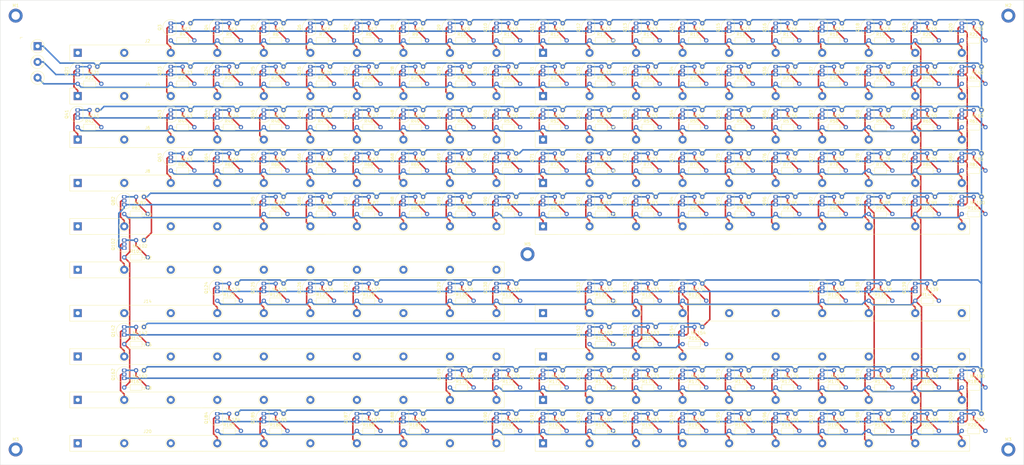
<source format=kicad_pcb>
(kicad_pcb (version 20171130) (host pcbnew "(5.0.0)")
  (layers (0 F.Cu signal) (31 B.Cu signal) (34 B.Paste user) (35 F.Paste user) (36 B.SilkS user) (37 F.SilkS user) (38 B.Mask user) (39 F.Mask user) (44 Edge.Cuts user))
  (net 0 "")
  (net 1 +70v)
  (net 2 0v)
  (net 3 -40v)
  (net 4 "Net-(J2-Pad3)")
  (net 5 "Net-(NE3-Pad2)")
  (net 6 "Net-(NE4-Pad2)")
  (net 7 "Net-(NE5-Pad2)")
  (net 8 "Net-(NE6-Pad2)")
  (net 9 "Net-(NE7-Pad2)")
  (net 10 "Net-(NE8-Pad2)")
  (net 11 "Net-(NE9-Pad2)")
  (net 12 "Net-(NE10-Pad2)")
  (net 13 "Net-(J2-Pad4)")
  (net 14 "Net-(J2-Pad5)")
  (net 15 "Net-(J2-Pad6)")
  (net 16 "Net-(J2-Pad7)")
  (net 17 "Net-(J2-Pad8)")
  (net 18 "Net-(J2-Pad9)")
  (net 19 "Net-(J2-Pad10)")
  (net 20 "Net-(J3-Pad1)")
  (net 21 "Net-(J3-Pad2)")
  (net 22 "Net-(J3-Pad3)")
  (net 23 "Net-(J3-Pad4)")
  (net 24 "Net-(J3-Pad5)")
  (net 25 "Net-(J3-Pad6)")
  (net 26 "Net-(J3-Pad7)")
  (net 27 "Net-(J3-Pad8)")
  (net 28 "Net-(J3-Pad9)")
  (net 29 "Net-(J3-Pad10)")
  (net 30 "Net-(J4-Pad1)")
  (net 31 "Net-(J4-Pad3)")
  (net 32 "Net-(J4-Pad4)")
  (net 33 "Net-(J4-Pad5)")
  (net 34 "Net-(J4-Pad6)")
  (net 35 "Net-(J4-Pad7)")
  (net 36 "Net-(J4-Pad8)")
  (net 37 "Net-(J4-Pad9)")
  (net 38 "Net-(J4-Pad10)")
  (net 39 "Net-(J5-Pad10)")
  (net 40 "Net-(J5-Pad9)")
  (net 41 "Net-(J5-Pad8)")
  (net 42 "Net-(J5-Pad7)")
  (net 43 "Net-(J5-Pad6)")
  (net 44 "Net-(J5-Pad5)")
  (net 45 "Net-(J5-Pad4)")
  (net 46 "Net-(J5-Pad3)")
  (net 47 "Net-(J5-Pad2)")
  (net 48 "Net-(J5-Pad1)")
  (net 49 "Net-(NE11-Pad2)")
  (net 50 "Net-(NE12-Pad2)")
  (net 51 "Net-(NE13-Pad2)")
  (net 52 "Net-(NE14-Pad2)")
  (net 53 "Net-(NE15-Pad2)")
  (net 54 "Net-(NE16-Pad2)")
  (net 55 "Net-(NE17-Pad2)")
  (net 56 "Net-(NE18-Pad2)")
  (net 57 "Net-(NE19-Pad2)")
  (net 58 "Net-(NE20-Pad2)")
  (net 59 "Net-(NE21-Pad2)")
  (net 60 "Net-(NE23-Pad2)")
  (net 61 "Net-(NE24-Pad2)")
  (net 62 "Net-(NE25-Pad2)")
  (net 63 "Net-(NE26-Pad2)")
  (net 64 "Net-(NE27-Pad2)")
  (net 65 "Net-(NE28-Pad2)")
  (net 66 "Net-(NE29-Pad2)")
  (net 67 "Net-(NE30-Pad2)")
  (net 68 "Net-(NE31-Pad2)")
  (net 69 "Net-(NE32-Pad2)")
  (net 70 "Net-(NE33-Pad2)")
  (net 71 "Net-(NE34-Pad2)")
  (net 72 "Net-(NE35-Pad2)")
  (net 73 "Net-(NE36-Pad2)")
  (net 74 "Net-(NE37-Pad2)")
  (net 75 "Net-(NE38-Pad2)")
  (net 76 "Net-(NE39-Pad2)")
  (net 77 "Net-(NE40-Pad2)")
  (net 78 "Net-(J6-Pad1)")
  (net 79 "Net-(J6-Pad3)")
  (net 80 "Net-(J6-Pad4)")
  (net 81 "Net-(J6-Pad5)")
  (net 82 "Net-(J6-Pad6)")
  (net 83 "Net-(J6-Pad7)")
  (net 84 "Net-(J6-Pad8)")
  (net 85 "Net-(J6-Pad9)")
  (net 86 "Net-(J6-Pad10)")
  (net 87 "Net-(J7-Pad10)")
  (net 88 "Net-(J7-Pad9)")
  (net 89 "Net-(J7-Pad8)")
  (net 90 "Net-(J7-Pad7)")
  (net 91 "Net-(J7-Pad6)")
  (net 92 "Net-(J7-Pad5)")
  (net 93 "Net-(J7-Pad4)")
  (net 94 "Net-(J7-Pad3)")
  (net 95 "Net-(J7-Pad2)")
  (net 96 "Net-(J7-Pad1)")
  (net 97 "Net-(NE41-Pad2)")
  (net 98 "Net-(NE43-Pad2)")
  (net 99 "Net-(NE44-Pad2)")
  (net 100 "Net-(NE45-Pad2)")
  (net 101 "Net-(NE46-Pad2)")
  (net 102 "Net-(NE47-Pad2)")
  (net 103 "Net-(NE48-Pad2)")
  (net 104 "Net-(NE49-Pad2)")
  (net 105 "Net-(NE50-Pad2)")
  (net 106 "Net-(NE51-Pad2)")
  (net 107 "Net-(NE52-Pad2)")
  (net 108 "Net-(NE53-Pad2)")
  (net 109 "Net-(NE54-Pad2)")
  (net 110 "Net-(NE55-Pad2)")
  (net 111 "Net-(NE56-Pad2)")
  (net 112 "Net-(NE57-Pad2)")
  (net 113 "Net-(NE58-Pad2)")
  (net 114 "Net-(NE59-Pad2)")
  (net 115 "Net-(NE60-Pad2)")
  (net 116 "Net-(J8-Pad10)")
  (net 117 "Net-(J8-Pad9)")
  (net 118 "Net-(J8-Pad8)")
  (net 119 "Net-(J8-Pad7)")
  (net 120 "Net-(J8-Pad6)")
  (net 121 "Net-(J8-Pad5)")
  (net 122 "Net-(J8-Pad4)")
  (net 123 "Net-(J8-Pad3)")
  (net 124 "Net-(J9-Pad1)")
  (net 125 "Net-(J9-Pad2)")
  (net 126 "Net-(J9-Pad3)")
  (net 127 "Net-(J9-Pad4)")
  (net 128 "Net-(J9-Pad5)")
  (net 129 "Net-(J9-Pad6)")
  (net 130 "Net-(J9-Pad7)")
  (net 131 "Net-(J9-Pad8)")
  (net 132 "Net-(J9-Pad9)")
  (net 133 "Net-(J9-Pad10)")
  (net 134 "Net-(NE63-Pad2)")
  (net 135 "Net-(NE64-Pad2)")
  (net 136 "Net-(NE65-Pad2)")
  (net 137 "Net-(NE66-Pad2)")
  (net 138 "Net-(NE67-Pad2)")
  (net 139 "Net-(NE68-Pad2)")
  (net 140 "Net-(NE69-Pad2)")
  (net 141 "Net-(NE70-Pad2)")
  (net 142 "Net-(NE71-Pad2)")
  (net 143 "Net-(NE72-Pad2)")
  (net 144 "Net-(NE73-Pad2)")
  (net 145 "Net-(NE74-Pad2)")
  (net 146 "Net-(NE75-Pad2)")
  (net 147 "Net-(NE76-Pad2)")
  (net 148 "Net-(NE77-Pad2)")
  (net 149 "Net-(NE78-Pad2)")
  (net 150 "Net-(NE79-Pad2)")
  (net 151 "Net-(NE80-Pad2)")
  (net 152 "Net-(J10-Pad2)")
  (net 153 "Net-(J10-Pad5)")
  (net 154 "Net-(J10-Pad6)")
  (net 155 "Net-(J10-Pad7)")
  (net 156 "Net-(J10-Pad8)")
  (net 157 "Net-(J10-Pad9)")
  (net 158 "Net-(J10-Pad10)")
  (net 159 "Net-(NE82-Pad2)")
  (net 160 "Net-(NE85-Pad2)")
  (net 161 "Net-(J11-Pad1)")
  (net 162 "Net-(J11-Pad2)")
  (net 163 "Net-(J11-Pad3)")
  (net 164 "Net-(J11-Pad4)")
  (net 165 "Net-(J11-Pad5)")
  (net 166 "Net-(J11-Pad6)")
  (net 167 "Net-(J11-Pad7)")
  (net 168 "Net-(J11-Pad8)")
  (net 169 "Net-(J11-Pad9)")
  (net 170 "Net-(J11-Pad10)")
  (net 171 "Net-(NE86-Pad2)")
  (net 172 "Net-(NE87-Pad2)")
  (net 173 "Net-(NE88-Pad2)")
  (net 174 "Net-(NE89-Pad2)")
  (net 175 "Net-(NE90-Pad2)")
  (net 176 "Net-(NE91-Pad2)")
  (net 177 "Net-(NE92-Pad2)")
  (net 178 "Net-(NE93-Pad2)")
  (net 179 "Net-(NE94-Pad2)")
  (net 180 "Net-(NE95-Pad2)")
  (net 181 "Net-(NE96-Pad2)")
  (net 182 "Net-(NE97-Pad2)")
  (net 183 "Net-(NE98-Pad2)")
  (net 184 "Net-(NE99-Pad2)")
  (net 185 "Net-(NE100-Pad2)")
  (net 186 "Net-(J14-Pad4)")
  (net 187 "Net-(J14-Pad5)")
  (net 188 "Net-(J14-Pad6)")
  (net 189 "Net-(J14-Pad7)")
  (net 190 "Net-(J14-Pad9)")
  (net 191 "Net-(J14-Pad10)")
  (net 192 "Net-(J15-Pad2)")
  (net 193 "Net-(J15-Pad3)")
  (net 194 "Net-(J15-Pad4)")
  (net 195 "Net-(J15-Pad7)")
  (net 196 "Net-(J15-Pad8)")
  (net 197 "Net-(J15-Pad9)")
  (net 198 "Net-(J16-Pad2)")
  (net 199 "Net-(J17-Pad4)")
  (net 200 "Net-(J17-Pad3)")
  (net 201 "Net-(J17-Pad2)")
  (net 202 "Net-(J18-Pad10)")
  (net 203 "Net-(J18-Pad9)")
  (net 204 "Net-(J18-Pad2)")
  (net 205 "Net-(J19-Pad1)")
  (net 206 "Net-(J19-Pad2)")
  (net 207 "Net-(J19-Pad3)")
  (net 208 "Net-(J19-Pad4)")
  (net 209 "Net-(J19-Pad5)")
  (net 210 "Net-(J19-Pad6)")
  (net 211 "Net-(J19-Pad7)")
  (net 212 "Net-(J19-Pad8)")
  (net 213 "Net-(J19-Pad9)")
  (net 214 "Net-(J19-Pad10)")
  (net 215 "Net-(NE102-Pad2)")
  (net 216 "Net-(NE124-Pad2)")
  (net 217 "Net-(NE125-Pad2)")
  (net 218 "Net-(NE126-Pad2)")
  (net 219 "Net-(NE127-Pad2)")
  (net 220 "Net-(NE129-Pad2)")
  (net 221 "Net-(NE130-Pad2)")
  (net 222 "Net-(NE132-Pad2)")
  (net 223 "Net-(NE133-Pad2)")
  (net 224 "Net-(NE134-Pad2)")
  (net 225 "Net-(NE137-Pad2)")
  (net 226 "Net-(NE138-Pad2)")
  (net 227 "Net-(NE139-Pad2)")
  (net 228 "Net-(NE142-Pad2)")
  (net 229 "Net-(NE152-Pad2)")
  (net 230 "Net-(NE153-Pad2)")
  (net 231 "Net-(NE154-Pad2)")
  (net 232 "Net-(NE162-Pad2)")
  (net 233 "Net-(NE169-Pad2)")
  (net 234 "Net-(NE170-Pad2)")
  (net 235 "Net-(NE171-Pad2)")
  (net 236 "Net-(NE172-Pad2)")
  (net 237 "Net-(J12-Pad2)")
  (net 238 "Net-(NE173-Pad2)")
  (net 239 "Net-(NE174-Pad2)")
  (net 240 "Net-(NE175-Pad2)")
  (net 241 "Net-(NE176-Pad2)")
  (net 242 "Net-(NE177-Pad2)")
  (net 243 "Net-(NE178-Pad2)")
  (net 244 "Net-(NE179-Pad2)")
  (net 245 "Net-(NE180-Pad2)")
  (net 246 "Net-(J20-Pad4)")
  (net 247 "Net-(J20-Pad5)")
  (net 248 "Net-(J20-Pad7)")
  (net 249 "Net-(J20-Pad8)")
  (net 250 "Net-(J20-Pad10)")
  (net 251 "Net-(J21-Pad10)")
  (net 252 "Net-(J21-Pad9)")
  (net 253 "Net-(J21-Pad8)")
  (net 254 "Net-(J21-Pad7)")
  (net 255 "Net-(J21-Pad6)")
  (net 256 "Net-(J21-Pad5)")
  (net 257 "Net-(J21-Pad4)")
  (net 258 "Net-(J21-Pad3)")
  (net 259 "Net-(J21-Pad2)")
  (net 260 "Net-(J21-Pad1)")
  (net 261 "Net-(NE184-Pad2)")
  (net 262 "Net-(NE185-Pad2)")
  (net 263 "Net-(NE187-Pad2)")
  (net 264 "Net-(NE188-Pad2)")
  (net 265 "Net-(NE190-Pad2)")
  (net 266 "Net-(NE191-Pad2)")
  (net 267 "Net-(NE192-Pad2)")
  (net 268 "Net-(NE193-Pad2)")
  (net 269 "Net-(NE194-Pad2)")
  (net 270 "Net-(NE195-Pad2)")
  (net 271 "Net-(NE196-Pad2)")
  (net 272 "Net-(NE197-Pad2)")
  (net 273 "Net-(NE198-Pad2)")
  (net 274 "Net-(NE199-Pad2)")
  (net 275 "Net-(NE200-Pad2)")
  (module ELLIOTT:DisplayConnector (layer F.Cu) (at 80 117)
    (fp_text reference J12 (at 22.5 -3.81) (layer F.SilkS))
    (fp_text value Conn_01x10)
    (pad 10 thru_hole circle (at 135 0) (size 2.6 2.6) (drill 1.3) (layers *.Cu *.Mask))
    (pad 9 thru_hole circle (at 120 0) (size 2.6 2.6) (drill 1.3) (layers *.Cu *.Mask))
    (pad 8 thru_hole circle (at 105 0) (size 2.6 2.6) (drill 1.3) (layers *.Cu *.Mask))
    (pad 7 thru_hole circle (at 90 0) (size 2.6 2.6) (drill 1.3) (layers *.Cu *.Mask))
    (pad 6 thru_hole circle (at 75 0) (size 2.6 2.6) (drill 1.3) (layers *.Cu *.Mask))
    (pad 5 thru_hole circle (at 60 0) (size 2.6 2.6) (drill 1.3) (layers *.Cu *.Mask))
    (pad 4 thru_hole circle (at 45 0) (size 2.6 2.6) (drill 1.3) (layers *.Cu *.Mask))
    (pad 3 thru_hole circle (at 30 0) (size 2.6 2.6) (drill 1.3) (layers *.Cu *.Mask))
    (pad 2 thru_hole circle (at 15 0) (size 2.6 2.6) (drill 1.3) (layers *.Cu *.Mask) (net 237 "Net-(J12-Pad2)"))
    (pad 1 thru_hole rect (at 0 0) (size 2.6 2.6) (drill 1.3) (layers *.Cu *.Mask))
  )
  (module ELLIOTT:DisplayConnector (layer F.Cu) (at 80 89)
    (fp_text reference J8 (at 22.5 -3.81) (layer F.SilkS))
    (fp_text value Conn_01x10)
    (pad 10 thru_hole circle (at 135 0) (size 2.6 2.6) (drill 1.3) (layers *.Cu *.Mask) (net 116 "Net-(J8-Pad10)"))
    (pad 9 thru_hole circle (at 120 0) (size 2.6 2.6) (drill 1.3) (layers *.Cu *.Mask) (net 117 "Net-(J8-Pad9)"))
    (pad 8 thru_hole circle (at 105 0) (size 2.6 2.6) (drill 1.3) (layers *.Cu *.Mask) (net 118 "Net-(J8-Pad8)"))
    (pad 7 thru_hole circle (at 90 0) (size 2.6 2.6) (drill 1.3) (layers *.Cu *.Mask) (net 119 "Net-(J8-Pad7)"))
    (pad 6 thru_hole circle (at 75 0) (size 2.6 2.6) (drill 1.3) (layers *.Cu *.Mask) (net 120 "Net-(J8-Pad6)"))
    (pad 5 thru_hole circle (at 60 0) (size 2.6 2.6) (drill 1.3) (layers *.Cu *.Mask) (net 121 "Net-(J8-Pad5)"))
    (pad 4 thru_hole circle (at 45 0) (size 2.6 2.6) (drill 1.3) (layers *.Cu *.Mask) (net 122 "Net-(J8-Pad4)"))
    (pad 3 thru_hole circle (at 30 0) (size 2.6 2.6) (drill 1.3) (layers *.Cu *.Mask) (net 123 "Net-(J8-Pad3)"))
    (pad 2 thru_hole circle (at 15 0) (size 2.6 2.6) (drill 1.3) (layers *.Cu *.Mask))
    (pad 1 thru_hole rect (at 0 0) (size 2.6 2.6) (drill 1.3) (layers *.Cu *.Mask))
  )
  (module ELLIOTT:TO-92L_Inline (layer F.Cu) (at 275 166 90)
    (fp_text reference Q194 (at 1.19 -3.56 90) (layer F.SilkS))
    (fp_text value ~)
    (pad 1 thru_hole rect (at 0 0 90) (size 1.05 1.5) (drill 0.75) (layers *.Cu *.Mask) (net 2 0v))
    (pad 3 thru_hole roundrect (at 2.54 0 90) (size 1.05 1.5) (drill 0.75) (layers *.Cu *.Mask) (net 269 "Net-(NE194-Pad2)"))
    (pad 2 thru_hole roundrect (at 1.27 0 90) (size 1.05 1.5) (drill 0.75) (layers *.Cu *.Mask) (net 257 "Net-(J21-Pad4)"))
  )
  (module ELLIOTT:TO-92L_Inline (layer F.Cu) (at 260 166 90)
    (fp_text reference Q193 (at 1.19 -3.56 90) (layer F.SilkS))
    (fp_text value ~)
    (pad 1 thru_hole rect (at 0 0 90) (size 1.05 1.5) (drill 0.75) (layers *.Cu *.Mask) (net 2 0v))
    (pad 3 thru_hole roundrect (at 2.54 0 90) (size 1.05 1.5) (drill 0.75) (layers *.Cu *.Mask) (net 268 "Net-(NE193-Pad2)"))
    (pad 2 thru_hole roundrect (at 1.27 0 90) (size 1.05 1.5) (drill 0.75) (layers *.Cu *.Mask) (net 258 "Net-(J21-Pad3)"))
  )
  (module ELLIOTT:TO-92L_Inline (layer F.Cu) (at 245 166 90)
    (fp_text reference Q192 (at 1.19 -3.56 90) (layer F.SilkS))
    (fp_text value ~)
    (pad 1 thru_hole rect (at 0 0 90) (size 1.05 1.5) (drill 0.75) (layers *.Cu *.Mask) (net 2 0v))
    (pad 3 thru_hole roundrect (at 2.54 0 90) (size 1.05 1.5) (drill 0.75) (layers *.Cu *.Mask) (net 267 "Net-(NE192-Pad2)"))
    (pad 2 thru_hole roundrect (at 1.27 0 90) (size 1.05 1.5) (drill 0.75) (layers *.Cu *.Mask) (net 259 "Net-(J21-Pad2)"))
  )
  (module ELLIOTT:TO-92L_Inline (layer F.Cu) (at 230 166 90)
    (fp_text reference Q191 (at 1.19 -3.56 90) (layer F.SilkS))
    (fp_text value ~)
    (pad 1 thru_hole rect (at 0 0 90) (size 1.05 1.5) (drill 0.75) (layers *.Cu *.Mask) (net 2 0v))
    (pad 3 thru_hole roundrect (at 2.54 0 90) (size 1.05 1.5) (drill 0.75) (layers *.Cu *.Mask) (net 266 "Net-(NE191-Pad2)"))
    (pad 2 thru_hole roundrect (at 1.27 0 90) (size 1.05 1.5) (drill 0.75) (layers *.Cu *.Mask) (net 260 "Net-(J21-Pad1)"))
  )
  (module ELLIOTT:TO-92L_Inline (layer F.Cu) (at 320 166 90)
    (fp_text reference Q197 (at 1.19 -3.56 90) (layer F.SilkS))
    (fp_text value ~)
    (pad 1 thru_hole rect (at 0 0 90) (size 1.05 1.5) (drill 0.75) (layers *.Cu *.Mask) (net 2 0v))
    (pad 3 thru_hole roundrect (at 2.54 0 90) (size 1.05 1.5) (drill 0.75) (layers *.Cu *.Mask) (net 272 "Net-(NE197-Pad2)"))
    (pad 2 thru_hole roundrect (at 1.27 0 90) (size 1.05 1.5) (drill 0.75) (layers *.Cu *.Mask) (net 254 "Net-(J21-Pad7)"))
  )
  (module ELLIOTT:TO-92L_Inline (layer F.Cu) (at 170 166 90)
    (fp_text reference Q187 (at 1.19 -3.56 90) (layer F.SilkS))
    (fp_text value ~)
    (pad 1 thru_hole rect (at 0 0 90) (size 1.05 1.5) (drill 0.75) (layers *.Cu *.Mask) (net 2 0v))
    (pad 3 thru_hole roundrect (at 2.54 0 90) (size 1.05 1.5) (drill 0.75) (layers *.Cu *.Mask) (net 263 "Net-(NE187-Pad2)"))
    (pad 2 thru_hole roundrect (at 1.27 0 90) (size 1.05 1.5) (drill 0.75) (layers *.Cu *.Mask) (net 248 "Net-(J20-Pad7)"))
  )
  (module ELLIOTT:TO-92L_Inline (layer F.Cu) (at 335 166 90)
    (fp_text reference Q198 (at 1.19 -3.56 90) (layer F.SilkS))
    (fp_text value ~)
    (pad 1 thru_hole rect (at 0 0 90) (size 1.05 1.5) (drill 0.75) (layers *.Cu *.Mask) (net 2 0v))
    (pad 3 thru_hole roundrect (at 2.54 0 90) (size 1.05 1.5) (drill 0.75) (layers *.Cu *.Mask) (net 273 "Net-(NE198-Pad2)"))
    (pad 2 thru_hole roundrect (at 1.27 0 90) (size 1.05 1.5) (drill 0.75) (layers *.Cu *.Mask) (net 253 "Net-(J21-Pad8)"))
  )
  (module ELLIOTT:TO-92L_Inline (layer F.Cu) (at 365 166 90)
    (fp_text reference Q200 (at 1.19 -3.56 90) (layer F.SilkS))
    (fp_text value ~)
    (pad 1 thru_hole rect (at 0 0 90) (size 1.05 1.5) (drill 0.75) (layers *.Cu *.Mask) (net 2 0v))
    (pad 3 thru_hole roundrect (at 2.54 0 90) (size 1.05 1.5) (drill 0.75) (layers *.Cu *.Mask) (net 275 "Net-(NE200-Pad2)"))
    (pad 2 thru_hole roundrect (at 1.27 0 90) (size 1.05 1.5) (drill 0.75) (layers *.Cu *.Mask) (net 251 "Net-(J21-Pad10)"))
  )
  (module ELLIOTT:TO-92L_Inline (layer F.Cu) (at 185 166 90)
    (fp_text reference Q188 (at 1.19 -3.56 90) (layer F.SilkS))
    (fp_text value ~)
    (pad 1 thru_hole rect (at 0 0 90) (size 1.05 1.5) (drill 0.75) (layers *.Cu *.Mask) (net 2 0v))
    (pad 3 thru_hole roundrect (at 2.54 0 90) (size 1.05 1.5) (drill 0.75) (layers *.Cu *.Mask) (net 264 "Net-(NE188-Pad2)"))
    (pad 2 thru_hole roundrect (at 1.27 0 90) (size 1.05 1.5) (drill 0.75) (layers *.Cu *.Mask) (net 249 "Net-(J20-Pad8)"))
  )
  (module ELLIOTT:TO-92L_Inline (layer F.Cu) (at 290 166 90)
    (fp_text reference Q195 (at 1.19 -3.56 90) (layer F.SilkS))
    (fp_text value ~)
    (pad 1 thru_hole rect (at 0 0 90) (size 1.05 1.5) (drill 0.75) (layers *.Cu *.Mask) (net 2 0v))
    (pad 3 thru_hole roundrect (at 2.54 0 90) (size 1.05 1.5) (drill 0.75) (layers *.Cu *.Mask) (net 270 "Net-(NE195-Pad2)"))
    (pad 2 thru_hole roundrect (at 1.27 0 90) (size 1.05 1.5) (drill 0.75) (layers *.Cu *.Mask) (net 256 "Net-(J21-Pad5)"))
  )
  (module ELLIOTT:TO-92L_Inline (layer F.Cu) (at 125 166 90)
    (fp_text reference Q184 (at 1.19 -3.56 90) (layer F.SilkS))
    (fp_text value ~)
    (pad 1 thru_hole rect (at 0 0 90) (size 1.05 1.5) (drill 0.75) (layers *.Cu *.Mask) (net 2 0v))
    (pad 3 thru_hole roundrect (at 2.54 0 90) (size 1.05 1.5) (drill 0.75) (layers *.Cu *.Mask) (net 261 "Net-(NE184-Pad2)"))
    (pad 2 thru_hole roundrect (at 1.27 0 90) (size 1.05 1.5) (drill 0.75) (layers *.Cu *.Mask) (net 246 "Net-(J20-Pad4)"))
  )
  (module ELLIOTT:TO-92L_Inline (layer F.Cu) (at 305 166 90)
    (fp_text reference Q196 (at 1.19 -3.56 90) (layer F.SilkS))
    (fp_text value ~)
    (pad 1 thru_hole rect (at 0 0 90) (size 1.05 1.5) (drill 0.75) (layers *.Cu *.Mask) (net 2 0v))
    (pad 3 thru_hole roundrect (at 2.54 0 90) (size 1.05 1.5) (drill 0.75) (layers *.Cu *.Mask) (net 271 "Net-(NE196-Pad2)"))
    (pad 2 thru_hole roundrect (at 1.27 0 90) (size 1.05 1.5) (drill 0.75) (layers *.Cu *.Mask) (net 255 "Net-(J21-Pad6)"))
  )
  (module ELLIOTT:TO-92L_Inline (layer F.Cu) (at 140 166 90)
    (fp_text reference Q185 (at 1.19 -3.56 90) (layer F.SilkS))
    (fp_text value ~)
    (pad 1 thru_hole rect (at 0 0 90) (size 1.05 1.5) (drill 0.75) (layers *.Cu *.Mask) (net 2 0v))
    (pad 3 thru_hole roundrect (at 2.54 0 90) (size 1.05 1.5) (drill 0.75) (layers *.Cu *.Mask) (net 262 "Net-(NE185-Pad2)"))
    (pad 2 thru_hole roundrect (at 1.27 0 90) (size 1.05 1.5) (drill 0.75) (layers *.Cu *.Mask) (net 247 "Net-(J20-Pad5)"))
  )
  (module ELLIOTT:TO-92L_Inline (layer F.Cu) (at 215 166 90)
    (fp_text reference Q190 (at 1.19 -3.56 90) (layer F.SilkS))
    (fp_text value ~)
    (pad 1 thru_hole rect (at 0 0 90) (size 1.05 1.5) (drill 0.75) (layers *.Cu *.Mask) (net 2 0v))
    (pad 3 thru_hole roundrect (at 2.54 0 90) (size 1.05 1.5) (drill 0.75) (layers *.Cu *.Mask) (net 265 "Net-(NE190-Pad2)"))
    (pad 2 thru_hole roundrect (at 1.27 0 90) (size 1.05 1.5) (drill 0.75) (layers *.Cu *.Mask) (net 250 "Net-(J20-Pad10)"))
  )
  (module ELLIOTT:TO-92L_Inline (layer F.Cu) (at 350 166 90)
    (fp_text reference Q199 (at 1.19 -3.56 90) (layer F.SilkS))
    (fp_text value ~)
    (pad 1 thru_hole rect (at 0 0 90) (size 1.05 1.5) (drill 0.75) (layers *.Cu *.Mask) (net 2 0v))
    (pad 3 thru_hole roundrect (at 2.54 0 90) (size 1.05 1.5) (drill 0.75) (layers *.Cu *.Mask) (net 274 "Net-(NE199-Pad2)"))
    (pad 2 thru_hole roundrect (at 1.27 0 90) (size 1.05 1.5) (drill 0.75) (layers *.Cu *.Mask) (net 252 "Net-(J21-Pad9)"))
  )
  (module ELLIOTT:TO-92L_Inline (layer F.Cu) (at 230 152 90)
    (fp_text reference Q171 (at 1.19 -3.56 90) (layer F.SilkS))
    (fp_text value ~)
    (pad 1 thru_hole rect (at 0 0 90) (size 1.05 1.5) (drill 0.75) (layers *.Cu *.Mask) (net 2 0v))
    (pad 3 thru_hole roundrect (at 2.54 0 90) (size 1.05 1.5) (drill 0.75) (layers *.Cu *.Mask) (net 235 "Net-(NE171-Pad2)"))
    (pad 2 thru_hole roundrect (at 1.27 0 90) (size 1.05 1.5) (drill 0.75) (layers *.Cu *.Mask) (net 205 "Net-(J19-Pad1)"))
  )
  (module ELLIOTT:TO-92L_Inline (layer F.Cu) (at 245 152 90)
    (fp_text reference Q172 (at 1.19 -3.56 90) (layer F.SilkS))
    (fp_text value ~)
    (pad 1 thru_hole rect (at 0 0 90) (size 1.05 1.5) (drill 0.75) (layers *.Cu *.Mask) (net 2 0v))
    (pad 3 thru_hole roundrect (at 2.54 0 90) (size 1.05 1.5) (drill 0.75) (layers *.Cu *.Mask) (net 236 "Net-(NE172-Pad2)"))
    (pad 2 thru_hole roundrect (at 1.27 0 90) (size 1.05 1.5) (drill 0.75) (layers *.Cu *.Mask) (net 206 "Net-(J19-Pad2)"))
  )
  (module ELLIOTT:TO-92L_Inline (layer F.Cu) (at 275 152 90)
    (fp_text reference Q174 (at 1.19 -3.56 90) (layer F.SilkS))
    (fp_text value ~)
    (pad 1 thru_hole rect (at 0 0 90) (size 1.05 1.5) (drill 0.75) (layers *.Cu *.Mask) (net 2 0v))
    (pad 3 thru_hole roundrect (at 2.54 0 90) (size 1.05 1.5) (drill 0.75) (layers *.Cu *.Mask) (net 239 "Net-(NE174-Pad2)"))
    (pad 2 thru_hole roundrect (at 1.27 0 90) (size 1.05 1.5) (drill 0.75) (layers *.Cu *.Mask) (net 208 "Net-(J19-Pad4)"))
  )
  (module ELLIOTT:TO-92L_Inline (layer F.Cu) (at 260 152 90)
    (fp_text reference Q173 (at 1.19 -3.56 90) (layer F.SilkS))
    (fp_text value ~)
    (pad 1 thru_hole rect (at 0 0 90) (size 1.05 1.5) (drill 0.75) (layers *.Cu *.Mask) (net 2 0v))
    (pad 3 thru_hole roundrect (at 2.54 0 90) (size 1.05 1.5) (drill 0.75) (layers *.Cu *.Mask) (net 238 "Net-(NE173-Pad2)"))
    (pad 2 thru_hole roundrect (at 1.27 0 90) (size 1.05 1.5) (drill 0.75) (layers *.Cu *.Mask) (net 207 "Net-(J19-Pad3)"))
  )
  (module ELLIOTT:TO-92L_Inline (layer F.Cu) (at 305 152 90)
    (fp_text reference Q176 (at 1.19 -3.56 90) (layer F.SilkS))
    (fp_text value ~)
    (pad 1 thru_hole rect (at 0 0 90) (size 1.05 1.5) (drill 0.75) (layers *.Cu *.Mask) (net 2 0v))
    (pad 3 thru_hole roundrect (at 2.54 0 90) (size 1.05 1.5) (drill 0.75) (layers *.Cu *.Mask) (net 241 "Net-(NE176-Pad2)"))
    (pad 2 thru_hole roundrect (at 1.27 0 90) (size 1.05 1.5) (drill 0.75) (layers *.Cu *.Mask) (net 210 "Net-(J19-Pad6)"))
  )
  (module ELLIOTT:TO-92L_Inline (layer F.Cu) (at 290 152 90)
    (fp_text reference Q175 (at 1.19 -3.56 90) (layer F.SilkS))
    (fp_text value ~)
    (pad 1 thru_hole rect (at 0 0 90) (size 1.05 1.5) (drill 0.75) (layers *.Cu *.Mask) (net 2 0v))
    (pad 3 thru_hole roundrect (at 2.54 0 90) (size 1.05 1.5) (drill 0.75) (layers *.Cu *.Mask) (net 240 "Net-(NE175-Pad2)"))
    (pad 2 thru_hole roundrect (at 1.27 0 90) (size 1.05 1.5) (drill 0.75) (layers *.Cu *.Mask) (net 209 "Net-(J19-Pad5)"))
  )
  (module ELLIOTT:TO-92L_Inline (layer F.Cu) (at 215 152 90)
    (fp_text reference Q170 (at 1.19 -3.56 90) (layer F.SilkS))
    (fp_text value ~)
    (pad 1 thru_hole rect (at 0 0 90) (size 1.05 1.5) (drill 0.75) (layers *.Cu *.Mask) (net 2 0v))
    (pad 3 thru_hole roundrect (at 2.54 0 90) (size 1.05 1.5) (drill 0.75) (layers *.Cu *.Mask) (net 234 "Net-(NE170-Pad2)"))
    (pad 2 thru_hole roundrect (at 1.27 0 90) (size 1.05 1.5) (drill 0.75) (layers *.Cu *.Mask) (net 202 "Net-(J18-Pad10)"))
  )
  (module ELLIOTT:TO-92L_Inline (layer F.Cu) (at 350 152 90)
    (fp_text reference Q179 (at 1.19 -3.56 90) (layer F.SilkS))
    (fp_text value ~)
    (pad 1 thru_hole rect (at 0 0 90) (size 1.05 1.5) (drill 0.75) (layers *.Cu *.Mask) (net 2 0v))
    (pad 3 thru_hole roundrect (at 2.54 0 90) (size 1.05 1.5) (drill 0.75) (layers *.Cu *.Mask) (net 244 "Net-(NE179-Pad2)"))
    (pad 2 thru_hole roundrect (at 1.27 0 90) (size 1.05 1.5) (drill 0.75) (layers *.Cu *.Mask) (net 213 "Net-(J19-Pad9)"))
  )
  (module ELLIOTT:TO-92L_Inline (layer F.Cu) (at 95 152 90)
    (fp_text reference Q162 (at 1.19 -3.56 90) (layer F.SilkS))
    (fp_text value ~)
    (pad 1 thru_hole rect (at 0 0 90) (size 1.05 1.5) (drill 0.75) (layers *.Cu *.Mask) (net 2 0v))
    (pad 3 thru_hole roundrect (at 2.54 0 90) (size 1.05 1.5) (drill 0.75) (layers *.Cu *.Mask) (net 232 "Net-(NE162-Pad2)"))
    (pad 2 thru_hole roundrect (at 1.27 0 90) (size 1.05 1.5) (drill 0.75) (layers *.Cu *.Mask) (net 204 "Net-(J18-Pad2)"))
  )
  (module ELLIOTT:TO-92L_Inline (layer F.Cu) (at 200 152 90)
    (fp_text reference Q169 (at 1.19 -3.56 90) (layer F.SilkS))
    (fp_text value ~)
    (pad 1 thru_hole rect (at 0 0 90) (size 1.05 1.5) (drill 0.75) (layers *.Cu *.Mask) (net 2 0v))
    (pad 3 thru_hole roundrect (at 2.54 0 90) (size 1.05 1.5) (drill 0.75) (layers *.Cu *.Mask) (net 233 "Net-(NE169-Pad2)"))
    (pad 2 thru_hole roundrect (at 1.27 0 90) (size 1.05 1.5) (drill 0.75) (layers *.Cu *.Mask) (net 203 "Net-(J18-Pad9)"))
  )
  (module ELLIOTT:TO-92L_Inline (layer F.Cu) (at 365 152 90)
    (fp_text reference Q180 (at 1.19 -3.56 90) (layer F.SilkS))
    (fp_text value ~)
    (pad 1 thru_hole rect (at 0 0 90) (size 1.05 1.5) (drill 0.75) (layers *.Cu *.Mask) (net 2 0v))
    (pad 3 thru_hole roundrect (at 2.54 0 90) (size 1.05 1.5) (drill 0.75) (layers *.Cu *.Mask) (net 245 "Net-(NE180-Pad2)"))
    (pad 2 thru_hole roundrect (at 1.27 0 90) (size 1.05 1.5) (drill 0.75) (layers *.Cu *.Mask) (net 214 "Net-(J19-Pad10)"))
  )
  (module ELLIOTT:TO-92L_Inline (layer F.Cu) (at 335 152 90)
    (fp_text reference Q178 (at 1.19 -3.56 90) (layer F.SilkS))
    (fp_text value ~)
    (pad 1 thru_hole rect (at 0 0 90) (size 1.05 1.5) (drill 0.75) (layers *.Cu *.Mask) (net 2 0v))
    (pad 3 thru_hole roundrect (at 2.54 0 90) (size 1.05 1.5) (drill 0.75) (layers *.Cu *.Mask) (net 243 "Net-(NE178-Pad2)"))
    (pad 2 thru_hole roundrect (at 1.27 0 90) (size 1.05 1.5) (drill 0.75) (layers *.Cu *.Mask) (net 212 "Net-(J19-Pad8)"))
  )
  (module ELLIOTT:TO-92L_Inline (layer F.Cu) (at 320 152 90)
    (fp_text reference Q177 (at 1.19 -3.56 90) (layer F.SilkS))
    (fp_text value ~)
    (pad 1 thru_hole rect (at 0 0 90) (size 1.05 1.5) (drill 0.75) (layers *.Cu *.Mask) (net 2 0v))
    (pad 3 thru_hole roundrect (at 2.54 0 90) (size 1.05 1.5) (drill 0.75) (layers *.Cu *.Mask) (net 242 "Net-(NE177-Pad2)"))
    (pad 2 thru_hole roundrect (at 1.27 0 90) (size 1.05 1.5) (drill 0.75) (layers *.Cu *.Mask) (net 211 "Net-(J19-Pad7)"))
  )
  (module ELLIOTT:TO-92L_Inline (layer F.Cu) (at 260 138 90)
    (fp_text reference Q153 (at 1.19 -3.56 90) (layer F.SilkS))
    (fp_text value ~)
    (pad 1 thru_hole rect (at 0 0 90) (size 1.05 1.5) (drill 0.75) (layers *.Cu *.Mask) (net 2 0v))
    (pad 3 thru_hole roundrect (at 2.54 0 90) (size 1.05 1.5) (drill 0.75) (layers *.Cu *.Mask) (net 230 "Net-(NE153-Pad2)"))
    (pad 2 thru_hole roundrect (at 1.27 0 90) (size 1.05 1.5) (drill 0.75) (layers *.Cu *.Mask) (net 200 "Net-(J17-Pad3)"))
  )
  (module ELLIOTT:TO-92L_Inline (layer F.Cu) (at 275 138 90)
    (fp_text reference Q154 (at 1.19 -3.56 90) (layer F.SilkS))
    (fp_text value ~)
    (pad 1 thru_hole rect (at 0 0 90) (size 1.05 1.5) (drill 0.75) (layers *.Cu *.Mask) (net 2 0v))
    (pad 3 thru_hole roundrect (at 2.54 0 90) (size 1.05 1.5) (drill 0.75) (layers *.Cu *.Mask) (net 231 "Net-(NE154-Pad2)"))
    (pad 2 thru_hole roundrect (at 1.27 0 90) (size 1.05 1.5) (drill 0.75) (layers *.Cu *.Mask) (net 199 "Net-(J17-Pad4)"))
  )
  (module ELLIOTT:TO-92L_Inline (layer F.Cu) (at 245 138 90)
    (fp_text reference Q152 (at 1.19 -3.56 90) (layer F.SilkS))
    (fp_text value ~)
    (pad 1 thru_hole rect (at 0 0 90) (size 1.05 1.5) (drill 0.75) (layers *.Cu *.Mask) (net 2 0v))
    (pad 3 thru_hole roundrect (at 2.54 0 90) (size 1.05 1.5) (drill 0.75) (layers *.Cu *.Mask) (net 229 "Net-(NE152-Pad2)"))
    (pad 2 thru_hole roundrect (at 1.27 0 90) (size 1.05 1.5) (drill 0.75) (layers *.Cu *.Mask) (net 201 "Net-(J17-Pad2)"))
  )
  (module ELLIOTT:TO-92L_Inline (layer F.Cu) (at 95 138 90)
    (fp_text reference Q142 (at 1.19 -3.56 90) (layer F.SilkS))
    (fp_text value ~)
    (pad 1 thru_hole rect (at 0 0 90) (size 1.05 1.5) (drill 0.75) (layers *.Cu *.Mask) (net 2 0v))
    (pad 3 thru_hole roundrect (at 2.54 0 90) (size 1.05 1.5) (drill 0.75) (layers *.Cu *.Mask) (net 228 "Net-(NE142-Pad2)"))
    (pad 2 thru_hole roundrect (at 1.27 0 90) (size 1.05 1.5) (drill 0.75) (layers *.Cu *.Mask) (net 198 "Net-(J16-Pad2)"))
  )
  (module ELLIOTT:TO-92L_Inline (layer F.Cu) (at 260 124 90)
    (fp_text reference Q133 (at 1.19 -3.56 90) (layer F.SilkS))
    (fp_text value ~)
    (pad 1 thru_hole rect (at 0 0 90) (size 1.05 1.5) (drill 0.75) (layers *.Cu *.Mask) (net 2 0v))
    (pad 3 thru_hole roundrect (at 2.54 0 90) (size 1.05 1.5) (drill 0.75) (layers *.Cu *.Mask) (net 223 "Net-(NE133-Pad2)"))
    (pad 2 thru_hole roundrect (at 1.27 0 90) (size 1.05 1.5) (drill 0.75) (layers *.Cu *.Mask) (net 193 "Net-(J15-Pad3)"))
  )
  (module ELLIOTT:TO-92L_Inline (layer F.Cu) (at 275 124 90)
    (fp_text reference Q134 (at 1.19 -3.56 90) (layer F.SilkS))
    (fp_text value ~)
    (pad 1 thru_hole rect (at 0 0 90) (size 1.05 1.5) (drill 0.75) (layers *.Cu *.Mask) (net 2 0v))
    (pad 3 thru_hole roundrect (at 2.54 0 90) (size 1.05 1.5) (drill 0.75) (layers *.Cu *.Mask) (net 224 "Net-(NE134-Pad2)"))
    (pad 2 thru_hole roundrect (at 1.27 0 90) (size 1.05 1.5) (drill 0.75) (layers *.Cu *.Mask) (net 194 "Net-(J15-Pad4)"))
  )
  (module ELLIOTT:TO-92L_Inline (layer F.Cu) (at 245 124 90)
    (fp_text reference Q132 (at 1.19 -3.56 90) (layer F.SilkS))
    (fp_text value ~)
    (pad 1 thru_hole rect (at 0 0 90) (size 1.05 1.5) (drill 0.75) (layers *.Cu *.Mask) (net 2 0v))
    (pad 3 thru_hole roundrect (at 2.54 0 90) (size 1.05 1.5) (drill 0.75) (layers *.Cu *.Mask) (net 222 "Net-(NE132-Pad2)"))
    (pad 2 thru_hole roundrect (at 1.27 0 90) (size 1.05 1.5) (drill 0.75) (layers *.Cu *.Mask) (net 192 "Net-(J15-Pad2)"))
  )
  (module ELLIOTT:TO-92L_Inline (layer F.Cu) (at 140 124 90)
    (fp_text reference Q125 (at 1.19 -3.56 90) (layer F.SilkS))
    (fp_text value ~)
    (pad 1 thru_hole rect (at 0 0 90) (size 1.05 1.5) (drill 0.75) (layers *.Cu *.Mask) (net 2 0v))
    (pad 3 thru_hole roundrect (at 2.54 0 90) (size 1.05 1.5) (drill 0.75) (layers *.Cu *.Mask) (net 217 "Net-(NE125-Pad2)"))
    (pad 2 thru_hole roundrect (at 1.27 0 90) (size 1.05 1.5) (drill 0.75) (layers *.Cu *.Mask) (net 187 "Net-(J14-Pad5)"))
  )
  (module ELLIOTT:TO-92L_Inline (layer F.Cu) (at 125 124 90)
    (fp_text reference Q124 (at 1.19 -3.56 90) (layer F.SilkS))
    (fp_text value ~)
    (pad 1 thru_hole rect (at 0 0 90) (size 1.05 1.5) (drill 0.75) (layers *.Cu *.Mask) (net 2 0v))
    (pad 3 thru_hole roundrect (at 2.54 0 90) (size 1.05 1.5) (drill 0.75) (layers *.Cu *.Mask) (net 216 "Net-(NE124-Pad2)"))
    (pad 2 thru_hole roundrect (at 1.27 0 90) (size 1.05 1.5) (drill 0.75) (layers *.Cu *.Mask) (net 186 "Net-(J14-Pad4)"))
  )
  (module ELLIOTT:TO-92L_Inline (layer F.Cu) (at 335 124 90)
    (fp_text reference Q138 (at 1.19 -3.56 90) (layer F.SilkS))
    (fp_text value ~)
    (pad 1 thru_hole rect (at 0 0 90) (size 1.05 1.5) (drill 0.75) (layers *.Cu *.Mask) (net 2 0v))
    (pad 3 thru_hole roundrect (at 2.54 0 90) (size 1.05 1.5) (drill 0.75) (layers *.Cu *.Mask) (net 226 "Net-(NE138-Pad2)"))
    (pad 2 thru_hole roundrect (at 1.27 0 90) (size 1.05 1.5) (drill 0.75) (layers *.Cu *.Mask) (net 196 "Net-(J15-Pad8)"))
  )
  (module ELLIOTT:TO-92L_Inline (layer F.Cu) (at 320 124 90)
    (fp_text reference Q137 (at 1.19 -3.56 90) (layer F.SilkS))
    (fp_text value ~)
    (pad 1 thru_hole rect (at 0 0 90) (size 1.05 1.5) (drill 0.75) (layers *.Cu *.Mask) (net 2 0v))
    (pad 3 thru_hole roundrect (at 2.54 0 90) (size 1.05 1.5) (drill 0.75) (layers *.Cu *.Mask) (net 225 "Net-(NE137-Pad2)"))
    (pad 2 thru_hole roundrect (at 1.27 0 90) (size 1.05 1.5) (drill 0.75) (layers *.Cu *.Mask) (net 195 "Net-(J15-Pad7)"))
  )
  (module ELLIOTT:TO-92L_Inline (layer F.Cu) (at 350 124 90)
    (fp_text reference Q139 (at 1.19 -3.56 90) (layer F.SilkS))
    (fp_text value ~)
    (pad 1 thru_hole rect (at 0 0 90) (size 1.05 1.5) (drill 0.75) (layers *.Cu *.Mask) (net 2 0v))
    (pad 3 thru_hole roundrect (at 2.54 0 90) (size 1.05 1.5) (drill 0.75) (layers *.Cu *.Mask) (net 227 "Net-(NE139-Pad2)"))
    (pad 2 thru_hole roundrect (at 1.27 0 90) (size 1.05 1.5) (drill 0.75) (layers *.Cu *.Mask) (net 197 "Net-(J15-Pad9)"))
  )
  (module ELLIOTT:TO-92L_Inline (layer F.Cu) (at 155 124 90)
    (fp_text reference Q126 (at 1.19 -3.56 90) (layer F.SilkS))
    (fp_text value ~)
    (pad 1 thru_hole rect (at 0 0 90) (size 1.05 1.5) (drill 0.75) (layers *.Cu *.Mask) (net 2 0v))
    (pad 3 thru_hole roundrect (at 2.54 0 90) (size 1.05 1.5) (drill 0.75) (layers *.Cu *.Mask) (net 218 "Net-(NE126-Pad2)"))
    (pad 2 thru_hole roundrect (at 1.27 0 90) (size 1.05 1.5) (drill 0.75) (layers *.Cu *.Mask) (net 188 "Net-(J14-Pad6)"))
  )
  (module ELLIOTT:TO-92L_Inline (layer F.Cu) (at 170 124 90)
    (fp_text reference Q127 (at 1.19 -3.56 90) (layer F.SilkS))
    (fp_text value ~)
    (pad 1 thru_hole rect (at 0 0 90) (size 1.05 1.5) (drill 0.75) (layers *.Cu *.Mask) (net 2 0v))
    (pad 3 thru_hole roundrect (at 2.54 0 90) (size 1.05 1.5) (drill 0.75) (layers *.Cu *.Mask) (net 219 "Net-(NE127-Pad2)"))
    (pad 2 thru_hole roundrect (at 1.27 0 90) (size 1.05 1.5) (drill 0.75) (layers *.Cu *.Mask) (net 189 "Net-(J14-Pad7)"))
  )
  (module ELLIOTT:TO-92L_Inline (layer F.Cu) (at 215 124 90)
    (fp_text reference Q130 (at 1.19 -3.56 90) (layer F.SilkS))
    (fp_text value ~)
    (pad 1 thru_hole rect (at 0 0 90) (size 1.05 1.5) (drill 0.75) (layers *.Cu *.Mask) (net 2 0v))
    (pad 3 thru_hole roundrect (at 2.54 0 90) (size 1.05 1.5) (drill 0.75) (layers *.Cu *.Mask) (net 221 "Net-(NE130-Pad2)"))
    (pad 2 thru_hole roundrect (at 1.27 0 90) (size 1.05 1.5) (drill 0.75) (layers *.Cu *.Mask) (net 191 "Net-(J14-Pad10)"))
  )
  (module ELLIOTT:TO-92L_Inline (layer F.Cu) (at 200 124 90)
    (fp_text reference Q129 (at 1.19 -3.56 90) (layer F.SilkS))
    (fp_text value ~)
    (pad 1 thru_hole rect (at 0 0 90) (size 1.05 1.5) (drill 0.75) (layers *.Cu *.Mask) (net 2 0v))
    (pad 3 thru_hole roundrect (at 2.54 0 90) (size 1.05 1.5) (drill 0.75) (layers *.Cu *.Mask) (net 220 "Net-(NE129-Pad2)"))
    (pad 2 thru_hole roundrect (at 1.27 0 90) (size 1.05 1.5) (drill 0.75) (layers *.Cu *.Mask) (net 190 "Net-(J14-Pad9)"))
  )
  (module ELLIOTT:TO-92L_Inline (layer F.Cu) (at 95 110 90)
    (fp_text reference Q102 (at 1.19 -3.56 90) (layer F.SilkS))
    (fp_text value ~)
    (pad 1 thru_hole rect (at 0 0 90) (size 1.05 1.5) (drill 0.75) (layers *.Cu *.Mask) (net 2 0v))
    (pad 3 thru_hole roundrect (at 2.54 0 90) (size 1.05 1.5) (drill 0.75) (layers *.Cu *.Mask) (net 215 "Net-(NE102-Pad2)"))
    (pad 2 thru_hole roundrect (at 1.27 0 90) (size 1.05 1.5) (drill 0.75) (layers *.Cu *.Mask) (net 237 "Net-(J12-Pad2)"))
  )
  (module ELLIOTT:TO-92L_Inline (layer F.Cu) (at 365 96 90)
    (fp_text reference Q100 (at 1.19 -3.56 90) (layer F.SilkS))
    (fp_text value ~)
    (pad 1 thru_hole rect (at 0 0 90) (size 1.05 1.5) (drill 0.75) (layers *.Cu *.Mask) (net 2 0v))
    (pad 3 thru_hole roundrect (at 2.54 0 90) (size 1.05 1.5) (drill 0.75) (layers *.Cu *.Mask) (net 185 "Net-(NE100-Pad2)"))
    (pad 2 thru_hole roundrect (at 1.27 0 90) (size 1.05 1.5) (drill 0.75) (layers *.Cu *.Mask) (net 170 "Net-(J11-Pad10)"))
  )
  (module ELLIOTT:TO-92L_Inline (layer F.Cu) (at 335 96 90)
    (fp_text reference Q98 (at 1.19 -3.56 90) (layer F.SilkS))
    (fp_text value ~)
    (pad 1 thru_hole rect (at 0 0 90) (size 1.05 1.5) (drill 0.75) (layers *.Cu *.Mask) (net 2 0v))
    (pad 3 thru_hole roundrect (at 2.54 0 90) (size 1.05 1.5) (drill 0.75) (layers *.Cu *.Mask) (net 183 "Net-(NE98-Pad2)"))
    (pad 2 thru_hole roundrect (at 1.27 0 90) (size 1.05 1.5) (drill 0.75) (layers *.Cu *.Mask) (net 168 "Net-(J11-Pad8)"))
  )
  (module ELLIOTT:TO-92L_Inline (layer F.Cu) (at 350 96 90)
    (fp_text reference Q99 (at 1.19 -3.56 90) (layer F.SilkS))
    (fp_text value ~)
    (pad 1 thru_hole rect (at 0 0 90) (size 1.05 1.5) (drill 0.75) (layers *.Cu *.Mask) (net 2 0v))
    (pad 3 thru_hole roundrect (at 2.54 0 90) (size 1.05 1.5) (drill 0.75) (layers *.Cu *.Mask) (net 184 "Net-(NE99-Pad2)"))
    (pad 2 thru_hole roundrect (at 1.27 0 90) (size 1.05 1.5) (drill 0.75) (layers *.Cu *.Mask) (net 169 "Net-(J11-Pad9)"))
  )
  (module ELLIOTT:TO-92L_Inline (layer F.Cu) (at 320 96 90)
    (fp_text reference Q97 (at 1.19 -3.56 90) (layer F.SilkS))
    (fp_text value ~)
    (pad 1 thru_hole rect (at 0 0 90) (size 1.05 1.5) (drill 0.75) (layers *.Cu *.Mask) (net 2 0v))
    (pad 3 thru_hole roundrect (at 2.54 0 90) (size 1.05 1.5) (drill 0.75) (layers *.Cu *.Mask) (net 182 "Net-(NE97-Pad2)"))
    (pad 2 thru_hole roundrect (at 1.27 0 90) (size 1.05 1.5) (drill 0.75) (layers *.Cu *.Mask) (net 167 "Net-(J11-Pad7)"))
  )
  (module ELLIOTT:TO-92L_Inline (layer F.Cu) (at 290 96 90)
    (fp_text reference Q95 (at 1.19 -3.56 90) (layer F.SilkS))
    (fp_text value ~)
    (pad 1 thru_hole rect (at 0 0 90) (size 1.05 1.5) (drill 0.75) (layers *.Cu *.Mask) (net 2 0v))
    (pad 3 thru_hole roundrect (at 2.54 0 90) (size 1.05 1.5) (drill 0.75) (layers *.Cu *.Mask) (net 180 "Net-(NE95-Pad2)"))
    (pad 2 thru_hole roundrect (at 1.27 0 90) (size 1.05 1.5) (drill 0.75) (layers *.Cu *.Mask) (net 165 "Net-(J11-Pad5)"))
  )
  (module ELLIOTT:TO-92L_Inline (layer F.Cu) (at 275 96 90)
    (fp_text reference Q94 (at 1.19 -3.56 90) (layer F.SilkS))
    (fp_text value ~)
    (pad 1 thru_hole rect (at 0 0 90) (size 1.05 1.5) (drill 0.75) (layers *.Cu *.Mask) (net 2 0v))
    (pad 3 thru_hole roundrect (at 2.54 0 90) (size 1.05 1.5) (drill 0.75) (layers *.Cu *.Mask) (net 179 "Net-(NE94-Pad2)"))
    (pad 2 thru_hole roundrect (at 1.27 0 90) (size 1.05 1.5) (drill 0.75) (layers *.Cu *.Mask) (net 164 "Net-(J11-Pad4)"))
  )
  (module ELLIOTT:TO-92L_Inline (layer F.Cu) (at 260 96 90)
    (fp_text reference Q93 (at 1.19 -3.56 90) (layer F.SilkS))
    (fp_text value ~)
    (pad 1 thru_hole rect (at 0 0 90) (size 1.05 1.5) (drill 0.75) (layers *.Cu *.Mask) (net 2 0v))
    (pad 3 thru_hole roundrect (at 2.54 0 90) (size 1.05 1.5) (drill 0.75) (layers *.Cu *.Mask) (net 178 "Net-(NE93-Pad2)"))
    (pad 2 thru_hole roundrect (at 1.27 0 90) (size 1.05 1.5) (drill 0.75) (layers *.Cu *.Mask) (net 163 "Net-(J11-Pad3)"))
  )
  (module ELLIOTT:TO-92L_Inline (layer F.Cu) (at 305 96 90)
    (fp_text reference Q96 (at 1.19 -3.56 90) (layer F.SilkS))
    (fp_text value ~)
    (pad 1 thru_hole rect (at 0 0 90) (size 1.05 1.5) (drill 0.75) (layers *.Cu *.Mask) (net 2 0v))
    (pad 3 thru_hole roundrect (at 2.54 0 90) (size 1.05 1.5) (drill 0.75) (layers *.Cu *.Mask) (net 181 "Net-(NE96-Pad2)"))
    (pad 2 thru_hole roundrect (at 1.27 0 90) (size 1.05 1.5) (drill 0.75) (layers *.Cu *.Mask) (net 166 "Net-(J11-Pad6)"))
  )
  (module ELLIOTT:TO-92L_Inline (layer F.Cu) (at 230 96 90)
    (fp_text reference Q91 (at 1.19 -3.56 90) (layer F.SilkS))
    (fp_text value ~)
    (pad 1 thru_hole rect (at 0 0 90) (size 1.05 1.5) (drill 0.75) (layers *.Cu *.Mask) (net 2 0v))
    (pad 3 thru_hole roundrect (at 2.54 0 90) (size 1.05 1.5) (drill 0.75) (layers *.Cu *.Mask) (net 176 "Net-(NE91-Pad2)"))
    (pad 2 thru_hole roundrect (at 1.27 0 90) (size 1.05 1.5) (drill 0.75) (layers *.Cu *.Mask) (net 161 "Net-(J11-Pad1)"))
  )
  (module ELLIOTT:TO-92L_Inline (layer F.Cu) (at 245 96 90)
    (fp_text reference Q92 (at 1.19 -3.56 90) (layer F.SilkS))
    (fp_text value ~)
    (pad 1 thru_hole rect (at 0 0 90) (size 1.05 1.5) (drill 0.75) (layers *.Cu *.Mask) (net 2 0v))
    (pad 3 thru_hole roundrect (at 2.54 0 90) (size 1.05 1.5) (drill 0.75) (layers *.Cu *.Mask) (net 177 "Net-(NE92-Pad2)"))
    (pad 2 thru_hole roundrect (at 1.27 0 90) (size 1.05 1.5) (drill 0.75) (layers *.Cu *.Mask) (net 162 "Net-(J11-Pad2)"))
  )
  (module ELLIOTT:TO-92L_Inline (layer F.Cu) (at 155 96 90)
    (fp_text reference Q86 (at 1.19 -3.56 90) (layer F.SilkS))
    (fp_text value ~)
    (pad 1 thru_hole rect (at 0 0 90) (size 1.05 1.5) (drill 0.75) (layers *.Cu *.Mask) (net 2 0v))
    (pad 3 thru_hole roundrect (at 2.54 0 90) (size 1.05 1.5) (drill 0.75) (layers *.Cu *.Mask) (net 171 "Net-(NE86-Pad2)"))
    (pad 2 thru_hole roundrect (at 1.27 0 90) (size 1.05 1.5) (drill 0.75) (layers *.Cu *.Mask) (net 154 "Net-(J10-Pad6)"))
  )
  (module ELLIOTT:TO-92L_Inline (layer F.Cu) (at 200 96 90)
    (fp_text reference Q89 (at 1.19 -3.56 90) (layer F.SilkS))
    (fp_text value ~)
    (pad 1 thru_hole rect (at 0 0 90) (size 1.05 1.5) (drill 0.75) (layers *.Cu *.Mask) (net 2 0v))
    (pad 3 thru_hole roundrect (at 2.54 0 90) (size 1.05 1.5) (drill 0.75) (layers *.Cu *.Mask) (net 174 "Net-(NE89-Pad2)"))
    (pad 2 thru_hole roundrect (at 1.27 0 90) (size 1.05 1.5) (drill 0.75) (layers *.Cu *.Mask) (net 157 "Net-(J10-Pad9)"))
  )
  (module ELLIOTT:TO-92L_Inline (layer F.Cu) (at 170 96 90)
    (fp_text reference Q87 (at 1.19 -3.56 90) (layer F.SilkS))
    (fp_text value ~)
    (pad 1 thru_hole rect (at 0 0 90) (size 1.05 1.5) (drill 0.75) (layers *.Cu *.Mask) (net 2 0v))
    (pad 3 thru_hole roundrect (at 2.54 0 90) (size 1.05 1.5) (drill 0.75) (layers *.Cu *.Mask) (net 172 "Net-(NE87-Pad2)"))
    (pad 2 thru_hole roundrect (at 1.27 0 90) (size 1.05 1.5) (drill 0.75) (layers *.Cu *.Mask) (net 155 "Net-(J10-Pad7)"))
  )
  (module ELLIOTT:TO-92L_Inline (layer F.Cu) (at 95 96 90)
    (fp_text reference Q82 (at 1.19 -3.56 90) (layer F.SilkS))
    (fp_text value ~)
    (pad 1 thru_hole rect (at 0 0 90) (size 1.05 1.5) (drill 0.75) (layers *.Cu *.Mask) (net 2 0v))
    (pad 3 thru_hole roundrect (at 2.54 0 90) (size 1.05 1.5) (drill 0.75) (layers *.Cu *.Mask) (net 159 "Net-(NE82-Pad2)"))
    (pad 2 thru_hole roundrect (at 1.27 0 90) (size 1.05 1.5) (drill 0.75) (layers *.Cu *.Mask) (net 152 "Net-(J10-Pad2)"))
  )
  (module ELLIOTT:TO-92L_Inline (layer F.Cu) (at 185 96 90)
    (fp_text reference Q88 (at 1.19 -3.56 90) (layer F.SilkS))
    (fp_text value ~)
    (pad 1 thru_hole rect (at 0 0 90) (size 1.05 1.5) (drill 0.75) (layers *.Cu *.Mask) (net 2 0v))
    (pad 3 thru_hole roundrect (at 2.54 0 90) (size 1.05 1.5) (drill 0.75) (layers *.Cu *.Mask) (net 173 "Net-(NE88-Pad2)"))
    (pad 2 thru_hole roundrect (at 1.27 0 90) (size 1.05 1.5) (drill 0.75) (layers *.Cu *.Mask) (net 156 "Net-(J10-Pad8)"))
  )
  (module ELLIOTT:TO-92L_Inline (layer F.Cu) (at 215 96 90)
    (fp_text reference Q90 (at 1.19 -3.56 90) (layer F.SilkS))
    (fp_text value ~)
    (pad 1 thru_hole rect (at 0 0 90) (size 1.05 1.5) (drill 0.75) (layers *.Cu *.Mask) (net 2 0v))
    (pad 3 thru_hole roundrect (at 2.54 0 90) (size 1.05 1.5) (drill 0.75) (layers *.Cu *.Mask) (net 175 "Net-(NE90-Pad2)"))
    (pad 2 thru_hole roundrect (at 1.27 0 90) (size 1.05 1.5) (drill 0.75) (layers *.Cu *.Mask) (net 158 "Net-(J10-Pad10)"))
  )
  (module ELLIOTT:TO-92L_Inline (layer F.Cu) (at 140 96 90)
    (fp_text reference Q85 (at 1.19 -3.56 90) (layer F.SilkS))
    (fp_text value ~)
    (pad 1 thru_hole rect (at 0 0 90) (size 1.05 1.5) (drill 0.75) (layers *.Cu *.Mask) (net 2 0v))
    (pad 3 thru_hole roundrect (at 2.54 0 90) (size 1.05 1.5) (drill 0.75) (layers *.Cu *.Mask) (net 160 "Net-(NE85-Pad2)"))
    (pad 2 thru_hole roundrect (at 1.27 0 90) (size 1.05 1.5) (drill 0.75) (layers *.Cu *.Mask) (net 153 "Net-(J10-Pad5)"))
  )
  (module ELLIOTT:TO-92L_Inline (layer F.Cu) (at 290 82 90)
    (fp_text reference Q75 (at 1.19 -3.56 90) (layer F.SilkS))
    (fp_text value ~)
    (pad 1 thru_hole rect (at 0 0 90) (size 1.05 1.5) (drill 0.75) (layers *.Cu *.Mask) (net 2 0v))
    (pad 3 thru_hole roundrect (at 2.54 0 90) (size 1.05 1.5) (drill 0.75) (layers *.Cu *.Mask) (net 146 "Net-(NE75-Pad2)"))
    (pad 2 thru_hole roundrect (at 1.27 0 90) (size 1.05 1.5) (drill 0.75) (layers *.Cu *.Mask) (net 128 "Net-(J9-Pad5)"))
  )
  (module ELLIOTT:TO-92L_Inline (layer F.Cu) (at 320 82 90)
    (fp_text reference Q77 (at 1.19 -3.56 90) (layer F.SilkS))
    (fp_text value ~)
    (pad 1 thru_hole rect (at 0 0 90) (size 1.05 1.5) (drill 0.75) (layers *.Cu *.Mask) (net 2 0v))
    (pad 3 thru_hole roundrect (at 2.54 0 90) (size 1.05 1.5) (drill 0.75) (layers *.Cu *.Mask) (net 148 "Net-(NE77-Pad2)"))
    (pad 2 thru_hole roundrect (at 1.27 0 90) (size 1.05 1.5) (drill 0.75) (layers *.Cu *.Mask) (net 130 "Net-(J9-Pad7)"))
  )
  (module ELLIOTT:TO-92L_Inline (layer F.Cu) (at 365 82 90)
    (fp_text reference Q80 (at 1.19 -3.56 90) (layer F.SilkS))
    (fp_text value ~)
    (pad 1 thru_hole rect (at 0 0 90) (size 1.05 1.5) (drill 0.75) (layers *.Cu *.Mask) (net 2 0v))
    (pad 3 thru_hole roundrect (at 2.54 0 90) (size 1.05 1.5) (drill 0.75) (layers *.Cu *.Mask) (net 151 "Net-(NE80-Pad2)"))
    (pad 2 thru_hole roundrect (at 1.27 0 90) (size 1.05 1.5) (drill 0.75) (layers *.Cu *.Mask) (net 133 "Net-(J9-Pad10)"))
  )
  (module ELLIOTT:TO-92L_Inline (layer F.Cu) (at 350 82 90)
    (fp_text reference Q79 (at 1.19 -3.56 90) (layer F.SilkS))
    (fp_text value ~)
    (pad 1 thru_hole rect (at 0 0 90) (size 1.05 1.5) (drill 0.75) (layers *.Cu *.Mask) (net 2 0v))
    (pad 3 thru_hole roundrect (at 2.54 0 90) (size 1.05 1.5) (drill 0.75) (layers *.Cu *.Mask) (net 150 "Net-(NE79-Pad2)"))
    (pad 2 thru_hole roundrect (at 1.27 0 90) (size 1.05 1.5) (drill 0.75) (layers *.Cu *.Mask) (net 132 "Net-(J9-Pad9)"))
  )
  (module ELLIOTT:TO-92L_Inline (layer F.Cu) (at 335 82 90)
    (fp_text reference Q78 (at 1.19 -3.56 90) (layer F.SilkS))
    (fp_text value ~)
    (pad 1 thru_hole rect (at 0 0 90) (size 1.05 1.5) (drill 0.75) (layers *.Cu *.Mask) (net 2 0v))
    (pad 3 thru_hole roundrect (at 2.54 0 90) (size 1.05 1.5) (drill 0.75) (layers *.Cu *.Mask) (net 149 "Net-(NE78-Pad2)"))
    (pad 2 thru_hole roundrect (at 1.27 0 90) (size 1.05 1.5) (drill 0.75) (layers *.Cu *.Mask) (net 131 "Net-(J9-Pad8)"))
  )
  (module ELLIOTT:TO-92L_Inline (layer F.Cu) (at 305 82 90)
    (fp_text reference Q76 (at 1.19 -3.56 90) (layer F.SilkS))
    (fp_text value ~)
    (pad 1 thru_hole rect (at 0 0 90) (size 1.05 1.5) (drill 0.75) (layers *.Cu *.Mask) (net 2 0v))
    (pad 3 thru_hole roundrect (at 2.54 0 90) (size 1.05 1.5) (drill 0.75) (layers *.Cu *.Mask) (net 147 "Net-(NE76-Pad2)"))
    (pad 2 thru_hole roundrect (at 1.27 0 90) (size 1.05 1.5) (drill 0.75) (layers *.Cu *.Mask) (net 129 "Net-(J9-Pad6)"))
  )
  (module ELLIOTT:TO-92L_Inline (layer F.Cu) (at 275 82 90)
    (fp_text reference Q74 (at 1.19 -3.56 90) (layer F.SilkS))
    (fp_text value ~)
    (pad 1 thru_hole rect (at 0 0 90) (size 1.05 1.5) (drill 0.75) (layers *.Cu *.Mask) (net 2 0v))
    (pad 3 thru_hole roundrect (at 2.54 0 90) (size 1.05 1.5) (drill 0.75) (layers *.Cu *.Mask) (net 145 "Net-(NE74-Pad2)"))
    (pad 2 thru_hole roundrect (at 1.27 0 90) (size 1.05 1.5) (drill 0.75) (layers *.Cu *.Mask) (net 127 "Net-(J9-Pad4)"))
  )
  (module ELLIOTT:TO-92L_Inline (layer F.Cu) (at 260 82 90)
    (fp_text reference Q73 (at 1.19 -3.56 90) (layer F.SilkS))
    (fp_text value ~)
    (pad 1 thru_hole rect (at 0 0 90) (size 1.05 1.5) (drill 0.75) (layers *.Cu *.Mask) (net 2 0v))
    (pad 3 thru_hole roundrect (at 2.54 0 90) (size 1.05 1.5) (drill 0.75) (layers *.Cu *.Mask) (net 144 "Net-(NE73-Pad2)"))
    (pad 2 thru_hole roundrect (at 1.27 0 90) (size 1.05 1.5) (drill 0.75) (layers *.Cu *.Mask) (net 126 "Net-(J9-Pad3)"))
  )
  (module ELLIOTT:TO-92L_Inline (layer F.Cu) (at 245 82 90)
    (fp_text reference Q72 (at 1.19 -3.56 90) (layer F.SilkS))
    (fp_text value ~)
    (pad 1 thru_hole rect (at 0 0 90) (size 1.05 1.5) (drill 0.75) (layers *.Cu *.Mask) (net 2 0v))
    (pad 3 thru_hole roundrect (at 2.54 0 90) (size 1.05 1.5) (drill 0.75) (layers *.Cu *.Mask) (net 143 "Net-(NE72-Pad2)"))
    (pad 2 thru_hole roundrect (at 1.27 0 90) (size 1.05 1.5) (drill 0.75) (layers *.Cu *.Mask) (net 125 "Net-(J9-Pad2)"))
  )
  (module ELLIOTT:TO-92L_Inline (layer F.Cu) (at 230 82 90)
    (fp_text reference Q71 (at 1.19 -3.56 90) (layer F.SilkS))
    (fp_text value ~)
    (pad 1 thru_hole rect (at 0 0 90) (size 1.05 1.5) (drill 0.75) (layers *.Cu *.Mask) (net 2 0v))
    (pad 3 thru_hole roundrect (at 2.54 0 90) (size 1.05 1.5) (drill 0.75) (layers *.Cu *.Mask) (net 142 "Net-(NE71-Pad2)"))
    (pad 2 thru_hole roundrect (at 1.27 0 90) (size 1.05 1.5) (drill 0.75) (layers *.Cu *.Mask) (net 124 "Net-(J9-Pad1)"))
  )
  (module ELLIOTT:TO-92L_Inline (layer F.Cu) (at 155 82 90)
    (fp_text reference Q66 (at 1.19 -3.56 90) (layer F.SilkS))
    (fp_text value ~)
    (pad 1 thru_hole rect (at 0 0 90) (size 1.05 1.5) (drill 0.75) (layers *.Cu *.Mask) (net 2 0v))
    (pad 3 thru_hole roundrect (at 2.54 0 90) (size 1.05 1.5) (drill 0.75) (layers *.Cu *.Mask) (net 137 "Net-(NE66-Pad2)"))
    (pad 2 thru_hole roundrect (at 1.27 0 90) (size 1.05 1.5) (drill 0.75) (layers *.Cu *.Mask) (net 120 "Net-(J8-Pad6)"))
  )
  (module ELLIOTT:TO-92L_Inline (layer F.Cu) (at 170 82 90)
    (fp_text reference Q67 (at 1.19 -3.56 90) (layer F.SilkS))
    (fp_text value ~)
    (pad 1 thru_hole rect (at 0 0 90) (size 1.05 1.5) (drill 0.75) (layers *.Cu *.Mask) (net 2 0v))
    (pad 3 thru_hole roundrect (at 2.54 0 90) (size 1.05 1.5) (drill 0.75) (layers *.Cu *.Mask) (net 138 "Net-(NE67-Pad2)"))
    (pad 2 thru_hole roundrect (at 1.27 0 90) (size 1.05 1.5) (drill 0.75) (layers *.Cu *.Mask) (net 119 "Net-(J8-Pad7)"))
  )
  (module ELLIOTT:TO-92L_Inline (layer F.Cu) (at 200 82 90)
    (fp_text reference Q69 (at 1.19 -3.56 90) (layer F.SilkS))
    (fp_text value ~)
    (pad 1 thru_hole rect (at 0 0 90) (size 1.05 1.5) (drill 0.75) (layers *.Cu *.Mask) (net 2 0v))
    (pad 3 thru_hole roundrect (at 2.54 0 90) (size 1.05 1.5) (drill 0.75) (layers *.Cu *.Mask) (net 140 "Net-(NE69-Pad2)"))
    (pad 2 thru_hole roundrect (at 1.27 0 90) (size 1.05 1.5) (drill 0.75) (layers *.Cu *.Mask) (net 117 "Net-(J8-Pad9)"))
  )
  (module ELLIOTT:TO-92L_Inline (layer F.Cu) (at 215 82 90)
    (fp_text reference Q70 (at 1.19 -3.56 90) (layer F.SilkS))
    (fp_text value ~)
    (pad 1 thru_hole rect (at 0 0 90) (size 1.05 1.5) (drill 0.75) (layers *.Cu *.Mask) (net 2 0v))
    (pad 3 thru_hole roundrect (at 2.54 0 90) (size 1.05 1.5) (drill 0.75) (layers *.Cu *.Mask) (net 141 "Net-(NE70-Pad2)"))
    (pad 2 thru_hole roundrect (at 1.27 0 90) (size 1.05 1.5) (drill 0.75) (layers *.Cu *.Mask) (net 116 "Net-(J8-Pad10)"))
  )
  (module ELLIOTT:TO-92L_Inline (layer F.Cu) (at 125 82 90)
    (fp_text reference Q64 (at 1.19 -3.56 90) (layer F.SilkS))
    (fp_text value ~)
    (pad 1 thru_hole rect (at 0 0 90) (size 1.05 1.5) (drill 0.75) (layers *.Cu *.Mask) (net 2 0v))
    (pad 3 thru_hole roundrect (at 2.54 0 90) (size 1.05 1.5) (drill 0.75) (layers *.Cu *.Mask) (net 135 "Net-(NE64-Pad2)"))
    (pad 2 thru_hole roundrect (at 1.27 0 90) (size 1.05 1.5) (drill 0.75) (layers *.Cu *.Mask) (net 122 "Net-(J8-Pad4)"))
  )
  (module ELLIOTT:TO-92L_Inline (layer F.Cu) (at 110 82 90)
    (fp_text reference Q63 (at 1.19 -3.56 90) (layer F.SilkS))
    (fp_text value ~)
    (pad 1 thru_hole rect (at 0 0 90) (size 1.05 1.5) (drill 0.75) (layers *.Cu *.Mask) (net 2 0v))
    (pad 3 thru_hole roundrect (at 2.54 0 90) (size 1.05 1.5) (drill 0.75) (layers *.Cu *.Mask) (net 134 "Net-(NE63-Pad2)"))
    (pad 2 thru_hole roundrect (at 1.27 0 90) (size 1.05 1.5) (drill 0.75) (layers *.Cu *.Mask) (net 123 "Net-(J8-Pad3)"))
  )
  (module ELLIOTT:TO-92L_Inline (layer F.Cu) (at 185 82 90)
    (fp_text reference Q68 (at 1.19 -3.56 90) (layer F.SilkS))
    (fp_text value ~)
    (pad 1 thru_hole rect (at 0 0 90) (size 1.05 1.5) (drill 0.75) (layers *.Cu *.Mask) (net 2 0v))
    (pad 3 thru_hole roundrect (at 2.54 0 90) (size 1.05 1.5) (drill 0.75) (layers *.Cu *.Mask) (net 139 "Net-(NE68-Pad2)"))
    (pad 2 thru_hole roundrect (at 1.27 0 90) (size 1.05 1.5) (drill 0.75) (layers *.Cu *.Mask) (net 118 "Net-(J8-Pad8)"))
  )
  (module ELLIOTT:TO-92L_Inline (layer F.Cu) (at 140 82 90)
    (fp_text reference Q65 (at 1.19 -3.56 90) (layer F.SilkS))
    (fp_text value ~)
    (pad 1 thru_hole rect (at 0 0 90) (size 1.05 1.5) (drill 0.75) (layers *.Cu *.Mask) (net 2 0v))
    (pad 3 thru_hole roundrect (at 2.54 0 90) (size 1.05 1.5) (drill 0.75) (layers *.Cu *.Mask) (net 136 "Net-(NE65-Pad2)"))
    (pad 2 thru_hole roundrect (at 1.27 0 90) (size 1.05 1.5) (drill 0.75) (layers *.Cu *.Mask) (net 121 "Net-(J8-Pad5)"))
  )
  (module ELLIOTT:TO-92L_Inline (layer F.Cu) (at 110 40 90)
    (fp_text reference Q3 (at 1.19 -3.56 90) (layer F.SilkS))
    (fp_text value ~)
    (pad 1 thru_hole rect (at 0 0 90) (size 1.05 1.5) (drill 0.75) (layers *.Cu *.Mask) (net 2 0v))
    (pad 3 thru_hole roundrect (at 2.54 0 90) (size 1.05 1.5) (drill 0.75) (layers *.Cu *.Mask) (net 5 "Net-(NE3-Pad2)"))
    (pad 2 thru_hole roundrect (at 1.27 0 90) (size 1.05 1.5) (drill 0.75) (layers *.Cu *.Mask) (net 4 "Net-(J2-Pad3)"))
  )
  (module ELLIOTT:TO-92L_Inline (layer F.Cu) (at 125 40 90)
    (fp_text reference Q4 (at 1.19 -3.56 90) (layer F.SilkS))
    (fp_text value ~)
    (pad 1 thru_hole rect (at 0 0 90) (size 1.05 1.5) (drill 0.75) (layers *.Cu *.Mask) (net 2 0v))
    (pad 3 thru_hole roundrect (at 2.54 0 90) (size 1.05 1.5) (drill 0.75) (layers *.Cu *.Mask) (net 6 "Net-(NE4-Pad2)"))
    (pad 2 thru_hole roundrect (at 1.27 0 90) (size 1.05 1.5) (drill 0.75) (layers *.Cu *.Mask) (net 13 "Net-(J2-Pad4)"))
  )
  (module ELLIOTT:TO-92L_Inline (layer F.Cu) (at 140 40 90)
    (fp_text reference Q5 (at 1.19 -3.56 90) (layer F.SilkS))
    (fp_text value ~)
    (pad 1 thru_hole rect (at 0 0 90) (size 1.05 1.5) (drill 0.75) (layers *.Cu *.Mask) (net 2 0v))
    (pad 3 thru_hole roundrect (at 2.54 0 90) (size 1.05 1.5) (drill 0.75) (layers *.Cu *.Mask) (net 7 "Net-(NE5-Pad2)"))
    (pad 2 thru_hole roundrect (at 1.27 0 90) (size 1.05 1.5) (drill 0.75) (layers *.Cu *.Mask) (net 14 "Net-(J2-Pad5)"))
  )
  (module ELLIOTT:TO-92L_Inline (layer F.Cu) (at 155 40 90)
    (fp_text reference Q6 (at 1.19 -3.56 90) (layer F.SilkS))
    (fp_text value ~)
    (pad 1 thru_hole rect (at 0 0 90) (size 1.05 1.5) (drill 0.75) (layers *.Cu *.Mask) (net 2 0v))
    (pad 3 thru_hole roundrect (at 2.54 0 90) (size 1.05 1.5) (drill 0.75) (layers *.Cu *.Mask) (net 8 "Net-(NE6-Pad2)"))
    (pad 2 thru_hole roundrect (at 1.27 0 90) (size 1.05 1.5) (drill 0.75) (layers *.Cu *.Mask) (net 15 "Net-(J2-Pad6)"))
  )
  (module ELLIOTT:TO-92L_Inline (layer F.Cu) (at 170 40 90)
    (fp_text reference Q7 (at 1.19 -3.56 90) (layer F.SilkS))
    (fp_text value ~)
    (pad 1 thru_hole rect (at 0 0 90) (size 1.05 1.5) (drill 0.75) (layers *.Cu *.Mask) (net 2 0v))
    (pad 3 thru_hole roundrect (at 2.54 0 90) (size 1.05 1.5) (drill 0.75) (layers *.Cu *.Mask) (net 9 "Net-(NE7-Pad2)"))
    (pad 2 thru_hole roundrect (at 1.27 0 90) (size 1.05 1.5) (drill 0.75) (layers *.Cu *.Mask) (net 16 "Net-(J2-Pad7)"))
  )
  (module ELLIOTT:TO-92L_Inline (layer F.Cu) (at 185 40 90)
    (fp_text reference Q8 (at 1.19 -3.56 90) (layer F.SilkS))
    (fp_text value ~)
    (pad 1 thru_hole rect (at 0 0 90) (size 1.05 1.5) (drill 0.75) (layers *.Cu *.Mask) (net 2 0v))
    (pad 3 thru_hole roundrect (at 2.54 0 90) (size 1.05 1.5) (drill 0.75) (layers *.Cu *.Mask) (net 10 "Net-(NE8-Pad2)"))
    (pad 2 thru_hole roundrect (at 1.27 0 90) (size 1.05 1.5) (drill 0.75) (layers *.Cu *.Mask) (net 17 "Net-(J2-Pad8)"))
  )
  (module ELLIOTT:TO-92L_Inline (layer F.Cu) (at 200 40 90)
    (fp_text reference Q9 (at 1.19 -3.56 90) (layer F.SilkS))
    (fp_text value ~)
    (pad 1 thru_hole rect (at 0 0 90) (size 1.05 1.5) (drill 0.75) (layers *.Cu *.Mask) (net 2 0v))
    (pad 3 thru_hole roundrect (at 2.54 0 90) (size 1.05 1.5) (drill 0.75) (layers *.Cu *.Mask) (net 11 "Net-(NE9-Pad2)"))
    (pad 2 thru_hole roundrect (at 1.27 0 90) (size 1.05 1.5) (drill 0.75) (layers *.Cu *.Mask) (net 18 "Net-(J2-Pad9)"))
  )
  (module ELLIOTT:TO-92L_Inline (layer F.Cu) (at 215 40 90)
    (fp_text reference Q10 (at 1.19 -3.56 90) (layer F.SilkS))
    (fp_text value ~)
    (pad 1 thru_hole rect (at 0 0 90) (size 1.05 1.5) (drill 0.75) (layers *.Cu *.Mask) (net 2 0v))
    (pad 3 thru_hole roundrect (at 2.54 0 90) (size 1.05 1.5) (drill 0.75) (layers *.Cu *.Mask) (net 12 "Net-(NE10-Pad2)"))
    (pad 2 thru_hole roundrect (at 1.27 0 90) (size 1.05 1.5) (drill 0.75) (layers *.Cu *.Mask) (net 19 "Net-(J2-Pad10)"))
  )
  (module ELLIOTT:TO-92L_Inline (layer F.Cu) (at 230 40 90)
    (fp_text reference Q11 (at 1.19 -3.56 90) (layer F.SilkS))
    (fp_text value ~)
    (pad 1 thru_hole rect (at 0 0 90) (size 1.05 1.5) (drill 0.75) (layers *.Cu *.Mask) (net 2 0v))
    (pad 3 thru_hole roundrect (at 2.54 0 90) (size 1.05 1.5) (drill 0.75) (layers *.Cu *.Mask) (net 49 "Net-(NE11-Pad2)"))
    (pad 2 thru_hole roundrect (at 1.27 0 90) (size 1.05 1.5) (drill 0.75) (layers *.Cu *.Mask) (net 20 "Net-(J3-Pad1)"))
  )
  (module ELLIOTT:TO-92L_Inline (layer F.Cu) (at 245 40 90)
    (fp_text reference Q12 (at 1.19 -3.56 90) (layer F.SilkS))
    (fp_text value ~)
    (pad 1 thru_hole rect (at 0 0 90) (size 1.05 1.5) (drill 0.75) (layers *.Cu *.Mask) (net 2 0v))
    (pad 3 thru_hole roundrect (at 2.54 0 90) (size 1.05 1.5) (drill 0.75) (layers *.Cu *.Mask) (net 50 "Net-(NE12-Pad2)"))
    (pad 2 thru_hole roundrect (at 1.27 0 90) (size 1.05 1.5) (drill 0.75) (layers *.Cu *.Mask) (net 21 "Net-(J3-Pad2)"))
  )
  (module ELLIOTT:TO-92L_Inline (layer F.Cu) (at 260 40 90)
    (fp_text reference Q13 (at 1.19 -3.56 90) (layer F.SilkS))
    (fp_text value ~)
    (pad 1 thru_hole rect (at 0 0 90) (size 1.05 1.5) (drill 0.75) (layers *.Cu *.Mask) (net 2 0v))
    (pad 3 thru_hole roundrect (at 2.54 0 90) (size 1.05 1.5) (drill 0.75) (layers *.Cu *.Mask) (net 51 "Net-(NE13-Pad2)"))
    (pad 2 thru_hole roundrect (at 1.27 0 90) (size 1.05 1.5) (drill 0.75) (layers *.Cu *.Mask) (net 22 "Net-(J3-Pad3)"))
  )
  (module ELLIOTT:TO-92L_Inline (layer F.Cu) (at 275 40 90)
    (fp_text reference Q14 (at 1.19 -3.56 90) (layer F.SilkS))
    (fp_text value ~)
    (pad 1 thru_hole rect (at 0 0 90) (size 1.05 1.5) (drill 0.75) (layers *.Cu *.Mask) (net 2 0v))
    (pad 3 thru_hole roundrect (at 2.54 0 90) (size 1.05 1.5) (drill 0.75) (layers *.Cu *.Mask) (net 52 "Net-(NE14-Pad2)"))
    (pad 2 thru_hole roundrect (at 1.27 0 90) (size 1.05 1.5) (drill 0.75) (layers *.Cu *.Mask) (net 23 "Net-(J3-Pad4)"))
  )
  (module ELLIOTT:TO-92L_Inline (layer F.Cu) (at 290 40 90)
    (fp_text reference Q15 (at 1.19 -3.56 90) (layer F.SilkS))
    (fp_text value ~)
    (pad 1 thru_hole rect (at 0 0 90) (size 1.05 1.5) (drill 0.75) (layers *.Cu *.Mask) (net 2 0v))
    (pad 3 thru_hole roundrect (at 2.54 0 90) (size 1.05 1.5) (drill 0.75) (layers *.Cu *.Mask) (net 53 "Net-(NE15-Pad2)"))
    (pad 2 thru_hole roundrect (at 1.27 0 90) (size 1.05 1.5) (drill 0.75) (layers *.Cu *.Mask) (net 24 "Net-(J3-Pad5)"))
  )
  (module ELLIOTT:TO-92L_Inline (layer F.Cu) (at 305 40 90)
    (fp_text reference Q16 (at 1.19 -3.56 90) (layer F.SilkS))
    (fp_text value ~)
    (pad 1 thru_hole rect (at 0 0 90) (size 1.05 1.5) (drill 0.75) (layers *.Cu *.Mask) (net 2 0v))
    (pad 3 thru_hole roundrect (at 2.54 0 90) (size 1.05 1.5) (drill 0.75) (layers *.Cu *.Mask) (net 54 "Net-(NE16-Pad2)"))
    (pad 2 thru_hole roundrect (at 1.27 0 90) (size 1.05 1.5) (drill 0.75) (layers *.Cu *.Mask) (net 25 "Net-(J3-Pad6)"))
  )
  (module ELLIOTT:TO-92L_Inline (layer F.Cu) (at 320 39.8984 90)
    (fp_text reference Q17 (at 1.19 -3.56 90) (layer F.SilkS))
    (fp_text value ~)
    (pad 1 thru_hole rect (at 0 0 90) (size 1.05 1.5) (drill 0.75) (layers *.Cu *.Mask) (net 2 0v))
    (pad 3 thru_hole roundrect (at 2.54 0 90) (size 1.05 1.5) (drill 0.75) (layers *.Cu *.Mask) (net 55 "Net-(NE17-Pad2)"))
    (pad 2 thru_hole roundrect (at 1.27 0 90) (size 1.05 1.5) (drill 0.75) (layers *.Cu *.Mask) (net 26 "Net-(J3-Pad7)"))
  )
  (module ELLIOTT:TO-92L_Inline (layer F.Cu) (at 335 40 90)
    (fp_text reference Q18 (at 1.19 -3.56 90) (layer F.SilkS))
    (fp_text value ~)
    (pad 1 thru_hole rect (at 0 0 90) (size 1.05 1.5) (drill 0.75) (layers *.Cu *.Mask) (net 2 0v))
    (pad 3 thru_hole roundrect (at 2.54 0 90) (size 1.05 1.5) (drill 0.75) (layers *.Cu *.Mask) (net 56 "Net-(NE18-Pad2)"))
    (pad 2 thru_hole roundrect (at 1.27 0 90) (size 1.05 1.5) (drill 0.75) (layers *.Cu *.Mask) (net 27 "Net-(J3-Pad8)"))
  )
  (module ELLIOTT:TO-92L_Inline (layer F.Cu) (at 350 40 90)
    (fp_text reference Q19 (at 1.19 -3.56 90) (layer F.SilkS))
    (fp_text value ~)
    (pad 1 thru_hole rect (at 0 0 90) (size 1.05 1.5) (drill 0.75) (layers *.Cu *.Mask) (net 2 0v))
    (pad 3 thru_hole roundrect (at 2.54 0 90) (size 1.05 1.5) (drill 0.75) (layers *.Cu *.Mask) (net 57 "Net-(NE19-Pad2)"))
    (pad 2 thru_hole roundrect (at 1.27 0 90) (size 1.05 1.5) (drill 0.75) (layers *.Cu *.Mask) (net 28 "Net-(J3-Pad9)"))
  )
  (module ELLIOTT:TO-92L_Inline (layer F.Cu) (at 365 40 90)
    (fp_text reference Q20 (at 1.19 -3.56 90) (layer F.SilkS))
    (fp_text value ~)
    (pad 1 thru_hole rect (at 0 0 90) (size 1.05 1.5) (drill 0.75) (layers *.Cu *.Mask) (net 2 0v))
    (pad 3 thru_hole roundrect (at 2.54 0 90) (size 1.05 1.5) (drill 0.75) (layers *.Cu *.Mask) (net 58 "Net-(NE20-Pad2)"))
    (pad 2 thru_hole roundrect (at 1.27 0 90) (size 1.05 1.5) (drill 0.75) (layers *.Cu *.Mask) (net 29 "Net-(J3-Pad10)"))
  )
  (module ELLIOTT:TO-92L_Inline (layer F.Cu) (at 80 54 90)
    (fp_text reference Q21 (at 1.19 -3.56 90) (layer F.SilkS))
    (fp_text value ~)
    (pad 1 thru_hole rect (at 0 0 90) (size 1.05 1.5) (drill 0.75) (layers *.Cu *.Mask) (net 2 0v))
    (pad 3 thru_hole roundrect (at 2.54 0 90) (size 1.05 1.5) (drill 0.75) (layers *.Cu *.Mask) (net 59 "Net-(NE21-Pad2)"))
    (pad 2 thru_hole roundrect (at 1.27 0 90) (size 1.05 1.5) (drill 0.75) (layers *.Cu *.Mask) (net 30 "Net-(J4-Pad1)"))
  )
  (module ELLIOTT:TO-92L_Inline (layer F.Cu) (at 110 54 90)
    (fp_text reference Q23 (at 1.19 -3.56 90) (layer F.SilkS))
    (fp_text value ~)
    (pad 1 thru_hole rect (at 0 0 90) (size 1.05 1.5) (drill 0.75) (layers *.Cu *.Mask) (net 2 0v))
    (pad 3 thru_hole roundrect (at 2.54 0 90) (size 1.05 1.5) (drill 0.75) (layers *.Cu *.Mask) (net 60 "Net-(NE23-Pad2)"))
    (pad 2 thru_hole roundrect (at 1.27 0 90) (size 1.05 1.5) (drill 0.75) (layers *.Cu *.Mask) (net 31 "Net-(J4-Pad3)"))
  )
  (module ELLIOTT:TO-92L_Inline (layer F.Cu) (at 125 54 90)
    (fp_text reference Q24 (at 1.19 -3.56 90) (layer F.SilkS))
    (fp_text value ~)
    (pad 1 thru_hole rect (at 0 0 90) (size 1.05 1.5) (drill 0.75) (layers *.Cu *.Mask) (net 2 0v))
    (pad 3 thru_hole roundrect (at 2.54 0 90) (size 1.05 1.5) (drill 0.75) (layers *.Cu *.Mask) (net 61 "Net-(NE24-Pad2)"))
    (pad 2 thru_hole roundrect (at 1.27 0 90) (size 1.05 1.5) (drill 0.75) (layers *.Cu *.Mask) (net 32 "Net-(J4-Pad4)"))
  )
  (module ELLIOTT:TO-92L_Inline (layer F.Cu) (at 140 54 90)
    (fp_text reference Q25 (at 1.19 -3.56 90) (layer F.SilkS))
    (fp_text value ~)
    (pad 1 thru_hole rect (at 0 0 90) (size 1.05 1.5) (drill 0.75) (layers *.Cu *.Mask) (net 2 0v))
    (pad 3 thru_hole roundrect (at 2.54 0 90) (size 1.05 1.5) (drill 0.75) (layers *.Cu *.Mask) (net 62 "Net-(NE25-Pad2)"))
    (pad 2 thru_hole roundrect (at 1.27 0 90) (size 1.05 1.5) (drill 0.75) (layers *.Cu *.Mask) (net 33 "Net-(J4-Pad5)"))
  )
  (module ELLIOTT:TO-92L_Inline (layer F.Cu) (at 155 54 90)
    (fp_text reference Q26 (at 1.19 -3.56 90) (layer F.SilkS))
    (fp_text value ~)
    (pad 1 thru_hole rect (at 0 0 90) (size 1.05 1.5) (drill 0.75) (layers *.Cu *.Mask) (net 2 0v))
    (pad 3 thru_hole roundrect (at 2.54 0 90) (size 1.05 1.5) (drill 0.75) (layers *.Cu *.Mask) (net 63 "Net-(NE26-Pad2)"))
    (pad 2 thru_hole roundrect (at 1.27 0 90) (size 1.05 1.5) (drill 0.75) (layers *.Cu *.Mask) (net 34 "Net-(J4-Pad6)"))
  )
  (module ELLIOTT:TO-92L_Inline (layer F.Cu) (at 170 54 90)
    (fp_text reference Q27 (at 1.19 -3.56 90) (layer F.SilkS))
    (fp_text value ~)
    (pad 1 thru_hole rect (at 0 0 90) (size 1.05 1.5) (drill 0.75) (layers *.Cu *.Mask) (net 2 0v))
    (pad 3 thru_hole roundrect (at 2.54 0 90) (size 1.05 1.5) (drill 0.75) (layers *.Cu *.Mask) (net 64 "Net-(NE27-Pad2)"))
    (pad 2 thru_hole roundrect (at 1.27 0 90) (size 1.05 1.5) (drill 0.75) (layers *.Cu *.Mask) (net 35 "Net-(J4-Pad7)"))
  )
  (module ELLIOTT:TO-92L_Inline (layer F.Cu) (at 185 54 90)
    (fp_text reference Q28 (at 1.19 -3.56 90) (layer F.SilkS))
    (fp_text value ~)
    (pad 1 thru_hole rect (at 0 0 90) (size 1.05 1.5) (drill 0.75) (layers *.Cu *.Mask) (net 2 0v))
    (pad 3 thru_hole roundrect (at 2.54 0 90) (size 1.05 1.5) (drill 0.75) (layers *.Cu *.Mask) (net 65 "Net-(NE28-Pad2)"))
    (pad 2 thru_hole roundrect (at 1.27 0 90) (size 1.05 1.5) (drill 0.75) (layers *.Cu *.Mask) (net 36 "Net-(J4-Pad8)"))
  )
  (module ELLIOTT:TO-92L_Inline (layer F.Cu) (at 200 54 90)
    (fp_text reference Q29 (at 1.19 -3.56 90) (layer F.SilkS))
    (fp_text value ~)
    (pad 1 thru_hole rect (at 0 0 90) (size 1.05 1.5) (drill 0.75) (layers *.Cu *.Mask) (net 2 0v))
    (pad 3 thru_hole roundrect (at 2.54 0 90) (size 1.05 1.5) (drill 0.75) (layers *.Cu *.Mask) (net 66 "Net-(NE29-Pad2)"))
    (pad 2 thru_hole roundrect (at 1.27 0 90) (size 1.05 1.5) (drill 0.75) (layers *.Cu *.Mask) (net 37 "Net-(J4-Pad9)"))
  )
  (module ELLIOTT:TO-92L_Inline (layer F.Cu) (at 215 54 90)
    (fp_text reference Q30 (at 1.19 -3.56 90) (layer F.SilkS))
    (fp_text value ~)
    (pad 1 thru_hole rect (at 0 0 90) (size 1.05 1.5) (drill 0.75) (layers *.Cu *.Mask) (net 2 0v))
    (pad 3 thru_hole roundrect (at 2.54 0 90) (size 1.05 1.5) (drill 0.75) (layers *.Cu *.Mask) (net 67 "Net-(NE30-Pad2)"))
    (pad 2 thru_hole roundrect (at 1.27 0 90) (size 1.05 1.5) (drill 0.75) (layers *.Cu *.Mask) (net 38 "Net-(J4-Pad10)"))
  )
  (module ELLIOTT:TO-92L_Inline (layer F.Cu) (at 230 54 90)
    (fp_text reference Q31 (at 1.19 -3.56 90) (layer F.SilkS))
    (fp_text value ~)
    (pad 1 thru_hole rect (at 0 0 90) (size 1.05 1.5) (drill 0.75) (layers *.Cu *.Mask) (net 2 0v))
    (pad 3 thru_hole roundrect (at 2.54 0 90) (size 1.05 1.5) (drill 0.75) (layers *.Cu *.Mask) (net 68 "Net-(NE31-Pad2)"))
    (pad 2 thru_hole roundrect (at 1.27 0 90) (size 1.05 1.5) (drill 0.75) (layers *.Cu *.Mask) (net 48 "Net-(J5-Pad1)"))
  )
  (module ELLIOTT:TO-92L_Inline (layer F.Cu) (at 245 54 90)
    (fp_text reference Q32 (at 1.19 -3.56 90) (layer F.SilkS))
    (fp_text value ~)
    (pad 1 thru_hole rect (at 0 0 90) (size 1.05 1.5) (drill 0.75) (layers *.Cu *.Mask) (net 2 0v))
    (pad 3 thru_hole roundrect (at 2.54 0 90) (size 1.05 1.5) (drill 0.75) (layers *.Cu *.Mask) (net 69 "Net-(NE32-Pad2)"))
    (pad 2 thru_hole roundrect (at 1.27 0 90) (size 1.05 1.5) (drill 0.75) (layers *.Cu *.Mask) (net 47 "Net-(J5-Pad2)"))
  )
  (module ELLIOTT:TO-92L_Inline (layer F.Cu) (at 260 54 90)
    (fp_text reference Q33 (at 1.19 -3.56 90) (layer F.SilkS))
    (fp_text value ~)
    (pad 1 thru_hole rect (at 0 0 90) (size 1.05 1.5) (drill 0.75) (layers *.Cu *.Mask) (net 2 0v))
    (pad 3 thru_hole roundrect (at 2.54 0 90) (size 1.05 1.5) (drill 0.75) (layers *.Cu *.Mask) (net 70 "Net-(NE33-Pad2)"))
    (pad 2 thru_hole roundrect (at 1.27 0 90) (size 1.05 1.5) (drill 0.75) (layers *.Cu *.Mask) (net 46 "Net-(J5-Pad3)"))
  )
  (module ELLIOTT:TO-92L_Inline (layer F.Cu) (at 275 54 90)
    (fp_text reference Q34 (at 1.19 -3.56 90) (layer F.SilkS))
    (fp_text value ~)
    (pad 1 thru_hole rect (at 0 0 90) (size 1.05 1.5) (drill 0.75) (layers *.Cu *.Mask) (net 2 0v))
    (pad 3 thru_hole roundrect (at 2.54 0 90) (size 1.05 1.5) (drill 0.75) (layers *.Cu *.Mask) (net 71 "Net-(NE34-Pad2)"))
    (pad 2 thru_hole roundrect (at 1.27 0 90) (size 1.05 1.5) (drill 0.75) (layers *.Cu *.Mask) (net 45 "Net-(J5-Pad4)"))
  )
  (module ELLIOTT:TO-92L_Inline (layer F.Cu) (at 290 54 90)
    (fp_text reference Q35 (at 1.19 -3.56 90) (layer F.SilkS))
    (fp_text value ~)
    (pad 1 thru_hole rect (at 0 0 90) (size 1.05 1.5) (drill 0.75) (layers *.Cu *.Mask) (net 2 0v))
    (pad 3 thru_hole roundrect (at 2.54 0 90) (size 1.05 1.5) (drill 0.75) (layers *.Cu *.Mask) (net 72 "Net-(NE35-Pad2)"))
    (pad 2 thru_hole roundrect (at 1.27 0 90) (size 1.05 1.5) (drill 0.75) (layers *.Cu *.Mask) (net 44 "Net-(J5-Pad5)"))
  )
  (module ELLIOTT:TO-92L_Inline (layer F.Cu) (at 305 54 90)
    (fp_text reference Q36 (at 1.19 -3.56 90) (layer F.SilkS))
    (fp_text value ~)
    (pad 1 thru_hole rect (at 0 0 90) (size 1.05 1.5) (drill 0.75) (layers *.Cu *.Mask) (net 2 0v))
    (pad 3 thru_hole roundrect (at 2.54 0 90) (size 1.05 1.5) (drill 0.75) (layers *.Cu *.Mask) (net 73 "Net-(NE36-Pad2)"))
    (pad 2 thru_hole roundrect (at 1.27 0 90) (size 1.05 1.5) (drill 0.75) (layers *.Cu *.Mask) (net 43 "Net-(J5-Pad6)"))
  )
  (module ELLIOTT:TO-92L_Inline (layer F.Cu) (at 320 54 90)
    (fp_text reference Q37 (at 1.19 -3.56 90) (layer F.SilkS))
    (fp_text value ~)
    (pad 1 thru_hole rect (at 0 0 90) (size 1.05 1.5) (drill 0.75) (layers *.Cu *.Mask) (net 2 0v))
    (pad 3 thru_hole roundrect (at 2.54 0 90) (size 1.05 1.5) (drill 0.75) (layers *.Cu *.Mask) (net 74 "Net-(NE37-Pad2)"))
    (pad 2 thru_hole roundrect (at 1.27 0 90) (size 1.05 1.5) (drill 0.75) (layers *.Cu *.Mask) (net 42 "Net-(J5-Pad7)"))
  )
  (module ELLIOTT:TO-92L_Inline (layer F.Cu) (at 335 54 90)
    (fp_text reference Q38 (at 1.19 -3.56 90) (layer F.SilkS))
    (fp_text value ~)
    (pad 1 thru_hole rect (at 0 0 90) (size 1.05 1.5) (drill 0.75) (layers *.Cu *.Mask) (net 2 0v))
    (pad 3 thru_hole roundrect (at 2.54 0 90) (size 1.05 1.5) (drill 0.75) (layers *.Cu *.Mask) (net 75 "Net-(NE38-Pad2)"))
    (pad 2 thru_hole roundrect (at 1.27 0 90) (size 1.05 1.5) (drill 0.75) (layers *.Cu *.Mask) (net 41 "Net-(J5-Pad8)"))
  )
  (module ELLIOTT:TO-92L_Inline (layer F.Cu) (at 350 54 90)
    (fp_text reference Q39 (at 1.19 -3.56 90) (layer F.SilkS))
    (fp_text value ~)
    (pad 1 thru_hole rect (at 0 0 90) (size 1.05 1.5) (drill 0.75) (layers *.Cu *.Mask) (net 2 0v))
    (pad 3 thru_hole roundrect (at 2.54 0 90) (size 1.05 1.5) (drill 0.75) (layers *.Cu *.Mask) (net 76 "Net-(NE39-Pad2)"))
    (pad 2 thru_hole roundrect (at 1.27 0 90) (size 1.05 1.5) (drill 0.75) (layers *.Cu *.Mask) (net 40 "Net-(J5-Pad9)"))
  )
  (module ELLIOTT:TO-92L_Inline (layer F.Cu) (at 365 54 90)
    (fp_text reference Q40 (at 1.19 -3.56 90) (layer F.SilkS))
    (fp_text value ~)
    (pad 1 thru_hole rect (at 0 0 90) (size 1.05 1.5) (drill 0.75) (layers *.Cu *.Mask) (net 2 0v))
    (pad 3 thru_hole roundrect (at 2.54 0 90) (size 1.05 1.5) (drill 0.75) (layers *.Cu *.Mask) (net 77 "Net-(NE40-Pad2)"))
    (pad 2 thru_hole roundrect (at 1.27 0 90) (size 1.05 1.5) (drill 0.75) (layers *.Cu *.Mask) (net 39 "Net-(J5-Pad10)"))
  )
  (module ELLIOTT:TO-92L_Inline (layer F.Cu) (at 80 68 90)
    (fp_text reference Q41 (at 1.19 -3.56 90) (layer F.SilkS))
    (fp_text value ~)
    (pad 1 thru_hole rect (at 0 0 90) (size 1.05 1.5) (drill 0.75) (layers *.Cu *.Mask) (net 2 0v))
    (pad 3 thru_hole roundrect (at 2.54 0 90) (size 1.05 1.5) (drill 0.75) (layers *.Cu *.Mask) (net 97 "Net-(NE41-Pad2)"))
    (pad 2 thru_hole roundrect (at 1.27 0 90) (size 1.05 1.5) (drill 0.75) (layers *.Cu *.Mask) (net 78 "Net-(J6-Pad1)"))
  )
  (module ELLIOTT:TO-92L_Inline (layer F.Cu) (at 110 68 90)
    (fp_text reference Q43 (at 1.19 -3.56 90) (layer F.SilkS))
    (fp_text value ~)
    (pad 1 thru_hole rect (at 0 0 90) (size 1.05 1.5) (drill 0.75) (layers *.Cu *.Mask) (net 2 0v))
    (pad 3 thru_hole roundrect (at 2.54 0 90) (size 1.05 1.5) (drill 0.75) (layers *.Cu *.Mask) (net 98 "Net-(NE43-Pad2)"))
    (pad 2 thru_hole roundrect (at 1.27 0 90) (size 1.05 1.5) (drill 0.75) (layers *.Cu *.Mask) (net 79 "Net-(J6-Pad3)"))
  )
  (module ELLIOTT:TO-92L_Inline (layer F.Cu) (at 125 68 90)
    (fp_text reference Q44 (at 1.19 -3.56 90) (layer F.SilkS))
    (fp_text value ~)
    (pad 1 thru_hole rect (at 0 0 90) (size 1.05 1.5) (drill 0.75) (layers *.Cu *.Mask) (net 2 0v))
    (pad 3 thru_hole roundrect (at 2.54 0 90) (size 1.05 1.5) (drill 0.75) (layers *.Cu *.Mask) (net 99 "Net-(NE44-Pad2)"))
    (pad 2 thru_hole roundrect (at 1.27 0 90) (size 1.05 1.5) (drill 0.75) (layers *.Cu *.Mask) (net 80 "Net-(J6-Pad4)"))
  )
  (module ELLIOTT:TO-92L_Inline (layer F.Cu) (at 140 68 90)
    (fp_text reference Q45 (at 1.19 -3.56 90) (layer F.SilkS))
    (fp_text value ~)
    (pad 1 thru_hole rect (at 0 0 90) (size 1.05 1.5) (drill 0.75) (layers *.Cu *.Mask) (net 2 0v))
    (pad 3 thru_hole roundrect (at 2.54 0 90) (size 1.05 1.5) (drill 0.75) (layers *.Cu *.Mask) (net 100 "Net-(NE45-Pad2)"))
    (pad 2 thru_hole roundrect (at 1.27 0 90) (size 1.05 1.5) (drill 0.75) (layers *.Cu *.Mask) (net 81 "Net-(J6-Pad5)"))
  )
  (module ELLIOTT:TO-92L_Inline (layer F.Cu) (at 155 68 90)
    (fp_text reference Q46 (at 1.19 -3.56 90) (layer F.SilkS))
    (fp_text value ~)
    (pad 1 thru_hole rect (at 0 0 90) (size 1.05 1.5) (drill 0.75) (layers *.Cu *.Mask) (net 2 0v))
    (pad 3 thru_hole roundrect (at 2.54 0 90) (size 1.05 1.5) (drill 0.75) (layers *.Cu *.Mask) (net 101 "Net-(NE46-Pad2)"))
    (pad 2 thru_hole roundrect (at 1.27 0 90) (size 1.05 1.5) (drill 0.75) (layers *.Cu *.Mask) (net 82 "Net-(J6-Pad6)"))
  )
  (module ELLIOTT:TO-92L_Inline (layer F.Cu) (at 170 68 90)
    (fp_text reference Q47 (at 1.19 -3.56 90) (layer F.SilkS))
    (fp_text value ~)
    (pad 1 thru_hole rect (at 0 0 90) (size 1.05 1.5) (drill 0.75) (layers *.Cu *.Mask) (net 2 0v))
    (pad 3 thru_hole roundrect (at 2.54 0 90) (size 1.05 1.5) (drill 0.75) (layers *.Cu *.Mask) (net 102 "Net-(NE47-Pad2)"))
    (pad 2 thru_hole roundrect (at 1.27 0 90) (size 1.05 1.5) (drill 0.75) (layers *.Cu *.Mask) (net 83 "Net-(J6-Pad7)"))
  )
  (module ELLIOTT:TO-92L_Inline (layer F.Cu) (at 185 68 90)
    (fp_text reference Q48 (at 1.19 -3.56 90) (layer F.SilkS))
    (fp_text value ~)
    (pad 1 thru_hole rect (at 0 0 90) (size 1.05 1.5) (drill 0.75) (layers *.Cu *.Mask) (net 2 0v))
    (pad 3 thru_hole roundrect (at 2.54 0 90) (size 1.05 1.5) (drill 0.75) (layers *.Cu *.Mask) (net 103 "Net-(NE48-Pad2)"))
    (pad 2 thru_hole roundrect (at 1.27 0 90) (size 1.05 1.5) (drill 0.75) (layers *.Cu *.Mask) (net 84 "Net-(J6-Pad8)"))
  )
  (module ELLIOTT:TO-92L_Inline (layer F.Cu) (at 200 68 90)
    (fp_text reference Q49 (at 1.19 -3.56 90) (layer F.SilkS))
    (fp_text value ~)
    (pad 1 thru_hole rect (at 0 0 90) (size 1.05 1.5) (drill 0.75) (layers *.Cu *.Mask) (net 2 0v))
    (pad 3 thru_hole roundrect (at 2.54 0 90) (size 1.05 1.5) (drill 0.75) (layers *.Cu *.Mask) (net 104 "Net-(NE49-Pad2)"))
    (pad 2 thru_hole roundrect (at 1.27 0 90) (size 1.05 1.5) (drill 0.75) (layers *.Cu *.Mask) (net 85 "Net-(J6-Pad9)"))
  )
  (module ELLIOTT:TO-92L_Inline (layer F.Cu) (at 215 68 90)
    (fp_text reference Q50 (at 1.19 -3.56 90) (layer F.SilkS))
    (fp_text value ~)
    (pad 1 thru_hole rect (at 0 0 90) (size 1.05 1.5) (drill 0.75) (layers *.Cu *.Mask) (net 2 0v))
    (pad 3 thru_hole roundrect (at 2.54 0 90) (size 1.05 1.5) (drill 0.75) (layers *.Cu *.Mask) (net 105 "Net-(NE50-Pad2)"))
    (pad 2 thru_hole roundrect (at 1.27 0 90) (size 1.05 1.5) (drill 0.75) (layers *.Cu *.Mask) (net 86 "Net-(J6-Pad10)"))
  )
  (module ELLIOTT:TO-92L_Inline (layer F.Cu) (at 230 68 90)
    (fp_text reference Q51 (at 1.19 -3.56 90) (layer F.SilkS))
    (fp_text value ~)
    (pad 1 thru_hole rect (at 0 0 90) (size 1.05 1.5) (drill 0.75) (layers *.Cu *.Mask) (net 2 0v))
    (pad 3 thru_hole roundrect (at 2.54 0 90) (size 1.05 1.5) (drill 0.75) (layers *.Cu *.Mask) (net 106 "Net-(NE51-Pad2)"))
    (pad 2 thru_hole roundrect (at 1.27 0 90) (size 1.05 1.5) (drill 0.75) (layers *.Cu *.Mask) (net 96 "Net-(J7-Pad1)"))
  )
  (module ELLIOTT:TO-92L_Inline (layer F.Cu) (at 245 68 90)
    (fp_text reference Q52 (at 1.19 -3.56 90) (layer F.SilkS))
    (fp_text value ~)
    (pad 1 thru_hole rect (at 0 0 90) (size 1.05 1.5) (drill 0.75) (layers *.Cu *.Mask) (net 2 0v))
    (pad 3 thru_hole roundrect (at 2.54 0 90) (size 1.05 1.5) (drill 0.75) (layers *.Cu *.Mask) (net 107 "Net-(NE52-Pad2)"))
    (pad 2 thru_hole roundrect (at 1.27 0 90) (size 1.05 1.5) (drill 0.75) (layers *.Cu *.Mask) (net 95 "Net-(J7-Pad2)"))
  )
  (module ELLIOTT:TO-92L_Inline (layer F.Cu) (at 260 68 90)
    (fp_text reference Q53 (at 1.19 -3.56 90) (layer F.SilkS))
    (fp_text value ~)
    (pad 1 thru_hole rect (at 0 0 90) (size 1.05 1.5) (drill 0.75) (layers *.Cu *.Mask) (net 2 0v))
    (pad 3 thru_hole roundrect (at 2.54 0 90) (size 1.05 1.5) (drill 0.75) (layers *.Cu *.Mask) (net 108 "Net-(NE53-Pad2)"))
    (pad 2 thru_hole roundrect (at 1.27 0 90) (size 1.05 1.5) (drill 0.75) (layers *.Cu *.Mask) (net 94 "Net-(J7-Pad3)"))
  )
  (module ELLIOTT:TO-92L_Inline (layer F.Cu) (at 275 68 90)
    (fp_text reference Q54 (at 1.19 -3.56 90) (layer F.SilkS))
    (fp_text value ~)
    (pad 1 thru_hole rect (at 0 0 90) (size 1.05 1.5) (drill 0.75) (layers *.Cu *.Mask) (net 2 0v))
    (pad 3 thru_hole roundrect (at 2.54 0 90) (size 1.05 1.5) (drill 0.75) (layers *.Cu *.Mask) (net 109 "Net-(NE54-Pad2)"))
    (pad 2 thru_hole roundrect (at 1.27 0 90) (size 1.05 1.5) (drill 0.75) (layers *.Cu *.Mask) (net 93 "Net-(J7-Pad4)"))
  )
  (module ELLIOTT:TO-92L_Inline (layer F.Cu) (at 290 68 90)
    (fp_text reference Q55 (at 1.19 -3.56 90) (layer F.SilkS))
    (fp_text value ~)
    (pad 1 thru_hole rect (at 0 0 90) (size 1.05 1.5) (drill 0.75) (layers *.Cu *.Mask) (net 2 0v))
    (pad 3 thru_hole roundrect (at 2.54 0 90) (size 1.05 1.5) (drill 0.75) (layers *.Cu *.Mask) (net 110 "Net-(NE55-Pad2)"))
    (pad 2 thru_hole roundrect (at 1.27 0 90) (size 1.05 1.5) (drill 0.75) (layers *.Cu *.Mask) (net 92 "Net-(J7-Pad5)"))
  )
  (module ELLIOTT:TO-92L_Inline (layer F.Cu) (at 305 68 90)
    (fp_text reference Q56 (at 1.19 -3.56 90) (layer F.SilkS))
    (fp_text value ~)
    (pad 1 thru_hole rect (at 0 0 90) (size 1.05 1.5) (drill 0.75) (layers *.Cu *.Mask) (net 2 0v))
    (pad 3 thru_hole roundrect (at 2.54 0 90) (size 1.05 1.5) (drill 0.75) (layers *.Cu *.Mask) (net 111 "Net-(NE56-Pad2)"))
    (pad 2 thru_hole roundrect (at 1.27 0 90) (size 1.05 1.5) (drill 0.75) (layers *.Cu *.Mask) (net 91 "Net-(J7-Pad6)"))
  )
  (module ELLIOTT:TO-92L_Inline (layer F.Cu) (at 320 68 90)
    (fp_text reference Q57 (at 1.19 -3.56 90) (layer F.SilkS))
    (fp_text value ~)
    (pad 1 thru_hole rect (at 0 0 90) (size 1.05 1.5) (drill 0.75) (layers *.Cu *.Mask) (net 2 0v))
    (pad 3 thru_hole roundrect (at 2.54 0 90) (size 1.05 1.5) (drill 0.75) (layers *.Cu *.Mask) (net 112 "Net-(NE57-Pad2)"))
    (pad 2 thru_hole roundrect (at 1.27 0 90) (size 1.05 1.5) (drill 0.75) (layers *.Cu *.Mask) (net 90 "Net-(J7-Pad7)"))
  )
  (module ELLIOTT:TO-92L_Inline (layer F.Cu) (at 335 68 90)
    (fp_text reference Q58 (at 1.19 -3.56 90) (layer F.SilkS))
    (fp_text value ~)
    (pad 1 thru_hole rect (at 0 0 90) (size 1.05 1.5) (drill 0.75) (layers *.Cu *.Mask) (net 2 0v))
    (pad 3 thru_hole roundrect (at 2.54 0 90) (size 1.05 1.5) (drill 0.75) (layers *.Cu *.Mask) (net 113 "Net-(NE58-Pad2)"))
    (pad 2 thru_hole roundrect (at 1.27 0 90) (size 1.05 1.5) (drill 0.75) (layers *.Cu *.Mask) (net 89 "Net-(J7-Pad8)"))
  )
  (module ELLIOTT:TO-92L_Inline (layer F.Cu) (at 350 68 90)
    (fp_text reference Q59 (at 1.19 -3.56 90) (layer F.SilkS))
    (fp_text value ~)
    (pad 1 thru_hole rect (at 0 0 90) (size 1.05 1.5) (drill 0.75) (layers *.Cu *.Mask) (net 2 0v))
    (pad 3 thru_hole roundrect (at 2.54 0 90) (size 1.05 1.5) (drill 0.75) (layers *.Cu *.Mask) (net 114 "Net-(NE59-Pad2)"))
    (pad 2 thru_hole roundrect (at 1.27 0 90) (size 1.05 1.5) (drill 0.75) (layers *.Cu *.Mask) (net 88 "Net-(J7-Pad9)"))
  )
  (module ELLIOTT:TO-92L_Inline (layer F.Cu) (at 365 68 90)
    (fp_text reference Q60 (at 1.19 -3.56 90) (layer F.SilkS))
    (fp_text value ~)
    (pad 1 thru_hole rect (at 0 0 90) (size 1.05 1.5) (drill 0.75) (layers *.Cu *.Mask) (net 2 0v))
    (pad 3 thru_hole roundrect (at 2.54 0 90) (size 1.05 1.5) (drill 0.75) (layers *.Cu *.Mask) (net 115 "Net-(NE60-Pad2)"))
    (pad 2 thru_hole roundrect (at 1.27 0 90) (size 1.05 1.5) (drill 0.75) (layers *.Cu *.Mask) (net 87 "Net-(J7-Pad10)"))
  )
  (module Resistor_THT:R_Axial_DIN0204_L3.6mm_D1.6mm_P2.54mm_Vertical (layer F.Cu) (at 296.35 163.46 180)
    (fp_text reference NE195 (at 1.27 -1.92) (layer F.SilkS))
    (fp_text value ~)
    (pad 1 thru_hole circle (at 0 0) (size 1.4 1.4) (drill 0.7) (layers *.Cu *.Mask) (net 3 -40v))
    (pad 2 thru_hole oval (at 2.54 0) (size 1.4 1.4) (drill 0.7) (layers *.Cu *.Mask) (net 270 "Net-(NE195-Pad2)"))
  )
  (module Resistor_THT:R_Axial_DIN0204_L3.6mm_D1.6mm_P2.54mm_Vertical (layer F.Cu) (at 326.35 163.46 180)
    (fp_text reference NE197 (at 1.27 -1.92) (layer F.SilkS))
    (fp_text value ~)
    (pad 1 thru_hole circle (at 0 0) (size 1.4 1.4) (drill 0.7) (layers *.Cu *.Mask) (net 3 -40v))
    (pad 2 thru_hole oval (at 2.54 0) (size 1.4 1.4) (drill 0.7) (layers *.Cu *.Mask) (net 272 "Net-(NE197-Pad2)"))
  )
  (module ELLIOTT:R_Axial_DIN0204_L3.6mm_D1.6mm_P7.62mm_Horizontal (layer F.Cu) (at 260 169)
    (fp_text reference R194 (at 3.81 -1.92) (layer F.SilkS))
    (fp_text value 82k)
    (pad 1 thru_hole circle (at 0 0) (size 1.4 1.4) (drill 0.7) (layers *.Cu *.Mask) (net 1 +70v))
    (pad 2 thru_hole oval (at 7.62 0) (size 1.4 1.4) (drill 0.7) (layers *.Cu *.Mask) (net 268 "Net-(NE193-Pad2)"))
  )
  (module Resistor_THT:R_Axial_DIN0204_L3.6mm_D1.6mm_P2.54mm_Vertical (layer F.Cu) (at 311.35 163.46 180)
    (fp_text reference NE196 (at 1.27 -1.92) (layer F.SilkS))
    (fp_text value ~)
    (pad 2 thru_hole oval (at 2.54 0) (size 1.4 1.4) (drill 0.7) (layers *.Cu *.Mask) (net 271 "Net-(NE196-Pad2)"))
    (pad 1 thru_hole circle (at 0 0) (size 1.4 1.4) (drill 0.7) (layers *.Cu *.Mask) (net 3 -40v))
  )
  (module ELLIOTT:R_Axial_DIN0204_L3.6mm_D1.6mm_P7.62mm_Horizontal (layer F.Cu) (at 365 169)
    (fp_text reference R201 (at 3.81 -1.92) (layer F.SilkS))
    (fp_text value 82k)
    (pad 2 thru_hole oval (at 7.62 0) (size 1.4 1.4) (drill 0.7) (layers *.Cu *.Mask) (net 275 "Net-(NE200-Pad2)"))
    (pad 1 thru_hole circle (at 0 0) (size 1.4 1.4) (drill 0.7) (layers *.Cu *.Mask) (net 1 +70v))
  )
  (module ELLIOTT:R_Axial_DIN0204_L3.6mm_D1.6mm_P7.62mm_Horizontal (layer F.Cu) (at 275 169)
    (fp_text reference R195 (at 3.81 -1.92) (layer F.SilkS))
    (fp_text value 82k)
    (pad 2 thru_hole oval (at 7.62 0) (size 1.4 1.4) (drill 0.7) (layers *.Cu *.Mask) (net 269 "Net-(NE194-Pad2)"))
    (pad 1 thru_hole circle (at 0 0) (size 1.4 1.4) (drill 0.7) (layers *.Cu *.Mask) (net 1 +70v))
  )
  (module ELLIOTT:DisplayConnector (layer F.Cu) (at 230 173)
    (fp_text reference J21 (at 22.5 -3.81) (layer F.SilkS))
    (fp_text value Conn_01x10)
    (pad 10 thru_hole circle (at 135 0) (size 2.6 2.6) (drill 1.3) (layers *.Cu *.Mask) (net 251 "Net-(J21-Pad10)"))
    (pad 9 thru_hole circle (at 120 0) (size 2.6 2.6) (drill 1.3) (layers *.Cu *.Mask) (net 252 "Net-(J21-Pad9)"))
    (pad 8 thru_hole circle (at 105 0) (size 2.6 2.6) (drill 1.3) (layers *.Cu *.Mask) (net 253 "Net-(J21-Pad8)"))
    (pad 7 thru_hole circle (at 90 0) (size 2.6 2.6) (drill 1.3) (layers *.Cu *.Mask) (net 254 "Net-(J21-Pad7)"))
    (pad 6 thru_hole circle (at 75 0) (size 2.6 2.6) (drill 1.3) (layers *.Cu *.Mask) (net 255 "Net-(J21-Pad6)"))
    (pad 5 thru_hole circle (at 60 0) (size 2.6 2.6) (drill 1.3) (layers *.Cu *.Mask) (net 256 "Net-(J21-Pad5)"))
    (pad 4 thru_hole circle (at 45 0) (size 2.6 2.6) (drill 1.3) (layers *.Cu *.Mask) (net 257 "Net-(J21-Pad4)"))
    (pad 3 thru_hole circle (at 30 0) (size 2.6 2.6) (drill 1.3) (layers *.Cu *.Mask) (net 258 "Net-(J21-Pad3)"))
    (pad 2 thru_hole circle (at 15 0) (size 2.6 2.6) (drill 1.3) (layers *.Cu *.Mask) (net 259 "Net-(J21-Pad2)"))
    (pad 1 thru_hole rect (at 0 0) (size 2.6 2.6) (drill 1.3) (layers *.Cu *.Mask) (net 260 "Net-(J21-Pad1)"))
  )
  (module Resistor_THT:R_Axial_DIN0204_L3.6mm_D1.6mm_P2.54mm_Vertical (layer F.Cu) (at 251.35 163.46 180)
    (fp_text reference NE192 (at 1.27 -1.92) (layer F.SilkS))
    (fp_text value ~)
    (pad 2 thru_hole oval (at 2.54 0) (size 1.4 1.4) (drill 0.7) (layers *.Cu *.Mask) (net 267 "Net-(NE192-Pad2)"))
    (pad 1 thru_hole circle (at 0 0) (size 1.4 1.4) (drill 0.7) (layers *.Cu *.Mask) (net 3 -40v))
  )
  (module Resistor_THT:R_Axial_DIN0204_L3.6mm_D1.6mm_P2.54mm_Vertical (layer F.Cu) (at 281.35 163.46 180)
    (fp_text reference NE194 (at 1.27 -1.92) (layer F.SilkS))
    (fp_text value ~)
    (pad 2 thru_hole oval (at 2.54 0) (size 1.4 1.4) (drill 0.7) (layers *.Cu *.Mask) (net 269 "Net-(NE194-Pad2)"))
    (pad 1 thru_hole circle (at 0 0) (size 1.4 1.4) (drill 0.7) (layers *.Cu *.Mask) (net 3 -40v))
  )
  (module ELLIOTT:R_Axial_DIN0204_L3.6mm_D1.6mm_P7.62mm_Horizontal (layer F.Cu) (at 125 169)
    (fp_text reference R185 (at 3.81 -1.92) (layer F.SilkS))
    (fp_text value 82k)
    (pad 1 thru_hole circle (at 0 0) (size 1.4 1.4) (drill 0.7) (layers *.Cu *.Mask) (net 1 +70v))
    (pad 2 thru_hole oval (at 7.62 0) (size 1.4 1.4) (drill 0.7) (layers *.Cu *.Mask) (net 261 "Net-(NE184-Pad2)"))
  )
  (module Resistor_THT:R_Axial_DIN0204_L3.6mm_D1.6mm_P2.54mm_Vertical (layer F.Cu) (at 176.35 163.46 180)
    (fp_text reference NE187 (at 1.27 -1.92) (layer F.SilkS))
    (fp_text value ~)
    (pad 2 thru_hole oval (at 2.54 0) (size 1.4 1.4) (drill 0.7) (layers *.Cu *.Mask) (net 263 "Net-(NE187-Pad2)"))
    (pad 1 thru_hole circle (at 0 0) (size 1.4 1.4) (drill 0.7) (layers *.Cu *.Mask) (net 3 -40v))
  )
  (module ELLIOTT:R_Axial_DIN0204_L3.6mm_D1.6mm_P7.62mm_Horizontal (layer F.Cu) (at 185 169)
    (fp_text reference R189 (at 3.81 -1.92) (layer F.SilkS))
    (fp_text value 82k)
    (pad 1 thru_hole circle (at 0 0) (size 1.4 1.4) (drill 0.7) (layers *.Cu *.Mask) (net 1 +70v))
    (pad 2 thru_hole oval (at 7.62 0) (size 1.4 1.4) (drill 0.7) (layers *.Cu *.Mask) (net 264 "Net-(NE188-Pad2)"))
  )
  (module Resistor_THT:R_Axial_DIN0204_L3.6mm_D1.6mm_P2.54mm_Vertical (layer F.Cu) (at 341.35 163.46 180)
    (fp_text reference NE198 (at 1.27 -1.92) (layer F.SilkS))
    (fp_text value ~)
    (pad 2 thru_hole oval (at 2.54 0) (size 1.4 1.4) (drill 0.7) (layers *.Cu *.Mask) (net 273 "Net-(NE198-Pad2)"))
    (pad 1 thru_hole circle (at 0 0) (size 1.4 1.4) (drill 0.7) (layers *.Cu *.Mask) (net 3 -40v))
  )
  (module Resistor_THT:R_Axial_DIN0204_L3.6mm_D1.6mm_P2.54mm_Vertical (layer F.Cu) (at 356.35 163.46 180)
    (fp_text reference NE199 (at 1.27 -1.92) (layer F.SilkS))
    (fp_text value ~)
    (pad 1 thru_hole circle (at 0 0) (size 1.4 1.4) (drill 0.7) (layers *.Cu *.Mask) (net 3 -40v))
    (pad 2 thru_hole oval (at 2.54 0) (size 1.4 1.4) (drill 0.7) (layers *.Cu *.Mask) (net 274 "Net-(NE199-Pad2)"))
  )
  (module ELLIOTT:R_Axial_DIN0204_L3.6mm_D1.6mm_P7.62mm_Horizontal (layer F.Cu) (at 230 169)
    (fp_text reference R192 (at 3.81 -1.92) (layer F.SilkS))
    (fp_text value 82k)
    (pad 1 thru_hole circle (at 0 0) (size 1.4 1.4) (drill 0.7) (layers *.Cu *.Mask) (net 1 +70v))
    (pad 2 thru_hole oval (at 7.62 0) (size 1.4 1.4) (drill 0.7) (layers *.Cu *.Mask) (net 266 "Net-(NE191-Pad2)"))
  )
  (module ELLIOTT:R_Axial_DIN0204_L3.6mm_D1.6mm_P7.62mm_Horizontal (layer F.Cu) (at 350 169)
    (fp_text reference R200 (at 3.81 -1.92) (layer F.SilkS))
    (fp_text value 82k)
    (pad 1 thru_hole circle (at 0 0) (size 1.4 1.4) (drill 0.7) (layers *.Cu *.Mask) (net 1 +70v))
    (pad 2 thru_hole oval (at 7.62 0) (size 1.4 1.4) (drill 0.7) (layers *.Cu *.Mask) (net 274 "Net-(NE199-Pad2)"))
  )
  (module ELLIOTT:R_Axial_DIN0204_L3.6mm_D1.6mm_P7.62mm_Horizontal (layer F.Cu) (at 245 169)
    (fp_text reference R193 (at 3.81 -1.92) (layer F.SilkS))
    (fp_text value 82k)
    (pad 1 thru_hole circle (at 0 0) (size 1.4 1.4) (drill 0.7) (layers *.Cu *.Mask) (net 1 +70v))
    (pad 2 thru_hole oval (at 7.62 0) (size 1.4 1.4) (drill 0.7) (layers *.Cu *.Mask) (net 267 "Net-(NE192-Pad2)"))
  )
  (module Resistor_THT:R_Axial_DIN0204_L3.6mm_D1.6mm_P2.54mm_Vertical (layer F.Cu) (at 146.35 163.46 180)
    (fp_text reference NE185 (at 1.27 -1.92) (layer F.SilkS))
    (fp_text value ~)
    (pad 2 thru_hole oval (at 2.54 0) (size 1.4 1.4) (drill 0.7) (layers *.Cu *.Mask) (net 262 "Net-(NE185-Pad2)"))
    (pad 1 thru_hole circle (at 0 0) (size 1.4 1.4) (drill 0.7) (layers *.Cu *.Mask) (net 3 -40v))
  )
  (module ELLIOTT:R_Axial_DIN0204_L3.6mm_D1.6mm_P7.62mm_Horizontal (layer F.Cu) (at 320 169)
    (fp_text reference R198 (at 3.81 -1.92) (layer F.SilkS))
    (fp_text value 82k)
    (pad 2 thru_hole oval (at 7.62 0) (size 1.4 1.4) (drill 0.7) (layers *.Cu *.Mask) (net 272 "Net-(NE197-Pad2)"))
    (pad 1 thru_hole circle (at 0 0) (size 1.4 1.4) (drill 0.7) (layers *.Cu *.Mask) (net 1 +70v))
  )
  (module ELLIOTT:R_Axial_DIN0204_L3.6mm_D1.6mm_P7.62mm_Horizontal (layer F.Cu) (at 215 169)
    (fp_text reference R191 (at 3.81 -1.92) (layer F.SilkS))
    (fp_text value 82k)
    (pad 2 thru_hole oval (at 7.62 0) (size 1.4 1.4) (drill 0.7) (layers *.Cu *.Mask) (net 265 "Net-(NE190-Pad2)"))
    (pad 1 thru_hole circle (at 0 0) (size 1.4 1.4) (drill 0.7) (layers *.Cu *.Mask) (net 1 +70v))
  )
  (module ELLIOTT:R_Axial_DIN0204_L3.6mm_D1.6mm_P7.62mm_Horizontal (layer F.Cu) (at 290 169)
    (fp_text reference R196 (at 3.81 -1.92) (layer F.SilkS))
    (fp_text value 82k)
    (pad 2 thru_hole oval (at 7.62 0) (size 1.4 1.4) (drill 0.7) (layers *.Cu *.Mask) (net 270 "Net-(NE195-Pad2)"))
    (pad 1 thru_hole circle (at 0 0) (size 1.4 1.4) (drill 0.7) (layers *.Cu *.Mask) (net 1 +70v))
  )
  (module Resistor_THT:R_Axial_DIN0204_L3.6mm_D1.6mm_P2.54mm_Vertical (layer F.Cu) (at 236.35 163.46 180)
    (fp_text reference NE191 (at 1.27 -1.92) (layer F.SilkS))
    (fp_text value ~)
    (pad 1 thru_hole circle (at 0 0) (size 1.4 1.4) (drill 0.7) (layers *.Cu *.Mask) (net 3 -40v))
    (pad 2 thru_hole oval (at 2.54 0) (size 1.4 1.4) (drill 0.7) (layers *.Cu *.Mask) (net 266 "Net-(NE191-Pad2)"))
  )
  (module ELLIOTT:R_Axial_DIN0204_L3.6mm_D1.6mm_P7.62mm_Horizontal (layer F.Cu) (at 335 169)
    (fp_text reference R199 (at 3.81 -1.92) (layer F.SilkS))
    (fp_text value 82k)
    (pad 2 thru_hole oval (at 7.62 0) (size 1.4 1.4) (drill 0.7) (layers *.Cu *.Mask) (net 273 "Net-(NE198-Pad2)"))
    (pad 1 thru_hole circle (at 0 0) (size 1.4 1.4) (drill 0.7) (layers *.Cu *.Mask) (net 1 +70v))
  )
  (module Resistor_THT:R_Axial_DIN0204_L3.6mm_D1.6mm_P2.54mm_Vertical (layer F.Cu) (at 266.35 163.46 180)
    (fp_text reference NE193 (at 1.27 -1.92) (layer F.SilkS))
    (fp_text value ~)
    (pad 1 thru_hole circle (at 0 0) (size 1.4 1.4) (drill 0.7) (layers *.Cu *.Mask) (net 3 -40v))
    (pad 2 thru_hole oval (at 2.54 0) (size 1.4 1.4) (drill 0.7) (layers *.Cu *.Mask) (net 268 "Net-(NE193-Pad2)"))
  )
  (module ELLIOTT:DisplayConnector (layer F.Cu) (at 80 173)
    (fp_text reference J20 (at 22.5 -3.81) (layer F.SilkS))
    (fp_text value Conn_01x10)
    (pad 1 thru_hole rect (at 0 0) (size 2.6 2.6) (drill 1.3) (layers *.Cu *.Mask))
    (pad 2 thru_hole circle (at 15 0) (size 2.6 2.6) (drill 1.3) (layers *.Cu *.Mask))
    (pad 3 thru_hole circle (at 30 0) (size 2.6 2.6) (drill 1.3) (layers *.Cu *.Mask))
    (pad 4 thru_hole circle (at 45 0) (size 2.6 2.6) (drill 1.3) (layers *.Cu *.Mask) (net 246 "Net-(J20-Pad4)"))
    (pad 5 thru_hole circle (at 60 0) (size 2.6 2.6) (drill 1.3) (layers *.Cu *.Mask) (net 247 "Net-(J20-Pad5)"))
    (pad 6 thru_hole circle (at 75 0) (size 2.6 2.6) (drill 1.3) (layers *.Cu *.Mask))
    (pad 7 thru_hole circle (at 90 0) (size 2.6 2.6) (drill 1.3) (layers *.Cu *.Mask) (net 248 "Net-(J20-Pad7)"))
    (pad 8 thru_hole circle (at 105 0) (size 2.6 2.6) (drill 1.3) (layers *.Cu *.Mask) (net 249 "Net-(J20-Pad8)"))
    (pad 9 thru_hole circle (at 120 0) (size 2.6 2.6) (drill 1.3) (layers *.Cu *.Mask))
    (pad 10 thru_hole circle (at 135 0) (size 2.6 2.6) (drill 1.3) (layers *.Cu *.Mask) (net 250 "Net-(J20-Pad10)"))
  )
  (module Resistor_THT:R_Axial_DIN0204_L3.6mm_D1.6mm_P2.54mm_Vertical (layer F.Cu) (at 371.35 163.46 180)
    (fp_text reference NE200 (at 1.27 -1.92) (layer F.SilkS))
    (fp_text value ~)
    (pad 2 thru_hole oval (at 2.54 0) (size 1.4 1.4) (drill 0.7) (layers *.Cu *.Mask) (net 275 "Net-(NE200-Pad2)"))
    (pad 1 thru_hole circle (at 0 0) (size 1.4 1.4) (drill 0.7) (layers *.Cu *.Mask) (net 3 -40v))
  )
  (module ELLIOTT:R_Axial_DIN0204_L3.6mm_D1.6mm_P7.62mm_Horizontal (layer F.Cu) (at 170 169)
    (fp_text reference R188 (at 3.81 -1.92) (layer F.SilkS))
    (fp_text value 82k)
    (pad 1 thru_hole circle (at 0 0) (size 1.4 1.4) (drill 0.7) (layers *.Cu *.Mask) (net 1 +70v))
    (pad 2 thru_hole oval (at 7.62 0) (size 1.4 1.4) (drill 0.7) (layers *.Cu *.Mask) (net 263 "Net-(NE187-Pad2)"))
  )
  (module Resistor_THT:R_Axial_DIN0204_L3.6mm_D1.6mm_P2.54mm_Vertical (layer F.Cu) (at 131.35 163.46 180)
    (fp_text reference NE184 (at 1.27 -1.92) (layer F.SilkS))
    (fp_text value ~)
    (pad 1 thru_hole circle (at 0 0) (size 1.4 1.4) (drill 0.7) (layers *.Cu *.Mask) (net 3 -40v))
    (pad 2 thru_hole oval (at 2.54 0) (size 1.4 1.4) (drill 0.7) (layers *.Cu *.Mask) (net 261 "Net-(NE184-Pad2)"))
  )
  (module Resistor_THT:R_Axial_DIN0204_L3.6mm_D1.6mm_P2.54mm_Vertical (layer F.Cu) (at 221.35 163.46 180)
    (fp_text reference NE190 (at 1.27 -1.92) (layer F.SilkS))
    (fp_text value ~)
    (pad 2 thru_hole oval (at 2.54 0) (size 1.4 1.4) (drill 0.7) (layers *.Cu *.Mask) (net 265 "Net-(NE190-Pad2)"))
    (pad 1 thru_hole circle (at 0 0) (size 1.4 1.4) (drill 0.7) (layers *.Cu *.Mask) (net 3 -40v))
  )
  (module ELLIOTT:R_Axial_DIN0204_L3.6mm_D1.6mm_P7.62mm_Horizontal (layer F.Cu) (at 305 169)
    (fp_text reference R197 (at 3.81 -1.92) (layer F.SilkS))
    (fp_text value 82k)
    (pad 2 thru_hole oval (at 7.62 0) (size 1.4 1.4) (drill 0.7) (layers *.Cu *.Mask) (net 271 "Net-(NE196-Pad2)"))
    (pad 1 thru_hole circle (at 0 0) (size 1.4 1.4) (drill 0.7) (layers *.Cu *.Mask) (net 1 +70v))
  )
  (module ELLIOTT:R_Axial_DIN0204_L3.6mm_D1.6mm_P7.62mm_Horizontal (layer F.Cu) (at 140 169)
    (fp_text reference R186 (at 3.81 -1.92) (layer F.SilkS))
    (fp_text value 82k)
    (pad 1 thru_hole circle (at 0 0) (size 1.4 1.4) (drill 0.7) (layers *.Cu *.Mask) (net 1 +70v))
    (pad 2 thru_hole oval (at 7.62 0) (size 1.4 1.4) (drill 0.7) (layers *.Cu *.Mask) (net 262 "Net-(NE185-Pad2)"))
  )
  (module Resistor_THT:R_Axial_DIN0204_L3.6mm_D1.6mm_P2.54mm_Vertical (layer F.Cu) (at 191.35 163.46 180)
    (fp_text reference NE188 (at 1.27 -1.92) (layer F.SilkS))
    (fp_text value ~)
    (pad 1 thru_hole circle (at 0 0) (size 1.4 1.4) (drill 0.7) (layers *.Cu *.Mask) (net 3 -40v))
    (pad 2 thru_hole oval (at 2.54 0) (size 1.4 1.4) (drill 0.7) (layers *.Cu *.Mask) (net 264 "Net-(NE188-Pad2)"))
  )
  (module Resistor_THT:R_Axial_DIN0204_L3.6mm_D1.6mm_P2.54mm_Vertical (layer F.Cu) (at 251.35 149.46 180)
    (fp_text reference NE172 (at 1.27 -1.92) (layer F.SilkS))
    (fp_text value ~)
    (pad 1 thru_hole circle (at 0 0) (size 1.4 1.4) (drill 0.7) (layers *.Cu *.Mask) (net 3 -40v))
    (pad 2 thru_hole oval (at 2.54 0) (size 1.4 1.4) (drill 0.7) (layers *.Cu *.Mask) (net 236 "Net-(NE172-Pad2)"))
  )
  (module Resistor_THT:R_Axial_DIN0204_L3.6mm_D1.6mm_P2.54mm_Vertical (layer F.Cu) (at 296.35 149.46 180)
    (fp_text reference NE175 (at 1.27 -1.92) (layer F.SilkS))
    (fp_text value ~)
    (pad 2 thru_hole oval (at 2.54 0) (size 1.4 1.4) (drill 0.7) (layers *.Cu *.Mask) (net 240 "Net-(NE175-Pad2)"))
    (pad 1 thru_hole circle (at 0 0) (size 1.4 1.4) (drill 0.7) (layers *.Cu *.Mask) (net 3 -40v))
  )
  (module Resistor_THT:R_Axial_DIN0204_L3.6mm_D1.6mm_P2.54mm_Vertical (layer F.Cu) (at 281.35 149.46 180)
    (fp_text reference NE174 (at 1.27 -1.92) (layer F.SilkS))
    (fp_text value ~)
    (pad 1 thru_hole circle (at 0 0) (size 1.4 1.4) (drill 0.7) (layers *.Cu *.Mask) (net 3 -40v))
    (pad 2 thru_hole oval (at 2.54 0) (size 1.4 1.4) (drill 0.7) (layers *.Cu *.Mask) (net 239 "Net-(NE174-Pad2)"))
  )
  (module ELLIOTT:DisplayConnector (layer F.Cu) (at 230 159)
    (fp_text reference J19 (at 22.5 -3.81) (layer F.SilkS))
    (fp_text value Conn_01x10)
    (pad 1 thru_hole rect (at 0 0) (size 2.6 2.6) (drill 1.3) (layers *.Cu *.Mask) (net 205 "Net-(J19-Pad1)"))
    (pad 2 thru_hole circle (at 15 0) (size 2.6 2.6) (drill 1.3) (layers *.Cu *.Mask) (net 206 "Net-(J19-Pad2)"))
    (pad 3 thru_hole circle (at 30 0) (size 2.6 2.6) (drill 1.3) (layers *.Cu *.Mask) (net 207 "Net-(J19-Pad3)"))
    (pad 4 thru_hole circle (at 45 0) (size 2.6 2.6) (drill 1.3) (layers *.Cu *.Mask) (net 208 "Net-(J19-Pad4)"))
    (pad 5 thru_hole circle (at 60 0) (size 2.6 2.6) (drill 1.3) (layers *.Cu *.Mask) (net 209 "Net-(J19-Pad5)"))
    (pad 6 thru_hole circle (at 75 0) (size 2.6 2.6) (drill 1.3) (layers *.Cu *.Mask) (net 210 "Net-(J19-Pad6)"))
    (pad 7 thru_hole circle (at 90 0) (size 2.6 2.6) (drill 1.3) (layers *.Cu *.Mask) (net 211 "Net-(J19-Pad7)"))
    (pad 8 thru_hole circle (at 105 0) (size 2.6 2.6) (drill 1.3) (layers *.Cu *.Mask) (net 212 "Net-(J19-Pad8)"))
    (pad 9 thru_hole circle (at 120 0) (size 2.6 2.6) (drill 1.3) (layers *.Cu *.Mask) (net 213 "Net-(J19-Pad9)"))
    (pad 10 thru_hole circle (at 135 0) (size 2.6 2.6) (drill 1.3) (layers *.Cu *.Mask) (net 214 "Net-(J19-Pad10)"))
  )
  (module ELLIOTT:R_Axial_DIN0204_L3.6mm_D1.6mm_P7.62mm_Horizontal (layer F.Cu) (at 365 155)
    (fp_text reference R181 (at 3.81 -1.92) (layer F.SilkS))
    (fp_text value 82k)
    (pad 1 thru_hole circle (at 0 0) (size 1.4 1.4) (drill 0.7) (layers *.Cu *.Mask) (net 1 +70v))
    (pad 2 thru_hole oval (at 7.62 0) (size 1.4 1.4) (drill 0.7) (layers *.Cu *.Mask) (net 245 "Net-(NE180-Pad2)"))
  )
  (module ELLIOTT:R_Axial_DIN0204_L3.6mm_D1.6mm_P7.62mm_Horizontal (layer F.Cu) (at 275 155)
    (fp_text reference R175 (at 3.81 -1.92) (layer F.SilkS))
    (fp_text value 82k)
    (pad 1 thru_hole circle (at 0 0) (size 1.4 1.4) (drill 0.7) (layers *.Cu *.Mask) (net 1 +70v))
    (pad 2 thru_hole oval (at 7.62 0) (size 1.4 1.4) (drill 0.7) (layers *.Cu *.Mask) (net 239 "Net-(NE174-Pad2)"))
  )
  (module Resistor_THT:R_Axial_DIN0204_L3.6mm_D1.6mm_P2.54mm_Vertical (layer F.Cu) (at 311.35 149.46 180)
    (fp_text reference NE176 (at 1.27 -1.92) (layer F.SilkS))
    (fp_text value ~)
    (pad 1 thru_hole circle (at 0 0) (size 1.4 1.4) (drill 0.7) (layers *.Cu *.Mask) (net 3 -40v))
    (pad 2 thru_hole oval (at 2.54 0) (size 1.4 1.4) (drill 0.7) (layers *.Cu *.Mask) (net 241 "Net-(NE176-Pad2)"))
  )
  (module ELLIOTT:R_Axial_DIN0204_L3.6mm_D1.6mm_P7.62mm_Horizontal (layer F.Cu) (at 260 155)
    (fp_text reference R174 (at 3.81 -1.92) (layer F.SilkS))
    (fp_text value 82k)
    (pad 2 thru_hole oval (at 7.62 0) (size 1.4 1.4) (drill 0.7) (layers *.Cu *.Mask) (net 238 "Net-(NE173-Pad2)"))
    (pad 1 thru_hole circle (at 0 0) (size 1.4 1.4) (drill 0.7) (layers *.Cu *.Mask) (net 1 +70v))
  )
  (module Resistor_THT:R_Axial_DIN0204_L3.6mm_D1.6mm_P2.54mm_Vertical (layer F.Cu) (at 326.35 149.46 180)
    (fp_text reference NE177 (at 1.27 -1.92) (layer F.SilkS))
    (fp_text value ~)
    (pad 2 thru_hole oval (at 2.54 0) (size 1.4 1.4) (drill 0.7) (layers *.Cu *.Mask) (net 242 "Net-(NE177-Pad2)"))
    (pad 1 thru_hole circle (at 0 0) (size 1.4 1.4) (drill 0.7) (layers *.Cu *.Mask) (net 3 -40v))
  )
  (module Resistor_THT:R_Axial_DIN0204_L3.6mm_D1.6mm_P2.54mm_Vertical (layer F.Cu) (at 341.35 149.46 180)
    (fp_text reference NE178 (at 1.27 -1.92) (layer F.SilkS))
    (fp_text value ~)
    (pad 1 thru_hole circle (at 0 0) (size 1.4 1.4) (drill 0.7) (layers *.Cu *.Mask) (net 3 -40v))
    (pad 2 thru_hole oval (at 2.54 0) (size 1.4 1.4) (drill 0.7) (layers *.Cu *.Mask) (net 243 "Net-(NE178-Pad2)"))
  )
  (module Resistor_THT:R_Axial_DIN0204_L3.6mm_D1.6mm_P2.54mm_Vertical (layer F.Cu) (at 356.35 149.46 180)
    (fp_text reference NE179 (at 1.27 -1.92) (layer F.SilkS))
    (fp_text value ~)
    (pad 2 thru_hole oval (at 2.54 0) (size 1.4 1.4) (drill 0.7) (layers *.Cu *.Mask) (net 244 "Net-(NE179-Pad2)"))
    (pad 1 thru_hole circle (at 0 0) (size 1.4 1.4) (drill 0.7) (layers *.Cu *.Mask) (net 3 -40v))
  )
  (module Resistor_THT:R_Axial_DIN0204_L3.6mm_D1.6mm_P2.54mm_Vertical (layer F.Cu) (at 266.35 149.46 180)
    (fp_text reference NE173 (at 1.27 -1.92) (layer F.SilkS))
    (fp_text value ~)
    (pad 2 thru_hole oval (at 2.54 0) (size 1.4 1.4) (drill 0.7) (layers *.Cu *.Mask) (net 238 "Net-(NE173-Pad2)"))
    (pad 1 thru_hole circle (at 0 0) (size 1.4 1.4) (drill 0.7) (layers *.Cu *.Mask) (net 3 -40v))
  )
  (module ELLIOTT:R_Axial_DIN0204_L3.6mm_D1.6mm_P7.62mm_Horizontal (layer F.Cu) (at 335 155)
    (fp_text reference R179 (at 3.81 -1.92) (layer F.SilkS))
    (fp_text value 82k)
    (pad 1 thru_hole circle (at 0 0) (size 1.4 1.4) (drill 0.7) (layers *.Cu *.Mask) (net 1 +70v))
    (pad 2 thru_hole oval (at 7.62 0) (size 1.4 1.4) (drill 0.7) (layers *.Cu *.Mask) (net 243 "Net-(NE178-Pad2)"))
  )
  (module Resistor_THT:R_Axial_DIN0204_L3.6mm_D1.6mm_P2.54mm_Vertical (layer F.Cu) (at 236.35 149.46 180)
    (fp_text reference NE171 (at 1.27 -1.92) (layer F.SilkS))
    (fp_text value ~)
    (pad 2 thru_hole oval (at 2.54 0) (size 1.4 1.4) (drill 0.7) (layers *.Cu *.Mask) (net 235 "Net-(NE171-Pad2)"))
    (pad 1 thru_hole circle (at 0 0) (size 1.4 1.4) (drill 0.7) (layers *.Cu *.Mask) (net 3 -40v))
  )
  (module ELLIOTT:R_Axial_DIN0204_L3.6mm_D1.6mm_P7.62mm_Horizontal (layer F.Cu) (at 350 155)
    (fp_text reference R180 (at 3.81 -1.92) (layer F.SilkS))
    (fp_text value 82k)
    (pad 2 thru_hole oval (at 7.62 0) (size 1.4 1.4) (drill 0.7) (layers *.Cu *.Mask) (net 244 "Net-(NE179-Pad2)"))
    (pad 1 thru_hole circle (at 0 0) (size 1.4 1.4) (drill 0.7) (layers *.Cu *.Mask) (net 1 +70v))
  )
  (module ELLIOTT:R_Axial_DIN0204_L3.6mm_D1.6mm_P7.62mm_Horizontal (layer F.Cu) (at 245 155)
    (fp_text reference R173 (at 3.81 -1.92) (layer F.SilkS))
    (fp_text value 82k)
    (pad 2 thru_hole oval (at 7.62 0) (size 1.4 1.4) (drill 0.7) (layers *.Cu *.Mask) (net 236 "Net-(NE172-Pad2)"))
    (pad 1 thru_hole circle (at 0 0) (size 1.4 1.4) (drill 0.7) (layers *.Cu *.Mask) (net 1 +70v))
  )
  (module ELLIOTT:R_Axial_DIN0204_L3.6mm_D1.6mm_P7.62mm_Horizontal (layer F.Cu) (at 290 155)
    (fp_text reference R176 (at 3.81 -1.92) (layer F.SilkS))
    (fp_text value 82k)
    (pad 1 thru_hole circle (at 0 0) (size 1.4 1.4) (drill 0.7) (layers *.Cu *.Mask) (net 1 +70v))
    (pad 2 thru_hole oval (at 7.62 0) (size 1.4 1.4) (drill 0.7) (layers *.Cu *.Mask) (net 240 "Net-(NE175-Pad2)"))
  )
  (module ELLIOTT:R_Axial_DIN0204_L3.6mm_D1.6mm_P7.62mm_Horizontal (layer F.Cu) (at 215 155)
    (fp_text reference R171 (at 3.81 -1.92) (layer F.SilkS))
    (fp_text value 82k)
    (pad 1 thru_hole circle (at 0 0) (size 1.4 1.4) (drill 0.7) (layers *.Cu *.Mask) (net 1 +70v))
    (pad 2 thru_hole oval (at 7.62 0) (size 1.4 1.4) (drill 0.7) (layers *.Cu *.Mask) (net 234 "Net-(NE170-Pad2)"))
  )
  (module ELLIOTT:R_Axial_DIN0204_L3.6mm_D1.6mm_P7.62mm_Horizontal (layer F.Cu) (at 320 155)
    (fp_text reference R178 (at 3.81 -1.92) (layer F.SilkS))
    (fp_text value 82k)
    (pad 1 thru_hole circle (at 0 0) (size 1.4 1.4) (drill 0.7) (layers *.Cu *.Mask) (net 1 +70v))
    (pad 2 thru_hole oval (at 7.62 0) (size 1.4 1.4) (drill 0.7) (layers *.Cu *.Mask) (net 242 "Net-(NE177-Pad2)"))
  )
  (module ELLIOTT:R_Axial_DIN0204_L3.6mm_D1.6mm_P7.62mm_Horizontal (layer F.Cu) (at 230 155)
    (fp_text reference R172 (at 3.81 -1.92) (layer F.SilkS))
    (fp_text value 82k)
    (pad 2 thru_hole oval (at 7.62 0) (size 1.4 1.4) (drill 0.7) (layers *.Cu *.Mask) (net 235 "Net-(NE171-Pad2)"))
    (pad 1 thru_hole circle (at 0 0) (size 1.4 1.4) (drill 0.7) (layers *.Cu *.Mask) (net 1 +70v))
  )
  (module ELLIOTT:R_Axial_DIN0204_L3.6mm_D1.6mm_P7.62mm_Horizontal (layer F.Cu) (at 95 155)
    (fp_text reference R163 (at 3.81 -1.92) (layer F.SilkS))
    (fp_text value 82k)
    (pad 2 thru_hole oval (at 7.62 0) (size 1.4 1.4) (drill 0.7) (layers *.Cu *.Mask) (net 232 "Net-(NE162-Pad2)"))
    (pad 1 thru_hole circle (at 0 0) (size 1.4 1.4) (drill 0.7) (layers *.Cu *.Mask) (net 1 +70v))
  )
  (module Resistor_THT:R_Axial_DIN0204_L3.6mm_D1.6mm_P2.54mm_Vertical (layer F.Cu) (at 221.35 149.46 180)
    (fp_text reference NE170 (at 1.27 -1.92) (layer F.SilkS))
    (fp_text value ~)
    (pad 1 thru_hole circle (at 0 0) (size 1.4 1.4) (drill 0.7) (layers *.Cu *.Mask) (net 3 -40v))
    (pad 2 thru_hole oval (at 2.54 0) (size 1.4 1.4) (drill 0.7) (layers *.Cu *.Mask) (net 234 "Net-(NE170-Pad2)"))
  )
  (module ELLIOTT:R_Axial_DIN0204_L3.6mm_D1.6mm_P7.62mm_Horizontal (layer F.Cu) (at 200 155)
    (fp_text reference R170 (at 3.81 -1.92) (layer F.SilkS))
    (fp_text value 82k)
    (pad 2 thru_hole oval (at 7.62 0) (size 1.4 1.4) (drill 0.7) (layers *.Cu *.Mask) (net 233 "Net-(NE169-Pad2)"))
    (pad 1 thru_hole circle (at 0 0) (size 1.4 1.4) (drill 0.7) (layers *.Cu *.Mask) (net 1 +70v))
  )
  (module ELLIOTT:R_Axial_DIN0204_L3.6mm_D1.6mm_P7.62mm_Horizontal (layer F.Cu) (at 305 155)
    (fp_text reference R177 (at 3.81 -1.92) (layer F.SilkS))
    (fp_text value 82k)
    (pad 1 thru_hole circle (at 0 0) (size 1.4 1.4) (drill 0.7) (layers *.Cu *.Mask) (net 1 +70v))
    (pad 2 thru_hole oval (at 7.62 0) (size 1.4 1.4) (drill 0.7) (layers *.Cu *.Mask) (net 241 "Net-(NE176-Pad2)"))
  )
  (module Resistor_THT:R_Axial_DIN0204_L3.6mm_D1.6mm_P2.54mm_Vertical (layer F.Cu) (at 206.35 149.46 180)
    (fp_text reference NE169 (at 1.27 -1.92) (layer F.SilkS))
    (fp_text value ~)
    (pad 2 thru_hole oval (at 2.54 0) (size 1.4 1.4) (drill 0.7) (layers *.Cu *.Mask) (net 233 "Net-(NE169-Pad2)"))
    (pad 1 thru_hole circle (at 0 0) (size 1.4 1.4) (drill 0.7) (layers *.Cu *.Mask) (net 3 -40v))
  )
  (module Resistor_THT:R_Axial_DIN0204_L3.6mm_D1.6mm_P2.54mm_Vertical (layer F.Cu) (at 371.35 149.46 180)
    (fp_text reference NE180 (at 1.27 -1.92) (layer F.SilkS))
    (fp_text value ~)
    (pad 1 thru_hole circle (at 0 0) (size 1.4 1.4) (drill 0.7) (layers *.Cu *.Mask) (net 3 -40v))
    (pad 2 thru_hole oval (at 2.54 0) (size 1.4 1.4) (drill 0.7) (layers *.Cu *.Mask) (net 245 "Net-(NE180-Pad2)"))
  )
  (module ELLIOTT:DisplayConnector (layer F.Cu) (at 80 159)
    (fp_text reference J18 (at 22.5 -3.81) (layer F.SilkS))
    (fp_text value Conn_01x10)
    (pad 10 thru_hole circle (at 135 0) (size 2.6 2.6) (drill 1.3) (layers *.Cu *.Mask) (net 202 "Net-(J18-Pad10)"))
    (pad 9 thru_hole circle (at 120 0) (size 2.6 2.6) (drill 1.3) (layers *.Cu *.Mask) (net 203 "Net-(J18-Pad9)"))
    (pad 8 thru_hole circle (at 105 0) (size 2.6 2.6) (drill 1.3) (layers *.Cu *.Mask))
    (pad 7 thru_hole circle (at 90 0) (size 2.6 2.6) (drill 1.3) (layers *.Cu *.Mask))
    (pad 6 thru_hole circle (at 75 0) (size 2.6 2.6) (drill 1.3) (layers *.Cu *.Mask))
    (pad 5 thru_hole circle (at 60 0) (size 2.6 2.6) (drill 1.3) (layers *.Cu *.Mask))
    (pad 4 thru_hole circle (at 45 0) (size 2.6 2.6) (drill 1.3) (layers *.Cu *.Mask))
    (pad 3 thru_hole circle (at 30 0) (size 2.6 2.6) (drill 1.3) (layers *.Cu *.Mask))
    (pad 2 thru_hole circle (at 15 0) (size 2.6 2.6) (drill 1.3) (layers *.Cu *.Mask) (net 204 "Net-(J18-Pad2)"))
    (pad 1 thru_hole rect (at 0 0) (size 2.6 2.6) (drill 1.3) (layers *.Cu *.Mask))
  )
  (module Resistor_THT:R_Axial_DIN0204_L3.6mm_D1.6mm_P2.54mm_Vertical (layer F.Cu) (at 101.35 149.46 180)
    (fp_text reference NE162 (at 1.27 -1.92) (layer F.SilkS))
    (fp_text value ~)
    (pad 2 thru_hole oval (at 2.54 0) (size 1.4 1.4) (drill 0.7) (layers *.Cu *.Mask) (net 232 "Net-(NE162-Pad2)"))
    (pad 1 thru_hole circle (at 0 0) (size 1.4 1.4) (drill 0.7) (layers *.Cu *.Mask) (net 3 -40v))
  )
  (module ELLIOTT:R_Axial_DIN0204_L3.6mm_D1.6mm_P7.62mm_Horizontal (layer F.Cu) (at 275 141)
    (fp_text reference R155 (at 3.81 -1.92) (layer F.SilkS))
    (fp_text value 82k)
    (pad 2 thru_hole oval (at 7.62 0) (size 1.4 1.4) (drill 0.7) (layers *.Cu *.Mask) (net 231 "Net-(NE154-Pad2)"))
    (pad 1 thru_hole circle (at 0 0) (size 1.4 1.4) (drill 0.7) (layers *.Cu *.Mask) (net 1 +70v))
  )
  (module Resistor_THT:R_Axial_DIN0204_L3.6mm_D1.6mm_P2.54mm_Vertical (layer F.Cu) (at 266.35 135.46 180)
    (fp_text reference NE153 (at 1.27 -1.92) (layer F.SilkS))
    (fp_text value ~)
    (pad 1 thru_hole circle (at 0 0) (size 1.4 1.4) (drill 0.7) (layers *.Cu *.Mask) (net 3 -40v))
    (pad 2 thru_hole oval (at 2.54 0) (size 1.4 1.4) (drill 0.7) (layers *.Cu *.Mask) (net 230 "Net-(NE153-Pad2)"))
  )
  (module ELLIOTT:R_Axial_DIN0204_L3.6mm_D1.6mm_P7.62mm_Horizontal (layer F.Cu) (at 260 141)
    (fp_text reference R154 (at 3.81 -1.92) (layer F.SilkS))
    (fp_text value 82k)
    (pad 1 thru_hole circle (at 0 0) (size 1.4 1.4) (drill 0.7) (layers *.Cu *.Mask) (net 1 +70v))
    (pad 2 thru_hole oval (at 7.62 0) (size 1.4 1.4) (drill 0.7) (layers *.Cu *.Mask) (net 230 "Net-(NE153-Pad2)"))
  )
  (module ELLIOTT:R_Axial_DIN0204_L3.6mm_D1.6mm_P7.62mm_Horizontal (layer F.Cu) (at 245 141)
    (fp_text reference R153 (at 3.81 -1.92) (layer F.SilkS))
    (fp_text value 82k)
    (pad 1 thru_hole circle (at 0 0) (size 1.4 1.4) (drill 0.7) (layers *.Cu *.Mask) (net 1 +70v))
    (pad 2 thru_hole oval (at 7.62 0) (size 1.4 1.4) (drill 0.7) (layers *.Cu *.Mask) (net 229 "Net-(NE152-Pad2)"))
  )
  (module ELLIOTT:R_Axial_DIN0204_L3.6mm_D1.6mm_P7.62mm_Horizontal (layer F.Cu) (at 95 141)
    (fp_text reference R143 (at 3.81 -1.92) (layer F.SilkS))
    (fp_text value 82k)
    (pad 1 thru_hole circle (at 0 0) (size 1.4 1.4) (drill 0.7) (layers *.Cu *.Mask) (net 1 +70v))
    (pad 2 thru_hole oval (at 7.62 0) (size 1.4 1.4) (drill 0.7) (layers *.Cu *.Mask) (net 228 "Net-(NE142-Pad2)"))
  )
  (module ELLIOTT:DisplayConnector (layer F.Cu) (at 80 145)
    (fp_text reference J16 (at 22.5 -3.81) (layer F.SilkS))
    (fp_text value Conn_01x10)
    (pad 1 thru_hole rect (at 0 0) (size 2.6 2.6) (drill 1.3) (layers *.Cu *.Mask))
    (pad 2 thru_hole circle (at 15 0) (size 2.6 2.6) (drill 1.3) (layers *.Cu *.Mask) (net 198 "Net-(J16-Pad2)"))
    (pad 3 thru_hole circle (at 30 0) (size 2.6 2.6) (drill 1.3) (layers *.Cu *.Mask))
    (pad 4 thru_hole circle (at 45 0) (size 2.6 2.6) (drill 1.3) (layers *.Cu *.Mask))
    (pad 5 thru_hole circle (at 60 0) (size 2.6 2.6) (drill 1.3) (layers *.Cu *.Mask))
    (pad 6 thru_hole circle (at 75 0) (size 2.6 2.6) (drill 1.3) (layers *.Cu *.Mask))
    (pad 7 thru_hole circle (at 90 0) (size 2.6 2.6) (drill 1.3) (layers *.Cu *.Mask))
    (pad 8 thru_hole circle (at 105 0) (size 2.6 2.6) (drill 1.3) (layers *.Cu *.Mask))
    (pad 9 thru_hole circle (at 120 0) (size 2.6 2.6) (drill 1.3) (layers *.Cu *.Mask))
    (pad 10 thru_hole circle (at 135 0) (size 2.6 2.6) (drill 1.3) (layers *.Cu *.Mask))
  )
  (module Resistor_THT:R_Axial_DIN0204_L3.6mm_D1.6mm_P2.54mm_Vertical (layer F.Cu) (at 101.35 135.46 180)
    (fp_text reference NE142 (at 1.27 -1.92) (layer F.SilkS))
    (fp_text value ~)
    (pad 1 thru_hole circle (at 0 0) (size 1.4 1.4) (drill 0.7) (layers *.Cu *.Mask) (net 3 -40v))
    (pad 2 thru_hole oval (at 2.54 0) (size 1.4 1.4) (drill 0.7) (layers *.Cu *.Mask) (net 228 "Net-(NE142-Pad2)"))
  )
  (module Resistor_THT:R_Axial_DIN0204_L3.6mm_D1.6mm_P2.54mm_Vertical (layer F.Cu) (at 251.35 135.46 180)
    (fp_text reference NE152 (at 1.27 -1.92) (layer F.SilkS))
    (fp_text value ~)
    (pad 2 thru_hole oval (at 2.54 0) (size 1.4 1.4) (drill 0.7) (layers *.Cu *.Mask) (net 229 "Net-(NE152-Pad2)"))
    (pad 1 thru_hole circle (at 0 0) (size 1.4 1.4) (drill 0.7) (layers *.Cu *.Mask) (net 3 -40v))
  )
  (module ELLIOTT:DisplayConnector (layer F.Cu) (at 230 145)
    (fp_text reference J17 (at 22.5 -3.81) (layer F.SilkS))
    (fp_text value Conn_01x10)
    (pad 10 thru_hole circle (at 135 0) (size 2.6 2.6) (drill 1.3) (layers *.Cu *.Mask))
    (pad 9 thru_hole circle (at 120 0) (size 2.6 2.6) (drill 1.3) (layers *.Cu *.Mask))
    (pad 8 thru_hole circle (at 105 0) (size 2.6 2.6) (drill 1.3) (layers *.Cu *.Mask))
    (pad 7 thru_hole circle (at 90 0) (size 2.6 2.6) (drill 1.3) (layers *.Cu *.Mask))
    (pad 6 thru_hole circle (at 75 0) (size 2.6 2.6) (drill 1.3) (layers *.Cu *.Mask))
    (pad 5 thru_hole circle (at 60 0) (size 2.6 2.6) (drill 1.3) (layers *.Cu *.Mask))
    (pad 4 thru_hole circle (at 45 0) (size 2.6 2.6) (drill 1.3) (layers *.Cu *.Mask) (net 199 "Net-(J17-Pad4)"))
    (pad 3 thru_hole circle (at 30 0) (size 2.6 2.6) (drill 1.3) (layers *.Cu *.Mask) (net 200 "Net-(J17-Pad3)"))
    (pad 2 thru_hole circle (at 15 0) (size 2.6 2.6) (drill 1.3) (layers *.Cu *.Mask) (net 201 "Net-(J17-Pad2)"))
    (pad 1 thru_hole rect (at 0 0) (size 2.6 2.6) (drill 1.3) (layers *.Cu *.Mask))
  )
  (module Resistor_THT:R_Axial_DIN0204_L3.6mm_D1.6mm_P2.54mm_Vertical (layer F.Cu) (at 281.35 135.46 180)
    (fp_text reference NE154 (at 1.27 -1.92) (layer F.SilkS))
    (fp_text value ~)
    (pad 2 thru_hole oval (at 2.54 0) (size 1.4 1.4) (drill 0.7) (layers *.Cu *.Mask) (net 231 "Net-(NE154-Pad2)"))
    (pad 1 thru_hole circle (at 0 0) (size 1.4 1.4) (drill 0.7) (layers *.Cu *.Mask) (net 3 -40v))
  )
  (module ELLIOTT:R_Axial_DIN0204_L3.6mm_D1.6mm_P7.62mm_Horizontal (layer F.Cu) (at 275 127)
    (fp_text reference R135 (at 3.81 -1.92) (layer F.SilkS))
    (fp_text value 82k)
    (pad 2 thru_hole oval (at 7.62 0) (size 1.4 1.4) (drill 0.7) (layers *.Cu *.Mask) (net 224 "Net-(NE134-Pad2)"))
    (pad 1 thru_hole circle (at 0 0) (size 1.4 1.4) (drill 0.7) (layers *.Cu *.Mask) (net 1 +70v))
  )
  (module Resistor_THT:R_Axial_DIN0204_L3.6mm_D1.6mm_P2.54mm_Vertical (layer F.Cu) (at 326.35 121.46 180)
    (fp_text reference NE137 (at 1.27 -1.92) (layer F.SilkS))
    (fp_text value ~)
    (pad 1 thru_hole circle (at 0 0) (size 1.4 1.4) (drill 0.7) (layers *.Cu *.Mask) (net 3 -40v))
    (pad 2 thru_hole oval (at 2.54 0) (size 1.4 1.4) (drill 0.7) (layers *.Cu *.Mask) (net 225 "Net-(NE137-Pad2)"))
  )
  (module Resistor_THT:R_Axial_DIN0204_L3.6mm_D1.6mm_P2.54mm_Vertical (layer F.Cu) (at 341.35 121.46 180)
    (fp_text reference NE138 (at 1.27 -1.92) (layer F.SilkS))
    (fp_text value ~)
    (pad 2 thru_hole oval (at 2.54 0) (size 1.4 1.4) (drill 0.7) (layers *.Cu *.Mask) (net 226 "Net-(NE138-Pad2)"))
    (pad 1 thru_hole circle (at 0 0) (size 1.4 1.4) (drill 0.7) (layers *.Cu *.Mask) (net 3 -40v))
  )
  (module Resistor_THT:R_Axial_DIN0204_L3.6mm_D1.6mm_P2.54mm_Vertical (layer F.Cu) (at 161.35 121.46 180)
    (fp_text reference NE126 (at 1.27 -1.92) (layer F.SilkS))
    (fp_text value ~)
    (pad 1 thru_hole circle (at 0 0) (size 1.4 1.4) (drill 0.7) (layers *.Cu *.Mask) (net 3 -40v))
    (pad 2 thru_hole oval (at 2.54 0) (size 1.4 1.4) (drill 0.7) (layers *.Cu *.Mask) (net 218 "Net-(NE126-Pad2)"))
  )
  (module Resistor_THT:R_Axial_DIN0204_L3.6mm_D1.6mm_P2.54mm_Vertical (layer F.Cu) (at 356.35 121.46 180)
    (fp_text reference NE139 (at 1.27 -1.92) (layer F.SilkS))
    (fp_text value ~)
    (pad 1 thru_hole circle (at 0 0) (size 1.4 1.4) (drill 0.7) (layers *.Cu *.Mask) (net 3 -40v))
    (pad 2 thru_hole oval (at 2.54 0) (size 1.4 1.4) (drill 0.7) (layers *.Cu *.Mask) (net 227 "Net-(NE139-Pad2)"))
  )
  (module Resistor_THT:R_Axial_DIN0204_L3.6mm_D1.6mm_P2.54mm_Vertical (layer F.Cu) (at 266.35 121.46 180)
    (fp_text reference NE133 (at 1.27 -1.92) (layer F.SilkS))
    (fp_text value ~)
    (pad 1 thru_hole circle (at 0 0) (size 1.4 1.4) (drill 0.7) (layers *.Cu *.Mask) (net 3 -40v))
    (pad 2 thru_hole oval (at 2.54 0) (size 1.4 1.4) (drill 0.7) (layers *.Cu *.Mask) (net 223 "Net-(NE133-Pad2)"))
  )
  (module ELLIOTT:R_Axial_DIN0204_L3.6mm_D1.6mm_P7.62mm_Horizontal (layer F.Cu) (at 335 127)
    (fp_text reference R139 (at 3.81 -1.92) (layer F.SilkS))
    (fp_text value 82k)
    (pad 2 thru_hole oval (at 7.62 0) (size 1.4 1.4) (drill 0.7) (layers *.Cu *.Mask) (net 226 "Net-(NE138-Pad2)"))
    (pad 1 thru_hole circle (at 0 0) (size 1.4 1.4) (drill 0.7) (layers *.Cu *.Mask) (net 1 +70v))
  )
  (module ELLIOTT:R_Axial_DIN0204_L3.6mm_D1.6mm_P7.62mm_Horizontal (layer F.Cu) (at 260 127)
    (fp_text reference R134 (at 3.81 -1.92) (layer F.SilkS))
    (fp_text value 82k)
    (pad 1 thru_hole circle (at 0 0) (size 1.4 1.4) (drill 0.7) (layers *.Cu *.Mask) (net 1 +70v))
    (pad 2 thru_hole oval (at 7.62 0) (size 1.4 1.4) (drill 0.7) (layers *.Cu *.Mask) (net 223 "Net-(NE133-Pad2)"))
  )
  (module ELLIOTT:R_Axial_DIN0204_L3.6mm_D1.6mm_P7.62mm_Horizontal (layer F.Cu) (at 350 127)
    (fp_text reference R140 (at 3.81 -1.92) (layer F.SilkS))
    (fp_text value 82k)
    (pad 1 thru_hole circle (at 0 0) (size 1.4 1.4) (drill 0.7) (layers *.Cu *.Mask) (net 1 +70v))
    (pad 2 thru_hole oval (at 7.62 0) (size 1.4 1.4) (drill 0.7) (layers *.Cu *.Mask) (net 227 "Net-(NE139-Pad2)"))
  )
  (module ELLIOTT:R_Axial_DIN0204_L3.6mm_D1.6mm_P7.62mm_Horizontal (layer F.Cu) (at 245 127)
    (fp_text reference R133 (at 3.81 -1.92) (layer F.SilkS))
    (fp_text value 82k)
    (pad 1 thru_hole circle (at 0 0) (size 1.4 1.4) (drill 0.7) (layers *.Cu *.Mask) (net 1 +70v))
    (pad 2 thru_hole oval (at 7.62 0) (size 1.4 1.4) (drill 0.7) (layers *.Cu *.Mask) (net 222 "Net-(NE132-Pad2)"))
  )
  (module ELLIOTT:R_Axial_DIN0204_L3.6mm_D1.6mm_P7.62mm_Horizontal (layer F.Cu) (at 320 127)
    (fp_text reference R138 (at 3.81 -1.92) (layer F.SilkS))
    (fp_text value 82k)
    (pad 2 thru_hole oval (at 7.62 0) (size 1.4 1.4) (drill 0.7) (layers *.Cu *.Mask) (net 225 "Net-(NE137-Pad2)"))
    (pad 1 thru_hole circle (at 0 0) (size 1.4 1.4) (drill 0.7) (layers *.Cu *.Mask) (net 1 +70v))
  )
  (module ELLIOTT:R_Axial_DIN0204_L3.6mm_D1.6mm_P7.62mm_Horizontal (layer F.Cu) (at 215 127)
    (fp_text reference R131 (at 3.81 -1.92) (layer F.SilkS))
    (fp_text value 82k)
    (pad 2 thru_hole oval (at 7.62 0) (size 1.4 1.4) (drill 0.7) (layers *.Cu *.Mask) (net 221 "Net-(NE130-Pad2)"))
    (pad 1 thru_hole circle (at 0 0) (size 1.4 1.4) (drill 0.7) (layers *.Cu *.Mask) (net 1 +70v))
  )
  (module ELLIOTT:DisplayConnector (layer F.Cu) (at 80 131)
    (fp_text reference J14 (at 22.5 -3.81) (layer F.SilkS))
    (fp_text value Conn_01x10)
    (pad 1 thru_hole rect (at 0 0) (size 2.6 2.6) (drill 1.3) (layers *.Cu *.Mask))
    (pad 2 thru_hole circle (at 15 0) (size 2.6 2.6) (drill 1.3) (layers *.Cu *.Mask))
    (pad 3 thru_hole circle (at 30 0) (size 2.6 2.6) (drill 1.3) (layers *.Cu *.Mask))
    (pad 4 thru_hole circle (at 45 0) (size 2.6 2.6) (drill 1.3) (layers *.Cu *.Mask) (net 186 "Net-(J14-Pad4)"))
    (pad 5 thru_hole circle (at 60 0) (size 2.6 2.6) (drill 1.3) (layers *.Cu *.Mask) (net 187 "Net-(J14-Pad5)"))
    (pad 6 thru_hole circle (at 75 0) (size 2.6 2.6) (drill 1.3) (layers *.Cu *.Mask) (net 188 "Net-(J14-Pad6)"))
    (pad 7 thru_hole circle (at 90 0) (size 2.6 2.6) (drill 1.3) (layers *.Cu *.Mask) (net 189 "Net-(J14-Pad7)"))
    (pad 8 thru_hole circle (at 105 0) (size 2.6 2.6) (drill 1.3) (layers *.Cu *.Mask))
    (pad 9 thru_hole circle (at 120 0) (size 2.6 2.6) (drill 1.3) (layers *.Cu *.Mask) (net 190 "Net-(J14-Pad9)"))
    (pad 10 thru_hole circle (at 135 0) (size 2.6 2.6) (drill 1.3) (layers *.Cu *.Mask) (net 191 "Net-(J14-Pad10)"))
  )
  (module Resistor_THT:R_Axial_DIN0204_L3.6mm_D1.6mm_P2.54mm_Vertical (layer F.Cu) (at 221.35 121.46 180)
    (fp_text reference NE130 (at 1.27 -1.92) (layer F.SilkS))
    (fp_text value ~)
    (pad 2 thru_hole oval (at 2.54 0) (size 1.4 1.4) (drill 0.7) (layers *.Cu *.Mask) (net 221 "Net-(NE130-Pad2)"))
    (pad 1 thru_hole circle (at 0 0) (size 1.4 1.4) (drill 0.7) (layers *.Cu *.Mask) (net 3 -40v))
  )
  (module Resistor_THT:R_Axial_DIN0204_L3.6mm_D1.6mm_P2.54mm_Vertical (layer F.Cu) (at 146.35 121.46 180)
    (fp_text reference NE125 (at 1.27 -1.92) (layer F.SilkS))
    (fp_text value ~)
    (pad 2 thru_hole oval (at 2.54 0) (size 1.4 1.4) (drill 0.7) (layers *.Cu *.Mask) (net 217 "Net-(NE125-Pad2)"))
    (pad 1 thru_hole circle (at 0 0) (size 1.4 1.4) (drill 0.7) (layers *.Cu *.Mask) (net 3 -40v))
  )
  (module ELLIOTT:R_Axial_DIN0204_L3.6mm_D1.6mm_P7.62mm_Horizontal (layer F.Cu) (at 140 127)
    (fp_text reference R126 (at 3.81 -1.92) (layer F.SilkS))
    (fp_text value 82k)
    (pad 1 thru_hole circle (at 0 0) (size 1.4 1.4) (drill 0.7) (layers *.Cu *.Mask) (net 1 +70v))
    (pad 2 thru_hole oval (at 7.62 0) (size 1.4 1.4) (drill 0.7) (layers *.Cu *.Mask) (net 217 "Net-(NE125-Pad2)"))
  )
  (module Resistor_THT:R_Axial_DIN0204_L3.6mm_D1.6mm_P2.54mm_Vertical (layer F.Cu) (at 176.35 121.46 180)
    (fp_text reference NE127 (at 1.27 -1.92) (layer F.SilkS))
    (fp_text value ~)
    (pad 2 thru_hole oval (at 2.54 0) (size 1.4 1.4) (drill 0.7) (layers *.Cu *.Mask) (net 219 "Net-(NE127-Pad2)"))
    (pad 1 thru_hole circle (at 0 0) (size 1.4 1.4) (drill 0.7) (layers *.Cu *.Mask) (net 3 -40v))
  )
  (module ELLIOTT:R_Axial_DIN0204_L3.6mm_D1.6mm_P7.62mm_Horizontal (layer F.Cu) (at 170 127)
    (fp_text reference R128 (at 3.81 -1.92) (layer F.SilkS))
    (fp_text value 82k)
    (pad 1 thru_hole circle (at 0 0) (size 1.4 1.4) (drill 0.7) (layers *.Cu *.Mask) (net 1 +70v))
    (pad 2 thru_hole oval (at 7.62 0) (size 1.4 1.4) (drill 0.7) (layers *.Cu *.Mask) (net 219 "Net-(NE127-Pad2)"))
  )
  (module ELLIOTT:R_Axial_DIN0204_L3.6mm_D1.6mm_P7.62mm_Horizontal (layer F.Cu) (at 125 127)
    (fp_text reference R125 (at 3.81 -1.92) (layer F.SilkS))
    (fp_text value 82k)
    (pad 1 thru_hole circle (at 0 0) (size 1.4 1.4) (drill 0.7) (layers *.Cu *.Mask) (net 1 +70v))
    (pad 2 thru_hole oval (at 7.62 0) (size 1.4 1.4) (drill 0.7) (layers *.Cu *.Mask) (net 216 "Net-(NE124-Pad2)"))
  )
  (module ELLIOTT:R_Axial_DIN0204_L3.6mm_D1.6mm_P7.62mm_Horizontal (layer F.Cu) (at 155 127)
    (fp_text reference R127 (at 3.81 -1.92) (layer F.SilkS))
    (fp_text value 82k)
    (pad 2 thru_hole oval (at 7.62 0) (size 1.4 1.4) (drill 0.7) (layers *.Cu *.Mask) (net 218 "Net-(NE126-Pad2)"))
    (pad 1 thru_hole circle (at 0 0) (size 1.4 1.4) (drill 0.7) (layers *.Cu *.Mask) (net 1 +70v))
  )
  (module Resistor_THT:R_Axial_DIN0204_L3.6mm_D1.6mm_P2.54mm_Vertical (layer F.Cu) (at 206.35 121.46 180)
    (fp_text reference NE129 (at 1.27 -1.92) (layer F.SilkS))
    (fp_text value ~)
    (pad 1 thru_hole circle (at 0 0) (size 1.4 1.4) (drill 0.7) (layers *.Cu *.Mask) (net 3 -40v))
    (pad 2 thru_hole oval (at 2.54 0) (size 1.4 1.4) (drill 0.7) (layers *.Cu *.Mask) (net 220 "Net-(NE129-Pad2)"))
  )
  (module ELLIOTT:R_Axial_DIN0204_L3.6mm_D1.6mm_P7.62mm_Horizontal (layer F.Cu) (at 200 127)
    (fp_text reference R130 (at 3.81 -1.92) (layer F.SilkS))
    (fp_text value 82k)
    (pad 1 thru_hole circle (at 0 0) (size 1.4 1.4) (drill 0.7) (layers *.Cu *.Mask) (net 1 +70v))
    (pad 2 thru_hole oval (at 7.62 0) (size 1.4 1.4) (drill 0.7) (layers *.Cu *.Mask) (net 220 "Net-(NE129-Pad2)"))
  )
  (module Resistor_THT:R_Axial_DIN0204_L3.6mm_D1.6mm_P2.54mm_Vertical (layer F.Cu) (at 131.35 121.46 180)
    (fp_text reference NE124 (at 1.27 -1.92) (layer F.SilkS))
    (fp_text value ~)
    (pad 1 thru_hole circle (at 0 0) (size 1.4 1.4) (drill 0.7) (layers *.Cu *.Mask) (net 3 -40v))
    (pad 2 thru_hole oval (at 2.54 0) (size 1.4 1.4) (drill 0.7) (layers *.Cu *.Mask) (net 216 "Net-(NE124-Pad2)"))
  )
  (module Resistor_THT:R_Axial_DIN0204_L3.6mm_D1.6mm_P2.54mm_Vertical (layer F.Cu) (at 251.35 121.46 180)
    (fp_text reference NE132 (at 1.27 -1.92) (layer F.SilkS))
    (fp_text value ~)
    (pad 2 thru_hole oval (at 2.54 0) (size 1.4 1.4) (drill 0.7) (layers *.Cu *.Mask) (net 222 "Net-(NE132-Pad2)"))
    (pad 1 thru_hole circle (at 0 0) (size 1.4 1.4) (drill 0.7) (layers *.Cu *.Mask) (net 3 -40v))
  )
  (module ELLIOTT:DisplayConnector (layer F.Cu) (at 230 131)
    (fp_text reference J15 (at 22.5 -3.81) (layer F.SilkS))
    (fp_text value Conn_01x10)
    (pad 10 thru_hole circle (at 135 0) (size 2.6 2.6) (drill 1.3) (layers *.Cu *.Mask))
    (pad 9 thru_hole circle (at 120 0) (size 2.6 2.6) (drill 1.3) (layers *.Cu *.Mask) (net 197 "Net-(J15-Pad9)"))
    (pad 8 thru_hole circle (at 105 0) (size 2.6 2.6) (drill 1.3) (layers *.Cu *.Mask) (net 196 "Net-(J15-Pad8)"))
    (pad 7 thru_hole circle (at 90 0) (size 2.6 2.6) (drill 1.3) (layers *.Cu *.Mask) (net 195 "Net-(J15-Pad7)"))
    (pad 6 thru_hole circle (at 75 0) (size 2.6 2.6) (drill 1.3) (layers *.Cu *.Mask))
    (pad 5 thru_hole circle (at 60 0) (size 2.6 2.6) (drill 1.3) (layers *.Cu *.Mask))
    (pad 4 thru_hole circle (at 45 0) (size 2.6 2.6) (drill 1.3) (layers *.Cu *.Mask) (net 194 "Net-(J15-Pad4)"))
    (pad 3 thru_hole circle (at 30 0) (size 2.6 2.6) (drill 1.3) (layers *.Cu *.Mask) (net 193 "Net-(J15-Pad3)"))
    (pad 2 thru_hole circle (at 15 0) (size 2.6 2.6) (drill 1.3) (layers *.Cu *.Mask) (net 192 "Net-(J15-Pad2)"))
    (pad 1 thru_hole rect (at 0 0) (size 2.6 2.6) (drill 1.3) (layers *.Cu *.Mask))
  )
  (module Resistor_THT:R_Axial_DIN0204_L3.6mm_D1.6mm_P2.54mm_Vertical (layer F.Cu) (at 281.35 121.46 180)
    (fp_text reference NE134 (at 1.27 -1.92) (layer F.SilkS))
    (fp_text value ~)
    (pad 2 thru_hole oval (at 2.54 0) (size 1.4 1.4) (drill 0.7) (layers *.Cu *.Mask) (net 224 "Net-(NE134-Pad2)"))
    (pad 1 thru_hole circle (at 0 0) (size 1.4 1.4) (drill 0.7) (layers *.Cu *.Mask) (net 3 -40v))
  )
  (module ELLIOTT:R_Axial_DIN0204_L3.6mm_D1.6mm_P7.62mm_Horizontal (layer F.Cu) (at 95 113)
    (fp_text reference R103 (at 3.81 -1.92) (layer F.SilkS))
    (fp_text value 82k)
    (pad 2 thru_hole oval (at 7.62 0) (size 1.4 1.4) (drill 0.7) (layers *.Cu *.Mask) (net 215 "Net-(NE102-Pad2)"))
    (pad 1 thru_hole circle (at 0 0) (size 1.4 1.4) (drill 0.7) (layers *.Cu *.Mask) (net 1 +70v))
  )
  (module Resistor_THT:R_Axial_DIN0204_L3.6mm_D1.6mm_P2.54mm_Vertical (layer F.Cu) (at 101.35 107.46 180)
    (fp_text reference NE102 (at 1.27 -1.92) (layer F.SilkS))
    (fp_text value ~)
    (pad 2 thru_hole oval (at 2.54 0) (size 1.4 1.4) (drill 0.7) (layers *.Cu *.Mask) (net 215 "Net-(NE102-Pad2)"))
    (pad 1 thru_hole circle (at 0 0) (size 1.4 1.4) (drill 0.7) (layers *.Cu *.Mask) (net 3 -40v))
  )
  (module ELLIOTT:R_Axial_DIN0204_L3.6mm_D1.6mm_P7.62mm_Horizontal (layer F.Cu) (at 245 99)
    (fp_text reference R93 (at 3.81 -1.92) (layer F.SilkS))
    (fp_text value 82k)
    (pad 1 thru_hole circle (at 0 0) (size 1.4 1.4) (drill 0.7) (layers *.Cu *.Mask) (net 1 +70v))
    (pad 2 thru_hole oval (at 7.62 0) (size 1.4 1.4) (drill 0.7) (layers *.Cu *.Mask) (net 177 "Net-(NE92-Pad2)"))
  )
  (module Resistor_THT:R_Axial_DIN0204_L3.6mm_D1.6mm_P2.54mm_Vertical (layer F.Cu) (at 371.35 93.46 180)
    (fp_text reference NE100 (at 1.27 -1.92) (layer F.SilkS))
    (fp_text value ~)
    (pad 2 thru_hole oval (at 2.54 0) (size 1.4 1.4) (drill 0.7) (layers *.Cu *.Mask) (net 185 "Net-(NE100-Pad2)"))
    (pad 1 thru_hole circle (at 0 0) (size 1.4 1.4) (drill 0.7) (layers *.Cu *.Mask) (net 3 -40v))
  )
  (module ELLIOTT:R_Axial_DIN0204_L3.6mm_D1.6mm_P7.62mm_Horizontal (layer F.Cu) (at 230 99)
    (fp_text reference R92 (at 3.81 -1.92) (layer F.SilkS))
    (fp_text value 82k)
    (pad 1 thru_hole circle (at 0 0) (size 1.4 1.4) (drill 0.7) (layers *.Cu *.Mask) (net 1 +70v))
    (pad 2 thru_hole oval (at 7.62 0) (size 1.4 1.4) (drill 0.7) (layers *.Cu *.Mask) (net 176 "Net-(NE91-Pad2)"))
  )
  (module ELLIOTT:R_Axial_DIN0204_L3.6mm_D1.6mm_P7.62mm_Horizontal (layer F.Cu) (at 305 99)
    (fp_text reference R97 (at 3.81 -1.92) (layer F.SilkS))
    (fp_text value 82k)
    (pad 2 thru_hole oval (at 7.62 0) (size 1.4 1.4) (drill 0.7) (layers *.Cu *.Mask) (net 181 "Net-(NE96-Pad2)"))
    (pad 1 thru_hole circle (at 0 0) (size 1.4 1.4) (drill 0.7) (layers *.Cu *.Mask) (net 1 +70v))
  )
  (module ELLIOTT:R_Axial_DIN0204_L3.6mm_D1.6mm_P7.62mm_Horizontal (layer F.Cu) (at 320 99)
    (fp_text reference R98 (at 3.81 -1.92) (layer F.SilkS))
    (fp_text value 82k)
    (pad 2 thru_hole oval (at 7.62 0) (size 1.4 1.4) (drill 0.7) (layers *.Cu *.Mask) (net 182 "Net-(NE97-Pad2)"))
    (pad 1 thru_hole circle (at 0 0) (size 1.4 1.4) (drill 0.7) (layers *.Cu *.Mask) (net 1 +70v))
  )
  (module ELLIOTT:R_Axial_DIN0204_L3.6mm_D1.6mm_P7.62mm_Horizontal (layer F.Cu) (at 335 99)
    (fp_text reference R99 (at 3.81 -1.92) (layer F.SilkS))
    (fp_text value 82k)
    (pad 2 thru_hole oval (at 7.62 0) (size 1.4 1.4) (drill 0.7) (layers *.Cu *.Mask) (net 183 "Net-(NE98-Pad2)"))
    (pad 1 thru_hole circle (at 0 0) (size 1.4 1.4) (drill 0.7) (layers *.Cu *.Mask) (net 1 +70v))
  )
  (module ELLIOTT:R_Axial_DIN0204_L3.6mm_D1.6mm_P7.62mm_Horizontal (layer F.Cu) (at 290 99)
    (fp_text reference R96 (at 3.81 -1.92) (layer F.SilkS))
    (fp_text value 82k)
    (pad 2 thru_hole oval (at 7.62 0) (size 1.4 1.4) (drill 0.7) (layers *.Cu *.Mask) (net 180 "Net-(NE95-Pad2)"))
    (pad 1 thru_hole circle (at 0 0) (size 1.4 1.4) (drill 0.7) (layers *.Cu *.Mask) (net 1 +70v))
  )
  (module ELLIOTT:R_Axial_DIN0204_L3.6mm_D1.6mm_P7.62mm_Horizontal (layer F.Cu) (at 365 99)
    (fp_text reference R101 (at 3.81 -1.92) (layer F.SilkS))
    (fp_text value 82k)
    (pad 2 thru_hole oval (at 7.62 0) (size 1.4 1.4) (drill 0.7) (layers *.Cu *.Mask) (net 185 "Net-(NE100-Pad2)"))
    (pad 1 thru_hole circle (at 0 0) (size 1.4 1.4) (drill 0.7) (layers *.Cu *.Mask) (net 1 +70v))
  )
  (module ELLIOTT:R_Axial_DIN0204_L3.6mm_D1.6mm_P7.62mm_Horizontal (layer F.Cu) (at 350 99)
    (fp_text reference R100 (at 3.81 -1.92) (layer F.SilkS))
    (fp_text value 82k)
    (pad 1 thru_hole circle (at 0 0) (size 1.4 1.4) (drill 0.7) (layers *.Cu *.Mask) (net 1 +70v))
    (pad 2 thru_hole oval (at 7.62 0) (size 1.4 1.4) (drill 0.7) (layers *.Cu *.Mask) (net 184 "Net-(NE99-Pad2)"))
  )
  (module Resistor_THT:R_Axial_DIN0204_L3.6mm_D1.6mm_P2.54mm_Vertical (layer F.Cu) (at 311.35 93.46 180)
    (fp_text reference NE96 (at 1.27 -1.92) (layer F.SilkS))
    (fp_text value ~)
    (pad 2 thru_hole oval (at 2.54 0) (size 1.4 1.4) (drill 0.7) (layers *.Cu *.Mask) (net 181 "Net-(NE96-Pad2)"))
    (pad 1 thru_hole circle (at 0 0) (size 1.4 1.4) (drill 0.7) (layers *.Cu *.Mask) (net 3 -40v))
  )
  (module ELLIOTT:R_Axial_DIN0204_L3.6mm_D1.6mm_P7.62mm_Horizontal (layer F.Cu) (at 260 99)
    (fp_text reference R94 (at 3.81 -1.92) (layer F.SilkS))
    (fp_text value 82k)
    (pad 1 thru_hole circle (at 0 0) (size 1.4 1.4) (drill 0.7) (layers *.Cu *.Mask) (net 1 +70v))
    (pad 2 thru_hole oval (at 7.62 0) (size 1.4 1.4) (drill 0.7) (layers *.Cu *.Mask) (net 178 "Net-(NE93-Pad2)"))
  )
  (module ELLIOTT:R_Axial_DIN0204_L3.6mm_D1.6mm_P7.62mm_Horizontal (layer F.Cu) (at 275 99)
    (fp_text reference R95 (at 3.81 -1.92) (layer F.SilkS))
    (fp_text value 82k)
    (pad 2 thru_hole oval (at 7.62 0) (size 1.4 1.4) (drill 0.7) (layers *.Cu *.Mask) (net 179 "Net-(NE94-Pad2)"))
    (pad 1 thru_hole circle (at 0 0) (size 1.4 1.4) (drill 0.7) (layers *.Cu *.Mask) (net 1 +70v))
  )
  (module Resistor_THT:R_Axial_DIN0204_L3.6mm_D1.6mm_P2.54mm_Vertical (layer F.Cu) (at 356.35 93.46 180)
    (fp_text reference NE99 (at 1.27 -1.92) (layer F.SilkS))
    (fp_text value ~)
    (pad 1 thru_hole circle (at 0 0) (size 1.4 1.4) (drill 0.7) (layers *.Cu *.Mask) (net 3 -40v))
    (pad 2 thru_hole oval (at 2.54 0) (size 1.4 1.4) (drill 0.7) (layers *.Cu *.Mask) (net 184 "Net-(NE99-Pad2)"))
  )
  (module Resistor_THT:R_Axial_DIN0204_L3.6mm_D1.6mm_P2.54mm_Vertical (layer F.Cu) (at 326.35 93.46 180)
    (fp_text reference NE97 (at 1.27 -1.92) (layer F.SilkS))
    (fp_text value ~)
    (pad 1 thru_hole circle (at 0 0) (size 1.4 1.4) (drill 0.7) (layers *.Cu *.Mask) (net 3 -40v))
    (pad 2 thru_hole oval (at 2.54 0) (size 1.4 1.4) (drill 0.7) (layers *.Cu *.Mask) (net 182 "Net-(NE97-Pad2)"))
  )
  (module Resistor_THT:R_Axial_DIN0204_L3.6mm_D1.6mm_P2.54mm_Vertical (layer F.Cu) (at 296.35 93.46 180)
    (fp_text reference NE95 (at 1.27 -1.92) (layer F.SilkS))
    (fp_text value ~)
    (pad 1 thru_hole circle (at 0 0) (size 1.4 1.4) (drill 0.7) (layers *.Cu *.Mask) (net 3 -40v))
    (pad 2 thru_hole oval (at 2.54 0) (size 1.4 1.4) (drill 0.7) (layers *.Cu *.Mask) (net 180 "Net-(NE95-Pad2)"))
  )
  (module ELLIOTT:DisplayConnector (layer F.Cu) (at 230 103)
    (fp_text reference J11 (at 22.5 -3.81) (layer F.SilkS))
    (fp_text value Conn_01x10)
    (pad 10 thru_hole circle (at 135 0) (size 2.6 2.6) (drill 1.3) (layers *.Cu *.Mask) (net 170 "Net-(J11-Pad10)"))
    (pad 9 thru_hole circle (at 120 0) (size 2.6 2.6) (drill 1.3) (layers *.Cu *.Mask) (net 169 "Net-(J11-Pad9)"))
    (pad 8 thru_hole circle (at 105 0) (size 2.6 2.6) (drill 1.3) (layers *.Cu *.Mask) (net 168 "Net-(J11-Pad8)"))
    (pad 7 thru_hole circle (at 90 0) (size 2.6 2.6) (drill 1.3) (layers *.Cu *.Mask) (net 167 "Net-(J11-Pad7)"))
    (pad 6 thru_hole circle (at 75 0) (size 2.6 2.6) (drill 1.3) (layers *.Cu *.Mask) (net 166 "Net-(J11-Pad6)"))
    (pad 5 thru_hole circle (at 60 0) (size 2.6 2.6) (drill 1.3) (layers *.Cu *.Mask) (net 165 "Net-(J11-Pad5)"))
    (pad 4 thru_hole circle (at 45 0) (size 2.6 2.6) (drill 1.3) (layers *.Cu *.Mask) (net 164 "Net-(J11-Pad4)"))
    (pad 3 thru_hole circle (at 30 0) (size 2.6 2.6) (drill 1.3) (layers *.Cu *.Mask) (net 163 "Net-(J11-Pad3)"))
    (pad 2 thru_hole circle (at 15 0) (size 2.6 2.6) (drill 1.3) (layers *.Cu *.Mask) (net 162 "Net-(J11-Pad2)"))
    (pad 1 thru_hole rect (at 0 0) (size 2.6 2.6) (drill 1.3) (layers *.Cu *.Mask) (net 161 "Net-(J11-Pad1)"))
  )
  (module Resistor_THT:R_Axial_DIN0204_L3.6mm_D1.6mm_P2.54mm_Vertical (layer F.Cu) (at 236.35 93.46 180)
    (fp_text reference NE91 (at 1.27 -1.92) (layer F.SilkS))
    (fp_text value ~)
    (pad 1 thru_hole circle (at 0 0) (size 1.4 1.4) (drill 0.7) (layers *.Cu *.Mask) (net 3 -40v))
    (pad 2 thru_hole oval (at 2.54 0) (size 1.4 1.4) (drill 0.7) (layers *.Cu *.Mask) (net 176 "Net-(NE91-Pad2)"))
  )
  (module Resistor_THT:R_Axial_DIN0204_L3.6mm_D1.6mm_P2.54mm_Vertical (layer F.Cu) (at 341.35 93.46 180)
    (fp_text reference NE98 (at 1.27 -1.92) (layer F.SilkS))
    (fp_text value ~)
    (pad 2 thru_hole oval (at 2.54 0) (size 1.4 1.4) (drill 0.7) (layers *.Cu *.Mask) (net 183 "Net-(NE98-Pad2)"))
    (pad 1 thru_hole circle (at 0 0) (size 1.4 1.4) (drill 0.7) (layers *.Cu *.Mask) (net 3 -40v))
  )
  (module Resistor_THT:R_Axial_DIN0204_L3.6mm_D1.6mm_P2.54mm_Vertical (layer F.Cu) (at 281.35 93.46 180)
    (fp_text reference NE94 (at 1.27 -1.92) (layer F.SilkS))
    (fp_text value ~)
    (pad 2 thru_hole oval (at 2.54 0) (size 1.4 1.4) (drill 0.7) (layers *.Cu *.Mask) (net 179 "Net-(NE94-Pad2)"))
    (pad 1 thru_hole circle (at 0 0) (size 1.4 1.4) (drill 0.7) (layers *.Cu *.Mask) (net 3 -40v))
  )
  (module Resistor_THT:R_Axial_DIN0204_L3.6mm_D1.6mm_P2.54mm_Vertical (layer F.Cu) (at 251.35 93.46 180)
    (fp_text reference NE92 (at 1.27 -1.92) (layer F.SilkS))
    (fp_text value ~)
    (pad 2 thru_hole oval (at 2.54 0) (size 1.4 1.4) (drill 0.7) (layers *.Cu *.Mask) (net 177 "Net-(NE92-Pad2)"))
    (pad 1 thru_hole circle (at 0 0) (size 1.4 1.4) (drill 0.7) (layers *.Cu *.Mask) (net 3 -40v))
  )
  (module Resistor_THT:R_Axial_DIN0204_L3.6mm_D1.6mm_P2.54mm_Vertical (layer F.Cu) (at 266.35 93.46 180)
    (fp_text reference NE93 (at 1.27 -1.92) (layer F.SilkS))
    (fp_text value ~)
    (pad 1 thru_hole circle (at 0 0) (size 1.4 1.4) (drill 0.7) (layers *.Cu *.Mask) (net 3 -40v))
    (pad 2 thru_hole oval (at 2.54 0) (size 1.4 1.4) (drill 0.7) (layers *.Cu *.Mask) (net 178 "Net-(NE93-Pad2)"))
  )
  (module Resistor_THT:R_Axial_DIN0204_L3.6mm_D1.6mm_P2.54mm_Vertical (layer F.Cu) (at 161.35 93.46 180)
    (fp_text reference NE86 (at 1.27 -1.92) (layer F.SilkS))
    (fp_text value ~)
    (pad 1 thru_hole circle (at 0 0) (size 1.4 1.4) (drill 0.7) (layers *.Cu *.Mask) (net 3 -40v))
    (pad 2 thru_hole oval (at 2.54 0) (size 1.4 1.4) (drill 0.7) (layers *.Cu *.Mask) (net 171 "Net-(NE86-Pad2)"))
  )
  (module Resistor_THT:R_Axial_DIN0204_L3.6mm_D1.6mm_P2.54mm_Vertical (layer F.Cu) (at 191.35 93.46 180)
    (fp_text reference NE88 (at 1.27 -1.92) (layer F.SilkS))
    (fp_text value ~)
    (pad 1 thru_hole circle (at 0 0) (size 1.4 1.4) (drill 0.7) (layers *.Cu *.Mask) (net 3 -40v))
    (pad 2 thru_hole oval (at 2.54 0) (size 1.4 1.4) (drill 0.7) (layers *.Cu *.Mask) (net 173 "Net-(NE88-Pad2)"))
  )
  (module ELLIOTT:DisplayConnector (layer F.Cu) (at 80 103)
    (fp_text reference J10 (at 22.5 -3.81) (layer F.SilkS))
    (fp_text value Conn_01x10)
    (pad 1 thru_hole rect (at 0 0) (size 2.6 2.6) (drill 1.3) (layers *.Cu *.Mask))
    (pad 2 thru_hole circle (at 15 0) (size 2.6 2.6) (drill 1.3) (layers *.Cu *.Mask) (net 152 "Net-(J10-Pad2)"))
    (pad 3 thru_hole circle (at 30 0) (size 2.6 2.6) (drill 1.3) (layers *.Cu *.Mask))
    (pad 4 thru_hole circle (at 45 0) (size 2.6 2.6) (drill 1.3) (layers *.Cu *.Mask))
    (pad 5 thru_hole circle (at 60 0) (size 2.6 2.6) (drill 1.3) (layers *.Cu *.Mask) (net 153 "Net-(J10-Pad5)"))
    (pad 6 thru_hole circle (at 75 0) (size 2.6 2.6) (drill 1.3) (layers *.Cu *.Mask) (net 154 "Net-(J10-Pad6)"))
    (pad 7 thru_hole circle (at 90 0) (size 2.6 2.6) (drill 1.3) (layers *.Cu *.Mask) (net 155 "Net-(J10-Pad7)"))
    (pad 8 thru_hole circle (at 105 0) (size 2.6 2.6) (drill 1.3) (layers *.Cu *.Mask) (net 156 "Net-(J10-Pad8)"))
    (pad 9 thru_hole circle (at 120 0) (size 2.6 2.6) (drill 1.3) (layers *.Cu *.Mask) (net 157 "Net-(J10-Pad9)"))
    (pad 10 thru_hole circle (at 135 0) (size 2.6 2.6) (drill 1.3) (layers *.Cu *.Mask) (net 158 "Net-(J10-Pad10)"))
  )
  (module Resistor_THT:R_Axial_DIN0204_L3.6mm_D1.6mm_P2.54mm_Vertical (layer F.Cu) (at 206.35 93.46 180)
    (fp_text reference NE89 (at 1.27 -1.92) (layer F.SilkS))
    (fp_text value ~)
    (pad 1 thru_hole circle (at 0 0) (size 1.4 1.4) (drill 0.7) (layers *.Cu *.Mask) (net 3 -40v))
    (pad 2 thru_hole oval (at 2.54 0) (size 1.4 1.4) (drill 0.7) (layers *.Cu *.Mask) (net 174 "Net-(NE89-Pad2)"))
  )
  (module Resistor_THT:R_Axial_DIN0204_L3.6mm_D1.6mm_P2.54mm_Vertical (layer F.Cu) (at 146.35 93.46 180)
    (fp_text reference NE85 (at 1.27 -1.92) (layer F.SilkS))
    (fp_text value ~)
    (pad 2 thru_hole oval (at 2.54 0) (size 1.4 1.4) (drill 0.7) (layers *.Cu *.Mask) (net 160 "Net-(NE85-Pad2)"))
    (pad 1 thru_hole circle (at 0 0) (size 1.4 1.4) (drill 0.7) (layers *.Cu *.Mask) (net 3 -40v))
  )
  (module Resistor_THT:R_Axial_DIN0204_L3.6mm_D1.6mm_P2.54mm_Vertical (layer F.Cu) (at 221.35 93.46 180)
    (fp_text reference NE90 (at 1.27 -1.92) (layer F.SilkS))
    (fp_text value ~)
    (pad 2 thru_hole oval (at 2.54 0) (size 1.4 1.4) (drill 0.7) (layers *.Cu *.Mask) (net 175 "Net-(NE90-Pad2)"))
    (pad 1 thru_hole circle (at 0 0) (size 1.4 1.4) (drill 0.7) (layers *.Cu *.Mask) (net 3 -40v))
  )
  (module Resistor_THT:R_Axial_DIN0204_L3.6mm_D1.6mm_P2.54mm_Vertical (layer F.Cu) (at 176.35 93.46 180)
    (fp_text reference NE87 (at 1.27 -1.92) (layer F.SilkS))
    (fp_text value ~)
    (pad 2 thru_hole oval (at 2.54 0) (size 1.4 1.4) (drill 0.7) (layers *.Cu *.Mask) (net 172 "Net-(NE87-Pad2)"))
    (pad 1 thru_hole circle (at 0 0) (size 1.4 1.4) (drill 0.7) (layers *.Cu *.Mask) (net 3 -40v))
  )
  (module Resistor_THT:R_Axial_DIN0204_L3.6mm_D1.6mm_P2.54mm_Vertical (layer F.Cu) (at 101.35 93.46 180)
    (fp_text reference NE82 (at 1.27 -1.92) (layer F.SilkS))
    (fp_text value ~)
    (pad 1 thru_hole circle (at 0 0) (size 1.4 1.4) (drill 0.7) (layers *.Cu *.Mask) (net 3 -40v))
    (pad 2 thru_hole oval (at 2.54 0) (size 1.4 1.4) (drill 0.7) (layers *.Cu *.Mask) (net 159 "Net-(NE82-Pad2)"))
  )
  (module ELLIOTT:R_Axial_DIN0204_L3.6mm_D1.6mm_P7.62mm_Horizontal (layer F.Cu) (at 140 99)
    (fp_text reference R86 (at 3.81 -1.92) (layer F.SilkS))
    (fp_text value 82k)
    (pad 1 thru_hole circle (at 0 0) (size 1.4 1.4) (drill 0.7) (layers *.Cu *.Mask) (net 1 +70v))
    (pad 2 thru_hole oval (at 7.62 0) (size 1.4 1.4) (drill 0.7) (layers *.Cu *.Mask) (net 160 "Net-(NE85-Pad2)"))
  )
  (module ELLIOTT:R_Axial_DIN0204_L3.6mm_D1.6mm_P7.62mm_Horizontal (layer F.Cu) (at 170 99)
    (fp_text reference R88 (at 3.81 -1.92) (layer F.SilkS))
    (fp_text value 82k)
    (pad 1 thru_hole circle (at 0 0) (size 1.4 1.4) (drill 0.7) (layers *.Cu *.Mask) (net 1 +70v))
    (pad 2 thru_hole oval (at 7.62 0) (size 1.4 1.4) (drill 0.7) (layers *.Cu *.Mask) (net 172 "Net-(NE87-Pad2)"))
  )
  (module ELLIOTT:R_Axial_DIN0204_L3.6mm_D1.6mm_P7.62mm_Horizontal (layer F.Cu) (at 215 99)
    (fp_text reference R91 (at 3.81 -1.92) (layer F.SilkS))
    (fp_text value 82k)
    (pad 2 thru_hole oval (at 7.62 0) (size 1.4 1.4) (drill 0.7) (layers *.Cu *.Mask) (net 175 "Net-(NE90-Pad2)"))
    (pad 1 thru_hole circle (at 0 0) (size 1.4 1.4) (drill 0.7) (layers *.Cu *.Mask) (net 1 +70v))
  )
  (module ELLIOTT:R_Axial_DIN0204_L3.6mm_D1.6mm_P7.62mm_Horizontal (layer F.Cu) (at 185 99)
    (fp_text reference R89 (at 3.81 -1.92) (layer F.SilkS))
    (fp_text value 82k)
    (pad 1 thru_hole circle (at 0 0) (size 1.4 1.4) (drill 0.7) (layers *.Cu *.Mask) (net 1 +70v))
    (pad 2 thru_hole oval (at 7.62 0) (size 1.4 1.4) (drill 0.7) (layers *.Cu *.Mask) (net 173 "Net-(NE88-Pad2)"))
  )
  (module ELLIOTT:R_Axial_DIN0204_L3.6mm_D1.6mm_P7.62mm_Horizontal (layer F.Cu) (at 200 99)
    (fp_text reference R90 (at 3.81 -1.92) (layer F.SilkS))
    (fp_text value 82k)
    (pad 1 thru_hole circle (at 0 0) (size 1.4 1.4) (drill 0.7) (layers *.Cu *.Mask) (net 1 +70v))
    (pad 2 thru_hole oval (at 7.62 0) (size 1.4 1.4) (drill 0.7) (layers *.Cu *.Mask) (net 174 "Net-(NE89-Pad2)"))
  )
  (module ELLIOTT:R_Axial_DIN0204_L3.6mm_D1.6mm_P7.62mm_Horizontal (layer F.Cu) (at 95 99)
    (fp_text reference R83 (at 3.81 -1.92) (layer F.SilkS))
    (fp_text value 82k)
    (pad 1 thru_hole circle (at 0 0) (size 1.4 1.4) (drill 0.7) (layers *.Cu *.Mask) (net 1 +70v))
    (pad 2 thru_hole oval (at 7.62 0) (size 1.4 1.4) (drill 0.7) (layers *.Cu *.Mask) (net 159 "Net-(NE82-Pad2)"))
  )
  (module ELLIOTT:R_Axial_DIN0204_L3.6mm_D1.6mm_P7.62mm_Horizontal (layer F.Cu) (at 155 99)
    (fp_text reference R87 (at 3.81 -1.92) (layer F.SilkS))
    (fp_text value 82k)
    (pad 2 thru_hole oval (at 7.62 0) (size 1.4 1.4) (drill 0.7) (layers *.Cu *.Mask) (net 171 "Net-(NE86-Pad2)"))
    (pad 1 thru_hole circle (at 0 0) (size 1.4 1.4) (drill 0.7) (layers *.Cu *.Mask) (net 1 +70v))
  )
  (module ELLIOTT:R_Axial_DIN0204_L3.6mm_D1.6mm_P7.62mm_Horizontal (layer F.Cu) (at 335 85)
    (fp_text reference R79 (at 3.81 -1.92) (layer F.SilkS))
    (fp_text value 82k)
    (pad 1 thru_hole circle (at 0 0) (size 1.4 1.4) (drill 0.7) (layers *.Cu *.Mask) (net 1 +70v))
    (pad 2 thru_hole oval (at 7.62 0) (size 1.4 1.4) (drill 0.7) (layers *.Cu *.Mask) (net 149 "Net-(NE78-Pad2)"))
  )
  (module ELLIOTT:R_Axial_DIN0204_L3.6mm_D1.6mm_P7.62mm_Horizontal (layer F.Cu) (at 305 85)
    (fp_text reference R77 (at 3.81 -1.92) (layer F.SilkS))
    (fp_text value 82k)
    (pad 1 thru_hole circle (at 0 0) (size 1.4 1.4) (drill 0.7) (layers *.Cu *.Mask) (net 1 +70v))
    (pad 2 thru_hole oval (at 7.62 0) (size 1.4 1.4) (drill 0.7) (layers *.Cu *.Mask) (net 147 "Net-(NE76-Pad2)"))
  )
  (module ELLIOTT:R_Axial_DIN0204_L3.6mm_D1.6mm_P7.62mm_Horizontal (layer F.Cu) (at 350 85)
    (fp_text reference R80 (at 3.81 -1.92) (layer F.SilkS))
    (fp_text value 82k)
    (pad 2 thru_hole oval (at 7.62 0) (size 1.4 1.4) (drill 0.7) (layers *.Cu *.Mask) (net 150 "Net-(NE79-Pad2)"))
    (pad 1 thru_hole circle (at 0 0) (size 1.4 1.4) (drill 0.7) (layers *.Cu *.Mask) (net 1 +70v))
  )
  (module ELLIOTT:R_Axial_DIN0204_L3.6mm_D1.6mm_P7.62mm_Horizontal (layer F.Cu) (at 365 85)
    (fp_text reference R81 (at 3.81 -1.92) (layer F.SilkS))
    (fp_text value 82k)
    (pad 1 thru_hole circle (at 0 0) (size 1.4 1.4) (drill 0.7) (layers *.Cu *.Mask) (net 1 +70v))
    (pad 2 thru_hole oval (at 7.62 0) (size 1.4 1.4) (drill 0.7) (layers *.Cu *.Mask) (net 151 "Net-(NE80-Pad2)"))
  )
  (module ELLIOTT:R_Axial_DIN0204_L3.6mm_D1.6mm_P7.62mm_Horizontal (layer F.Cu) (at 290 85)
    (fp_text reference R76 (at 3.81 -1.92) (layer F.SilkS))
    (fp_text value 82k)
    (pad 1 thru_hole circle (at 0 0) (size 1.4 1.4) (drill 0.7) (layers *.Cu *.Mask) (net 1 +70v))
    (pad 2 thru_hole oval (at 7.62 0) (size 1.4 1.4) (drill 0.7) (layers *.Cu *.Mask) (net 146 "Net-(NE75-Pad2)"))
  )
  (module ELLIOTT:R_Axial_DIN0204_L3.6mm_D1.6mm_P7.62mm_Horizontal (layer F.Cu) (at 320 85)
    (fp_text reference R78 (at 3.81 -1.92) (layer F.SilkS))
    (fp_text value 82k)
    (pad 1 thru_hole circle (at 0 0) (size 1.4 1.4) (drill 0.7) (layers *.Cu *.Mask) (net 1 +70v))
    (pad 2 thru_hole oval (at 7.62 0) (size 1.4 1.4) (drill 0.7) (layers *.Cu *.Mask) (net 148 "Net-(NE77-Pad2)"))
  )
  (module ELLIOTT:R_Axial_DIN0204_L3.6mm_D1.6mm_P7.62mm_Horizontal (layer F.Cu) (at 245 85)
    (fp_text reference R73 (at 3.81 -1.92) (layer F.SilkS))
    (fp_text value 82k)
    (pad 2 thru_hole oval (at 7.62 0) (size 1.4 1.4) (drill 0.7) (layers *.Cu *.Mask) (net 143 "Net-(NE72-Pad2)"))
    (pad 1 thru_hole circle (at 0 0) (size 1.4 1.4) (drill 0.7) (layers *.Cu *.Mask) (net 1 +70v))
  )
  (module ELLIOTT:R_Axial_DIN0204_L3.6mm_D1.6mm_P7.62mm_Horizontal (layer F.Cu) (at 230 85)
    (fp_text reference R72 (at 3.81 -1.92) (layer F.SilkS))
    (fp_text value 82k)
    (pad 2 thru_hole oval (at 7.62 0) (size 1.4 1.4) (drill 0.7) (layers *.Cu *.Mask) (net 142 "Net-(NE71-Pad2)"))
    (pad 1 thru_hole circle (at 0 0) (size 1.4 1.4) (drill 0.7) (layers *.Cu *.Mask) (net 1 +70v))
  )
  (module Resistor_THT:R_Axial_DIN0204_L3.6mm_D1.6mm_P2.54mm_Vertical (layer F.Cu) (at 371.35 79.46 180)
    (fp_text reference NE80 (at 1.27 -1.92) (layer F.SilkS))
    (fp_text value ~)
    (pad 1 thru_hole circle (at 0 0) (size 1.4 1.4) (drill 0.7) (layers *.Cu *.Mask) (net 3 -40v))
    (pad 2 thru_hole oval (at 2.54 0) (size 1.4 1.4) (drill 0.7) (layers *.Cu *.Mask) (net 151 "Net-(NE80-Pad2)"))
  )
  (module Resistor_THT:R_Axial_DIN0204_L3.6mm_D1.6mm_P2.54mm_Vertical (layer F.Cu) (at 356.35 79.46 180)
    (fp_text reference NE79 (at 1.27 -1.92) (layer F.SilkS))
    (fp_text value ~)
    (pad 2 thru_hole oval (at 2.54 0) (size 1.4 1.4) (drill 0.7) (layers *.Cu *.Mask) (net 150 "Net-(NE79-Pad2)"))
    (pad 1 thru_hole circle (at 0 0) (size 1.4 1.4) (drill 0.7) (layers *.Cu *.Mask) (net 3 -40v))
  )
  (module ELLIOTT:R_Axial_DIN0204_L3.6mm_D1.6mm_P7.62mm_Horizontal (layer F.Cu) (at 275 85)
    (fp_text reference R75 (at 3.81 -1.92) (layer F.SilkS))
    (fp_text value 82k)
    (pad 1 thru_hole circle (at 0 0) (size 1.4 1.4) (drill 0.7) (layers *.Cu *.Mask) (net 1 +70v))
    (pad 2 thru_hole oval (at 7.62 0) (size 1.4 1.4) (drill 0.7) (layers *.Cu *.Mask) (net 145 "Net-(NE74-Pad2)"))
  )
  (module ELLIOTT:R_Axial_DIN0204_L3.6mm_D1.6mm_P7.62mm_Horizontal (layer F.Cu) (at 260 85)
    (fp_text reference R74 (at 3.81 -1.92) (layer F.SilkS))
    (fp_text value 82k)
    (pad 2 thru_hole oval (at 7.62 0) (size 1.4 1.4) (drill 0.7) (layers *.Cu *.Mask) (net 144 "Net-(NE73-Pad2)"))
    (pad 1 thru_hole circle (at 0 0) (size 1.4 1.4) (drill 0.7) (layers *.Cu *.Mask) (net 1 +70v))
  )
  (module ELLIOTT:DisplayConnector (layer F.Cu) (at 230 89)
    (fp_text reference J9 (at 22.5 -3.81) (layer F.SilkS))
    (fp_text value Conn_01x10)
    (pad 1 thru_hole rect (at 0 0) (size 2.6 2.6) (drill 1.3) (layers *.Cu *.Mask) (net 124 "Net-(J9-Pad1)"))
    (pad 2 thru_hole circle (at 15 0) (size 2.6 2.6) (drill 1.3) (layers *.Cu *.Mask) (net 125 "Net-(J9-Pad2)"))
    (pad 3 thru_hole circle (at 30 0) (size 2.6 2.6) (drill 1.3) (layers *.Cu *.Mask) (net 126 "Net-(J9-Pad3)"))
    (pad 4 thru_hole circle (at 45 0) (size 2.6 2.6) (drill 1.3) (layers *.Cu *.Mask) (net 127 "Net-(J9-Pad4)"))
    (pad 5 thru_hole circle (at 60 0) (size 2.6 2.6) (drill 1.3) (layers *.Cu *.Mask) (net 128 "Net-(J9-Pad5)"))
    (pad 6 thru_hole circle (at 75 0) (size 2.6 2.6) (drill 1.3) (layers *.Cu *.Mask) (net 129 "Net-(J9-Pad6)"))
    (pad 7 thru_hole circle (at 90 0) (size 2.6 2.6) (drill 1.3) (layers *.Cu *.Mask) (net 130 "Net-(J9-Pad7)"))
    (pad 8 thru_hole circle (at 105 0) (size 2.6 2.6) (drill 1.3) (layers *.Cu *.Mask) (net 131 "Net-(J9-Pad8)"))
    (pad 9 thru_hole circle (at 120 0) (size 2.6 2.6) (drill 1.3) (layers *.Cu *.Mask) (net 132 "Net-(J9-Pad9)"))
    (pad 10 thru_hole circle (at 135 0) (size 2.6 2.6) (drill 1.3) (layers *.Cu *.Mask) (net 133 "Net-(J9-Pad10)"))
  )
  (module Resistor_THT:R_Axial_DIN0204_L3.6mm_D1.6mm_P2.54mm_Vertical (layer F.Cu) (at 296.35 79.46 180)
    (fp_text reference NE75 (at 1.27 -1.92) (layer F.SilkS))
    (fp_text value ~)
    (pad 2 thru_hole oval (at 2.54 0) (size 1.4 1.4) (drill 0.7) (layers *.Cu *.Mask) (net 146 "Net-(NE75-Pad2)"))
    (pad 1 thru_hole circle (at 0 0) (size 1.4 1.4) (drill 0.7) (layers *.Cu *.Mask) (net 3 -40v))
  )
  (module Resistor_THT:R_Axial_DIN0204_L3.6mm_D1.6mm_P2.54mm_Vertical (layer F.Cu) (at 341.35 79.46 180)
    (fp_text reference NE78 (at 1.27 -1.92) (layer F.SilkS))
    (fp_text value ~)
    (pad 1 thru_hole circle (at 0 0) (size 1.4 1.4) (drill 0.7) (layers *.Cu *.Mask) (net 3 -40v))
    (pad 2 thru_hole oval (at 2.54 0) (size 1.4 1.4) (drill 0.7) (layers *.Cu *.Mask) (net 149 "Net-(NE78-Pad2)"))
  )
  (module Resistor_THT:R_Axial_DIN0204_L3.6mm_D1.6mm_P2.54mm_Vertical (layer F.Cu) (at 326.35 79.46 180)
    (fp_text reference NE77 (at 1.27 -1.92) (layer F.SilkS))
    (fp_text value ~)
    (pad 2 thru_hole oval (at 2.54 0) (size 1.4 1.4) (drill 0.7) (layers *.Cu *.Mask) (net 148 "Net-(NE77-Pad2)"))
    (pad 1 thru_hole circle (at 0 0) (size 1.4 1.4) (drill 0.7) (layers *.Cu *.Mask) (net 3 -40v))
  )
  (module Resistor_THT:R_Axial_DIN0204_L3.6mm_D1.6mm_P2.54mm_Vertical (layer F.Cu) (at 311.35 79.46 180)
    (fp_text reference NE76 (at 1.27 -1.92) (layer F.SilkS))
    (fp_text value ~)
    (pad 1 thru_hole circle (at 0 0) (size 1.4 1.4) (drill 0.7) (layers *.Cu *.Mask) (net 3 -40v))
    (pad 2 thru_hole oval (at 2.54 0) (size 1.4 1.4) (drill 0.7) (layers *.Cu *.Mask) (net 147 "Net-(NE76-Pad2)"))
  )
  (module Resistor_THT:R_Axial_DIN0204_L3.6mm_D1.6mm_P2.54mm_Vertical (layer F.Cu) (at 281.35 79.46 180)
    (fp_text reference NE74 (at 1.27 -1.92) (layer F.SilkS))
    (fp_text value ~)
    (pad 1 thru_hole circle (at 0 0) (size 1.4 1.4) (drill 0.7) (layers *.Cu *.Mask) (net 3 -40v))
    (pad 2 thru_hole oval (at 2.54 0) (size 1.4 1.4) (drill 0.7) (layers *.Cu *.Mask) (net 145 "Net-(NE74-Pad2)"))
  )
  (module Resistor_THT:R_Axial_DIN0204_L3.6mm_D1.6mm_P2.54mm_Vertical (layer F.Cu) (at 266.35 79.46 180)
    (fp_text reference NE73 (at 1.27 -1.92) (layer F.SilkS))
    (fp_text value ~)
    (pad 2 thru_hole oval (at 2.54 0) (size 1.4 1.4) (drill 0.7) (layers *.Cu *.Mask) (net 144 "Net-(NE73-Pad2)"))
    (pad 1 thru_hole circle (at 0 0) (size 1.4 1.4) (drill 0.7) (layers *.Cu *.Mask) (net 3 -40v))
  )
  (module Resistor_THT:R_Axial_DIN0204_L3.6mm_D1.6mm_P2.54mm_Vertical (layer F.Cu) (at 251.35 79.46 180)
    (fp_text reference NE72 (at 1.27 -1.92) (layer F.SilkS))
    (fp_text value ~)
    (pad 1 thru_hole circle (at 0 0) (size 1.4 1.4) (drill 0.7) (layers *.Cu *.Mask) (net 3 -40v))
    (pad 2 thru_hole oval (at 2.54 0) (size 1.4 1.4) (drill 0.7) (layers *.Cu *.Mask) (net 143 "Net-(NE72-Pad2)"))
  )
  (module Resistor_THT:R_Axial_DIN0204_L3.6mm_D1.6mm_P2.54mm_Vertical (layer F.Cu) (at 236.35 79.46 180)
    (fp_text reference NE71 (at 1.27 -1.92) (layer F.SilkS))
    (fp_text value ~)
    (pad 2 thru_hole oval (at 2.54 0) (size 1.4 1.4) (drill 0.7) (layers *.Cu *.Mask) (net 142 "Net-(NE71-Pad2)"))
    (pad 1 thru_hole circle (at 0 0) (size 1.4 1.4) (drill 0.7) (layers *.Cu *.Mask) (net 3 -40v))
  )
  (module Resistor_THT:R_Axial_DIN0204_L3.6mm_D1.6mm_P2.54mm_Vertical (layer F.Cu) (at 161.35 79.46 180)
    (fp_text reference NE66 (at 1.27 -1.92) (layer F.SilkS))
    (fp_text value ~)
    (pad 2 thru_hole oval (at 2.54 0) (size 1.4 1.4) (drill 0.7) (layers *.Cu *.Mask) (net 137 "Net-(NE66-Pad2)"))
    (pad 1 thru_hole circle (at 0 0) (size 1.4 1.4) (drill 0.7) (layers *.Cu *.Mask) (net 3 -40v))
  )
  (module Resistor_THT:R_Axial_DIN0204_L3.6mm_D1.6mm_P2.54mm_Vertical (layer F.Cu) (at 191.35 79.46 180)
    (fp_text reference NE68 (at 1.27 -1.92) (layer F.SilkS))
    (fp_text value ~)
    (pad 2 thru_hole oval (at 2.54 0) (size 1.4 1.4) (drill 0.7) (layers *.Cu *.Mask) (net 139 "Net-(NE68-Pad2)"))
    (pad 1 thru_hole circle (at 0 0) (size 1.4 1.4) (drill 0.7) (layers *.Cu *.Mask) (net 3 -40v))
  )
  (module Resistor_THT:R_Axial_DIN0204_L3.6mm_D1.6mm_P2.54mm_Vertical (layer F.Cu) (at 116.35 79.46 180)
    (fp_text reference NE63 (at 1.27 -1.92) (layer F.SilkS))
    (fp_text value ~)
    (pad 1 thru_hole circle (at 0 0) (size 1.4 1.4) (drill 0.7) (layers *.Cu *.Mask) (net 3 -40v))
    (pad 2 thru_hole oval (at 2.54 0) (size 1.4 1.4) (drill 0.7) (layers *.Cu *.Mask) (net 134 "Net-(NE63-Pad2)"))
  )
  (module Resistor_THT:R_Axial_DIN0204_L3.6mm_D1.6mm_P2.54mm_Vertical (layer F.Cu) (at 146.35 79.46 180)
    (fp_text reference NE65 (at 1.27 -1.92) (layer F.SilkS))
    (fp_text value ~)
    (pad 1 thru_hole circle (at 0 0) (size 1.4 1.4) (drill 0.7) (layers *.Cu *.Mask) (net 3 -40v))
    (pad 2 thru_hole oval (at 2.54 0) (size 1.4 1.4) (drill 0.7) (layers *.Cu *.Mask) (net 136 "Net-(NE65-Pad2)"))
  )
  (module Resistor_THT:R_Axial_DIN0204_L3.6mm_D1.6mm_P2.54mm_Vertical (layer F.Cu) (at 176.35 79.46 180)
    (fp_text reference NE67 (at 1.27 -1.92) (layer F.SilkS))
    (fp_text value ~)
    (pad 1 thru_hole circle (at 0 0) (size 1.4 1.4) (drill 0.7) (layers *.Cu *.Mask) (net 3 -40v))
    (pad 2 thru_hole oval (at 2.54 0) (size 1.4 1.4) (drill 0.7) (layers *.Cu *.Mask) (net 138 "Net-(NE67-Pad2)"))
  )
  (module Resistor_THT:R_Axial_DIN0204_L3.6mm_D1.6mm_P2.54mm_Vertical (layer F.Cu) (at 221.35 79.46 180)
    (fp_text reference NE70 (at 1.27 -1.92) (layer F.SilkS))
    (fp_text value ~)
    (pad 1 thru_hole circle (at 0 0) (size 1.4 1.4) (drill 0.7) (layers *.Cu *.Mask) (net 3 -40v))
    (pad 2 thru_hole oval (at 2.54 0) (size 1.4 1.4) (drill 0.7) (layers *.Cu *.Mask) (net 141 "Net-(NE70-Pad2)"))
  )
  (module Resistor_THT:R_Axial_DIN0204_L3.6mm_D1.6mm_P2.54mm_Vertical (layer F.Cu) (at 206.35 79.46 180)
    (fp_text reference NE69 (at 1.27 -1.92) (layer F.SilkS))
    (fp_text value ~)
    (pad 2 thru_hole oval (at 2.54 0) (size 1.4 1.4) (drill 0.7) (layers *.Cu *.Mask) (net 140 "Net-(NE69-Pad2)"))
    (pad 1 thru_hole circle (at 0 0) (size 1.4 1.4) (drill 0.7) (layers *.Cu *.Mask) (net 3 -40v))
  )
  (module Resistor_THT:R_Axial_DIN0204_L3.6mm_D1.6mm_P2.54mm_Vertical (layer F.Cu) (at 131.35 79.46 180)
    (fp_text reference NE64 (at 1.27 -1.92) (layer F.SilkS))
    (fp_text value ~)
    (pad 2 thru_hole oval (at 2.54 0) (size 1.4 1.4) (drill 0.7) (layers *.Cu *.Mask) (net 135 "Net-(NE64-Pad2)"))
    (pad 1 thru_hole circle (at 0 0) (size 1.4 1.4) (drill 0.7) (layers *.Cu *.Mask) (net 3 -40v))
  )
  (module ELLIOTT:R_Axial_DIN0204_L3.6mm_D1.6mm_P7.62mm_Horizontal (layer F.Cu) (at 170 85)
    (fp_text reference R68 (at 3.81 -1.92) (layer F.SilkS))
    (fp_text value 82k)
    (pad 2 thru_hole oval (at 7.62 0) (size 1.4 1.4) (drill 0.7) (layers *.Cu *.Mask) (net 138 "Net-(NE67-Pad2)"))
    (pad 1 thru_hole circle (at 0 0) (size 1.4 1.4) (drill 0.7) (layers *.Cu *.Mask) (net 1 +70v))
  )
  (module ELLIOTT:R_Axial_DIN0204_L3.6mm_D1.6mm_P7.62mm_Horizontal (layer F.Cu) (at 110 85)
    (fp_text reference R64 (at 3.81 -1.92) (layer F.SilkS))
    (fp_text value 82k)
    (pad 1 thru_hole circle (at 0 0) (size 1.4 1.4) (drill 0.7) (layers *.Cu *.Mask) (net 1 +70v))
    (pad 2 thru_hole oval (at 7.62 0) (size 1.4 1.4) (drill 0.7) (layers *.Cu *.Mask) (net 134 "Net-(NE63-Pad2)"))
  )
  (module ELLIOTT:R_Axial_DIN0204_L3.6mm_D1.6mm_P7.62mm_Horizontal (layer F.Cu) (at 140 85)
    (fp_text reference R66 (at 3.81 -1.92) (layer F.SilkS))
    (fp_text value 82k)
    (pad 2 thru_hole oval (at 7.62 0) (size 1.4 1.4) (drill 0.7) (layers *.Cu *.Mask) (net 136 "Net-(NE65-Pad2)"))
    (pad 1 thru_hole circle (at 0 0) (size 1.4 1.4) (drill 0.7) (layers *.Cu *.Mask) (net 1 +70v))
  )
  (module ELLIOTT:R_Axial_DIN0204_L3.6mm_D1.6mm_P7.62mm_Horizontal (layer F.Cu) (at 125 85)
    (fp_text reference R65 (at 3.81 -1.92) (layer F.SilkS))
    (fp_text value 82k)
    (pad 2 thru_hole oval (at 7.62 0) (size 1.4 1.4) (drill 0.7) (layers *.Cu *.Mask) (net 135 "Net-(NE64-Pad2)"))
    (pad 1 thru_hole circle (at 0 0) (size 1.4 1.4) (drill 0.7) (layers *.Cu *.Mask) (net 1 +70v))
  )
  (module ELLIOTT:R_Axial_DIN0204_L3.6mm_D1.6mm_P7.62mm_Horizontal (layer F.Cu) (at 200 85)
    (fp_text reference R70 (at 3.81 -1.92) (layer F.SilkS))
    (fp_text value 82k)
    (pad 2 thru_hole oval (at 7.62 0) (size 1.4 1.4) (drill 0.7) (layers *.Cu *.Mask) (net 140 "Net-(NE69-Pad2)"))
    (pad 1 thru_hole circle (at 0 0) (size 1.4 1.4) (drill 0.7) (layers *.Cu *.Mask) (net 1 +70v))
  )
  (module ELLIOTT:R_Axial_DIN0204_L3.6mm_D1.6mm_P7.62mm_Horizontal (layer F.Cu) (at 185 85)
    (fp_text reference R69 (at 3.81 -1.92) (layer F.SilkS))
    (fp_text value 82k)
    (pad 2 thru_hole oval (at 7.62 0) (size 1.4 1.4) (drill 0.7) (layers *.Cu *.Mask) (net 139 "Net-(NE68-Pad2)"))
    (pad 1 thru_hole circle (at 0 0) (size 1.4 1.4) (drill 0.7) (layers *.Cu *.Mask) (net 1 +70v))
  )
  (module ELLIOTT:R_Axial_DIN0204_L3.6mm_D1.6mm_P7.62mm_Horizontal (layer F.Cu) (at 155 85)
    (fp_text reference R67 (at 3.81 -1.92) (layer F.SilkS))
    (fp_text value 82k)
    (pad 1 thru_hole circle (at 0 0) (size 1.4 1.4) (drill 0.7) (layers *.Cu *.Mask) (net 1 +70v))
    (pad 2 thru_hole oval (at 7.62 0) (size 1.4 1.4) (drill 0.7) (layers *.Cu *.Mask) (net 137 "Net-(NE66-Pad2)"))
  )
  (module ELLIOTT:R_Axial_DIN0204_L3.6mm_D1.6mm_P7.62mm_Horizontal (layer F.Cu) (at 215 85)
    (fp_text reference R71 (at 3.81 -1.92) (layer F.SilkS))
    (fp_text value 82k)
    (pad 1 thru_hole circle (at 0 0) (size 1.4 1.4) (drill 0.7) (layers *.Cu *.Mask) (net 1 +70v))
    (pad 2 thru_hole oval (at 7.62 0) (size 1.4 1.4) (drill 0.7) (layers *.Cu *.Mask) (net 141 "Net-(NE70-Pad2)"))
  )
  (module ELLIOTT:DisplayConnector (layer F.Cu) (at 230 47)
    (fp_text reference J3 (at 22.5 -3.81) (layer F.SilkS))
    (fp_text value Conn_01x10)
    (pad 10 thru_hole circle (at 135 0) (size 2.6 2.6) (drill 1.3) (layers *.Cu *.Mask) (net 29 "Net-(J3-Pad10)"))
    (pad 9 thru_hole circle (at 120 0) (size 2.6 2.6) (drill 1.3) (layers *.Cu *.Mask) (net 28 "Net-(J3-Pad9)"))
    (pad 8 thru_hole circle (at 105 0) (size 2.6 2.6) (drill 1.3) (layers *.Cu *.Mask) (net 27 "Net-(J3-Pad8)"))
    (pad 7 thru_hole circle (at 90 0) (size 2.6 2.6) (drill 1.3) (layers *.Cu *.Mask) (net 26 "Net-(J3-Pad7)"))
    (pad 6 thru_hole circle (at 75 0) (size 2.6 2.6) (drill 1.3) (layers *.Cu *.Mask) (net 25 "Net-(J3-Pad6)"))
    (pad 5 thru_hole circle (at 60 0) (size 2.6 2.6) (drill 1.3) (layers *.Cu *.Mask) (net 24 "Net-(J3-Pad5)"))
    (pad 4 thru_hole circle (at 45 0) (size 2.6 2.6) (drill 1.3) (layers *.Cu *.Mask) (net 23 "Net-(J3-Pad4)"))
    (pad 3 thru_hole circle (at 30 0) (size 2.6 2.6) (drill 1.3) (layers *.Cu *.Mask) (net 22 "Net-(J3-Pad3)"))
    (pad 2 thru_hole circle (at 15 0) (size 2.6 2.6) (drill 1.3) (layers *.Cu *.Mask) (net 21 "Net-(J3-Pad2)"))
    (pad 1 thru_hole rect (at 0 0) (size 2.6 2.6) (drill 1.3) (layers *.Cu *.Mask) (net 20 "Net-(J3-Pad1)"))
  )
  (module ELLIOTT:DisplayConnector (layer F.Cu) (at 230 60.9516)
    (fp_text reference J5 (at 22.5 -3.81) (layer F.SilkS))
    (fp_text value Conn_01x10)
    (pad 10 thru_hole circle (at 135 0) (size 2.6 2.6) (drill 1.3) (layers *.Cu *.Mask) (net 39 "Net-(J5-Pad10)"))
    (pad 9 thru_hole circle (at 120 0) (size 2.6 2.6) (drill 1.3) (layers *.Cu *.Mask) (net 40 "Net-(J5-Pad9)"))
    (pad 8 thru_hole circle (at 105 0) (size 2.6 2.6) (drill 1.3) (layers *.Cu *.Mask) (net 41 "Net-(J5-Pad8)"))
    (pad 7 thru_hole circle (at 90 0) (size 2.6 2.6) (drill 1.3) (layers *.Cu *.Mask) (net 42 "Net-(J5-Pad7)"))
    (pad 6 thru_hole circle (at 75 0) (size 2.6 2.6) (drill 1.3) (layers *.Cu *.Mask) (net 43 "Net-(J5-Pad6)"))
    (pad 5 thru_hole circle (at 60 0) (size 2.6 2.6) (drill 1.3) (layers *.Cu *.Mask) (net 44 "Net-(J5-Pad5)"))
    (pad 4 thru_hole circle (at 45 0) (size 2.6 2.6) (drill 1.3) (layers *.Cu *.Mask) (net 45 "Net-(J5-Pad4)"))
    (pad 3 thru_hole circle (at 30 0) (size 2.6 2.6) (drill 1.3) (layers *.Cu *.Mask) (net 46 "Net-(J5-Pad3)"))
    (pad 2 thru_hole circle (at 15 0) (size 2.6 2.6) (drill 1.3) (layers *.Cu *.Mask) (net 47 "Net-(J5-Pad2)"))
    (pad 1 thru_hole rect (at 0 0) (size 2.6 2.6) (drill 1.3) (layers *.Cu *.Mask) (net 48 "Net-(J5-Pad1)"))
  )
  (module ELLIOTT:DisplayConnector (layer F.Cu) (at 80 60.9516)
    (fp_text reference J4 (at 22.5 -3.81) (layer F.SilkS))
    (fp_text value Conn_01x10)
    (pad 10 thru_hole circle (at 135 0) (size 2.6 2.6) (drill 1.3) (layers *.Cu *.Mask) (net 38 "Net-(J4-Pad10)"))
    (pad 9 thru_hole circle (at 120 0) (size 2.6 2.6) (drill 1.3) (layers *.Cu *.Mask) (net 37 "Net-(J4-Pad9)"))
    (pad 8 thru_hole circle (at 105 0) (size 2.6 2.6) (drill 1.3) (layers *.Cu *.Mask) (net 36 "Net-(J4-Pad8)"))
    (pad 7 thru_hole circle (at 90 0) (size 2.6 2.6) (drill 1.3) (layers *.Cu *.Mask) (net 35 "Net-(J4-Pad7)"))
    (pad 6 thru_hole circle (at 75 0) (size 2.6 2.6) (drill 1.3) (layers *.Cu *.Mask) (net 34 "Net-(J4-Pad6)"))
    (pad 5 thru_hole circle (at 60 0) (size 2.6 2.6) (drill 1.3) (layers *.Cu *.Mask) (net 33 "Net-(J4-Pad5)"))
    (pad 4 thru_hole circle (at 45 0) (size 2.6 2.6) (drill 1.3) (layers *.Cu *.Mask) (net 32 "Net-(J4-Pad4)"))
    (pad 3 thru_hole circle (at 30 0) (size 2.6 2.6) (drill 1.3) (layers *.Cu *.Mask) (net 31 "Net-(J4-Pad3)"))
    (pad 2 thru_hole circle (at 15 0) (size 2.6 2.6) (drill 1.3) (layers *.Cu *.Mask))
    (pad 1 thru_hole rect (at 0 0) (size 2.6 2.6) (drill 1.3) (layers *.Cu *.Mask) (net 30 "Net-(J4-Pad1)"))
  )
  (module ELLIOTT:DisplayConnector (layer F.Cu) (at 80 47)
    (fp_text reference J2 (at 22.5 -3.81) (layer F.SilkS))
    (fp_text value Conn_01x10)
    (pad 10 thru_hole circle (at 135 0) (size 2.6 2.6) (drill 1.3) (layers *.Cu *.Mask) (net 19 "Net-(J2-Pad10)"))
    (pad 9 thru_hole circle (at 120 0) (size 2.6 2.6) (drill 1.3) (layers *.Cu *.Mask) (net 18 "Net-(J2-Pad9)"))
    (pad 8 thru_hole circle (at 105 0) (size 2.6 2.6) (drill 1.3) (layers *.Cu *.Mask) (net 17 "Net-(J2-Pad8)"))
    (pad 7 thru_hole circle (at 90 0) (size 2.6 2.6) (drill 1.3) (layers *.Cu *.Mask) (net 16 "Net-(J2-Pad7)"))
    (pad 6 thru_hole circle (at 75 0) (size 2.6 2.6) (drill 1.3) (layers *.Cu *.Mask) (net 15 "Net-(J2-Pad6)"))
    (pad 5 thru_hole circle (at 60 0) (size 2.6 2.6) (drill 1.3) (layers *.Cu *.Mask) (net 14 "Net-(J2-Pad5)"))
    (pad 4 thru_hole circle (at 45 0) (size 2.6 2.6) (drill 1.3) (layers *.Cu *.Mask) (net 13 "Net-(J2-Pad4)"))
    (pad 3 thru_hole circle (at 30 0) (size 2.6 2.6) (drill 1.3) (layers *.Cu *.Mask) (net 4 "Net-(J2-Pad3)"))
    (pad 2 thru_hole circle (at 15 0) (size 2.6 2.6) (drill 1.3) (layers *.Cu *.Mask))
    (pad 1 thru_hole rect (at 0 0) (size 2.6 2.6) (drill 1.3) (layers *.Cu *.Mask))
  )
  (module Resistor_THT:R_Axial_DIN0204_L3.6mm_D1.6mm_P2.54mm_Vertical (layer F.Cu) (at 116.35 37.46 180)
    (fp_text reference NE3 (at 1.27 -1.92 180) (layer F.SilkS))
    (fp_text value ~)
    (pad 2 thru_hole oval (at 2.54 0 180) (size 1.4 1.4) (drill 0.7) (layers *.Cu *.Mask) (net 5 "Net-(NE3-Pad2)"))
    (pad 1 thru_hole circle (at 0 0 180) (size 1.4 1.4) (drill 0.7) (layers *.Cu *.Mask) (net 3 -40v))
  )
  (module Resistor_THT:R_Axial_DIN0204_L3.6mm_D1.6mm_P2.54mm_Vertical (layer F.Cu) (at 131.35 37.46 180)
    (fp_text reference NE4 (at 1.27 -1.92 180) (layer F.SilkS))
    (fp_text value ~)
    (pad 1 thru_hole circle (at 0 0 180) (size 1.4 1.4) (drill 0.7) (layers *.Cu *.Mask) (net 3 -40v))
    (pad 2 thru_hole oval (at 2.54 0 180) (size 1.4 1.4) (drill 0.7) (layers *.Cu *.Mask) (net 6 "Net-(NE4-Pad2)"))
  )
  (module Resistor_THT:R_Axial_DIN0204_L3.6mm_D1.6mm_P2.54mm_Vertical (layer F.Cu) (at 146.35 37.46 180)
    (fp_text reference NE5 (at 1.27 -1.92 180) (layer F.SilkS))
    (fp_text value ~)
    (pad 1 thru_hole circle (at 0 0 180) (size 1.4 1.4) (drill 0.7) (layers *.Cu *.Mask) (net 3 -40v))
    (pad 2 thru_hole oval (at 2.54 0 180) (size 1.4 1.4) (drill 0.7) (layers *.Cu *.Mask) (net 7 "Net-(NE5-Pad2)"))
  )
  (module Resistor_THT:R_Axial_DIN0204_L3.6mm_D1.6mm_P2.54mm_Vertical (layer F.Cu) (at 161.35 37.46 180)
    (fp_text reference NE6 (at 1.27 -1.92 180) (layer F.SilkS))
    (fp_text value ~)
    (pad 2 thru_hole oval (at 2.54 0 180) (size 1.4 1.4) (drill 0.7) (layers *.Cu *.Mask) (net 8 "Net-(NE6-Pad2)"))
    (pad 1 thru_hole circle (at 0 0 180) (size 1.4 1.4) (drill 0.7) (layers *.Cu *.Mask) (net 3 -40v))
  )
  (module Resistor_THT:R_Axial_DIN0204_L3.6mm_D1.6mm_P2.54mm_Vertical (layer F.Cu) (at 176.35 37.46 180)
    (fp_text reference NE7 (at 1.27 -1.92 180) (layer F.SilkS))
    (fp_text value ~)
    (pad 2 thru_hole oval (at 2.54 0 180) (size 1.4 1.4) (drill 0.7) (layers *.Cu *.Mask) (net 9 "Net-(NE7-Pad2)"))
    (pad 1 thru_hole circle (at 0 0 180) (size 1.4 1.4) (drill 0.7) (layers *.Cu *.Mask) (net 3 -40v))
  )
  (module Resistor_THT:R_Axial_DIN0204_L3.6mm_D1.6mm_P2.54mm_Vertical (layer F.Cu) (at 191.35 37.46 180)
    (fp_text reference NE8 (at 1.27 -1.92 180) (layer F.SilkS))
    (fp_text value ~)
    (pad 2 thru_hole oval (at 2.54 0 180) (size 1.4 1.4) (drill 0.7) (layers *.Cu *.Mask) (net 10 "Net-(NE8-Pad2)"))
    (pad 1 thru_hole circle (at 0 0 180) (size 1.4 1.4) (drill 0.7) (layers *.Cu *.Mask) (net 3 -40v))
  )
  (module Resistor_THT:R_Axial_DIN0204_L3.6mm_D1.6mm_P2.54mm_Vertical (layer F.Cu) (at 206.35 37.46 180)
    (fp_text reference NE9 (at 1.27 -1.92 180) (layer F.SilkS))
    (fp_text value ~)
    (pad 2 thru_hole oval (at 2.54 0 180) (size 1.4 1.4) (drill 0.7) (layers *.Cu *.Mask) (net 11 "Net-(NE9-Pad2)"))
    (pad 1 thru_hole circle (at 0 0 180) (size 1.4 1.4) (drill 0.7) (layers *.Cu *.Mask) (net 3 -40v))
  )
  (module Resistor_THT:R_Axial_DIN0204_L3.6mm_D1.6mm_P2.54mm_Vertical (layer F.Cu) (at 221.35 37.46 180)
    (fp_text reference NE10 (at 1.27 -1.92 180) (layer F.SilkS))
    (fp_text value ~)
    (pad 2 thru_hole oval (at 2.54 0 180) (size 1.4 1.4) (drill 0.7) (layers *.Cu *.Mask) (net 12 "Net-(NE10-Pad2)"))
    (pad 1 thru_hole circle (at 0 0 180) (size 1.4 1.4) (drill 0.7) (layers *.Cu *.Mask) (net 3 -40v))
  )
  (module ELLIOTT:R_Axial_DIN0204_L3.6mm_D1.6mm_P7.62mm_Horizontal (layer F.Cu) (at 110 43)
    (fp_text reference R4 (at 3.81 -1.92) (layer F.SilkS))
    (fp_text value 82k)
    (pad 1 thru_hole circle (at 0 0) (size 1.4 1.4) (drill 0.7) (layers *.Cu *.Mask) (net 1 +70v))
    (pad 2 thru_hole oval (at 7.62 0) (size 1.4 1.4) (drill 0.7) (layers *.Cu *.Mask) (net 5 "Net-(NE3-Pad2)"))
  )
  (module ELLIOTT:R_Axial_DIN0204_L3.6mm_D1.6mm_P7.62mm_Horizontal (layer F.Cu) (at 125 43)
    (fp_text reference R5 (at 3.81 -1.92) (layer F.SilkS))
    (fp_text value 82k)
    (pad 2 thru_hole oval (at 7.62 0) (size 1.4 1.4) (drill 0.7) (layers *.Cu *.Mask) (net 6 "Net-(NE4-Pad2)"))
    (pad 1 thru_hole circle (at 0 0) (size 1.4 1.4) (drill 0.7) (layers *.Cu *.Mask) (net 1 +70v))
  )
  (module ELLIOTT:R_Axial_DIN0204_L3.6mm_D1.6mm_P7.62mm_Horizontal (layer F.Cu) (at 140 43)
    (fp_text reference R6 (at 3.81 -1.92) (layer F.SilkS))
    (fp_text value 82k)
    (pad 2 thru_hole oval (at 7.62 0) (size 1.4 1.4) (drill 0.7) (layers *.Cu *.Mask) (net 7 "Net-(NE5-Pad2)"))
    (pad 1 thru_hole circle (at 0 0) (size 1.4 1.4) (drill 0.7) (layers *.Cu *.Mask) (net 1 +70v))
  )
  (module ELLIOTT:R_Axial_DIN0204_L3.6mm_D1.6mm_P7.62mm_Horizontal (layer F.Cu) (at 155 43)
    (fp_text reference R7 (at 3.81 -1.92) (layer F.SilkS))
    (fp_text value 82k)
    (pad 2 thru_hole oval (at 7.62 0) (size 1.4 1.4) (drill 0.7) (layers *.Cu *.Mask) (net 8 "Net-(NE6-Pad2)"))
    (pad 1 thru_hole circle (at 0 0) (size 1.4 1.4) (drill 0.7) (layers *.Cu *.Mask) (net 1 +70v))
  )
  (module ELLIOTT:R_Axial_DIN0204_L3.6mm_D1.6mm_P7.62mm_Horizontal (layer F.Cu) (at 170 43)
    (fp_text reference R8 (at 3.81 -1.92) (layer F.SilkS))
    (fp_text value 82k)
    (pad 2 thru_hole oval (at 7.62 0) (size 1.4 1.4) (drill 0.7) (layers *.Cu *.Mask) (net 9 "Net-(NE7-Pad2)"))
    (pad 1 thru_hole circle (at 0 0) (size 1.4 1.4) (drill 0.7) (layers *.Cu *.Mask) (net 1 +70v))
  )
  (module ELLIOTT:R_Axial_DIN0204_L3.6mm_D1.6mm_P7.62mm_Horizontal (layer F.Cu) (at 185 43)
    (fp_text reference R9 (at 3.81 -1.92) (layer F.SilkS))
    (fp_text value 82k)
    (pad 2 thru_hole oval (at 7.62 0) (size 1.4 1.4) (drill 0.7) (layers *.Cu *.Mask) (net 10 "Net-(NE8-Pad2)"))
    (pad 1 thru_hole circle (at 0 0) (size 1.4 1.4) (drill 0.7) (layers *.Cu *.Mask) (net 1 +70v))
  )
  (module ELLIOTT:R_Axial_DIN0204_L3.6mm_D1.6mm_P7.62mm_Horizontal (layer F.Cu) (at 200 43)
    (fp_text reference R10 (at 3.81 -1.92) (layer F.SilkS))
    (fp_text value 82k)
    (pad 1 thru_hole circle (at 0 0) (size 1.4 1.4) (drill 0.7) (layers *.Cu *.Mask) (net 1 +70v))
    (pad 2 thru_hole oval (at 7.62 0) (size 1.4 1.4) (drill 0.7) (layers *.Cu *.Mask) (net 11 "Net-(NE9-Pad2)"))
  )
  (module ELLIOTT:R_Axial_DIN0204_L3.6mm_D1.6mm_P7.62mm_Horizontal (layer F.Cu) (at 215 43)
    (fp_text reference R11 (at 3.81 -1.92) (layer F.SilkS))
    (fp_text value 82k)
    (pad 1 thru_hole circle (at 0 0) (size 1.4 1.4) (drill 0.7) (layers *.Cu *.Mask) (net 1 +70v))
    (pad 2 thru_hole oval (at 7.62 0) (size 1.4 1.4) (drill 0.7) (layers *.Cu *.Mask) (net 12 "Net-(NE10-Pad2)"))
  )
  (module Resistor_THT:R_Axial_DIN0204_L3.6mm_D1.6mm_P2.54mm_Vertical (layer F.Cu) (at 236.35 37.46 180)
    (fp_text reference NE11 (at 1.27 -1.92 180) (layer F.SilkS))
    (fp_text value ~)
    (pad 2 thru_hole oval (at 2.54 0 180) (size 1.4 1.4) (drill 0.7) (layers *.Cu *.Mask) (net 49 "Net-(NE11-Pad2)"))
    (pad 1 thru_hole circle (at 0 0 180) (size 1.4 1.4) (drill 0.7) (layers *.Cu *.Mask) (net 3 -40v))
  )
  (module Resistor_THT:R_Axial_DIN0204_L3.6mm_D1.6mm_P2.54mm_Vertical (layer F.Cu) (at 251.35 37.46 180)
    (fp_text reference NE12 (at 1.27 -1.92 180) (layer F.SilkS))
    (fp_text value ~)
    (pad 2 thru_hole oval (at 2.54 0 180) (size 1.4 1.4) (drill 0.7) (layers *.Cu *.Mask) (net 50 "Net-(NE12-Pad2)"))
    (pad 1 thru_hole circle (at 0 0 180) (size 1.4 1.4) (drill 0.7) (layers *.Cu *.Mask) (net 3 -40v))
  )
  (module Resistor_THT:R_Axial_DIN0204_L3.6mm_D1.6mm_P2.54mm_Vertical (layer F.Cu) (at 266.35 37.46 180)
    (fp_text reference NE13 (at 1.27 -1.92 180) (layer F.SilkS))
    (fp_text value ~)
    (pad 1 thru_hole circle (at 0 0 180) (size 1.4 1.4) (drill 0.7) (layers *.Cu *.Mask) (net 3 -40v))
    (pad 2 thru_hole oval (at 2.54 0 180) (size 1.4 1.4) (drill 0.7) (layers *.Cu *.Mask) (net 51 "Net-(NE13-Pad2)"))
  )
  (module Resistor_THT:R_Axial_DIN0204_L3.6mm_D1.6mm_P2.54mm_Vertical (layer F.Cu) (at 281.35 37.46 180)
    (fp_text reference NE14 (at 1.27 -1.92 180) (layer F.SilkS))
    (fp_text value ~)
    (pad 2 thru_hole oval (at 2.54 0 180) (size 1.4 1.4) (drill 0.7) (layers *.Cu *.Mask) (net 52 "Net-(NE14-Pad2)"))
    (pad 1 thru_hole circle (at 0 0 180) (size 1.4 1.4) (drill 0.7) (layers *.Cu *.Mask) (net 3 -40v))
  )
  (module Resistor_THT:R_Axial_DIN0204_L3.6mm_D1.6mm_P2.54mm_Vertical (layer F.Cu) (at 296.35 37.46 180)
    (fp_text reference NE15 (at 1.27 -1.92 180) (layer F.SilkS))
    (fp_text value ~)
    (pad 2 thru_hole oval (at 2.54 0 180) (size 1.4 1.4) (drill 0.7) (layers *.Cu *.Mask) (net 53 "Net-(NE15-Pad2)"))
    (pad 1 thru_hole circle (at 0 0 180) (size 1.4 1.4) (drill 0.7) (layers *.Cu *.Mask) (net 3 -40v))
  )
  (module Resistor_THT:R_Axial_DIN0204_L3.6mm_D1.6mm_P2.54mm_Vertical (layer F.Cu) (at 311.35 37.46 180)
    (fp_text reference NE16 (at 1.27 -1.92 180) (layer F.SilkS))
    (fp_text value ~)
    (pad 2 thru_hole oval (at 2.54 0 180) (size 1.4 1.4) (drill 0.7) (layers *.Cu *.Mask) (net 54 "Net-(NE16-Pad2)"))
    (pad 1 thru_hole circle (at 0 0 180) (size 1.4 1.4) (drill 0.7) (layers *.Cu *.Mask) (net 3 -40v))
  )
  (module Resistor_THT:R_Axial_DIN0204_L3.6mm_D1.6mm_P2.54mm_Vertical (layer F.Cu) (at 326.35 37.46 180)
    (fp_text reference NE17 (at 1.27 -1.92 180) (layer F.SilkS))
    (fp_text value ~)
    (pad 2 thru_hole oval (at 2.54 0 180) (size 1.4 1.4) (drill 0.7) (layers *.Cu *.Mask) (net 55 "Net-(NE17-Pad2)"))
    (pad 1 thru_hole circle (at 0 0 180) (size 1.4 1.4) (drill 0.7) (layers *.Cu *.Mask) (net 3 -40v))
  )
  (module Resistor_THT:R_Axial_DIN0204_L3.6mm_D1.6mm_P2.54mm_Vertical (layer F.Cu) (at 341.35 37.46 180)
    (fp_text reference NE18 (at 1.27 -1.92 180) (layer F.SilkS))
    (fp_text value ~)
    (pad 2 thru_hole oval (at 2.54 0 180) (size 1.4 1.4) (drill 0.7) (layers *.Cu *.Mask) (net 56 "Net-(NE18-Pad2)"))
    (pad 1 thru_hole circle (at 0 0 180) (size 1.4 1.4) (drill 0.7) (layers *.Cu *.Mask) (net 3 -40v))
  )
  (module Resistor_THT:R_Axial_DIN0204_L3.6mm_D1.6mm_P2.54mm_Vertical (layer F.Cu) (at 356.35 37.46 180)
    (fp_text reference NE19 (at 1.27 -1.92 180) (layer F.SilkS))
    (fp_text value ~)
    (pad 1 thru_hole circle (at 0 0 180) (size 1.4 1.4) (drill 0.7) (layers *.Cu *.Mask) (net 3 -40v))
    (pad 2 thru_hole oval (at 2.54 0 180) (size 1.4 1.4) (drill 0.7) (layers *.Cu *.Mask) (net 57 "Net-(NE19-Pad2)"))
  )
  (module Resistor_THT:R_Axial_DIN0204_L3.6mm_D1.6mm_P2.54mm_Vertical (layer F.Cu) (at 371.35 37.46 180)
    (fp_text reference NE20 (at 1.27 -1.92 180) (layer F.SilkS))
    (fp_text value ~)
    (pad 1 thru_hole circle (at 0 0 180) (size 1.4 1.4) (drill 0.7) (layers *.Cu *.Mask) (net 3 -40v))
    (pad 2 thru_hole oval (at 2.54 0 180) (size 1.4 1.4) (drill 0.7) (layers *.Cu *.Mask) (net 58 "Net-(NE20-Pad2)"))
  )
  (module Resistor_THT:R_Axial_DIN0204_L3.6mm_D1.6mm_P2.54mm_Vertical (layer F.Cu) (at 86.35 51.46 180)
    (fp_text reference NE21 (at 1.27 -1.92 180) (layer F.SilkS))
    (fp_text value ~)
    (pad 1 thru_hole circle (at 0 0 180) (size 1.4 1.4) (drill 0.7) (layers *.Cu *.Mask) (net 3 -40v))
    (pad 2 thru_hole oval (at 2.54 0 180) (size 1.4 1.4) (drill 0.7) (layers *.Cu *.Mask) (net 59 "Net-(NE21-Pad2)"))
  )
  (module Resistor_THT:R_Axial_DIN0204_L3.6mm_D1.6mm_P2.54mm_Vertical (layer F.Cu) (at 116.35 51.46 180)
    (fp_text reference NE23 (at 1.27 -1.92 180) (layer F.SilkS))
    (fp_text value ~)
    (pad 1 thru_hole circle (at 0 0 180) (size 1.4 1.4) (drill 0.7) (layers *.Cu *.Mask) (net 3 -40v))
    (pad 2 thru_hole oval (at 2.54 0 180) (size 1.4 1.4) (drill 0.7) (layers *.Cu *.Mask) (net 60 "Net-(NE23-Pad2)"))
  )
  (module Resistor_THT:R_Axial_DIN0204_L3.6mm_D1.6mm_P2.54mm_Vertical (layer F.Cu) (at 131.35 51.46 180)
    (fp_text reference NE24 (at 1.27 -1.92 180) (layer F.SilkS))
    (fp_text value ~)
    (pad 1 thru_hole circle (at 0 0 180) (size 1.4 1.4) (drill 0.7) (layers *.Cu *.Mask) (net 3 -40v))
    (pad 2 thru_hole oval (at 2.54 0 180) (size 1.4 1.4) (drill 0.7) (layers *.Cu *.Mask) (net 61 "Net-(NE24-Pad2)"))
  )
  (module Resistor_THT:R_Axial_DIN0204_L3.6mm_D1.6mm_P2.54mm_Vertical (layer F.Cu) (at 146.35 51.46 180)
    (fp_text reference NE25 (at 1.27 -1.92 180) (layer F.SilkS))
    (fp_text value ~)
    (pad 1 thru_hole circle (at 0 0 180) (size 1.4 1.4) (drill 0.7) (layers *.Cu *.Mask) (net 3 -40v))
    (pad 2 thru_hole oval (at 2.54 0 180) (size 1.4 1.4) (drill 0.7) (layers *.Cu *.Mask) (net 62 "Net-(NE25-Pad2)"))
  )
  (module Resistor_THT:R_Axial_DIN0204_L3.6mm_D1.6mm_P2.54mm_Vertical (layer F.Cu) (at 161.35 51.46 180)
    (fp_text reference NE26 (at 1.27 -1.92 180) (layer F.SilkS))
    (fp_text value ~)
    (pad 1 thru_hole circle (at 0 0 180) (size 1.4 1.4) (drill 0.7) (layers *.Cu *.Mask) (net 3 -40v))
    (pad 2 thru_hole oval (at 2.54 0 180) (size 1.4 1.4) (drill 0.7) (layers *.Cu *.Mask) (net 63 "Net-(NE26-Pad2)"))
  )
  (module Resistor_THT:R_Axial_DIN0204_L3.6mm_D1.6mm_P2.54mm_Vertical (layer F.Cu) (at 176.35 51.46 180)
    (fp_text reference NE27 (at 1.27 -1.92 180) (layer F.SilkS))
    (fp_text value ~)
    (pad 1 thru_hole circle (at 0 0 180) (size 1.4 1.4) (drill 0.7) (layers *.Cu *.Mask) (net 3 -40v))
    (pad 2 thru_hole oval (at 2.54 0 180) (size 1.4 1.4) (drill 0.7) (layers *.Cu *.Mask) (net 64 "Net-(NE27-Pad2)"))
  )
  (module Resistor_THT:R_Axial_DIN0204_L3.6mm_D1.6mm_P2.54mm_Vertical (layer F.Cu) (at 191.35 51.46 180)
    (fp_text reference NE28 (at 1.27 -1.92 180) (layer F.SilkS))
    (fp_text value ~)
    (pad 2 thru_hole oval (at 2.54 0 180) (size 1.4 1.4) (drill 0.7) (layers *.Cu *.Mask) (net 65 "Net-(NE28-Pad2)"))
    (pad 1 thru_hole circle (at 0 0 180) (size 1.4 1.4) (drill 0.7) (layers *.Cu *.Mask) (net 3 -40v))
  )
  (module Resistor_THT:R_Axial_DIN0204_L3.6mm_D1.6mm_P2.54mm_Vertical (layer F.Cu) (at 206.35 51.46 180)
    (fp_text reference NE29 (at 1.27 -1.92 180) (layer F.SilkS))
    (fp_text value ~)
    (pad 1 thru_hole circle (at 0 0 180) (size 1.4 1.4) (drill 0.7) (layers *.Cu *.Mask) (net 3 -40v))
    (pad 2 thru_hole oval (at 2.54 0 180) (size 1.4 1.4) (drill 0.7) (layers *.Cu *.Mask) (net 66 "Net-(NE29-Pad2)"))
  )
  (module Resistor_THT:R_Axial_DIN0204_L3.6mm_D1.6mm_P2.54mm_Vertical (layer F.Cu) (at 221.35 51.46 180)
    (fp_text reference NE30 (at 1.27 -1.92 180) (layer F.SilkS))
    (fp_text value ~)
    (pad 2 thru_hole oval (at 2.54 0 180) (size 1.4 1.4) (drill 0.7) (layers *.Cu *.Mask) (net 67 "Net-(NE30-Pad2)"))
    (pad 1 thru_hole circle (at 0 0 180) (size 1.4 1.4) (drill 0.7) (layers *.Cu *.Mask) (net 3 -40v))
  )
  (module Resistor_THT:R_Axial_DIN0204_L3.6mm_D1.6mm_P2.54mm_Vertical (layer F.Cu) (at 236.35 51.46 180)
    (fp_text reference NE31 (at 1.27 -1.92 180) (layer F.SilkS))
    (fp_text value ~)
    (pad 2 thru_hole oval (at 2.54 0 180) (size 1.4 1.4) (drill 0.7) (layers *.Cu *.Mask) (net 68 "Net-(NE31-Pad2)"))
    (pad 1 thru_hole circle (at 0 0 180) (size 1.4 1.4) (drill 0.7) (layers *.Cu *.Mask) (net 3 -40v))
  )
  (module Resistor_THT:R_Axial_DIN0204_L3.6mm_D1.6mm_P2.54mm_Vertical (layer F.Cu) (at 251.35 51.46 180)
    (fp_text reference NE32 (at 1.27 -1.92 180) (layer F.SilkS))
    (fp_text value ~)
    (pad 1 thru_hole circle (at 0 0 180) (size 1.4 1.4) (drill 0.7) (layers *.Cu *.Mask) (net 3 -40v))
    (pad 2 thru_hole oval (at 2.54 0 180) (size 1.4 1.4) (drill 0.7) (layers *.Cu *.Mask) (net 69 "Net-(NE32-Pad2)"))
  )
  (module Resistor_THT:R_Axial_DIN0204_L3.6mm_D1.6mm_P2.54mm_Vertical (layer F.Cu) (at 266.35 51.46 180)
    (fp_text reference NE33 (at 1.27 -1.92 180) (layer F.SilkS))
    (fp_text value ~)
    (pad 2 thru_hole oval (at 2.54 0 180) (size 1.4 1.4) (drill 0.7) (layers *.Cu *.Mask) (net 70 "Net-(NE33-Pad2)"))
    (pad 1 thru_hole circle (at 0 0 180) (size 1.4 1.4) (drill 0.7) (layers *.Cu *.Mask) (net 3 -40v))
  )
  (module Resistor_THT:R_Axial_DIN0204_L3.6mm_D1.6mm_P2.54mm_Vertical (layer F.Cu) (at 281.35 51.46 180)
    (fp_text reference NE34 (at 1.27 -1.92 180) (layer F.SilkS))
    (fp_text value ~)
    (pad 1 thru_hole circle (at 0 0 180) (size 1.4 1.4) (drill 0.7) (layers *.Cu *.Mask) (net 3 -40v))
    (pad 2 thru_hole oval (at 2.54 0 180) (size 1.4 1.4) (drill 0.7) (layers *.Cu *.Mask) (net 71 "Net-(NE34-Pad2)"))
  )
  (module Resistor_THT:R_Axial_DIN0204_L3.6mm_D1.6mm_P2.54mm_Vertical (layer F.Cu) (at 296.35 51.46 180)
    (fp_text reference NE35 (at 1.27 -1.92 180) (layer F.SilkS))
    (fp_text value ~)
    (pad 2 thru_hole oval (at 2.54 0 180) (size 1.4 1.4) (drill 0.7) (layers *.Cu *.Mask) (net 72 "Net-(NE35-Pad2)"))
    (pad 1 thru_hole circle (at 0 0 180) (size 1.4 1.4) (drill 0.7) (layers *.Cu *.Mask) (net 3 -40v))
  )
  (module Resistor_THT:R_Axial_DIN0204_L3.6mm_D1.6mm_P2.54mm_Vertical (layer F.Cu) (at 311.35 51.46 180)
    (fp_text reference NE36 (at 1.27 -1.92 180) (layer F.SilkS))
    (fp_text value ~)
    (pad 2 thru_hole oval (at 2.54 0 180) (size 1.4 1.4) (drill 0.7) (layers *.Cu *.Mask) (net 73 "Net-(NE36-Pad2)"))
    (pad 1 thru_hole circle (at 0 0 180) (size 1.4 1.4) (drill 0.7) (layers *.Cu *.Mask) (net 3 -40v))
  )
  (module Resistor_THT:R_Axial_DIN0204_L3.6mm_D1.6mm_P2.54mm_Vertical (layer F.Cu) (at 326.35 51.46 180)
    (fp_text reference NE37 (at 1.27 -1.92 180) (layer F.SilkS))
    (fp_text value ~)
    (pad 1 thru_hole circle (at 0 0 180) (size 1.4 1.4) (drill 0.7) (layers *.Cu *.Mask) (net 3 -40v))
    (pad 2 thru_hole oval (at 2.54 0 180) (size 1.4 1.4) (drill 0.7) (layers *.Cu *.Mask) (net 74 "Net-(NE37-Pad2)"))
  )
  (module Resistor_THT:R_Axial_DIN0204_L3.6mm_D1.6mm_P2.54mm_Vertical (layer F.Cu) (at 341.35 51.46 180)
    (fp_text reference NE38 (at 1.27 -1.92 180) (layer F.SilkS))
    (fp_text value ~)
    (pad 1 thru_hole circle (at 0 0 180) (size 1.4 1.4) (drill 0.7) (layers *.Cu *.Mask) (net 3 -40v))
    (pad 2 thru_hole oval (at 2.54 0 180) (size 1.4 1.4) (drill 0.7) (layers *.Cu *.Mask) (net 75 "Net-(NE38-Pad2)"))
  )
  (module Resistor_THT:R_Axial_DIN0204_L3.6mm_D1.6mm_P2.54mm_Vertical (layer F.Cu) (at 356.35 51.46 180)
    (fp_text reference NE39 (at 1.27 -1.92 180) (layer F.SilkS))
    (fp_text value ~)
    (pad 2 thru_hole oval (at 2.54 0 180) (size 1.4 1.4) (drill 0.7) (layers *.Cu *.Mask) (net 76 "Net-(NE39-Pad2)"))
    (pad 1 thru_hole circle (at 0 0 180) (size 1.4 1.4) (drill 0.7) (layers *.Cu *.Mask) (net 3 -40v))
  )
  (module Resistor_THT:R_Axial_DIN0204_L3.6mm_D1.6mm_P2.54mm_Vertical (layer F.Cu) (at 371.35 51.46 180)
    (fp_text reference NE40 (at 1.27 -1.92 180) (layer F.SilkS))
    (fp_text value ~)
    (pad 2 thru_hole oval (at 2.54 0 180) (size 1.4 1.4) (drill 0.7) (layers *.Cu *.Mask) (net 77 "Net-(NE40-Pad2)"))
    (pad 1 thru_hole circle (at 0 0 180) (size 1.4 1.4) (drill 0.7) (layers *.Cu *.Mask) (net 3 -40v))
  )
  (module ELLIOTT:R_Axial_DIN0204_L3.6mm_D1.6mm_P7.62mm_Horizontal (layer F.Cu) (at 230 43)
    (fp_text reference R12 (at 3.81 -1.92) (layer F.SilkS))
    (fp_text value 82k)
    (pad 1 thru_hole circle (at 0 0) (size 1.4 1.4) (drill 0.7) (layers *.Cu *.Mask) (net 1 +70v))
    (pad 2 thru_hole oval (at 7.62 0) (size 1.4 1.4) (drill 0.7) (layers *.Cu *.Mask) (net 49 "Net-(NE11-Pad2)"))
  )
  (module ELLIOTT:R_Axial_DIN0204_L3.6mm_D1.6mm_P7.62mm_Horizontal (layer F.Cu) (at 245 43)
    (fp_text reference R13 (at 3.81 -1.92) (layer F.SilkS))
    (fp_text value 82k)
    (pad 1 thru_hole circle (at 0 0) (size 1.4 1.4) (drill 0.7) (layers *.Cu *.Mask) (net 1 +70v))
    (pad 2 thru_hole oval (at 7.62 0) (size 1.4 1.4) (drill 0.7) (layers *.Cu *.Mask) (net 50 "Net-(NE12-Pad2)"))
  )
  (module ELLIOTT:R_Axial_DIN0204_L3.6mm_D1.6mm_P7.62mm_Horizontal (layer F.Cu) (at 260 43)
    (fp_text reference R14 (at 3.81 -1.92) (layer F.SilkS))
    (fp_text value 82k)
    (pad 2 thru_hole oval (at 7.62 0) (size 1.4 1.4) (drill 0.7) (layers *.Cu *.Mask) (net 51 "Net-(NE13-Pad2)"))
    (pad 1 thru_hole circle (at 0 0) (size 1.4 1.4) (drill 0.7) (layers *.Cu *.Mask) (net 1 +70v))
  )
  (module ELLIOTT:R_Axial_DIN0204_L3.6mm_D1.6mm_P7.62mm_Horizontal (layer F.Cu) (at 275 43)
    (fp_text reference R15 (at 3.81 -1.92) (layer F.SilkS))
    (fp_text value 82k)
    (pad 1 thru_hole circle (at 0 0) (size 1.4 1.4) (drill 0.7) (layers *.Cu *.Mask) (net 1 +70v))
    (pad 2 thru_hole oval (at 7.62 0) (size 1.4 1.4) (drill 0.7) (layers *.Cu *.Mask) (net 52 "Net-(NE14-Pad2)"))
  )
  (module ELLIOTT:R_Axial_DIN0204_L3.6mm_D1.6mm_P7.62mm_Horizontal (layer F.Cu) (at 290 43)
    (fp_text reference R16 (at 3.81 -1.92) (layer F.SilkS))
    (fp_text value 82k)
    (pad 1 thru_hole circle (at 0 0) (size 1.4 1.4) (drill 0.7) (layers *.Cu *.Mask) (net 1 +70v))
    (pad 2 thru_hole oval (at 7.62 0) (size 1.4 1.4) (drill 0.7) (layers *.Cu *.Mask) (net 53 "Net-(NE15-Pad2)"))
  )
  (module ELLIOTT:R_Axial_DIN0204_L3.6mm_D1.6mm_P7.62mm_Horizontal (layer F.Cu) (at 305 43)
    (fp_text reference R17 (at 3.81 -1.92) (layer F.SilkS))
    (fp_text value 82k)
    (pad 1 thru_hole circle (at 0 0) (size 1.4 1.4) (drill 0.7) (layers *.Cu *.Mask) (net 1 +70v))
    (pad 2 thru_hole oval (at 7.62 0) (size 1.4 1.4) (drill 0.7) (layers *.Cu *.Mask) (net 54 "Net-(NE16-Pad2)"))
  )
  (module ELLIOTT:R_Axial_DIN0204_L3.6mm_D1.6mm_P7.62mm_Horizontal (layer F.Cu) (at 320 43)
    (fp_text reference R18 (at 3.81 -1.92) (layer F.SilkS))
    (fp_text value 82k)
    (pad 1 thru_hole circle (at 0 0) (size 1.4 1.4) (drill 0.7) (layers *.Cu *.Mask) (net 1 +70v))
    (pad 2 thru_hole oval (at 7.62 0) (size 1.4 1.4) (drill 0.7) (layers *.Cu *.Mask) (net 55 "Net-(NE17-Pad2)"))
  )
  (module ELLIOTT:R_Axial_DIN0204_L3.6mm_D1.6mm_P7.62mm_Horizontal (layer F.Cu) (at 335 43)
    (fp_text reference R19 (at 3.81 -1.92) (layer F.SilkS))
    (fp_text value 82k)
    (pad 2 thru_hole oval (at 7.62 0) (size 1.4 1.4) (drill 0.7) (layers *.Cu *.Mask) (net 56 "Net-(NE18-Pad2)"))
    (pad 1 thru_hole circle (at 0 0) (size 1.4 1.4) (drill 0.7) (layers *.Cu *.Mask) (net 1 +70v))
  )
  (module ELLIOTT:R_Axial_DIN0204_L3.6mm_D1.6mm_P7.62mm_Horizontal (layer F.Cu) (at 350 43)
    (fp_text reference R20 (at 3.81 -1.92) (layer F.SilkS))
    (fp_text value 82k)
    (pad 2 thru_hole oval (at 7.62 0) (size 1.4 1.4) (drill 0.7) (layers *.Cu *.Mask) (net 57 "Net-(NE19-Pad2)"))
    (pad 1 thru_hole circle (at 0 0) (size 1.4 1.4) (drill 0.7) (layers *.Cu *.Mask) (net 1 +70v))
  )
  (module ELLIOTT:R_Axial_DIN0204_L3.6mm_D1.6mm_P7.62mm_Horizontal (layer F.Cu) (at 365 43)
    (fp_text reference R21 (at 3.81 -1.92) (layer F.SilkS))
    (fp_text value 82k)
    (pad 2 thru_hole oval (at 7.62 0) (size 1.4 1.4) (drill 0.7) (layers *.Cu *.Mask) (net 58 "Net-(NE20-Pad2)"))
    (pad 1 thru_hole circle (at 0 0) (size 1.4 1.4) (drill 0.7) (layers *.Cu *.Mask) (net 1 +70v))
  )
  (module ELLIOTT:R_Axial_DIN0204_L3.6mm_D1.6mm_P7.62mm_Horizontal (layer F.Cu) (at 80 57)
    (fp_text reference R22 (at 3.81 -1.92) (layer F.SilkS))
    (fp_text value 82k)
    (pad 2 thru_hole oval (at 7.62 0) (size 1.4 1.4) (drill 0.7) (layers *.Cu *.Mask) (net 59 "Net-(NE21-Pad2)"))
    (pad 1 thru_hole circle (at 0 0) (size 1.4 1.4) (drill 0.7) (layers *.Cu *.Mask) (net 1 +70v))
  )
  (module ELLIOTT:R_Axial_DIN0204_L3.6mm_D1.6mm_P7.62mm_Horizontal (layer F.Cu) (at 110 57)
    (fp_text reference R24 (at 3.81 -1.92) (layer F.SilkS))
    (fp_text value 82k)
    (pad 2 thru_hole oval (at 7.62 0) (size 1.4 1.4) (drill 0.7) (layers *.Cu *.Mask) (net 60 "Net-(NE23-Pad2)"))
    (pad 1 thru_hole circle (at 0 0) (size 1.4 1.4) (drill 0.7) (layers *.Cu *.Mask) (net 1 +70v))
  )
  (module ELLIOTT:R_Axial_DIN0204_L3.6mm_D1.6mm_P7.62mm_Horizontal (layer F.Cu) (at 125 57)
    (fp_text reference R25 (at 3.81 -1.92) (layer F.SilkS))
    (fp_text value 82k)
    (pad 1 thru_hole circle (at 0 0) (size 1.4 1.4) (drill 0.7) (layers *.Cu *.Mask) (net 1 +70v))
    (pad 2 thru_hole oval (at 7.62 0) (size 1.4 1.4) (drill 0.7) (layers *.Cu *.Mask) (net 61 "Net-(NE24-Pad2)"))
  )
  (module ELLIOTT:R_Axial_DIN0204_L3.6mm_D1.6mm_P7.62mm_Horizontal (layer F.Cu) (at 140 57)
    (fp_text reference R26 (at 3.81 -1.92) (layer F.SilkS))
    (fp_text value 82k)
    (pad 2 thru_hole oval (at 7.62 0) (size 1.4 1.4) (drill 0.7) (layers *.Cu *.Mask) (net 62 "Net-(NE25-Pad2)"))
    (pad 1 thru_hole circle (at 0 0) (size 1.4 1.4) (drill 0.7) (layers *.Cu *.Mask) (net 1 +70v))
  )
  (module ELLIOTT:R_Axial_DIN0204_L3.6mm_D1.6mm_P7.62mm_Horizontal (layer F.Cu) (at 155 57)
    (fp_text reference R27 (at 3.81 -1.92) (layer F.SilkS))
    (fp_text value 82k)
    (pad 2 thru_hole oval (at 7.62 0) (size 1.4 1.4) (drill 0.7) (layers *.Cu *.Mask) (net 63 "Net-(NE26-Pad2)"))
    (pad 1 thru_hole circle (at 0 0) (size 1.4 1.4) (drill 0.7) (layers *.Cu *.Mask) (net 1 +70v))
  )
  (module ELLIOTT:R_Axial_DIN0204_L3.6mm_D1.6mm_P7.62mm_Horizontal (layer F.Cu) (at 170 57)
    (fp_text reference R28 (at 3.81 -1.92) (layer F.SilkS))
    (fp_text value 82k)
    (pad 2 thru_hole oval (at 7.62 0) (size 1.4 1.4) (drill 0.7) (layers *.Cu *.Mask) (net 64 "Net-(NE27-Pad2)"))
    (pad 1 thru_hole circle (at 0 0) (size 1.4 1.4) (drill 0.7) (layers *.Cu *.Mask) (net 1 +70v))
  )
  (module ELLIOTT:R_Axial_DIN0204_L3.6mm_D1.6mm_P7.62mm_Horizontal (layer F.Cu) (at 185 57)
    (fp_text reference R29 (at 3.81 -1.92) (layer F.SilkS))
    (fp_text value 82k)
    (pad 1 thru_hole circle (at 0 0) (size 1.4 1.4) (drill 0.7) (layers *.Cu *.Mask) (net 1 +70v))
    (pad 2 thru_hole oval (at 7.62 0) (size 1.4 1.4) (drill 0.7) (layers *.Cu *.Mask) (net 65 "Net-(NE28-Pad2)"))
  )
  (module ELLIOTT:R_Axial_DIN0204_L3.6mm_D1.6mm_P7.62mm_Horizontal (layer F.Cu) (at 200 57)
    (fp_text reference R30 (at 3.81 -1.92) (layer F.SilkS))
    (fp_text value 82k)
    (pad 2 thru_hole oval (at 7.62 0) (size 1.4 1.4) (drill 0.7) (layers *.Cu *.Mask) (net 66 "Net-(NE29-Pad2)"))
    (pad 1 thru_hole circle (at 0 0) (size 1.4 1.4) (drill 0.7) (layers *.Cu *.Mask) (net 1 +70v))
  )
  (module ELLIOTT:R_Axial_DIN0204_L3.6mm_D1.6mm_P7.62mm_Horizontal (layer F.Cu) (at 215 57)
    (fp_text reference R31 (at 3.81 -1.92) (layer F.SilkS))
    (fp_text value 82k)
    (pad 1 thru_hole circle (at 0 0) (size 1.4 1.4) (drill 0.7) (layers *.Cu *.Mask) (net 1 +70v))
    (pad 2 thru_hole oval (at 7.62 0) (size 1.4 1.4) (drill 0.7) (layers *.Cu *.Mask) (net 67 "Net-(NE30-Pad2)"))
  )
  (module ELLIOTT:R_Axial_DIN0204_L3.6mm_D1.6mm_P7.62mm_Horizontal (layer F.Cu) (at 230 57)
    (fp_text reference R32 (at 3.81 -1.92) (layer F.SilkS))
    (fp_text value 82k)
    (pad 1 thru_hole circle (at 0 0) (size 1.4 1.4) (drill 0.7) (layers *.Cu *.Mask) (net 1 +70v))
    (pad 2 thru_hole oval (at 7.62 0) (size 1.4 1.4) (drill 0.7) (layers *.Cu *.Mask) (net 68 "Net-(NE31-Pad2)"))
  )
  (module ELLIOTT:R_Axial_DIN0204_L3.6mm_D1.6mm_P7.62mm_Horizontal (layer F.Cu) (at 245 57)
    (fp_text reference R33 (at 3.81 -1.92) (layer F.SilkS))
    (fp_text value 82k)
    (pad 1 thru_hole circle (at 0 0) (size 1.4 1.4) (drill 0.7) (layers *.Cu *.Mask) (net 1 +70v))
    (pad 2 thru_hole oval (at 7.62 0) (size 1.4 1.4) (drill 0.7) (layers *.Cu *.Mask) (net 69 "Net-(NE32-Pad2)"))
  )
  (module ELLIOTT:R_Axial_DIN0204_L3.6mm_D1.6mm_P7.62mm_Horizontal (layer F.Cu) (at 260 57)
    (fp_text reference R34 (at 3.81 -1.92) (layer F.SilkS))
    (fp_text value 82k)
    (pad 1 thru_hole circle (at 0 0) (size 1.4 1.4) (drill 0.7) (layers *.Cu *.Mask) (net 1 +70v))
    (pad 2 thru_hole oval (at 7.62 0) (size 1.4 1.4) (drill 0.7) (layers *.Cu *.Mask) (net 70 "Net-(NE33-Pad2)"))
  )
  (module ELLIOTT:R_Axial_DIN0204_L3.6mm_D1.6mm_P7.62mm_Horizontal (layer F.Cu) (at 275 57)
    (fp_text reference R35 (at 3.81 -1.92) (layer F.SilkS))
    (fp_text value 82k)
    (pad 1 thru_hole circle (at 0 0) (size 1.4 1.4) (drill 0.7) (layers *.Cu *.Mask) (net 1 +70v))
    (pad 2 thru_hole oval (at 7.62 0) (size 1.4 1.4) (drill 0.7) (layers *.Cu *.Mask) (net 71 "Net-(NE34-Pad2)"))
  )
  (module ELLIOTT:R_Axial_DIN0204_L3.6mm_D1.6mm_P7.62mm_Horizontal (layer F.Cu) (at 290 57)
    (fp_text reference R36 (at 3.81 -1.92) (layer F.SilkS))
    (fp_text value 82k)
    (pad 1 thru_hole circle (at 0 0) (size 1.4 1.4) (drill 0.7) (layers *.Cu *.Mask) (net 1 +70v))
    (pad 2 thru_hole oval (at 7.62 0) (size 1.4 1.4) (drill 0.7) (layers *.Cu *.Mask) (net 72 "Net-(NE35-Pad2)"))
  )
  (module ELLIOTT:R_Axial_DIN0204_L3.6mm_D1.6mm_P7.62mm_Horizontal (layer F.Cu) (at 305 57)
    (fp_text reference R37 (at 3.81 -1.92) (layer F.SilkS))
    (fp_text value 82k)
    (pad 1 thru_hole circle (at 0 0) (size 1.4 1.4) (drill 0.7) (layers *.Cu *.Mask) (net 1 +70v))
    (pad 2 thru_hole oval (at 7.62 0) (size 1.4 1.4) (drill 0.7) (layers *.Cu *.Mask) (net 73 "Net-(NE36-Pad2)"))
  )
  (module ELLIOTT:R_Axial_DIN0204_L3.6mm_D1.6mm_P7.62mm_Horizontal (layer F.Cu) (at 320 57)
    (fp_text reference R38 (at 3.81 -1.92) (layer F.SilkS))
    (fp_text value 82k)
    (pad 2 thru_hole oval (at 7.62 0) (size 1.4 1.4) (drill 0.7) (layers *.Cu *.Mask) (net 74 "Net-(NE37-Pad2)"))
    (pad 1 thru_hole circle (at 0 0) (size 1.4 1.4) (drill 0.7) (layers *.Cu *.Mask) (net 1 +70v))
  )
  (module ELLIOTT:R_Axial_DIN0204_L3.6mm_D1.6mm_P7.62mm_Horizontal (layer F.Cu) (at 335 57)
    (fp_text reference R39 (at 3.81 -1.92) (layer F.SilkS))
    (fp_text value 82k)
    (pad 2 thru_hole oval (at 7.62 0) (size 1.4 1.4) (drill 0.7) (layers *.Cu *.Mask) (net 75 "Net-(NE38-Pad2)"))
    (pad 1 thru_hole circle (at 0 0) (size 1.4 1.4) (drill 0.7) (layers *.Cu *.Mask) (net 1 +70v))
  )
  (module ELLIOTT:R_Axial_DIN0204_L3.6mm_D1.6mm_P7.62mm_Horizontal (layer F.Cu) (at 350 57)
    (fp_text reference R40 (at 3.81 -1.92) (layer F.SilkS))
    (fp_text value 82k)
    (pad 2 thru_hole oval (at 7.62 0) (size 1.4 1.4) (drill 0.7) (layers *.Cu *.Mask) (net 76 "Net-(NE39-Pad2)"))
    (pad 1 thru_hole circle (at 0 0) (size 1.4 1.4) (drill 0.7) (layers *.Cu *.Mask) (net 1 +70v))
  )
  (module ELLIOTT:R_Axial_DIN0204_L3.6mm_D1.6mm_P7.62mm_Horizontal (layer F.Cu) (at 365 57)
    (fp_text reference R41 (at 3.81 -1.92) (layer F.SilkS))
    (fp_text value 82k)
    (pad 2 thru_hole oval (at 7.62 0) (size 1.4 1.4) (drill 0.7) (layers *.Cu *.Mask) (net 77 "Net-(NE40-Pad2)"))
    (pad 1 thru_hole circle (at 0 0) (size 1.4 1.4) (drill 0.7) (layers *.Cu *.Mask) (net 1 +70v))
  )
  (module ELLIOTT:TerminalBlock_5.08_1x03 (layer F.Cu) (at 67.0688 44.8564 270)
    (fp_text reference J1 hide)
    (fp_text value ~)
    (pad 3 thru_hole circle (at 10.16 0 270) (size 2.6 2.6) (drill 1.3) (layers *.Cu *.Mask) (net 1 +70v))
    (pad 2 thru_hole circle (at 5.08 0 270) (size 2.6 2.6) (drill 1.3) (layers *.Cu *.Mask) (net 2 0v))
    (pad 1 thru_hole rect (at 0 0 270) (size 2.6 2.6) (drill 1.3) (layers *.Cu *.Mask) (net 3 -40v))
  )
  (module ELLIOTT:DisplayConnector (layer F.Cu) (at 80 75)
    (fp_text reference J6 (at 22.5 -3.81) (layer F.SilkS))
    (fp_text value Conn_01x10)
    (pad 1 thru_hole rect (at 0 0) (size 2.6 2.6) (drill 1.3) (layers *.Cu *.Mask) (net 78 "Net-(J6-Pad1)"))
    (pad 2 thru_hole circle (at 15 0) (size 2.6 2.6) (drill 1.3) (layers *.Cu *.Mask))
    (pad 3 thru_hole circle (at 30 0) (size 2.6 2.6) (drill 1.3) (layers *.Cu *.Mask) (net 79 "Net-(J6-Pad3)"))
    (pad 4 thru_hole circle (at 45 0) (size 2.6 2.6) (drill 1.3) (layers *.Cu *.Mask) (net 80 "Net-(J6-Pad4)"))
    (pad 5 thru_hole circle (at 60 0) (size 2.6 2.6) (drill 1.3) (layers *.Cu *.Mask) (net 81 "Net-(J6-Pad5)"))
    (pad 6 thru_hole circle (at 75 0) (size 2.6 2.6) (drill 1.3) (layers *.Cu *.Mask) (net 82 "Net-(J6-Pad6)"))
    (pad 7 thru_hole circle (at 90 0) (size 2.6 2.6) (drill 1.3) (layers *.Cu *.Mask) (net 83 "Net-(J6-Pad7)"))
    (pad 8 thru_hole circle (at 105 0) (size 2.6 2.6) (drill 1.3) (layers *.Cu *.Mask) (net 84 "Net-(J6-Pad8)"))
    (pad 9 thru_hole circle (at 120 0) (size 2.6 2.6) (drill 1.3) (layers *.Cu *.Mask) (net 85 "Net-(J6-Pad9)"))
    (pad 10 thru_hole circle (at 135 0) (size 2.6 2.6) (drill 1.3) (layers *.Cu *.Mask) (net 86 "Net-(J6-Pad10)"))
  )
  (module ELLIOTT:DisplayConnector (layer F.Cu) (at 230 75)
    (fp_text reference J7 (at 22.5 -3.81) (layer F.SilkS))
    (fp_text value Conn_01x10)
    (pad 10 thru_hole circle (at 135 0) (size 2.6 2.6) (drill 1.3) (layers *.Cu *.Mask) (net 87 "Net-(J7-Pad10)"))
    (pad 9 thru_hole circle (at 120 0) (size 2.6 2.6) (drill 1.3) (layers *.Cu *.Mask) (net 88 "Net-(J7-Pad9)"))
    (pad 8 thru_hole circle (at 105 0) (size 2.6 2.6) (drill 1.3) (layers *.Cu *.Mask) (net 89 "Net-(J7-Pad8)"))
    (pad 7 thru_hole circle (at 90 0) (size 2.6 2.6) (drill 1.3) (layers *.Cu *.Mask) (net 90 "Net-(J7-Pad7)"))
    (pad 6 thru_hole circle (at 75 0) (size 2.6 2.6) (drill 1.3) (layers *.Cu *.Mask) (net 91 "Net-(J7-Pad6)"))
    (pad 5 thru_hole circle (at 60 0) (size 2.6 2.6) (drill 1.3) (layers *.Cu *.Mask) (net 92 "Net-(J7-Pad5)"))
    (pad 4 thru_hole circle (at 45 0) (size 2.6 2.6) (drill 1.3) (layers *.Cu *.Mask) (net 93 "Net-(J7-Pad4)"))
    (pad 3 thru_hole circle (at 30 0) (size 2.6 2.6) (drill 1.3) (layers *.Cu *.Mask) (net 94 "Net-(J7-Pad3)"))
    (pad 2 thru_hole circle (at 15 0) (size 2.6 2.6) (drill 1.3) (layers *.Cu *.Mask) (net 95 "Net-(J7-Pad2)"))
    (pad 1 thru_hole rect (at 0 0) (size 2.6 2.6) (drill 1.3) (layers *.Cu *.Mask) (net 96 "Net-(J7-Pad1)"))
  )
  (module Resistor_THT:R_Axial_DIN0204_L3.6mm_D1.6mm_P2.54mm_Vertical (layer F.Cu) (at 86.35 65.46 180)
    (fp_text reference NE41 (at 1.27 -1.92) (layer F.SilkS))
    (fp_text value ~)
    (pad 2 thru_hole oval (at 2.54 0) (size 1.4 1.4) (drill 0.7) (layers *.Cu *.Mask) (net 97 "Net-(NE41-Pad2)"))
    (pad 1 thru_hole circle (at 0 0) (size 1.4 1.4) (drill 0.7) (layers *.Cu *.Mask) (net 3 -40v))
  )
  (module Resistor_THT:R_Axial_DIN0204_L3.6mm_D1.6mm_P2.54mm_Vertical (layer F.Cu) (at 116.35 65.46 180)
    (fp_text reference NE43 (at 1.27 -1.92) (layer F.SilkS))
    (fp_text value ~)
    (pad 2 thru_hole oval (at 2.54 0) (size 1.4 1.4) (drill 0.7) (layers *.Cu *.Mask) (net 98 "Net-(NE43-Pad2)"))
    (pad 1 thru_hole circle (at 0 0) (size 1.4 1.4) (drill 0.7) (layers *.Cu *.Mask) (net 3 -40v))
  )
  (module Resistor_THT:R_Axial_DIN0204_L3.6mm_D1.6mm_P2.54mm_Vertical (layer F.Cu) (at 131.35 65.46 180)
    (fp_text reference NE44 (at 1.27 -1.92) (layer F.SilkS))
    (fp_text value ~)
    (pad 1 thru_hole circle (at 0 0) (size 1.4 1.4) (drill 0.7) (layers *.Cu *.Mask) (net 3 -40v))
    (pad 2 thru_hole oval (at 2.54 0) (size 1.4 1.4) (drill 0.7) (layers *.Cu *.Mask) (net 99 "Net-(NE44-Pad2)"))
  )
  (module Resistor_THT:R_Axial_DIN0204_L3.6mm_D1.6mm_P2.54mm_Vertical (layer F.Cu) (at 146.35 65.46 180)
    (fp_text reference NE45 (at 1.27 -1.92) (layer F.SilkS))
    (fp_text value ~)
    (pad 2 thru_hole oval (at 2.54 0) (size 1.4 1.4) (drill 0.7) (layers *.Cu *.Mask) (net 100 "Net-(NE45-Pad2)"))
    (pad 1 thru_hole circle (at 0 0) (size 1.4 1.4) (drill 0.7) (layers *.Cu *.Mask) (net 3 -40v))
  )
  (module Resistor_THT:R_Axial_DIN0204_L3.6mm_D1.6mm_P2.54mm_Vertical (layer F.Cu) (at 161.35 65.46 180)
    (fp_text reference NE46 (at 1.27 -1.92) (layer F.SilkS))
    (fp_text value ~)
    (pad 1 thru_hole circle (at 0 0) (size 1.4 1.4) (drill 0.7) (layers *.Cu *.Mask) (net 3 -40v))
    (pad 2 thru_hole oval (at 2.54 0) (size 1.4 1.4) (drill 0.7) (layers *.Cu *.Mask) (net 101 "Net-(NE46-Pad2)"))
  )
  (module Resistor_THT:R_Axial_DIN0204_L3.6mm_D1.6mm_P2.54mm_Vertical (layer F.Cu) (at 176.35 65.46 180)
    (fp_text reference NE47 (at 1.27 -1.92) (layer F.SilkS))
    (fp_text value ~)
    (pad 2 thru_hole oval (at 2.54 0) (size 1.4 1.4) (drill 0.7) (layers *.Cu *.Mask) (net 102 "Net-(NE47-Pad2)"))
    (pad 1 thru_hole circle (at 0 0) (size 1.4 1.4) (drill 0.7) (layers *.Cu *.Mask) (net 3 -40v))
  )
  (module Resistor_THT:R_Axial_DIN0204_L3.6mm_D1.6mm_P2.54mm_Vertical (layer F.Cu) (at 191.35 65.46 180)
    (fp_text reference NE48 (at 1.27 -1.92) (layer F.SilkS))
    (fp_text value ~)
    (pad 1 thru_hole circle (at 0 0) (size 1.4 1.4) (drill 0.7) (layers *.Cu *.Mask) (net 3 -40v))
    (pad 2 thru_hole oval (at 2.54 0) (size 1.4 1.4) (drill 0.7) (layers *.Cu *.Mask) (net 103 "Net-(NE48-Pad2)"))
  )
  (module Resistor_THT:R_Axial_DIN0204_L3.6mm_D1.6mm_P2.54mm_Vertical (layer F.Cu) (at 206.35 65.46 180)
    (fp_text reference NE49 (at 1.27 -1.92) (layer F.SilkS))
    (fp_text value ~)
    (pad 1 thru_hole circle (at 0 0) (size 1.4 1.4) (drill 0.7) (layers *.Cu *.Mask) (net 3 -40v))
    (pad 2 thru_hole oval (at 2.54 0) (size 1.4 1.4) (drill 0.7) (layers *.Cu *.Mask) (net 104 "Net-(NE49-Pad2)"))
  )
  (module Resistor_THT:R_Axial_DIN0204_L3.6mm_D1.6mm_P2.54mm_Vertical (layer F.Cu) (at 221.35 65.46 180)
    (fp_text reference NE50 (at 1.27 -1.92) (layer F.SilkS))
    (fp_text value ~)
    (pad 2 thru_hole oval (at 2.54 0) (size 1.4 1.4) (drill 0.7) (layers *.Cu *.Mask) (net 105 "Net-(NE50-Pad2)"))
    (pad 1 thru_hole circle (at 0 0) (size 1.4 1.4) (drill 0.7) (layers *.Cu *.Mask) (net 3 -40v))
  )
  (module Resistor_THT:R_Axial_DIN0204_L3.6mm_D1.6mm_P2.54mm_Vertical (layer F.Cu) (at 236.35 65.46 180)
    (fp_text reference NE51 (at 1.27 -1.92) (layer F.SilkS))
    (fp_text value ~)
    (pad 1 thru_hole circle (at 0 0) (size 1.4 1.4) (drill 0.7) (layers *.Cu *.Mask) (net 3 -40v))
    (pad 2 thru_hole oval (at 2.54 0) (size 1.4 1.4) (drill 0.7) (layers *.Cu *.Mask) (net 106 "Net-(NE51-Pad2)"))
  )
  (module Resistor_THT:R_Axial_DIN0204_L3.6mm_D1.6mm_P2.54mm_Vertical (layer F.Cu) (at 251.35 65.46 180)
    (fp_text reference NE52 (at 1.27 -1.92) (layer F.SilkS))
    (fp_text value ~)
    (pad 2 thru_hole oval (at 2.54 0) (size 1.4 1.4) (drill 0.7) (layers *.Cu *.Mask) (net 107 "Net-(NE52-Pad2)"))
    (pad 1 thru_hole circle (at 0 0) (size 1.4 1.4) (drill 0.7) (layers *.Cu *.Mask) (net 3 -40v))
  )
  (module Resistor_THT:R_Axial_DIN0204_L3.6mm_D1.6mm_P2.54mm_Vertical (layer F.Cu) (at 266.35 65.46 180)
    (fp_text reference NE53 (at 1.27 -1.92) (layer F.SilkS))
    (fp_text value ~)
    (pad 1 thru_hole circle (at 0 0) (size 1.4 1.4) (drill 0.7) (layers *.Cu *.Mask) (net 3 -40v))
    (pad 2 thru_hole oval (at 2.54 0) (size 1.4 1.4) (drill 0.7) (layers *.Cu *.Mask) (net 108 "Net-(NE53-Pad2)"))
  )
  (module Resistor_THT:R_Axial_DIN0204_L3.6mm_D1.6mm_P2.54mm_Vertical (layer F.Cu) (at 281.35 65.46 180)
    (fp_text reference NE54 (at 1.27 -1.92) (layer F.SilkS))
    (fp_text value ~)
    (pad 2 thru_hole oval (at 2.54 0) (size 1.4 1.4) (drill 0.7) (layers *.Cu *.Mask) (net 109 "Net-(NE54-Pad2)"))
    (pad 1 thru_hole circle (at 0 0) (size 1.4 1.4) (drill 0.7) (layers *.Cu *.Mask) (net 3 -40v))
  )
  (module Resistor_THT:R_Axial_DIN0204_L3.6mm_D1.6mm_P2.54mm_Vertical (layer F.Cu) (at 296.35 65.46 180)
    (fp_text reference NE55 (at 1.27 -1.92) (layer F.SilkS))
    (fp_text value ~)
    (pad 1 thru_hole circle (at 0 0) (size 1.4 1.4) (drill 0.7) (layers *.Cu *.Mask) (net 3 -40v))
    (pad 2 thru_hole oval (at 2.54 0) (size 1.4 1.4) (drill 0.7) (layers *.Cu *.Mask) (net 110 "Net-(NE55-Pad2)"))
  )
  (module Resistor_THT:R_Axial_DIN0204_L3.6mm_D1.6mm_P2.54mm_Vertical (layer F.Cu) (at 311.35 65.46 180)
    (fp_text reference NE56 (at 1.27 -1.92) (layer F.SilkS))
    (fp_text value ~)
    (pad 2 thru_hole oval (at 2.54 0) (size 1.4 1.4) (drill 0.7) (layers *.Cu *.Mask) (net 111 "Net-(NE56-Pad2)"))
    (pad 1 thru_hole circle (at 0 0) (size 1.4 1.4) (drill 0.7) (layers *.Cu *.Mask) (net 3 -40v))
  )
  (module Resistor_THT:R_Axial_DIN0204_L3.6mm_D1.6mm_P2.54mm_Vertical (layer F.Cu) (at 326.35 65.46 180)
    (fp_text reference NE57 (at 1.27 -1.92) (layer F.SilkS))
    (fp_text value ~)
    (pad 1 thru_hole circle (at 0 0) (size 1.4 1.4) (drill 0.7) (layers *.Cu *.Mask) (net 3 -40v))
    (pad 2 thru_hole oval (at 2.54 0) (size 1.4 1.4) (drill 0.7) (layers *.Cu *.Mask) (net 112 "Net-(NE57-Pad2)"))
  )
  (module Resistor_THT:R_Axial_DIN0204_L3.6mm_D1.6mm_P2.54mm_Vertical (layer F.Cu) (at 341.35 65.46 180)
    (fp_text reference NE58 (at 1.27 -1.92) (layer F.SilkS))
    (fp_text value ~)
    (pad 2 thru_hole oval (at 2.54 0) (size 1.4 1.4) (drill 0.7) (layers *.Cu *.Mask) (net 113 "Net-(NE58-Pad2)"))
    (pad 1 thru_hole circle (at 0 0) (size 1.4 1.4) (drill 0.7) (layers *.Cu *.Mask) (net 3 -40v))
  )
  (module Resistor_THT:R_Axial_DIN0204_L3.6mm_D1.6mm_P2.54mm_Vertical (layer F.Cu) (at 356.35 65.46 180)
    (fp_text reference NE59 (at 1.27 -1.92) (layer F.SilkS))
    (fp_text value ~)
    (pad 1 thru_hole circle (at 0 0) (size 1.4 1.4) (drill 0.7) (layers *.Cu *.Mask) (net 3 -40v))
    (pad 2 thru_hole oval (at 2.54 0) (size 1.4 1.4) (drill 0.7) (layers *.Cu *.Mask) (net 114 "Net-(NE59-Pad2)"))
  )
  (module Resistor_THT:R_Axial_DIN0204_L3.6mm_D1.6mm_P2.54mm_Vertical (layer F.Cu) (at 371.35 65.46 180)
    (fp_text reference NE60 (at 1.27 -1.92) (layer F.SilkS))
    (fp_text value ~)
    (pad 2 thru_hole oval (at 2.54 0) (size 1.4 1.4) (drill 0.7) (layers *.Cu *.Mask) (net 115 "Net-(NE60-Pad2)"))
    (pad 1 thru_hole circle (at 0 0) (size 1.4 1.4) (drill 0.7) (layers *.Cu *.Mask) (net 3 -40v))
  )
  (module ELLIOTT:R_Axial_DIN0204_L3.6mm_D1.6mm_P7.62mm_Horizontal (layer F.Cu) (at 80 71)
    (fp_text reference R42 (at 3.81 -1.92) (layer F.SilkS))
    (fp_text value 82k)
    (pad 2 thru_hole oval (at 7.62 0) (size 1.4 1.4) (drill 0.7) (layers *.Cu *.Mask) (net 97 "Net-(NE41-Pad2)"))
    (pad 1 thru_hole circle (at 0 0) (size 1.4 1.4) (drill 0.7) (layers *.Cu *.Mask) (net 1 +70v))
  )
  (module ELLIOTT:R_Axial_DIN0204_L3.6mm_D1.6mm_P7.62mm_Horizontal (layer F.Cu) (at 110 71)
    (fp_text reference R44 (at 3.81 -1.92) (layer F.SilkS))
    (fp_text value 82k)
    (pad 2 thru_hole oval (at 7.62 0) (size 1.4 1.4) (drill 0.7) (layers *.Cu *.Mask) (net 98 "Net-(NE43-Pad2)"))
    (pad 1 thru_hole circle (at 0 0) (size 1.4 1.4) (drill 0.7) (layers *.Cu *.Mask) (net 1 +70v))
  )
  (module ELLIOTT:R_Axial_DIN0204_L3.6mm_D1.6mm_P7.62mm_Horizontal (layer F.Cu) (at 125 71)
    (fp_text reference R45 (at 3.81 -1.92) (layer F.SilkS))
    (fp_text value 82k)
    (pad 1 thru_hole circle (at 0 0) (size 1.4 1.4) (drill 0.7) (layers *.Cu *.Mask) (net 1 +70v))
    (pad 2 thru_hole oval (at 7.62 0) (size 1.4 1.4) (drill 0.7) (layers *.Cu *.Mask) (net 99 "Net-(NE44-Pad2)"))
  )
  (module ELLIOTT:R_Axial_DIN0204_L3.6mm_D1.6mm_P7.62mm_Horizontal (layer F.Cu) (at 140 71)
    (fp_text reference R46 (at 3.81 -1.92) (layer F.SilkS))
    (fp_text value 82k)
    (pad 1 thru_hole circle (at 0 0) (size 1.4 1.4) (drill 0.7) (layers *.Cu *.Mask) (net 1 +70v))
    (pad 2 thru_hole oval (at 7.62 0) (size 1.4 1.4) (drill 0.7) (layers *.Cu *.Mask) (net 100 "Net-(NE45-Pad2)"))
  )
  (module ELLIOTT:R_Axial_DIN0204_L3.6mm_D1.6mm_P7.62mm_Horizontal (layer F.Cu) (at 155 71)
    (fp_text reference R47 (at 3.81 -1.92) (layer F.SilkS))
    (fp_text value 82k)
    (pad 2 thru_hole oval (at 7.62 0) (size 1.4 1.4) (drill 0.7) (layers *.Cu *.Mask) (net 101 "Net-(NE46-Pad2)"))
    (pad 1 thru_hole circle (at 0 0) (size 1.4 1.4) (drill 0.7) (layers *.Cu *.Mask) (net 1 +70v))
  )
  (module ELLIOTT:R_Axial_DIN0204_L3.6mm_D1.6mm_P7.62mm_Horizontal (layer F.Cu) (at 170 71)
    (fp_text reference R48 (at 3.81 -1.92) (layer F.SilkS))
    (fp_text value 82k)
    (pad 1 thru_hole circle (at 0 0) (size 1.4 1.4) (drill 0.7) (layers *.Cu *.Mask) (net 1 +70v))
    (pad 2 thru_hole oval (at 7.62 0) (size 1.4 1.4) (drill 0.7) (layers *.Cu *.Mask) (net 102 "Net-(NE47-Pad2)"))
  )
  (module ELLIOTT:R_Axial_DIN0204_L3.6mm_D1.6mm_P7.62mm_Horizontal (layer F.Cu) (at 185 71)
    (fp_text reference R49 (at 3.81 -1.92) (layer F.SilkS))
    (fp_text value 82k)
    (pad 1 thru_hole circle (at 0 0) (size 1.4 1.4) (drill 0.7) (layers *.Cu *.Mask) (net 1 +70v))
    (pad 2 thru_hole oval (at 7.62 0) (size 1.4 1.4) (drill 0.7) (layers *.Cu *.Mask) (net 103 "Net-(NE48-Pad2)"))
  )
  (module ELLIOTT:R_Axial_DIN0204_L3.6mm_D1.6mm_P7.62mm_Horizontal (layer F.Cu) (at 200 71)
    (fp_text reference R50 (at 3.81 -1.92) (layer F.SilkS))
    (fp_text value 82k)
    (pad 1 thru_hole circle (at 0 0) (size 1.4 1.4) (drill 0.7) (layers *.Cu *.Mask) (net 1 +70v))
    (pad 2 thru_hole oval (at 7.62 0) (size 1.4 1.4) (drill 0.7) (layers *.Cu *.Mask) (net 104 "Net-(NE49-Pad2)"))
  )
  (module ELLIOTT:R_Axial_DIN0204_L3.6mm_D1.6mm_P7.62mm_Horizontal (layer F.Cu) (at 215 71)
    (fp_text reference R51 (at 3.81 -1.92) (layer F.SilkS))
    (fp_text value 82k)
    (pad 2 thru_hole oval (at 7.62 0) (size 1.4 1.4) (drill 0.7) (layers *.Cu *.Mask) (net 105 "Net-(NE50-Pad2)"))
    (pad 1 thru_hole circle (at 0 0) (size 1.4 1.4) (drill 0.7) (layers *.Cu *.Mask) (net 1 +70v))
  )
  (module ELLIOTT:R_Axial_DIN0204_L3.6mm_D1.6mm_P7.62mm_Horizontal (layer F.Cu) (at 230 71)
    (fp_text reference R52 (at 3.81 -1.92) (layer F.SilkS))
    (fp_text value 82k)
    (pad 1 thru_hole circle (at 0 0) (size 1.4 1.4) (drill 0.7) (layers *.Cu *.Mask) (net 1 +70v))
    (pad 2 thru_hole oval (at 7.62 0) (size 1.4 1.4) (drill 0.7) (layers *.Cu *.Mask) (net 106 "Net-(NE51-Pad2)"))
  )
  (module ELLIOTT:R_Axial_DIN0204_L3.6mm_D1.6mm_P7.62mm_Horizontal (layer F.Cu) (at 245 71)
    (fp_text reference R53 (at 3.81 -1.92) (layer F.SilkS))
    (fp_text value 82k)
    (pad 1 thru_hole circle (at 0 0) (size 1.4 1.4) (drill 0.7) (layers *.Cu *.Mask) (net 1 +70v))
    (pad 2 thru_hole oval (at 7.62 0) (size 1.4 1.4) (drill 0.7) (layers *.Cu *.Mask) (net 107 "Net-(NE52-Pad2)"))
  )
  (module ELLIOTT:R_Axial_DIN0204_L3.6mm_D1.6mm_P7.62mm_Horizontal (layer F.Cu) (at 260 71)
    (fp_text reference R54 (at 3.81 -1.92) (layer F.SilkS))
    (fp_text value 82k)
    (pad 1 thru_hole circle (at 0 0) (size 1.4 1.4) (drill 0.7) (layers *.Cu *.Mask) (net 1 +70v))
    (pad 2 thru_hole oval (at 7.62 0) (size 1.4 1.4) (drill 0.7) (layers *.Cu *.Mask) (net 108 "Net-(NE53-Pad2)"))
  )
  (module ELLIOTT:R_Axial_DIN0204_L3.6mm_D1.6mm_P7.62mm_Horizontal (layer F.Cu) (at 275 71)
    (fp_text reference R55 (at 3.81 -1.92) (layer F.SilkS))
    (fp_text value 82k)
    (pad 2 thru_hole oval (at 7.62 0) (size 1.4 1.4) (drill 0.7) (layers *.Cu *.Mask) (net 109 "Net-(NE54-Pad2)"))
    (pad 1 thru_hole circle (at 0 0) (size 1.4 1.4) (drill 0.7) (layers *.Cu *.Mask) (net 1 +70v))
  )
  (module ELLIOTT:R_Axial_DIN0204_L3.6mm_D1.6mm_P7.62mm_Horizontal (layer F.Cu) (at 290 71)
    (fp_text reference R56 (at 3.81 -1.92) (layer F.SilkS))
    (fp_text value 82k)
    (pad 2 thru_hole oval (at 7.62 0) (size 1.4 1.4) (drill 0.7) (layers *.Cu *.Mask) (net 110 "Net-(NE55-Pad2)"))
    (pad 1 thru_hole circle (at 0 0) (size 1.4 1.4) (drill 0.7) (layers *.Cu *.Mask) (net 1 +70v))
  )
  (module ELLIOTT:R_Axial_DIN0204_L3.6mm_D1.6mm_P7.62mm_Horizontal (layer F.Cu) (at 305 71)
    (fp_text reference R57 (at 3.81 -1.92) (layer F.SilkS))
    (fp_text value 82k)
    (pad 2 thru_hole oval (at 7.62 0) (size 1.4 1.4) (drill 0.7) (layers *.Cu *.Mask) (net 111 "Net-(NE56-Pad2)"))
    (pad 1 thru_hole circle (at 0 0) (size 1.4 1.4) (drill 0.7) (layers *.Cu *.Mask) (net 1 +70v))
  )
  (module ELLIOTT:R_Axial_DIN0204_L3.6mm_D1.6mm_P7.62mm_Horizontal (layer F.Cu) (at 320 71)
    (fp_text reference R58 (at 3.81 -1.92) (layer F.SilkS))
    (fp_text value 82k)
    (pad 2 thru_hole oval (at 7.62 0) (size 1.4 1.4) (drill 0.7) (layers *.Cu *.Mask) (net 112 "Net-(NE57-Pad2)"))
    (pad 1 thru_hole circle (at 0 0) (size 1.4 1.4) (drill 0.7) (layers *.Cu *.Mask) (net 1 +70v))
  )
  (module ELLIOTT:R_Axial_DIN0204_L3.6mm_D1.6mm_P7.62mm_Horizontal (layer F.Cu) (at 335 71)
    (fp_text reference R59 (at 3.81 -1.92) (layer F.SilkS))
    (fp_text value 82k)
    (pad 2 thru_hole oval (at 7.62 0) (size 1.4 1.4) (drill 0.7) (layers *.Cu *.Mask) (net 113 "Net-(NE58-Pad2)"))
    (pad 1 thru_hole circle (at 0 0) (size 1.4 1.4) (drill 0.7) (layers *.Cu *.Mask) (net 1 +70v))
  )
  (module ELLIOTT:R_Axial_DIN0204_L3.6mm_D1.6mm_P7.62mm_Horizontal (layer F.Cu) (at 350 71)
    (fp_text reference R60 (at 3.81 -1.92) (layer F.SilkS))
    (fp_text value 82k)
    (pad 1 thru_hole circle (at 0 0) (size 1.4 1.4) (drill 0.7) (layers *.Cu *.Mask) (net 1 +70v))
    (pad 2 thru_hole oval (at 7.62 0) (size 1.4 1.4) (drill 0.7) (layers *.Cu *.Mask) (net 114 "Net-(NE59-Pad2)"))
  )
  (module ELLIOTT:R_Axial_DIN0204_L3.6mm_D1.6mm_P7.62mm_Horizontal (layer F.Cu) (at 365 71)
    (fp_text reference R61 (at 3.81 -1.92) (layer F.SilkS))
    (fp_text value 82k)
    (pad 2 thru_hole oval (at 7.62 0) (size 1.4 1.4) (drill 0.7) (layers *.Cu *.Mask) (net 115 "Net-(NE60-Pad2)"))
    (pad 1 thru_hole circle (at 0 0) (size 1.4 1.4) (drill 0.7) (layers *.Cu *.Mask) (net 1 +70v))
  )
  (module MountingHole:MountingHole_2.7mm_M2.5_ISO14580_Pad (layer F.Cu) (at 60 175)
    (fp_text reference M3 (at 0 -3.25) (layer F.SilkS))
    (fp_text value ~)
    (pad 1 thru_hole circle (at 0 0) (size 4.5 4.5) (drill 2.7) (layers *.Cu *.Mask))
  )
  (module MountingHole:MountingHole_2.7mm_M2.5_ISO14580_Pad (layer F.Cu) (at 380 175)
    (fp_text reference M3 (at 0 -3.25) (layer F.SilkS))
    (fp_text value ~)
    (pad 1 thru_hole circle (at 0 0) (size 4.5 4.5) (drill 2.7) (layers *.Cu *.Mask))
  )
  (module MountingHole:MountingHole_2.7mm_M2.5_ISO14580_Pad (layer F.Cu) (at 60 35)
    (fp_text reference M1 (at 0 -3.25) (layer F.SilkS))
    (fp_text value ~)
    (pad 1 thru_hole circle (at 0 0) (size 4.5 4.5) (drill 2.7) (layers *.Cu *.Mask))
  )
  (module MountingHole:MountingHole_2.7mm_M2.5_ISO14580_Pad (layer F.Cu) (at 380 35)
    (fp_text reference M2 (at 0 -3.25) (layer F.SilkS))
    (fp_text value ~)
    (pad 1 thru_hole circle (at 0 0) (size 4.5 4.5) (drill 2.7) (layers *.Cu *.Mask))
  )
  (module MountingHole:MountingHole_2.7mm_M2.5_ISO14580_Pad (layer F.Cu) (at 225 112)
    (fp_text reference M5 (at 0 -3.25) (layer F.SilkS))
    (fp_text value ~)
    (pad 1 thru_hole circle (at 0 0) (size 4.5 4.5) (drill 2.7) (layers *.Cu *.Mask))
  )
  (gr_line (start 55 30) (end 55 180) (layer Edge.Cuts) (width 0.1))
  (gr_line (start 385 180) (end 55 180) (layer Edge.Cuts) (width 0.1))
  (gr_line (start 385 30) (end 385 180) (layer Edge.Cuts) (width 0.1))
  (gr_line (start 55 30) (end 385 30) (layer Edge.Cuts) (width 0.1))
  (segment (start 171.2376 170.2376) (end 170 169) (width 0.5) (layer B.Cu) (net 1))
  (segment (start 336.3392 170.3392) (end 335 169) (width 0.5) (layer B.Cu) (net 1))
  (segment (start 363.849999 170.150001) (end 351.150001 170.150001) (width 0.5) (layer B.Cu) (net 1))
  (segment (start 246.150001 170.150001) (end 245 169) (width 0.5) (layer B.Cu) (net 1))
  (segment (start 183.7624 170.2376) (end 171.2376 170.2376) (width 0.5) (layer B.Cu) (net 1))
  (segment (start 260 169) (end 258.849999 170.150001) (width 0.5) (layer B.Cu) (net 1))
  (segment (start 138.849999 170.150001) (end 126.150001 170.150001) (width 0.5) (layer B.Cu) (net 1))
  (segment (start 291.150001 170.150001) (end 290 169) (width 0.5) (layer B.Cu) (net 1))
  (segment (start 335 169) (end 334.010051 169) (width 0.5) (layer B.Cu) (net 1))
  (segment (start 288.849999 170.150001) (end 276.150001 170.150001) (width 0.5) (layer B.Cu) (net 1))
  (segment (start 303.849999 170.150001) (end 291.150001 170.150001) (width 0.5) (layer B.Cu) (net 1))
  (segment (start 273.849999 170.150001) (end 261.150001 170.150001) (width 0.5) (layer B.Cu) (net 1))
  (segment (start 126.150001 170.150001) (end 125 169) (width 0.5) (layer B.Cu) (net 1))
  (segment (start 334.010051 169) (end 332.86005 170.150001) (width 0.5) (layer B.Cu) (net 1))
  (segment (start 332.86005 170.150001) (end 321.150001 170.150001) (width 0.5) (layer B.Cu) (net 1))
  (segment (start 231.150001 170.150001) (end 230 169) (width 0.5) (layer B.Cu) (net 1))
  (segment (start 276.150001 170.150001) (end 275 169) (width 0.5) (layer B.Cu) (net 1))
  (segment (start 140 169) (end 138.849999 170.150001) (width 0.5) (layer B.Cu) (net 1))
  (segment (start 306.150001 170.150001) (end 305 169) (width 0.5) (layer B.Cu) (net 1))
  (segment (start 261.150001 170.150001) (end 260 169) (width 0.5) (layer B.Cu) (net 1))
  (segment (start 305 169) (end 303.849999 170.150001) (width 0.5) (layer B.Cu) (net 1))
  (segment (start 290 169) (end 288.849999 170.150001) (width 0.5) (layer B.Cu) (net 1))
  (segment (start 245 169) (end 243.849999 170.150001) (width 0.5) (layer B.Cu) (net 1))
  (segment (start 348.6608 170.3392) (end 336.3392 170.3392) (width 0.5) (layer B.Cu) (net 1))
  (segment (start 321.150001 170.150001) (end 320 169) (width 0.5) (layer B.Cu) (net 1))
  (segment (start 351.150001 170.150001) (end 350 169) (width 0.5) (layer B.Cu) (net 1))
  (segment (start 320 169) (end 318.849999 170.150001) (width 0.5) (layer B.Cu) (net 1))
  (segment (start 275 169) (end 273.849999 170.150001) (width 0.5) (layer B.Cu) (net 1))
  (segment (start 318.849999 170.150001) (end 306.150001 170.150001) (width 0.5) (layer B.Cu) (net 1))
  (segment (start 243.849999 170.150001) (end 231.150001 170.150001) (width 0.5) (layer B.Cu) (net 1))
  (segment (start 228.849999 170.150001) (end 230 169) (width 0.5) (layer B.Cu) (net 1))
  (segment (start 215 169) (end 215.989949 169) (width 0.5) (layer B.Cu) (net 1))
  (segment (start 258.849999 170.150001) (end 246.150001 170.150001) (width 0.5) (layer B.Cu) (net 1))
  (segment (start 365 169) (end 363.849999 170.150001) (width 0.5) (layer B.Cu) (net 1))
  (segment (start 185 169) (end 183.7624 170.2376) (width 0.5) (layer B.Cu) (net 1))
  (segment (start 350 169) (end 348.6608 170.3392) (width 0.5) (layer B.Cu) (net 1))
  (segment (start 217.13995 170.150001) (end 228.849999 170.150001) (width 0.5) (layer B.Cu) (net 1))
  (segment (start 215.989949 169) (end 217.13995 170.150001) (width 0.5) (layer B.Cu) (net 1))
  (segment (start 321.150001 128.150001) (end 320 127) (width 0.5) (layer B.Cu) (net 1))
  (segment (start 156.150001 128.150001) (end 155 127) (width 0.5) (layer B.Cu) (net 1))
  (segment (start 350 127) (end 348.6608 128.3392) (width 0.5) (layer B.Cu) (net 1))
  (segment (start 155 127) (end 153.7624 128.2376) (width 0.5) (layer B.Cu) (net 1))
  (segment (start 275 127) (end 273.849999 128.150001) (width 0.5) (layer B.Cu) (net 1))
  (segment (start 246.150001 128.150001) (end 245 127) (width 0.5) (layer B.Cu) (net 1))
  (segment (start 201.150001 128.150001) (end 200 127) (width 0.5) (layer B.Cu) (net 1))
  (segment (start 334.010051 127) (end 332.86005 128.150001) (width 0.5) (layer B.Cu) (net 1))
  (segment (start 261.150001 128.150001) (end 260 127) (width 0.5) (layer B.Cu) (net 1))
  (segment (start 336.3392 128.3392) (end 335 127) (width 0.5) (layer B.Cu) (net 1))
  (segment (start 168.849999 128.150001) (end 156.150001 128.150001) (width 0.5) (layer B.Cu) (net 1))
  (segment (start 170 127) (end 168.849999 128.150001) (width 0.5) (layer B.Cu) (net 1))
  (segment (start 348.6608 128.3392) (end 336.3392 128.3392) (width 0.5) (layer B.Cu) (net 1))
  (segment (start 273.849999 128.150001) (end 261.150001 128.150001) (width 0.5) (layer B.Cu) (net 1))
  (segment (start 332.86005 128.150001) (end 321.150001 128.150001) (width 0.5) (layer B.Cu) (net 1))
  (segment (start 260 127) (end 258.849999 128.150001) (width 0.5) (layer B.Cu) (net 1))
  (segment (start 258.849999 128.150001) (end 246.150001 128.150001) (width 0.5) (layer B.Cu) (net 1))
  (segment (start 335 127) (end 334.010051 127) (width 0.5) (layer B.Cu) (net 1))
  (segment (start 141.2376 128.2376) (end 140 127) (width 0.5) (layer B.Cu) (net 1))
  (segment (start 126.150001 128.150001) (end 125 127) (width 0.5) (layer B.Cu) (net 1))
  (segment (start 138.849999 128.150001) (end 126.150001 128.150001) (width 0.5) (layer B.Cu) (net 1))
  (segment (start 153.7624 128.2376) (end 141.2376 128.2376) (width 0.5) (layer B.Cu) (net 1))
  (segment (start 213.849999 128.150001) (end 201.150001 128.150001) (width 0.5) (layer B.Cu) (net 1))
  (segment (start 215 127) (end 213.849999 128.150001) (width 0.5) (layer B.Cu) (net 1))
  (segment (start 140 127) (end 138.849999 128.150001) (width 0.5) (layer B.Cu) (net 1))
  (segment (start 305 155) (end 303.849999 156.150001) (width 0.5) (layer B.Cu) (net 1))
  (segment (start 275 155) (end 273.849999 156.150001) (width 0.5) (layer B.Cu) (net 1))
  (segment (start 291.150001 156.150001) (end 290 155) (width 0.5) (layer B.Cu) (net 1))
  (segment (start 290 155) (end 288.849999 156.150001) (width 0.5) (layer B.Cu) (net 1))
  (segment (start 245 155) (end 243.849999 156.150001) (width 0.5) (layer B.Cu) (net 1))
  (segment (start 351.150001 156.150001) (end 350 155) (width 0.5) (layer B.Cu) (net 1))
  (segment (start 303.849999 156.150001) (end 291.150001 156.150001) (width 0.5) (layer B.Cu) (net 1))
  (segment (start 363.849999 156.150001) (end 351.150001 156.150001) (width 0.5) (layer B.Cu) (net 1))
  (segment (start 243.849999 156.150001) (end 231.150001 156.150001) (width 0.5) (layer B.Cu) (net 1))
  (segment (start 348.6608 156.3392) (end 336.3392 156.3392) (width 0.5) (layer B.Cu) (net 1))
  (segment (start 321.150001 156.150001) (end 320 155) (width 0.5) (layer B.Cu) (net 1))
  (segment (start 276.150001 156.150001) (end 275 155) (width 0.5) (layer B.Cu) (net 1))
  (segment (start 350 155) (end 348.6608 156.3392) (width 0.5) (layer B.Cu) (net 1))
  (segment (start 246.150001 156.150001) (end 245 155) (width 0.5) (layer B.Cu) (net 1))
  (segment (start 201.150001 156.150001) (end 200 155) (width 0.5) (layer B.Cu) (net 1))
  (segment (start 306.150001 156.150001) (end 305 155) (width 0.5) (layer B.Cu) (net 1))
  (segment (start 261.150001 156.150001) (end 260 155) (width 0.5) (layer B.Cu) (net 1))
  (segment (start 334.010051 155) (end 332.86005 156.150001) (width 0.5) (layer B.Cu) (net 1))
  (segment (start 336.3392 156.3392) (end 335 155) (width 0.5) (layer B.Cu) (net 1))
  (segment (start 273.849999 156.150001) (end 261.150001 156.150001) (width 0.5) (layer B.Cu) (net 1))
  (segment (start 320 155) (end 318.849999 156.150001) (width 0.5) (layer B.Cu) (net 1))
  (segment (start 318.849999 156.150001) (end 306.150001 156.150001) (width 0.5) (layer B.Cu) (net 1))
  (segment (start 228.849999 156.150001) (end 230 155) (width 0.5) (layer B.Cu) (net 1))
  (segment (start 288.849999 156.150001) (end 276.150001 156.150001) (width 0.5) (layer B.Cu) (net 1))
  (segment (start 365 155) (end 363.849999 156.150001) (width 0.5) (layer B.Cu) (net 1))
  (segment (start 260 155) (end 258.849999 156.150001) (width 0.5) (layer B.Cu) (net 1))
  (segment (start 215 155) (end 215.989949 155) (width 0.5) (layer B.Cu) (net 1))
  (segment (start 231.150001 156.150001) (end 230 155) (width 0.5) (layer B.Cu) (net 1))
  (segment (start 332.86005 156.150001) (end 321.150001 156.150001) (width 0.5) (layer B.Cu) (net 1))
  (segment (start 258.849999 156.150001) (end 246.150001 156.150001) (width 0.5) (layer B.Cu) (net 1))
  (segment (start 335 155) (end 334.010051 155) (width 0.5) (layer B.Cu) (net 1))
  (segment (start 215 155) (end 213.849999 156.150001) (width 0.5) (layer B.Cu) (net 1))
  (segment (start 213.849999 156.150001) (end 201.150001 156.150001) (width 0.5) (layer B.Cu) (net 1))
  (segment (start 215.989949 155) (end 217.13995 156.150001) (width 0.5) (layer B.Cu) (net 1))
  (segment (start 217.13995 156.150001) (end 228.849999 156.150001) (width 0.5) (layer B.Cu) (net 1))
  (segment (start 275 99) (end 273.849999 100.150001) (width 0.5) (layer B.Cu) (net 1))
  (segment (start 332.86005 100.150001) (end 321.150001 100.150001) (width 0.5) (layer B.Cu) (net 1))
  (segment (start 245 99) (end 243.849999 100.150001) (width 0.5) (layer B.Cu) (net 1))
  (segment (start 290 99) (end 288.849999 100.150001) (width 0.5) (layer B.Cu) (net 1))
  (segment (start 365 99) (end 363.849999 100.150001) (width 0.5) (layer B.Cu) (net 1))
  (segment (start 260 99) (end 258.849999 100.150001) (width 0.5) (layer B.Cu) (net 1))
  (segment (start 336.3392 100.3392) (end 335 99) (width 0.5) (layer B.Cu) (net 1))
  (segment (start 303.849999 100.150001) (end 291.150001 100.150001) (width 0.5) (layer B.Cu) (net 1))
  (segment (start 318.849999 100.150001) (end 306.150001 100.150001) (width 0.5) (layer B.Cu) (net 1))
  (segment (start 243.849999 100.150001) (end 231.150001 100.150001) (width 0.5) (layer B.Cu) (net 1))
  (segment (start 320 99) (end 318.849999 100.150001) (width 0.5) (layer B.Cu) (net 1))
  (segment (start 335 99) (end 334.010051 99) (width 0.5) (layer B.Cu) (net 1))
  (segment (start 351.150001 100.150001) (end 350 99) (width 0.5) (layer B.Cu) (net 1))
  (segment (start 334.010051 99) (end 332.86005 100.150001) (width 0.5) (layer B.Cu) (net 1))
  (segment (start 350 99) (end 348.6608 100.3392) (width 0.5) (layer B.Cu) (net 1))
  (segment (start 258.849999 100.150001) (end 246.150001 100.150001) (width 0.5) (layer B.Cu) (net 1))
  (segment (start 348.6608 100.3392) (end 336.3392 100.3392) (width 0.5) (layer B.Cu) (net 1))
  (segment (start 291.150001 100.150001) (end 290 99) (width 0.5) (layer B.Cu) (net 1))
  (segment (start 231.150001 100.150001) (end 230 99) (width 0.5) (layer B.Cu) (net 1))
  (segment (start 273.849999 100.150001) (end 261.150001 100.150001) (width 0.5) (layer B.Cu) (net 1))
  (segment (start 246.150001 100.150001) (end 245 99) (width 0.5) (layer B.Cu) (net 1))
  (segment (start 276.150001 100.150001) (end 275 99) (width 0.5) (layer B.Cu) (net 1))
  (segment (start 261.150001 100.150001) (end 260 99) (width 0.5) (layer B.Cu) (net 1))
  (segment (start 321.150001 100.150001) (end 320 99) (width 0.5) (layer B.Cu) (net 1))
  (segment (start 305 99) (end 303.849999 100.150001) (width 0.5) (layer B.Cu) (net 1))
  (segment (start 363.849999 100.150001) (end 351.150001 100.150001) (width 0.5) (layer B.Cu) (net 1))
  (segment (start 288.849999 100.150001) (end 276.150001 100.150001) (width 0.5) (layer B.Cu) (net 1))
  (segment (start 306.150001 100.150001) (end 305 99) (width 0.5) (layer B.Cu) (net 1))
  (segment (start 183.7624 100.2376) (end 171.2376 100.2376) (width 0.5) (layer B.Cu) (net 1))
  (segment (start 200 99) (end 198.849999 100.150001) (width 0.5) (layer B.Cu) (net 1))
  (segment (start 186.150001 100.150001) (end 185 99) (width 0.5) (layer B.Cu) (net 1))
  (segment (start 185 99) (end 183.7624 100.2376) (width 0.5) (layer B.Cu) (net 1))
  (segment (start 198.849999 100.150001) (end 186.150001 100.150001) (width 0.5) (layer B.Cu) (net 1))
  (segment (start 213.849999 100.150001) (end 201.150001 100.150001) (width 0.5) (layer B.Cu) (net 1))
  (segment (start 215 99) (end 213.849999 100.150001) (width 0.5) (layer B.Cu) (net 1))
  (segment (start 153.7624 100.2376) (end 141.2376 100.2376) (width 0.5) (layer B.Cu) (net 1))
  (segment (start 141.2376 100.2376) (end 140 99) (width 0.5) (layer B.Cu) (net 1))
  (segment (start 156.150001 100.150001) (end 155 99) (width 0.5) (layer B.Cu) (net 1))
  (segment (start 201.150001 100.150001) (end 200 99) (width 0.5) (layer B.Cu) (net 1))
  (segment (start 171.2376 100.2376) (end 170 99) (width 0.5) (layer B.Cu) (net 1))
  (segment (start 168.849999 100.150001) (end 156.150001 100.150001) (width 0.5) (layer B.Cu) (net 1))
  (segment (start 155 99) (end 153.7624 100.2376) (width 0.5) (layer B.Cu) (net 1))
  (segment (start 170 99) (end 168.849999 100.150001) (width 0.5) (layer B.Cu) (net 1))
  (segment (start 260 85) (end 258.849999 86.150001) (width 0.5) (layer B.Cu) (net 1))
  (segment (start 305 85) (end 303.849999 86.150001) (width 0.5) (layer B.Cu) (net 1))
  (segment (start 350 85) (end 348.6608 86.3392) (width 0.5) (layer B.Cu) (net 1))
  (segment (start 261.150001 86.150001) (end 260 85) (width 0.5) (layer B.Cu) (net 1))
  (segment (start 258.849999 86.150001) (end 246.150001 86.150001) (width 0.5) (layer B.Cu) (net 1))
  (segment (start 290 85) (end 288.849999 86.150001) (width 0.5) (layer B.Cu) (net 1))
  (segment (start 276.150001 86.150001) (end 275 85) (width 0.5) (layer B.Cu) (net 1))
  (segment (start 320 85) (end 318.849999 86.150001) (width 0.5) (layer B.Cu) (net 1))
  (segment (start 365 85) (end 363.849999 86.150001) (width 0.5) (layer B.Cu) (net 1))
  (segment (start 246.150001 86.150001) (end 245 85) (width 0.5) (layer B.Cu) (net 1))
  (segment (start 348.6608 86.3392) (end 336.3392 86.3392) (width 0.5) (layer B.Cu) (net 1))
  (segment (start 306.150001 86.150001) (end 305 85) (width 0.5) (layer B.Cu) (net 1))
  (segment (start 363.849999 86.150001) (end 351.150001 86.150001) (width 0.5) (layer B.Cu) (net 1))
  (segment (start 273.849999 86.150001) (end 261.150001 86.150001) (width 0.5) (layer B.Cu) (net 1))
  (segment (start 303.849999 86.150001) (end 291.150001 86.150001) (width 0.5) (layer B.Cu) (net 1))
  (segment (start 318.849999 86.150001) (end 306.150001 86.150001) (width 0.5) (layer B.Cu) (net 1))
  (segment (start 243.849999 86.150001) (end 231.150001 86.150001) (width 0.5) (layer B.Cu) (net 1))
  (segment (start 288.849999 86.150001) (end 276.150001 86.150001) (width 0.5) (layer B.Cu) (net 1))
  (segment (start 291.150001 86.150001) (end 290 85) (width 0.5) (layer B.Cu) (net 1))
  (segment (start 275 85) (end 273.849999 86.150001) (width 0.5) (layer B.Cu) (net 1))
  (segment (start 351.150001 86.150001) (end 350 85) (width 0.5) (layer B.Cu) (net 1))
  (segment (start 332.86005 86.150001) (end 321.150001 86.150001) (width 0.5) (layer B.Cu) (net 1))
  (segment (start 334.010051 85) (end 332.86005 86.150001) (width 0.5) (layer B.Cu) (net 1))
  (segment (start 321.150001 86.150001) (end 320 85) (width 0.5) (layer B.Cu) (net 1))
  (segment (start 231.150001 86.150001) (end 230 85) (width 0.5) (layer B.Cu) (net 1))
  (segment (start 336.3392 86.3392) (end 335 85) (width 0.5) (layer B.Cu) (net 1))
  (segment (start 245 85) (end 243.849999 86.150001) (width 0.5) (layer B.Cu) (net 1))
  (segment (start 335 85) (end 334.010051 85) (width 0.5) (layer B.Cu) (net 1))
  (segment (start 213.849999 86.150001) (end 201.150001 86.150001) (width 0.5) (layer B.Cu) (net 1))
  (segment (start 183.7624 86.2376) (end 171.2376 86.2376) (width 0.5) (layer B.Cu) (net 1))
  (segment (start 186.150001 86.150001) (end 185 85) (width 0.5) (layer B.Cu) (net 1))
  (segment (start 185 85) (end 183.7624 86.2376) (width 0.5) (layer B.Cu) (net 1))
  (segment (start 111.150001 86.150001) (end 110 85) (width 0.5) (layer B.Cu) (net 1))
  (segment (start 198.849999 86.150001) (end 186.150001 86.150001) (width 0.5) (layer B.Cu) (net 1))
  (segment (start 123.849999 86.150001) (end 111.150001 86.150001) (width 0.5) (layer B.Cu) (net 1))
  (segment (start 138.849999 86.150001) (end 126.150001 86.150001) (width 0.5) (layer B.Cu) (net 1))
  (segment (start 200 85) (end 198.849999 86.150001) (width 0.5) (layer B.Cu) (net 1))
  (segment (start 125 85) (end 123.849999 86.150001) (width 0.5) (layer B.Cu) (net 1))
  (segment (start 141.2376 86.2376) (end 140 85) (width 0.5) (layer B.Cu) (net 1))
  (segment (start 156.150001 86.150001) (end 155 85) (width 0.5) (layer B.Cu) (net 1))
  (segment (start 155 85) (end 153.7624 86.2376) (width 0.5) (layer B.Cu) (net 1))
  (segment (start 153.7624 86.2376) (end 141.2376 86.2376) (width 0.5) (layer B.Cu) (net 1))
  (segment (start 171.2376 86.2376) (end 170 85) (width 0.5) (layer B.Cu) (net 1))
  (segment (start 201.150001 86.150001) (end 200 85) (width 0.5) (layer B.Cu) (net 1))
  (segment (start 140 85) (end 138.849999 86.150001) (width 0.5) (layer B.Cu) (net 1))
  (segment (start 168.849999 86.150001) (end 156.150001 86.150001) (width 0.5) (layer B.Cu) (net 1))
  (segment (start 170 85) (end 168.849999 86.150001) (width 0.5) (layer B.Cu) (net 1))
  (segment (start 215 85) (end 213.849999 86.150001) (width 0.5) (layer B.Cu) (net 1))
  (segment (start 126.150001 86.150001) (end 125 85) (width 0.5) (layer B.Cu) (net 1))
  (segment (start 123.849999 44.150001) (end 125 43) (width 0.5) (layer B.Cu) (net 1))
  (segment (start 111.150001 44.150001) (end 123.849999 44.150001) (width 0.5) (layer B.Cu) (net 1))
  (segment (start 110 43) (end 111.150001 44.150001) (width 0.5) (layer B.Cu) (net 1))
  (segment (start 138.849999 44.150001) (end 140 43) (width 0.5) (layer B.Cu) (net 1))
  (segment (start 126.150001 44.150001) (end 138.849999 44.150001) (width 0.5) (layer B.Cu) (net 1))
  (segment (start 125 43) (end 126.150001 44.150001) (width 0.5) (layer B.Cu) (net 1))
  (segment (start 153.849999 44.150001) (end 155 43) (width 0.5) (layer B.Cu) (net 1))
  (segment (start 141.150001 44.150001) (end 153.849999 44.150001) (width 0.5) (layer B.Cu) (net 1))
  (segment (start 140 43) (end 141.150001 44.150001) (width 0.5) (layer B.Cu) (net 1))
  (segment (start 168.849999 44.150001) (end 170 43) (width 0.5) (layer B.Cu) (net 1))
  (segment (start 156.150001 44.150001) (end 168.849999 44.150001) (width 0.5) (layer B.Cu) (net 1))
  (segment (start 155 43) (end 156.150001 44.150001) (width 0.5) (layer B.Cu) (net 1))
  (segment (start 171.150001 44.150001) (end 183.849999 44.150001) (width 0.5) (layer B.Cu) (net 1))
  (segment (start 170 43) (end 171.150001 44.150001) (width 0.5) (layer B.Cu) (net 1))
  (segment (start 198.849999 44.150001) (end 200 43) (width 0.5) (layer B.Cu) (net 1))
  (segment (start 186.150001 44.150001) (end 198.849999 44.150001) (width 0.5) (layer B.Cu) (net 1))
  (segment (start 213.849999 44.150001) (end 215 43) (width 0.5) (layer B.Cu) (net 1))
  (segment (start 201.150001 44.150001) (end 213.849999 44.150001) (width 0.5) (layer B.Cu) (net 1))
  (segment (start 200 43) (end 201.150001 44.150001) (width 0.5) (layer B.Cu) (net 1))
  (segment (start 228.849999 44.150001) (end 230 43) (width 0.5) (layer B.Cu) (net 1))
  (segment (start 216.150001 44.150001) (end 228.849999 44.150001) (width 0.5) (layer B.Cu) (net 1))
  (segment (start 215 43) (end 216.150001 44.150001) (width 0.5) (layer B.Cu) (net 1))
  (segment (start 243.849999 44.150001) (end 245 43) (width 0.5) (layer B.Cu) (net 1))
  (segment (start 231.150001 44.150001) (end 243.849999 44.150001) (width 0.5) (layer B.Cu) (net 1))
  (segment (start 230 43) (end 231.150001 44.150001) (width 0.5) (layer B.Cu) (net 1))
  (segment (start 258.849999 44.150001) (end 260 43) (width 0.5) (layer B.Cu) (net 1))
  (segment (start 246.150001 44.150001) (end 258.849999 44.150001) (width 0.5) (layer B.Cu) (net 1))
  (segment (start 245 43) (end 246.150001 44.150001) (width 0.5) (layer B.Cu) (net 1))
  (segment (start 273.849999 44.150001) (end 275 43) (width 0.5) (layer B.Cu) (net 1))
  (segment (start 261.150001 44.150001) (end 273.849999 44.150001) (width 0.5) (layer B.Cu) (net 1))
  (segment (start 260 43) (end 261.150001 44.150001) (width 0.5) (layer B.Cu) (net 1))
  (segment (start 288.849999 44.150001) (end 290 43) (width 0.5) (layer B.Cu) (net 1))
  (segment (start 276.150001 44.150001) (end 288.849999 44.150001) (width 0.5) (layer B.Cu) (net 1))
  (segment (start 275 43) (end 276.150001 44.150001) (width 0.5) (layer B.Cu) (net 1))
  (segment (start 303.849999 44.150001) (end 305 43) (width 0.5) (layer B.Cu) (net 1))
  (segment (start 291.150001 44.150001) (end 303.849999 44.150001) (width 0.5) (layer B.Cu) (net 1))
  (segment (start 290 43) (end 291.150001 44.150001) (width 0.5) (layer B.Cu) (net 1))
  (segment (start 318.849999 44.150001) (end 320 43) (width 0.5) (layer B.Cu) (net 1))
  (segment (start 306.150001 44.150001) (end 318.849999 44.150001) (width 0.5) (layer B.Cu) (net 1))
  (segment (start 305 43) (end 306.150001 44.150001) (width 0.5) (layer B.Cu) (net 1))
  (segment (start 333.849999 44.150001) (end 335 43) (width 0.5) (layer B.Cu) (net 1))
  (segment (start 321.150001 44.150001) (end 333.849999 44.150001) (width 0.5) (layer B.Cu) (net 1))
  (segment (start 320 43) (end 321.150001 44.150001) (width 0.5) (layer B.Cu) (net 1))
  (segment (start 348.849999 44.150001) (end 350 43) (width 0.5) (layer B.Cu) (net 1))
  (segment (start 336.150001 44.150001) (end 348.849999 44.150001) (width 0.5) (layer B.Cu) (net 1))
  (segment (start 335 43) (end 336.150001 44.150001) (width 0.5) (layer B.Cu) (net 1))
  (segment (start 363.849999 44.150001) (end 365 43) (width 0.5) (layer B.Cu) (net 1))
  (segment (start 351.150001 44.150001) (end 363.849999 44.150001) (width 0.5) (layer B.Cu) (net 1))
  (segment (start 350 43) (end 351.150001 44.150001) (width 0.5) (layer B.Cu) (net 1))
  (segment (start 351.750001 55.249999) (end 350 57) (width 0.5) (layer F.Cu) (net 1))
  (segment (start 351.750001 45.73995) (end 351.750001 55.249999) (width 0.5) (layer F.Cu) (net 1))
  (segment (start 350 43.989949) (end 351.750001 45.73995) (width 0.5) (layer F.Cu) (net 1))
  (segment (start 350 43) (end 350 43.989949) (width 0.5) (layer F.Cu) (net 1))
  (segment (start 351.2422 58.2422) (end 350 57) (width 0.5) (layer B.Cu) (net 1))
  (segment (start 363.7578 58.2422) (end 351.2422 58.2422) (width 0.5) (layer B.Cu) (net 1))
  (segment (start 365 57) (end 363.7578 58.2422) (width 0.5) (layer B.Cu) (net 1))
  (segment (start 336.150001 58.150001) (end 335 57) (width 0.5) (layer B.Cu) (net 1))
  (segment (start 348.849999 58.150001) (end 336.150001 58.150001) (width 0.5) (layer B.Cu) (net 1))
  (segment (start 350 57) (end 348.849999 58.150001) (width 0.5) (layer B.Cu) (net 1))
  (segment (start 321.150001 58.150001) (end 320 57) (width 0.5) (layer B.Cu) (net 1))
  (segment (start 333.849999 58.150001) (end 321.150001 58.150001) (width 0.5) (layer B.Cu) (net 1))
  (segment (start 335 57) (end 333.849999 58.150001) (width 0.5) (layer B.Cu) (net 1))
  (segment (start 306.150001 58.150001) (end 305 57) (width 0.5) (layer B.Cu) (net 1))
  (segment (start 318.849999 58.150001) (end 306.150001 58.150001) (width 0.5) (layer B.Cu) (net 1))
  (segment (start 320 57) (end 318.849999 58.150001) (width 0.5) (layer B.Cu) (net 1))
  (segment (start 291.150001 58.150001) (end 290 57) (width 0.5) (layer B.Cu) (net 1))
  (segment (start 303.849999 58.150001) (end 291.150001 58.150001) (width 0.5) (layer B.Cu) (net 1))
  (segment (start 305 57) (end 303.849999 58.150001) (width 0.5) (layer B.Cu) (net 1))
  (segment (start 276.150001 58.150001) (end 275 57) (width 0.5) (layer B.Cu) (net 1))
  (segment (start 288.849999 58.150001) (end 276.150001 58.150001) (width 0.5) (layer B.Cu) (net 1))
  (segment (start 290 57) (end 288.849999 58.150001) (width 0.5) (layer B.Cu) (net 1))
  (segment (start 273.849999 58.150001) (end 275 57) (width 0.5) (layer B.Cu) (net 1))
  (segment (start 261.150001 58.150001) (end 273.849999 58.150001) (width 0.5) (layer B.Cu) (net 1))
  (segment (start 260 57) (end 261.150001 58.150001) (width 0.5) (layer B.Cu) (net 1))
  (segment (start 246.150001 58.150001) (end 245 57) (width 0.5) (layer B.Cu) (net 1))
  (segment (start 258.849999 58.150001) (end 246.150001 58.150001) (width 0.5) (layer B.Cu) (net 1))
  (segment (start 260 57) (end 258.849999 58.150001) (width 0.5) (layer B.Cu) (net 1))
  (segment (start 231.150001 58.150001) (end 230 57) (width 0.5) (layer B.Cu) (net 1))
  (segment (start 243.849999 58.150001) (end 231.150001 58.150001) (width 0.5) (layer B.Cu) (net 1))
  (segment (start 245 57) (end 243.849999 58.150001) (width 0.5) (layer B.Cu) (net 1))
  (segment (start 216.150001 58.150001) (end 215 57) (width 0.5) (layer B.Cu) (net 1))
  (segment (start 228.849999 58.150001) (end 216.150001 58.150001) (width 0.5) (layer B.Cu) (net 1))
  (segment (start 230 57) (end 228.849999 58.150001) (width 0.5) (layer B.Cu) (net 1))
  (segment (start 201.150001 58.150001) (end 200 57) (width 0.5) (layer B.Cu) (net 1))
  (segment (start 213.849999 58.150001) (end 201.150001 58.150001) (width 0.5) (layer B.Cu) (net 1))
  (segment (start 215 57) (end 213.849999 58.150001) (width 0.5) (layer B.Cu) (net 1))
  (segment (start 186.150001 58.150001) (end 185 57) (width 0.5) (layer B.Cu) (net 1))
  (segment (start 198.849999 58.150001) (end 186.150001 58.150001) (width 0.5) (layer B.Cu) (net 1))
  (segment (start 200 57) (end 198.849999 58.150001) (width 0.5) (layer B.Cu) (net 1))
  (segment (start 171.150001 58.150001) (end 170 57) (width 0.5) (layer B.Cu) (net 1))
  (segment (start 183.849999 58.150001) (end 171.150001 58.150001) (width 0.5) (layer B.Cu) (net 1))
  (segment (start 185 57) (end 183.849999 58.150001) (width 0.5) (layer B.Cu) (net 1))
  (segment (start 156.150001 58.150001) (end 155 57) (width 0.5) (layer B.Cu) (net 1))
  (segment (start 168.849999 58.150001) (end 156.150001 58.150001) (width 0.5) (layer B.Cu) (net 1))
  (segment (start 170 57) (end 168.849999 58.150001) (width 0.5) (layer B.Cu) (net 1))
  (segment (start 141.150001 58.150001) (end 140 57) (width 0.5) (layer B.Cu) (net 1))
  (segment (start 153.849999 58.150001) (end 141.150001 58.150001) (width 0.5) (layer B.Cu) (net 1))
  (segment (start 155 57) (end 153.849999 58.150001) (width 0.5) (layer B.Cu) (net 1))
  (segment (start 126.150001 58.150001) (end 125 57) (width 0.5) (layer B.Cu) (net 1))
  (segment (start 138.849999 58.150001) (end 126.150001 58.150001) (width 0.5) (layer B.Cu) (net 1))
  (segment (start 140 57) (end 138.849999 58.150001) (width 0.5) (layer B.Cu) (net 1))
  (segment (start 111.150001 58.150001) (end 110 57) (width 0.5) (layer B.Cu) (net 1))
  (segment (start 123.849999 58.150001) (end 111.150001 58.150001) (width 0.5) (layer B.Cu) (net 1))
  (segment (start 125 57) (end 123.849999 58.150001) (width 0.5) (layer B.Cu) (net 1))
  (segment (start 69.0524 57) (end 80 57) (width 0.5) (layer B.Cu) (net 1))
  (segment (start 67.0688 55.0164) (end 69.0524 57) (width 0.5) (layer B.Cu) (net 1))
  (segment (start 351.150001 72.150001) (end 350 71) (width 0.5) (layer B.Cu) (net 1))
  (segment (start 363.849999 72.150001) (end 351.150001 72.150001) (width 0.5) (layer B.Cu) (net 1))
  (segment (start 365 71) (end 363.849999 72.150001) (width 0.5) (layer B.Cu) (net 1))
  (segment (start 336.3392 72.3392) (end 335 71) (width 0.5) (layer B.Cu) (net 1))
  (segment (start 348.6608 72.3392) (end 336.3392 72.3392) (width 0.5) (layer B.Cu) (net 1))
  (segment (start 350 71) (end 348.6608 72.3392) (width 0.5) (layer B.Cu) (net 1))
  (segment (start 321.150001 72.150001) (end 320 71) (width 0.5) (layer B.Cu) (net 1))
  (segment (start 332.86005 72.150001) (end 321.150001 72.150001) (width 0.5) (layer B.Cu) (net 1))
  (segment (start 334.010051 71) (end 332.86005 72.150001) (width 0.5) (layer B.Cu) (net 1))
  (segment (start 335 71) (end 334.010051 71) (width 0.5) (layer B.Cu) (net 1))
  (segment (start 306.150001 72.150001) (end 305 71) (width 0.5) (layer B.Cu) (net 1))
  (segment (start 318.849999 72.150001) (end 306.150001 72.150001) (width 0.5) (layer B.Cu) (net 1))
  (segment (start 320 71) (end 318.849999 72.150001) (width 0.5) (layer B.Cu) (net 1))
  (segment (start 291.150001 72.150001) (end 290 71) (width 0.5) (layer B.Cu) (net 1))
  (segment (start 303.849999 72.150001) (end 291.150001 72.150001) (width 0.5) (layer B.Cu) (net 1))
  (segment (start 305 71) (end 303.849999 72.150001) (width 0.5) (layer B.Cu) (net 1))
  (segment (start 276.150001 72.150001) (end 275 71) (width 0.5) (layer B.Cu) (net 1))
  (segment (start 288.849999 72.150001) (end 276.150001 72.150001) (width 0.5) (layer B.Cu) (net 1))
  (segment (start 290 71) (end 288.849999 72.150001) (width 0.5) (layer B.Cu) (net 1))
  (segment (start 261.150001 72.150001) (end 260 71) (width 0.5) (layer B.Cu) (net 1))
  (segment (start 273.849999 72.150001) (end 261.150001 72.150001) (width 0.5) (layer B.Cu) (net 1))
  (segment (start 275 71) (end 273.849999 72.150001) (width 0.5) (layer B.Cu) (net 1))
  (segment (start 246.150001 72.150001) (end 245 71) (width 0.5) (layer B.Cu) (net 1))
  (segment (start 258.849999 72.150001) (end 246.150001 72.150001) (width 0.5) (layer B.Cu) (net 1))
  (segment (start 260 71) (end 258.849999 72.150001) (width 0.5) (layer B.Cu) (net 1))
  (segment (start 231.150001 72.150001) (end 230 71) (width 0.5) (layer B.Cu) (net 1))
  (segment (start 243.849999 72.150001) (end 231.150001 72.150001) (width 0.5) (layer B.Cu) (net 1))
  (segment (start 245 71) (end 243.849999 72.150001) (width 0.5) (layer B.Cu) (net 1))
  (segment (start 216.2376 72.2376) (end 215 71) (width 0.5) (layer B.Cu) (net 1))
  (segment (start 228.7624 72.2376) (end 216.2376 72.2376) (width 0.5) (layer B.Cu) (net 1))
  (segment (start 230 71) (end 228.7624 72.2376) (width 0.5) (layer B.Cu) (net 1))
  (segment (start 201.150001 72.150001) (end 200 71) (width 0.5) (layer B.Cu) (net 1))
  (segment (start 213.849999 72.150001) (end 201.150001 72.150001) (width 0.5) (layer B.Cu) (net 1))
  (segment (start 215 71) (end 213.849999 72.150001) (width 0.5) (layer B.Cu) (net 1))
  (segment (start 186.150001 72.150001) (end 185 71) (width 0.5) (layer B.Cu) (net 1))
  (segment (start 198.849999 72.150001) (end 186.150001 72.150001) (width 0.5) (layer B.Cu) (net 1))
  (segment (start 200 71) (end 198.849999 72.150001) (width 0.5) (layer B.Cu) (net 1))
  (segment (start 171.2376 72.2376) (end 170 71) (width 0.5) (layer B.Cu) (net 1))
  (segment (start 183.7624 72.2376) (end 171.2376 72.2376) (width 0.5) (layer B.Cu) (net 1))
  (segment (start 185 71) (end 183.7624 72.2376) (width 0.5) (layer B.Cu) (net 1))
  (segment (start 156.150001 72.150001) (end 155 71) (width 0.5) (layer B.Cu) (net 1))
  (segment (start 168.849999 72.150001) (end 156.150001 72.150001) (width 0.5) (layer B.Cu) (net 1))
  (segment (start 170 71) (end 168.849999 72.150001) (width 0.5) (layer B.Cu) (net 1))
  (segment (start 141.2376 72.2376) (end 140 71) (width 0.5) (layer B.Cu) (net 1))
  (segment (start 153.7624 72.2376) (end 141.2376 72.2376) (width 0.5) (layer B.Cu) (net 1))
  (segment (start 155 71) (end 153.7624 72.2376) (width 0.5) (layer B.Cu) (net 1))
  (segment (start 126.150001 72.150001) (end 125 71) (width 0.5) (layer B.Cu) (net 1))
  (segment (start 138.849999 72.150001) (end 126.150001 72.150001) (width 0.5) (layer B.Cu) (net 1))
  (segment (start 140 71) (end 138.849999 72.150001) (width 0.5) (layer B.Cu) (net 1))
  (segment (start 111.150001 72.150001) (end 110 71) (width 0.5) (layer B.Cu) (net 1))
  (segment (start 123.849999 72.150001) (end 111.150001 72.150001) (width 0.5) (layer B.Cu) (net 1))
  (segment (start 125 71) (end 123.849999 72.150001) (width 0.5) (layer B.Cu) (net 1))
  (segment (start 351.750001 69.249999) (end 350 71) (width 0.5) (layer F.Cu) (net 1))
  (segment (start 351.750001 58.750001) (end 351.750001 69.249999) (width 0.5) (layer F.Cu) (net 1))
  (segment (start 350 57) (end 351.750001 58.750001) (width 0.5) (layer F.Cu) (net 1))
  (segment (start 228.849999 86.150001) (end 230 85) (width 0.5) (layer B.Cu) (net 1))
  (segment (start 216.150001 86.150001) (end 228.849999 86.150001) (width 0.5) (layer B.Cu) (net 1))
  (segment (start 215 85) (end 216.150001 86.150001) (width 0.5) (layer B.Cu) (net 1))
  (segment (start 351.750001 83.249999) (end 350 85) (width 0.5) (layer F.Cu) (net 1))
  (segment (start 351.750001 71.760052) (end 351.750001 83.249999) (width 0.5) (layer F.Cu) (net 1))
  (segment (start 350.989949 71) (end 351.750001 71.760052) (width 0.5) (layer F.Cu) (net 1))
  (segment (start 350 71) (end 350.989949 71) (width 0.5) (layer F.Cu) (net 1))
  (segment (start 228.849999 100.150001) (end 230 99) (width 0.5) (layer B.Cu) (net 1))
  (segment (start 217.13995 100.150001) (end 228.849999 100.150001) (width 0.5) (layer B.Cu) (net 1))
  (segment (start 215.989949 99) (end 217.13995 100.150001) (width 0.5) (layer B.Cu) (net 1))
  (segment (start 215 99) (end 215.989949 99) (width 0.5) (layer B.Cu) (net 1))
  (segment (start 351.750001 97.249999) (end 350 99) (width 0.5) (layer F.Cu) (net 1))
  (segment (start 351.750001 86.750001) (end 351.750001 97.249999) (width 0.5) (layer F.Cu) (net 1))
  (segment (start 350 85) (end 351.750001 86.750001) (width 0.5) (layer F.Cu) (net 1))
  (segment (start 183.849999 44.150001) (end 185 43) (width 0.5) (layer B.Cu) (net 1))
  (segment (start 185 43) (end 186.150001 44.150001) (width 0.5) (layer B.Cu) (net 1))
  (segment (start 261.150001 142.150001) (end 260 141) (width 0.5) (layer B.Cu) (net 1))
  (segment (start 272.86005 142.150001) (end 261.150001 142.150001) (width 0.5) (layer B.Cu) (net 1))
  (segment (start 274.010051 141) (end 272.86005 142.150001) (width 0.5) (layer B.Cu) (net 1))
  (segment (start 275 141) (end 274.010051 141) (width 0.5) (layer B.Cu) (net 1))
  (segment (start 246.3162 142.3162) (end 245 141) (width 0.5) (layer B.Cu) (net 1))
  (segment (start 258.6838 142.3162) (end 246.3162 142.3162) (width 0.5) (layer B.Cu) (net 1))
  (segment (start 260 141) (end 258.6838 142.3162) (width 0.5) (layer B.Cu) (net 1))
  (segment (start 351.750001 167.249999) (end 350 169) (width 0.5) (layer F.Cu) (net 1))
  (segment (start 351.750001 156.750001) (end 351.750001 167.249999) (width 0.5) (layer F.Cu) (net 1))
  (segment (start 350 155) (end 351.750001 156.750001) (width 0.5) (layer F.Cu) (net 1))
  (segment (start 108.849999 72.150001) (end 110 71) (width 0.5) (layer B.Cu) (net 1))
  (segment (start 81.150001 72.150001) (end 108.849999 72.150001) (width 0.5) (layer B.Cu) (net 1))
  (segment (start 80 71) (end 81.150001 72.150001) (width 0.5) (layer B.Cu) (net 1))
  (segment (start 108.849999 58.150001) (end 110 57) (width 0.5) (layer B.Cu) (net 1))
  (segment (start 81.150001 58.150001) (end 108.849999 58.150001) (width 0.5) (layer B.Cu) (net 1))
  (segment (start 80 57) (end 81.150001 58.150001) (width 0.5) (layer B.Cu) (net 1))
  (segment (start 138.849999 100.150001) (end 140 99) (width 0.5) (layer B.Cu) (net 1))
  (segment (start 96.150001 100.150001) (end 138.849999 100.150001) (width 0.5) (layer B.Cu) (net 1))
  (segment (start 95 99) (end 96.150001 100.150001) (width 0.5) (layer B.Cu) (net 1))
  (segment (start 351.750001 125.249999) (end 350 127) (width 0.5) (layer F.Cu) (net 1))
  (segment (start 351.750001 100.750001) (end 351.750001 125.249999) (width 0.5) (layer F.Cu) (net 1))
  (segment (start 350 99) (end 351.750001 100.750001) (width 0.5) (layer F.Cu) (net 1))
  (segment (start 96.750001 111.249999) (end 95 113) (width 0.5) (layer F.Cu) (net 1))
  (segment (start 96.750001 100.750001) (end 96.750001 111.249999) (width 0.5) (layer F.Cu) (net 1))
  (segment (start 95 99) (end 96.750001 100.750001) (width 0.5) (layer F.Cu) (net 1))
  (segment (start 276.150001 128.150001) (end 275 127) (width 0.5) (layer B.Cu) (net 1))
  (segment (start 318.849999 128.150001) (end 276.150001 128.150001) (width 0.5) (layer B.Cu) (net 1))
  (segment (start 320 127) (end 318.849999 128.150001) (width 0.5) (layer B.Cu) (net 1))
  (segment (start 216.150001 128.150001) (end 215 127) (width 0.5) (layer B.Cu) (net 1))
  (segment (start 243.849999 128.150001) (end 216.150001 128.150001) (width 0.5) (layer B.Cu) (net 1))
  (segment (start 245 127) (end 243.849999 128.150001) (width 0.5) (layer B.Cu) (net 1))
  (segment (start 171.1938 128.1938) (end 170 127) (width 0.5) (layer B.Cu) (net 1))
  (segment (start 198.8062 128.1938) (end 171.1938 128.1938) (width 0.5) (layer B.Cu) (net 1))
  (segment (start 200 127) (end 198.8062 128.1938) (width 0.5) (layer B.Cu) (net 1))
  (segment (start 350.699999 154.300001) (end 350 155) (width 0.5) (layer F.Cu) (net 1))
  (segment (start 352.0186 152.9814) (end 350.699999 154.300001) (width 0.5) (layer F.Cu) (net 1))
  (segment (start 352.0186 129.0186) (end 352.0186 152.9814) (width 0.5) (layer F.Cu) (net 1))
  (segment (start 350 127) (end 352.0186 129.0186) (width 0.5) (layer F.Cu) (net 1))
  (segment (start 260.699999 127.699999) (end 260 127) (width 0.5) (layer F.Cu) (net 1))
  (segment (start 261.750001 128.750001) (end 260.699999 127.699999) (width 0.5) (layer F.Cu) (net 1))
  (segment (start 261.750001 139.249999) (end 261.750001 128.750001) (width 0.5) (layer F.Cu) (net 1))
  (segment (start 260 141) (end 261.750001 139.249999) (width 0.5) (layer F.Cu) (net 1))
  (segment (start 169.300001 169.699999) (end 170 169) (width 0.5) (layer B.Cu) (net 1))
  (segment (start 168.849999 170.150001) (end 169.300001 169.699999) (width 0.5) (layer B.Cu) (net 1))
  (segment (start 141.150001 170.150001) (end 168.849999 170.150001) (width 0.5) (layer B.Cu) (net 1))
  (segment (start 140 169) (end 141.150001 170.150001) (width 0.5) (layer B.Cu) (net 1))
  (segment (start 214.300001 169.699999) (end 215 169) (width 0.5) (layer B.Cu) (net 1))
  (segment (start 213.849999 170.150001) (end 214.300001 169.699999) (width 0.5) (layer B.Cu) (net 1))
  (segment (start 186.150001 170.150001) (end 213.849999 170.150001) (width 0.5) (layer B.Cu) (net 1))
  (segment (start 185 169) (end 186.150001 170.150001) (width 0.5) (layer B.Cu) (net 1))
  (segment (start 95.699999 140.300001) (end 95 141) (width 0.5) (layer F.Cu) (net 1))
  (segment (start 96.750001 139.249999) (end 95.699999 140.300001) (width 0.5) (layer F.Cu) (net 1))
  (segment (start 96.750001 114.750001) (end 96.750001 139.249999) (width 0.5) (layer F.Cu) (net 1))
  (segment (start 95 113) (end 96.750001 114.750001) (width 0.5) (layer F.Cu) (net 1))
  (segment (start 95.699999 154.300001) (end 95 155) (width 0.5) (layer F.Cu) (net 1))
  (segment (start 96.750001 153.249999) (end 95.699999 154.300001) (width 0.5) (layer F.Cu) (net 1))
  (segment (start 96.750001 142.750001) (end 96.750001 153.249999) (width 0.5) (layer F.Cu) (net 1))
  (segment (start 95 141) (end 96.750001 142.750001) (width 0.5) (layer F.Cu) (net 1))
  (segment (start 305 166) (end 290 166) (width 0.5) (layer B.Cu) (net 2))
  (segment (start 290 166) (end 275 166) (width 0.5) (layer B.Cu) (net 2))
  (segment (start 320 166) (end 305 166) (width 0.5) (layer B.Cu) (net 2))
  (segment (start 335 166) (end 320 166) (width 0.5) (layer B.Cu) (net 2))
  (segment (start 215 166) (end 185 166) (width 0.5) (layer B.Cu) (net 2))
  (segment (start 170 166) (end 140 166) (width 0.5) (layer B.Cu) (net 2))
  (segment (start 365 166) (end 350 166) (width 0.5) (layer B.Cu) (net 2))
  (segment (start 215 166) (end 230 166) (width 0.5) (layer B.Cu) (net 2))
  (segment (start 185 166) (end 170 166) (width 0.5) (layer B.Cu) (net 2))
  (segment (start 275 166) (end 260 166) (width 0.5) (layer B.Cu) (net 2))
  (segment (start 260 166) (end 245 166) (width 0.5) (layer B.Cu) (net 2))
  (segment (start 350 166) (end 335 166) (width 0.5) (layer B.Cu) (net 2))
  (segment (start 245 166) (end 230 166) (width 0.5) (layer B.Cu) (net 2))
  (segment (start 140 166) (end 125 166) (width 0.5) (layer B.Cu) (net 2))
  (segment (start 275 138) (end 260 138) (width 0.5) (layer B.Cu) (net 2))
  (segment (start 245 138) (end 95 138) (width 0.5) (layer B.Cu) (net 2))
  (segment (start 260 138) (end 245 138) (width 0.5) (layer B.Cu) (net 2))
  (segment (start 335 124) (end 320 124) (width 0.5) (layer B.Cu) (net 2))
  (segment (start 320 124) (end 275 124) (width 0.5) (layer B.Cu) (net 2))
  (segment (start 260 124) (end 245 124) (width 0.5) (layer B.Cu) (net 2))
  (segment (start 245 124) (end 215 124) (width 0.5) (layer B.Cu) (net 2))
  (segment (start 350 124) (end 335 124) (width 0.5) (layer B.Cu) (net 2))
  (segment (start 275 124) (end 260 124) (width 0.5) (layer B.Cu) (net 2))
  (segment (start 140 124) (end 125 124) (width 0.5) (layer B.Cu) (net 2))
  (segment (start 200 124) (end 170 124) (width 0.5) (layer B.Cu) (net 2))
  (segment (start 215 124) (end 200 124) (width 0.5) (layer B.Cu) (net 2))
  (segment (start 155 124) (end 140 124) (width 0.5) (layer B.Cu) (net 2))
  (segment (start 170 124) (end 155 124) (width 0.5) (layer B.Cu) (net 2))
  (segment (start 260 152) (end 245 152) (width 0.5) (layer B.Cu) (net 2))
  (segment (start 305 152) (end 290 152) (width 0.5) (layer B.Cu) (net 2))
  (segment (start 350 152) (end 335 152) (width 0.5) (layer B.Cu) (net 2))
  (segment (start 275 152) (end 260 152) (width 0.5) (layer B.Cu) (net 2))
  (segment (start 290 152) (end 275 152) (width 0.5) (layer B.Cu) (net 2))
  (segment (start 245 152) (end 230 152) (width 0.5) (layer B.Cu) (net 2))
  (segment (start 320 152) (end 305 152) (width 0.5) (layer B.Cu) (net 2))
  (segment (start 365 152) (end 350 152) (width 0.5) (layer B.Cu) (net 2))
  (segment (start 335 152) (end 320 152) (width 0.5) (layer B.Cu) (net 2))
  (segment (start 200 152) (end 95 152) (width 0.5) (layer B.Cu) (net 2))
  (segment (start 215 152) (end 230 152) (width 0.5) (layer B.Cu) (net 2))
  (segment (start 215 152) (end 200 152) (width 0.5) (layer B.Cu) (net 2))
  (segment (start 290 96) (end 275 96) (width 0.5) (layer B.Cu) (net 2))
  (segment (start 305 96) (end 290 96) (width 0.5) (layer B.Cu) (net 2))
  (segment (start 335 96) (end 320 96) (width 0.5) (layer B.Cu) (net 2))
  (segment (start 320 96) (end 305 96) (width 0.5) (layer B.Cu) (net 2))
  (segment (start 260 96) (end 245 96) (width 0.5) (layer B.Cu) (net 2))
  (segment (start 245 96) (end 230 96) (width 0.5) (layer B.Cu) (net 2))
  (segment (start 350 96) (end 335 96) (width 0.5) (layer B.Cu) (net 2))
  (segment (start 365 96) (end 350 96) (width 0.5) (layer B.Cu) (net 2))
  (segment (start 275 96) (end 260 96) (width 0.5) (layer B.Cu) (net 2))
  (segment (start 215 96) (end 200 96) (width 0.5) (layer B.Cu) (net 2))
  (segment (start 185 96) (end 170 96) (width 0.5) (layer B.Cu) (net 2))
  (segment (start 200 96) (end 185 96) (width 0.5) (layer B.Cu) (net 2))
  (segment (start 140 96) (end 95 96) (width 0.5) (layer B.Cu) (net 2))
  (segment (start 155 96) (end 140 96) (width 0.5) (layer B.Cu) (net 2))
  (segment (start 170 96) (end 155 96) (width 0.5) (layer B.Cu) (net 2))
  (segment (start 335 82) (end 320 82) (width 0.5) (layer B.Cu) (net 2))
  (segment (start 320 82) (end 305 82) (width 0.5) (layer B.Cu) (net 2))
  (segment (start 290 82) (end 275 82) (width 0.5) (layer B.Cu) (net 2))
  (segment (start 305 82) (end 290 82) (width 0.5) (layer B.Cu) (net 2))
  (segment (start 260 82) (end 245 82) (width 0.5) (layer B.Cu) (net 2))
  (segment (start 245 82) (end 230 82) (width 0.5) (layer B.Cu) (net 2))
  (segment (start 365 82) (end 350 82) (width 0.5) (layer B.Cu) (net 2))
  (segment (start 350 82) (end 335 82) (width 0.5) (layer B.Cu) (net 2))
  (segment (start 275 82) (end 260 82) (width 0.5) (layer B.Cu) (net 2))
  (segment (start 140 82) (end 125 82) (width 0.5) (layer B.Cu) (net 2))
  (segment (start 125 82) (end 110 82) (width 0.5) (layer B.Cu) (net 2))
  (segment (start 200 82) (end 185 82) (width 0.5) (layer B.Cu) (net 2))
  (segment (start 155 82) (end 140 82) (width 0.5) (layer B.Cu) (net 2))
  (segment (start 185 82) (end 170 82) (width 0.5) (layer B.Cu) (net 2))
  (segment (start 215 82) (end 200 82) (width 0.5) (layer B.Cu) (net 2))
  (segment (start 170 82) (end 155 82) (width 0.5) (layer B.Cu) (net 2))
  (segment (start 110 40) (end 125 40) (width 0.5) (layer B.Cu) (net 2))
  (segment (start 125 40) (end 140 40) (width 0.5) (layer B.Cu) (net 2))
  (segment (start 140 40) (end 155 40) (width 0.5) (layer B.Cu) (net 2))
  (segment (start 155 40) (end 170 40) (width 0.5) (layer B.Cu) (net 2))
  (segment (start 170 40) (end 185 40) (width 0.5) (layer B.Cu) (net 2))
  (segment (start 185 40) (end 200 40) (width 0.5) (layer B.Cu) (net 2))
  (segment (start 200 40) (end 215 40) (width 0.5) (layer B.Cu) (net 2))
  (segment (start 215 40) (end 230 40) (width 0.5) (layer B.Cu) (net 2))
  (segment (start 230 40) (end 245 40) (width 0.5) (layer B.Cu) (net 2))
  (segment (start 245 40) (end 260 40) (width 0.5) (layer B.Cu) (net 2))
  (segment (start 260 40) (end 275 40) (width 0.5) (layer B.Cu) (net 2))
  (segment (start 275 40) (end 290 40) (width 0.5) (layer B.Cu) (net 2))
  (segment (start 290 40) (end 305 40) (width 0.5) (layer B.Cu) (net 2))
  (segment (start 319.8984 40) (end 320 39.8984) (width 0.5) (layer B.Cu) (net 2))
  (segment (start 305 40) (end 319.8984 40) (width 0.5) (layer B.Cu) (net 2))
  (segment (start 334.8984 39.8984) (end 335 40) (width 0.5) (layer B.Cu) (net 2))
  (segment (start 320 39.8984) (end 334.8984 39.8984) (width 0.5) (layer B.Cu) (net 2))
  (segment (start 335 40) (end 350 40) (width 0.5) (layer B.Cu) (net 2))
  (segment (start 350 40) (end 365 40) (width 0.5) (layer B.Cu) (net 2))
  (segment (start 365 54) (end 350 54) (width 0.5) (layer B.Cu) (net 2))
  (segment (start 366.750001 53.399999) (end 366.15 54) (width 0.5) (layer F.Cu) (net 2))
  (segment (start 366.750001 40.600001) (end 366.750001 53.399999) (width 0.5) (layer F.Cu) (net 2))
  (segment (start 366.15 40) (end 366.750001 40.600001) (width 0.5) (layer F.Cu) (net 2))
  (segment (start 365 40) (end 366.15 40) (width 0.5) (layer F.Cu) (net 2))
  (segment (start 335 54) (end 350 54) (width 0.5) (layer B.Cu) (net 2))
  (segment (start 335 54) (end 320 54) (width 0.5) (layer B.Cu) (net 2))
  (segment (start 320 54) (end 305 54) (width 0.5) (layer B.Cu) (net 2))
  (segment (start 305 54) (end 290 54) (width 0.5) (layer B.Cu) (net 2))
  (segment (start 290 54) (end 275 54) (width 0.5) (layer B.Cu) (net 2))
  (segment (start 275 54) (end 260 54) (width 0.5) (layer B.Cu) (net 2))
  (segment (start 260 54) (end 245 54) (width 0.5) (layer B.Cu) (net 2))
  (segment (start 80 54) (end 110 54) (width 0.5) (layer B.Cu) (net 2))
  (segment (start 110 54) (end 125 54) (width 0.5) (layer B.Cu) (net 2))
  (segment (start 125 54) (end 140 54) (width 0.5) (layer B.Cu) (net 2))
  (segment (start 140 54) (end 155 54) (width 0.5) (layer B.Cu) (net 2))
  (segment (start 155 54) (end 170 54) (width 0.5) (layer B.Cu) (net 2))
  (segment (start 170 54) (end 185 54) (width 0.5) (layer B.Cu) (net 2))
  (segment (start 185 54) (end 200 54) (width 0.5) (layer B.Cu) (net 2))
  (segment (start 200 54) (end 215 54) (width 0.5) (layer B.Cu) (net 2))
  (segment (start 215 54) (end 230 54) (width 0.5) (layer B.Cu) (net 2))
  (segment (start 230 54) (end 245 54) (width 0.5) (layer B.Cu) (net 2))
  (segment (start 72.970877 54) (end 80 54) (width 0.5) (layer B.Cu) (net 2))
  (segment (start 68.907277 49.9364) (end 72.970877 54) (width 0.5) (layer B.Cu) (net 2))
  (segment (start 67.0688 49.9364) (end 68.907277 49.9364) (width 0.5) (layer B.Cu) (net 2))
  (segment (start 366.750001 67.399999) (end 366.15 68) (width 0.5) (layer F.Cu) (net 2))
  (segment (start 366.750001 54.600001) (end 366.750001 67.399999) (width 0.5) (layer F.Cu) (net 2))
  (segment (start 366.15 54) (end 366.750001 54.600001) (width 0.5) (layer F.Cu) (net 2))
  (segment (start 365 54) (end 366.15 54) (width 0.5) (layer F.Cu) (net 2))
  (segment (start 365 68) (end 350 68) (width 0.5) (layer B.Cu) (net 2))
  (segment (start 350 68) (end 335 68) (width 0.5) (layer B.Cu) (net 2))
  (segment (start 335 68) (end 320 68) (width 0.5) (layer B.Cu) (net 2))
  (segment (start 320 68) (end 305 68) (width 0.5) (layer B.Cu) (net 2))
  (segment (start 305 68) (end 290 68) (width 0.5) (layer B.Cu) (net 2))
  (segment (start 290 68) (end 275 68) (width 0.5) (layer B.Cu) (net 2))
  (segment (start 275 68) (end 260 68) (width 0.5) (layer B.Cu) (net 2))
  (segment (start 260 68) (end 245 68) (width 0.5) (layer B.Cu) (net 2))
  (segment (start 245 68) (end 230 68) (width 0.5) (layer B.Cu) (net 2))
  (segment (start 230 68) (end 215 68) (width 0.5) (layer B.Cu) (net 2))
  (segment (start 215 68) (end 200 68) (width 0.5) (layer B.Cu) (net 2))
  (segment (start 200 68) (end 185 68) (width 0.5) (layer B.Cu) (net 2))
  (segment (start 185 68) (end 170 68) (width 0.5) (layer B.Cu) (net 2))
  (segment (start 170 68) (end 155 68) (width 0.5) (layer B.Cu) (net 2))
  (segment (start 155 68) (end 140 68) (width 0.5) (layer B.Cu) (net 2))
  (segment (start 140 68) (end 125 68) (width 0.5) (layer B.Cu) (net 2))
  (segment (start 125 68) (end 110 68) (width 0.5) (layer B.Cu) (net 2))
  (segment (start 110 68) (end 80 68) (width 0.5) (layer B.Cu) (net 2))
  (segment (start 215 82) (end 230 82) (width 0.5) (layer B.Cu) (net 2))
  (segment (start 366.750001 81.399999) (end 366.15 82) (width 0.5) (layer F.Cu) (net 2))
  (segment (start 366.750001 68.600001) (end 366.750001 81.399999) (width 0.5) (layer F.Cu) (net 2))
  (segment (start 366.15 68) (end 366.750001 68.600001) (width 0.5) (layer F.Cu) (net 2))
  (segment (start 365 68) (end 366.15 68) (width 0.5) (layer F.Cu) (net 2))
  (segment (start 215 96) (end 230 96) (width 0.5) (layer B.Cu) (net 2))
  (segment (start 366.750001 95.399999) (end 366.15 96) (width 0.5) (layer F.Cu) (net 2))
  (segment (start 366.750001 82.600001) (end 366.750001 95.399999) (width 0.5) (layer F.Cu) (net 2))
  (segment (start 366.15 82) (end 366.750001 82.600001) (width 0.5) (layer F.Cu) (net 2))
  (segment (start 365 82) (end 366.15 82) (width 0.5) (layer F.Cu) (net 2))
  (segment (start 365 96) (end 366.15 96) (width 0.5) (layer F.Cu) (net 2))
  (segment (start 366.25 166) (end 365 166) (width 0.5) (layer F.Cu) (net 2))
  (segment (start 366.750001 165.499999) (end 366.25 166) (width 0.5) (layer F.Cu) (net 2))
  (segment (start 366.750001 153.525001) (end 366.750001 165.499999) (width 0.5) (layer F.Cu) (net 2))
  (segment (start 365.225 152) (end 366.750001 153.525001) (width 0.5) (layer F.Cu) (net 2))
  (segment (start 365 152) (end 365.225 152) (width 0.5) (layer F.Cu) (net 2))
  (segment (start 365 96) (end 365.225 96) (width 0.5) (layer F.Cu) (net 2))
  (segment (start 93.75 110) (end 95 110) (width 0.5) (layer B.Cu) (net 2))
  (segment (start 93.249999 109.499999) (end 93.75 110) (width 0.5) (layer B.Cu) (net 2))
  (segment (start 93.249999 98.775001) (end 93.249999 109.499999) (width 0.5) (layer B.Cu) (net 2))
  (segment (start 95 97.025) (end 93.249999 98.775001) (width 0.5) (layer B.Cu) (net 2))
  (segment (start 95 96) (end 95 97.025) (width 0.5) (layer B.Cu) (net 2))
  (segment (start 335 97.025) (end 335 96) (width 0.5) (layer F.Cu) (net 2))
  (segment (start 336.750001 98.775001) (end 335 97.025) (width 0.5) (layer F.Cu) (net 2))
  (segment (start 336.750001 122.737643) (end 336.750001 98.775001) (width 0.5) (layer F.Cu) (net 2))
  (segment (start 335.487644 124) (end 336.750001 122.737643) (width 0.5) (layer F.Cu) (net 2))
  (segment (start 335 124) (end 335.487644 124) (width 0.5) (layer F.Cu) (net 2))
  (segment (start 365.4164 96) (end 365.71139 95.70501) (width 0.5) (layer F.Cu) (net 2))
  (segment (start 365 96) (end 365.4164 96) (width 0.5) (layer F.Cu) (net 2))
  (segment (start 336.25 152) (end 335 152) (width 0.5) (layer F.Cu) (net 2))
  (segment (start 336.750001 151.499999) (end 336.25 152) (width 0.5) (layer F.Cu) (net 2))
  (segment (start 336.750001 126.775001) (end 336.750001 151.499999) (width 0.5) (layer F.Cu) (net 2))
  (segment (start 335 125.025) (end 336.750001 126.775001) (width 0.5) (layer F.Cu) (net 2))
  (segment (start 335 124) (end 335 125.025) (width 0.5) (layer F.Cu) (net 2))
  (segment (start 276.25 138) (end 275 138) (width 0.5) (layer F.Cu) (net 2))
  (segment (start 276.750001 137.499999) (end 276.25 138) (width 0.5) (layer F.Cu) (net 2))
  (segment (start 276.750001 126.775001) (end 276.750001 137.499999) (width 0.5) (layer F.Cu) (net 2))
  (segment (start 275 125.025) (end 276.750001 126.775001) (width 0.5) (layer F.Cu) (net 2))
  (segment (start 275 124) (end 275 125.025) (width 0.5) (layer F.Cu) (net 2))
  (segment (start 267.500001 162.309999) (end 266.35 163.46) (width 0.5) (layer B.Cu) (net 3))
  (segment (start 132.500001 162.309999) (end 131.35 163.46) (width 0.5) (layer B.Cu) (net 3))
  (segment (start 235.199999 162.309999) (end 236.35 163.46) (width 0.5) (layer B.Cu) (net 3))
  (segment (start 190.199999 162.309999) (end 177.500001 162.309999) (width 0.5) (layer B.Cu) (net 3))
  (segment (start 341.35 163.46) (end 340.199999 162.309999) (width 0.5) (layer B.Cu) (net 3))
  (segment (start 282.500001 162.309999) (end 281.35 163.46) (width 0.5) (layer B.Cu) (net 3))
  (segment (start 312.500001 162.309999) (end 311.35 163.46) (width 0.5) (layer B.Cu) (net 3))
  (segment (start 222.500001 162.309999) (end 235.199999 162.309999) (width 0.5) (layer B.Cu) (net 3))
  (segment (start 251.35 163.46) (end 250.199999 162.309999) (width 0.5) (layer B.Cu) (net 3))
  (segment (start 237.500001 162.309999) (end 236.35 163.46) (width 0.5) (layer B.Cu) (net 3))
  (segment (start 266.35 163.46) (end 265.199999 162.309999) (width 0.5) (layer B.Cu) (net 3))
  (segment (start 250.199999 162.309999) (end 237.500001 162.309999) (width 0.5) (layer B.Cu) (net 3))
  (segment (start 370.199999 162.309999) (end 357.500001 162.309999) (width 0.5) (layer B.Cu) (net 3))
  (segment (start 265.199999 162.309999) (end 252.500001 162.309999) (width 0.5) (layer B.Cu) (net 3))
  (segment (start 357.500001 162.309999) (end 356.35 163.46) (width 0.5) (layer B.Cu) (net 3))
  (segment (start 355.199999 162.309999) (end 342.500001 162.309999) (width 0.5) (layer B.Cu) (net 3))
  (segment (start 252.500001 162.309999) (end 251.35 163.46) (width 0.5) (layer B.Cu) (net 3))
  (segment (start 327.500001 162.309999) (end 326.35 163.46) (width 0.5) (layer B.Cu) (net 3))
  (segment (start 310.199999 162.309999) (end 297.500001 162.309999) (width 0.5) (layer B.Cu) (net 3))
  (segment (start 326.35 163.46) (end 325.199999 162.309999) (width 0.5) (layer B.Cu) (net 3))
  (segment (start 356.35 163.46) (end 355.199999 162.309999) (width 0.5) (layer B.Cu) (net 3))
  (segment (start 280.199999 162.309999) (end 267.500001 162.309999) (width 0.5) (layer B.Cu) (net 3))
  (segment (start 342.500001 162.309999) (end 341.35 163.46) (width 0.5) (layer B.Cu) (net 3))
  (segment (start 281.35 163.46) (end 280.199999 162.309999) (width 0.5) (layer B.Cu) (net 3))
  (segment (start 297.500001 162.309999) (end 296.35 163.46) (width 0.5) (layer B.Cu) (net 3))
  (segment (start 371.35 163.46) (end 370.199999 162.309999) (width 0.5) (layer B.Cu) (net 3))
  (segment (start 146.35 163.46) (end 145.199999 162.309999) (width 0.5) (layer B.Cu) (net 3))
  (segment (start 145.199999 162.309999) (end 132.500001 162.309999) (width 0.5) (layer B.Cu) (net 3))
  (segment (start 177.500001 162.309999) (end 176.35 163.46) (width 0.5) (layer B.Cu) (net 3))
  (segment (start 340.199999 162.309999) (end 327.500001 162.309999) (width 0.5) (layer B.Cu) (net 3))
  (segment (start 296.35 163.46) (end 295.199999 162.309999) (width 0.5) (layer B.Cu) (net 3))
  (segment (start 311.35 163.46) (end 310.199999 162.309999) (width 0.5) (layer B.Cu) (net 3))
  (segment (start 295.199999 162.309999) (end 282.500001 162.309999) (width 0.5) (layer B.Cu) (net 3))
  (segment (start 325.199999 162.309999) (end 312.500001 162.309999) (width 0.5) (layer B.Cu) (net 3))
  (segment (start 191.35 163.46) (end 190.199999 162.309999) (width 0.5) (layer B.Cu) (net 3))
  (segment (start 221.35 163.46) (end 222.500001 162.309999) (width 0.5) (layer B.Cu) (net 3))
  (segment (start 265.199999 120.309999) (end 252.500001 120.309999) (width 0.5) (layer B.Cu) (net 3))
  (segment (start 357.500001 120.309999) (end 356.35 121.46) (width 0.5) (layer B.Cu) (net 3))
  (segment (start 252.500001 120.309999) (end 251.35 121.46) (width 0.5) (layer B.Cu) (net 3))
  (segment (start 267.500001 120.309999) (end 266.35 121.46) (width 0.5) (layer B.Cu) (net 3))
  (segment (start 342.500001 120.309999) (end 341.35 121.46) (width 0.5) (layer B.Cu) (net 3))
  (segment (start 370.199999 120.309999) (end 357.500001 120.309999) (width 0.5) (layer B.Cu) (net 3))
  (segment (start 371.35 121.46) (end 370.199999 120.309999) (width 0.5) (layer B.Cu) (net 3))
  (segment (start 327.500001 120.309999) (end 326.35 121.46) (width 0.5) (layer B.Cu) (net 3))
  (segment (start 340.199999 120.309999) (end 327.500001 120.309999) (width 0.5) (layer B.Cu) (net 3))
  (segment (start 355.199999 120.309999) (end 342.500001 120.309999) (width 0.5) (layer B.Cu) (net 3))
  (segment (start 266.35 121.46) (end 265.199999 120.309999) (width 0.5) (layer B.Cu) (net 3))
  (segment (start 281.35 121.46) (end 280.199999 120.309999) (width 0.5) (layer B.Cu) (net 3))
  (segment (start 356.35 121.46) (end 355.199999 120.309999) (width 0.5) (layer B.Cu) (net 3))
  (segment (start 280.199999 120.309999) (end 267.500001 120.309999) (width 0.5) (layer B.Cu) (net 3))
  (segment (start 341.35 121.46) (end 340.199999 120.309999) (width 0.5) (layer B.Cu) (net 3))
  (segment (start 207.500001 120.309999) (end 206.35 121.46) (width 0.5) (layer B.Cu) (net 3))
  (segment (start 221.35 121.46) (end 220.199999 120.309999) (width 0.5) (layer B.Cu) (net 3))
  (segment (start 161.35 121.46) (end 160.199999 120.309999) (width 0.5) (layer B.Cu) (net 3))
  (segment (start 162.500001 120.309999) (end 161.35 121.46) (width 0.5) (layer B.Cu) (net 3))
  (segment (start 145.199999 120.309999) (end 132.500001 120.309999) (width 0.5) (layer B.Cu) (net 3))
  (segment (start 176.35 121.46) (end 175.199999 120.309999) (width 0.5) (layer B.Cu) (net 3))
  (segment (start 175.199999 120.309999) (end 162.500001 120.309999) (width 0.5) (layer B.Cu) (net 3))
  (segment (start 132.500001 120.309999) (end 131.35 121.46) (width 0.5) (layer B.Cu) (net 3))
  (segment (start 160.199999 120.309999) (end 147.500001 120.309999) (width 0.5) (layer B.Cu) (net 3))
  (segment (start 147.500001 120.309999) (end 146.35 121.46) (width 0.5) (layer B.Cu) (net 3))
  (segment (start 146.35 121.46) (end 145.199999 120.309999) (width 0.5) (layer B.Cu) (net 3))
  (segment (start 220.199999 120.309999) (end 207.500001 120.309999) (width 0.5) (layer B.Cu) (net 3))
  (segment (start 282.500001 148.309999) (end 281.35 149.46) (width 0.5) (layer B.Cu) (net 3))
  (segment (start 251.35 149.46) (end 250.199999 148.309999) (width 0.5) (layer B.Cu) (net 3))
  (segment (start 265.199999 148.309999) (end 252.500001 148.309999) (width 0.5) (layer B.Cu) (net 3))
  (segment (start 357.500001 148.309999) (end 356.35 149.46) (width 0.5) (layer B.Cu) (net 3))
  (segment (start 267.500001 148.309999) (end 266.35 149.46) (width 0.5) (layer B.Cu) (net 3))
  (segment (start 295.199999 148.309999) (end 282.500001 148.309999) (width 0.5) (layer B.Cu) (net 3))
  (segment (start 296.35 149.46) (end 295.199999 148.309999) (width 0.5) (layer B.Cu) (net 3))
  (segment (start 252.500001 148.309999) (end 251.35 149.46) (width 0.5) (layer B.Cu) (net 3))
  (segment (start 342.500001 148.309999) (end 341.35 149.46) (width 0.5) (layer B.Cu) (net 3))
  (segment (start 370.199999 148.309999) (end 357.500001 148.309999) (width 0.5) (layer B.Cu) (net 3))
  (segment (start 310.199999 148.309999) (end 297.500001 148.309999) (width 0.5) (layer B.Cu) (net 3))
  (segment (start 266.35 149.46) (end 265.199999 148.309999) (width 0.5) (layer B.Cu) (net 3))
  (segment (start 340.199999 148.309999) (end 327.500001 148.309999) (width 0.5) (layer B.Cu) (net 3))
  (segment (start 297.500001 148.309999) (end 296.35 149.46) (width 0.5) (layer B.Cu) (net 3))
  (segment (start 237.500001 148.309999) (end 236.35 149.46) (width 0.5) (layer B.Cu) (net 3))
  (segment (start 327.500001 148.309999) (end 326.35 149.46) (width 0.5) (layer B.Cu) (net 3))
  (segment (start 312.500001 148.309999) (end 311.35 149.46) (width 0.5) (layer B.Cu) (net 3))
  (segment (start 355.199999 148.309999) (end 342.500001 148.309999) (width 0.5) (layer B.Cu) (net 3))
  (segment (start 325.199999 148.309999) (end 312.500001 148.309999) (width 0.5) (layer B.Cu) (net 3))
  (segment (start 371.35 149.46) (end 370.199999 148.309999) (width 0.5) (layer B.Cu) (net 3))
  (segment (start 326.35 149.46) (end 325.199999 148.309999) (width 0.5) (layer B.Cu) (net 3))
  (segment (start 311.35 149.46) (end 310.199999 148.309999) (width 0.5) (layer B.Cu) (net 3))
  (segment (start 281.35 149.46) (end 280.199999 148.309999) (width 0.5) (layer B.Cu) (net 3))
  (segment (start 207.500001 148.309999) (end 206.35 149.46) (width 0.5) (layer B.Cu) (net 3))
  (segment (start 356.35 149.46) (end 355.199999 148.309999) (width 0.5) (layer B.Cu) (net 3))
  (segment (start 250.199999 148.309999) (end 237.500001 148.309999) (width 0.5) (layer B.Cu) (net 3))
  (segment (start 235.199999 148.309999) (end 236.35 149.46) (width 0.5) (layer B.Cu) (net 3))
  (segment (start 341.35 149.46) (end 340.199999 148.309999) (width 0.5) (layer B.Cu) (net 3))
  (segment (start 280.199999 148.309999) (end 267.500001 148.309999) (width 0.5) (layer B.Cu) (net 3))
  (segment (start 222.500001 148.309999) (end 235.199999 148.309999) (width 0.5) (layer B.Cu) (net 3))
  (segment (start 220.199999 148.309999) (end 207.500001 148.309999) (width 0.5) (layer B.Cu) (net 3))
  (segment (start 221.35 149.46) (end 222.500001 148.309999) (width 0.5) (layer B.Cu) (net 3))
  (segment (start 221.35 149.46) (end 220.199999 148.309999) (width 0.5) (layer B.Cu) (net 3))
  (segment (start 251.35 93.46) (end 250.199999 92.309999) (width 0.5) (layer B.Cu) (net 3))
  (segment (start 265.199999 92.309999) (end 252.500001 92.309999) (width 0.5) (layer B.Cu) (net 3))
  (segment (start 340.199999 92.309999) (end 327.500001 92.309999) (width 0.5) (layer B.Cu) (net 3))
  (segment (start 281.35 93.46) (end 280.199999 92.309999) (width 0.5) (layer B.Cu) (net 3))
  (segment (start 327.500001 92.309999) (end 326.35 93.46) (width 0.5) (layer B.Cu) (net 3))
  (segment (start 296.35 93.46) (end 295.199999 92.309999) (width 0.5) (layer B.Cu) (net 3))
  (segment (start 266.35 93.46) (end 265.199999 92.309999) (width 0.5) (layer B.Cu) (net 3))
  (segment (start 237.500001 92.309999) (end 236.35 93.46) (width 0.5) (layer B.Cu) (net 3))
  (segment (start 370.199999 92.309999) (end 357.500001 92.309999) (width 0.5) (layer B.Cu) (net 3))
  (segment (start 250.199999 92.309999) (end 237.500001 92.309999) (width 0.5) (layer B.Cu) (net 3))
  (segment (start 371.35 93.46) (end 370.199999 92.309999) (width 0.5) (layer B.Cu) (net 3))
  (segment (start 282.500001 92.309999) (end 281.35 93.46) (width 0.5) (layer B.Cu) (net 3))
  (segment (start 252.500001 92.309999) (end 251.35 93.46) (width 0.5) (layer B.Cu) (net 3))
  (segment (start 312.500001 92.309999) (end 311.35 93.46) (width 0.5) (layer B.Cu) (net 3))
  (segment (start 326.35 93.46) (end 325.199999 92.309999) (width 0.5) (layer B.Cu) (net 3))
  (segment (start 357.500001 92.309999) (end 356.35 93.46) (width 0.5) (layer B.Cu) (net 3))
  (segment (start 267.500001 92.309999) (end 266.35 93.46) (width 0.5) (layer B.Cu) (net 3))
  (segment (start 297.500001 92.309999) (end 296.35 93.46) (width 0.5) (layer B.Cu) (net 3))
  (segment (start 341.35 93.46) (end 340.199999 92.309999) (width 0.5) (layer B.Cu) (net 3))
  (segment (start 280.199999 92.309999) (end 267.500001 92.309999) (width 0.5) (layer B.Cu) (net 3))
  (segment (start 295.199999 92.309999) (end 282.500001 92.309999) (width 0.5) (layer B.Cu) (net 3))
  (segment (start 342.500001 92.309999) (end 341.35 93.46) (width 0.5) (layer B.Cu) (net 3))
  (segment (start 325.199999 92.309999) (end 312.500001 92.309999) (width 0.5) (layer B.Cu) (net 3))
  (segment (start 356.35 93.46) (end 355.199999 92.309999) (width 0.5) (layer B.Cu) (net 3))
  (segment (start 311.35 93.46) (end 310.199999 92.309999) (width 0.5) (layer B.Cu) (net 3))
  (segment (start 310.199999 92.309999) (end 297.500001 92.309999) (width 0.5) (layer B.Cu) (net 3))
  (segment (start 355.199999 92.309999) (end 342.500001 92.309999) (width 0.5) (layer B.Cu) (net 3))
  (segment (start 147.500001 92.309999) (end 146.35 93.46) (width 0.5) (layer B.Cu) (net 3))
  (segment (start 205.199999 92.309999) (end 192.500001 92.309999) (width 0.5) (layer B.Cu) (net 3))
  (segment (start 161.35 93.46) (end 160.199999 92.309999) (width 0.5) (layer B.Cu) (net 3))
  (segment (start 206.35 93.46) (end 205.199999 92.309999) (width 0.5) (layer B.Cu) (net 3))
  (segment (start 192.500001 92.309999) (end 191.35 93.46) (width 0.5) (layer B.Cu) (net 3))
  (segment (start 176.35 93.46) (end 175.199999 92.309999) (width 0.5) (layer B.Cu) (net 3))
  (segment (start 191.35 93.46) (end 190.199999 92.309999) (width 0.5) (layer B.Cu) (net 3))
  (segment (start 160.199999 92.309999) (end 147.500001 92.309999) (width 0.5) (layer B.Cu) (net 3))
  (segment (start 220.199999 92.309999) (end 207.500001 92.309999) (width 0.5) (layer B.Cu) (net 3))
  (segment (start 207.500001 92.309999) (end 206.35 93.46) (width 0.5) (layer B.Cu) (net 3))
  (segment (start 190.199999 92.309999) (end 177.500001 92.309999) (width 0.5) (layer B.Cu) (net 3))
  (segment (start 162.500001 92.309999) (end 161.35 93.46) (width 0.5) (layer B.Cu) (net 3))
  (segment (start 177.500001 92.309999) (end 176.35 93.46) (width 0.5) (layer B.Cu) (net 3))
  (segment (start 221.35 93.46) (end 220.199999 92.309999) (width 0.5) (layer B.Cu) (net 3))
  (segment (start 175.199999 92.309999) (end 162.500001 92.309999) (width 0.5) (layer B.Cu) (net 3))
  (segment (start 325.199999 78.309999) (end 312.500001 78.309999) (width 0.5) (layer B.Cu) (net 3))
  (segment (start 356.35 79.46) (end 355.199999 78.309999) (width 0.5) (layer B.Cu) (net 3))
  (segment (start 311.35 79.46) (end 310.199999 78.309999) (width 0.5) (layer B.Cu) (net 3))
  (segment (start 310.199999 78.309999) (end 297.500001 78.309999) (width 0.5) (layer B.Cu) (net 3))
  (segment (start 355.199999 78.309999) (end 342.500001 78.309999) (width 0.5) (layer B.Cu) (net 3))
  (segment (start 312.500001 78.309999) (end 311.35 79.46) (width 0.5) (layer B.Cu) (net 3))
  (segment (start 266.35 79.46) (end 265.199999 78.309999) (width 0.5) (layer B.Cu) (net 3))
  (segment (start 297.500001 78.309999) (end 296.35 79.46) (width 0.5) (layer B.Cu) (net 3))
  (segment (start 281.35 79.46) (end 280.199999 78.309999) (width 0.5) (layer B.Cu) (net 3))
  (segment (start 341.35 79.46) (end 340.199999 78.309999) (width 0.5) (layer B.Cu) (net 3))
  (segment (start 237.500001 78.309999) (end 236.35 79.46) (width 0.5) (layer B.Cu) (net 3))
  (segment (start 342.500001 78.309999) (end 341.35 79.46) (width 0.5) (layer B.Cu) (net 3))
  (segment (start 295.199999 78.309999) (end 282.500001 78.309999) (width 0.5) (layer B.Cu) (net 3))
  (segment (start 252.500001 78.309999) (end 251.35 79.46) (width 0.5) (layer B.Cu) (net 3))
  (segment (start 282.500001 78.309999) (end 281.35 79.46) (width 0.5) (layer B.Cu) (net 3))
  (segment (start 370.199999 78.309999) (end 357.500001 78.309999) (width 0.5) (layer B.Cu) (net 3))
  (segment (start 296.35 79.46) (end 295.199999 78.309999) (width 0.5) (layer B.Cu) (net 3))
  (segment (start 340.199999 78.309999) (end 327.500001 78.309999) (width 0.5) (layer B.Cu) (net 3))
  (segment (start 326.35 79.46) (end 325.199999 78.309999) (width 0.5) (layer B.Cu) (net 3))
  (segment (start 251.35 79.46) (end 250.199999 78.309999) (width 0.5) (layer B.Cu) (net 3))
  (segment (start 280.199999 78.309999) (end 267.500001 78.309999) (width 0.5) (layer B.Cu) (net 3))
  (segment (start 267.500001 78.309999) (end 266.35 79.46) (width 0.5) (layer B.Cu) (net 3))
  (segment (start 327.500001 78.309999) (end 326.35 79.46) (width 0.5) (layer B.Cu) (net 3))
  (segment (start 357.500001 78.309999) (end 356.35 79.46) (width 0.5) (layer B.Cu) (net 3))
  (segment (start 265.199999 78.309999) (end 252.500001 78.309999) (width 0.5) (layer B.Cu) (net 3))
  (segment (start 250.199999 78.309999) (end 237.500001 78.309999) (width 0.5) (layer B.Cu) (net 3))
  (segment (start 371.35 79.46) (end 370.199999 78.309999) (width 0.5) (layer B.Cu) (net 3))
  (segment (start 131.35 79.46) (end 130.199999 78.309999) (width 0.5) (layer B.Cu) (net 3))
  (segment (start 207.500001 78.309999) (end 206.35 79.46) (width 0.5) (layer B.Cu) (net 3))
  (segment (start 220.199999 78.309999) (end 207.500001 78.309999) (width 0.5) (layer B.Cu) (net 3))
  (segment (start 190.199999 78.309999) (end 177.500001 78.309999) (width 0.5) (layer B.Cu) (net 3))
  (segment (start 175.199999 78.309999) (end 162.500001 78.309999) (width 0.5) (layer B.Cu) (net 3))
  (segment (start 160.199999 78.309999) (end 147.500001 78.309999) (width 0.5) (layer B.Cu) (net 3))
  (segment (start 162.500001 78.309999) (end 161.35 79.46) (width 0.5) (layer B.Cu) (net 3))
  (segment (start 176.35 79.46) (end 175.199999 78.309999) (width 0.5) (layer B.Cu) (net 3))
  (segment (start 147.500001 78.309999) (end 146.35 79.46) (width 0.5) (layer B.Cu) (net 3))
  (segment (start 177.500001 78.309999) (end 176.35 79.46) (width 0.5) (layer B.Cu) (net 3))
  (segment (start 205.199999 78.309999) (end 192.500001 78.309999) (width 0.5) (layer B.Cu) (net 3))
  (segment (start 161.35 79.46) (end 160.199999 78.309999) (width 0.5) (layer B.Cu) (net 3))
  (segment (start 206.35 79.46) (end 205.199999 78.309999) (width 0.5) (layer B.Cu) (net 3))
  (segment (start 191.35 79.46) (end 190.199999 78.309999) (width 0.5) (layer B.Cu) (net 3))
  (segment (start 145.199999 78.309999) (end 132.500001 78.309999) (width 0.5) (layer B.Cu) (net 3))
  (segment (start 146.35 79.46) (end 145.199999 78.309999) (width 0.5) (layer B.Cu) (net 3))
  (segment (start 221.35 79.46) (end 220.199999 78.309999) (width 0.5) (layer B.Cu) (net 3))
  (segment (start 192.500001 78.309999) (end 191.35 79.46) (width 0.5) (layer B.Cu) (net 3))
  (segment (start 132.500001 78.309999) (end 131.35 79.46) (width 0.5) (layer B.Cu) (net 3))
  (segment (start 117.500001 78.309999) (end 116.35 79.46) (width 0.5) (layer B.Cu) (net 3))
  (segment (start 130.199999 78.309999) (end 117.500001 78.309999) (width 0.5) (layer B.Cu) (net 3))
  (segment (start 130.199999 36.309999) (end 131.35 37.46) (width 0.5) (layer B.Cu) (net 3))
  (segment (start 117.500001 36.309999) (end 130.199999 36.309999) (width 0.5) (layer B.Cu) (net 3))
  (segment (start 116.35 37.46) (end 117.500001 36.309999) (width 0.5) (layer B.Cu) (net 3))
  (segment (start 145.199999 36.309999) (end 146.35 37.46) (width 0.5) (layer B.Cu) (net 3))
  (segment (start 132.500001 36.309999) (end 145.199999 36.309999) (width 0.5) (layer B.Cu) (net 3))
  (segment (start 131.35 37.46) (end 132.500001 36.309999) (width 0.5) (layer B.Cu) (net 3))
  (segment (start 160.199999 36.309999) (end 161.35 37.46) (width 0.5) (layer B.Cu) (net 3))
  (segment (start 147.500001 36.309999) (end 160.199999 36.309999) (width 0.5) (layer B.Cu) (net 3))
  (segment (start 146.35 37.46) (end 147.500001 36.309999) (width 0.5) (layer B.Cu) (net 3))
  (segment (start 175.199999 36.309999) (end 176.35 37.46) (width 0.5) (layer B.Cu) (net 3))
  (segment (start 162.500001 36.309999) (end 175.199999 36.309999) (width 0.5) (layer B.Cu) (net 3))
  (segment (start 161.35 37.46) (end 162.500001 36.309999) (width 0.5) (layer B.Cu) (net 3))
  (segment (start 176.35 37.46) (end 177.500001 36.309999) (width 0.5) (layer B.Cu) (net 3))
  (segment (start 205.199999 36.309999) (end 206.35 37.46) (width 0.5) (layer B.Cu) (net 3))
  (segment (start 192.500001 36.309999) (end 205.199999 36.309999) (width 0.5) (layer B.Cu) (net 3))
  (segment (start 191.35 37.46) (end 192.500001 36.309999) (width 0.5) (layer B.Cu) (net 3))
  (segment (start 220.199999 36.309999) (end 221.35 37.46) (width 0.5) (layer B.Cu) (net 3))
  (segment (start 207.500001 36.309999) (end 220.199999 36.309999) (width 0.5) (layer B.Cu) (net 3))
  (segment (start 206.35 37.46) (end 207.500001 36.309999) (width 0.5) (layer B.Cu) (net 3))
  (segment (start 235.199999 36.309999) (end 236.35 37.46) (width 0.5) (layer B.Cu) (net 3))
  (segment (start 222.500001 36.309999) (end 235.199999 36.309999) (width 0.5) (layer B.Cu) (net 3))
  (segment (start 221.35 37.46) (end 222.500001 36.309999) (width 0.5) (layer B.Cu) (net 3))
  (segment (start 250.199999 36.309999) (end 251.35 37.46) (width 0.5) (layer B.Cu) (net 3))
  (segment (start 237.500001 36.309999) (end 250.199999 36.309999) (width 0.5) (layer B.Cu) (net 3))
  (segment (start 236.35 37.46) (end 237.500001 36.309999) (width 0.5) (layer B.Cu) (net 3))
  (segment (start 265.199999 36.309999) (end 266.35 37.46) (width 0.5) (layer B.Cu) (net 3))
  (segment (start 252.500001 36.309999) (end 265.199999 36.309999) (width 0.5) (layer B.Cu) (net 3))
  (segment (start 251.35 37.46) (end 252.500001 36.309999) (width 0.5) (layer B.Cu) (net 3))
  (segment (start 280.199999 36.309999) (end 281.35 37.46) (width 0.5) (layer B.Cu) (net 3))
  (segment (start 267.500001 36.309999) (end 280.199999 36.309999) (width 0.5) (layer B.Cu) (net 3))
  (segment (start 266.35 37.46) (end 267.500001 36.309999) (width 0.5) (layer B.Cu) (net 3))
  (segment (start 295.199999 36.309999) (end 296.35 37.46) (width 0.5) (layer B.Cu) (net 3))
  (segment (start 282.500001 36.309999) (end 295.199999 36.309999) (width 0.5) (layer B.Cu) (net 3))
  (segment (start 281.35 37.46) (end 282.500001 36.309999) (width 0.5) (layer B.Cu) (net 3))
  (segment (start 310.199999 36.309999) (end 311.35 37.46) (width 0.5) (layer B.Cu) (net 3))
  (segment (start 297.500001 36.309999) (end 310.199999 36.309999) (width 0.5) (layer B.Cu) (net 3))
  (segment (start 296.35 37.46) (end 297.500001 36.309999) (width 0.5) (layer B.Cu) (net 3))
  (segment (start 325.148399 36.258399) (end 326.35 37.46) (width 0.5) (layer B.Cu) (net 3))
  (segment (start 312.551601 36.258399) (end 325.148399 36.258399) (width 0.5) (layer B.Cu) (net 3))
  (segment (start 311.35 37.46) (end 312.551601 36.258399) (width 0.5) (layer B.Cu) (net 3))
  (segment (start 340.199999 36.309999) (end 341.35 37.46) (width 0.5) (layer B.Cu) (net 3))
  (segment (start 327.500001 36.309999) (end 340.199999 36.309999) (width 0.5) (layer B.Cu) (net 3))
  (segment (start 326.35 37.46) (end 327.500001 36.309999) (width 0.5) (layer B.Cu) (net 3))
  (segment (start 355.199999 36.309999) (end 356.35 37.46) (width 0.5) (layer B.Cu) (net 3))
  (segment (start 342.500001 36.309999) (end 355.199999 36.309999) (width 0.5) (layer B.Cu) (net 3))
  (segment (start 341.35 37.46) (end 342.500001 36.309999) (width 0.5) (layer B.Cu) (net 3))
  (segment (start 370.199999 36.309999) (end 371.35 37.46) (width 0.5) (layer B.Cu) (net 3))
  (segment (start 357.500001 36.309999) (end 370.199999 36.309999) (width 0.5) (layer B.Cu) (net 3))
  (segment (start 356.35 37.46) (end 357.500001 36.309999) (width 0.5) (layer B.Cu) (net 3))
  (segment (start 371.35 37.46) (end 371.35 51.46) (width 0.5) (layer B.Cu) (net 3))
  (segment (start 357.500001 50.309999) (end 356.35 51.46) (width 0.5) (layer B.Cu) (net 3))
  (segment (start 370.199999 50.309999) (end 357.500001 50.309999) (width 0.5) (layer B.Cu) (net 3))
  (segment (start 371.35 51.46) (end 370.199999 50.309999) (width 0.5) (layer B.Cu) (net 3))
  (segment (start 342.500001 50.309999) (end 341.35 51.46) (width 0.5) (layer B.Cu) (net 3))
  (segment (start 355.199999 50.309999) (end 342.500001 50.309999) (width 0.5) (layer B.Cu) (net 3))
  (segment (start 356.35 51.46) (end 355.199999 50.309999) (width 0.5) (layer B.Cu) (net 3))
  (segment (start 327.500001 50.309999) (end 326.35 51.46) (width 0.5) (layer B.Cu) (net 3))
  (segment (start 340.199999 50.309999) (end 327.500001 50.309999) (width 0.5) (layer B.Cu) (net 3))
  (segment (start 341.35 51.46) (end 340.199999 50.309999) (width 0.5) (layer B.Cu) (net 3))
  (segment (start 312.500001 50.309999) (end 311.35 51.46) (width 0.5) (layer B.Cu) (net 3))
  (segment (start 325.199999 50.309999) (end 312.500001 50.309999) (width 0.5) (layer B.Cu) (net 3))
  (segment (start 326.35 51.46) (end 325.199999 50.309999) (width 0.5) (layer B.Cu) (net 3))
  (segment (start 297.500001 50.309999) (end 296.35 51.46) (width 0.5) (layer B.Cu) (net 3))
  (segment (start 310.199999 50.309999) (end 297.500001 50.309999) (width 0.5) (layer B.Cu) (net 3))
  (segment (start 311.35 51.46) (end 310.199999 50.309999) (width 0.5) (layer B.Cu) (net 3))
  (segment (start 282.500001 50.309999) (end 281.35 51.46) (width 0.5) (layer B.Cu) (net 3))
  (segment (start 295.199999 50.309999) (end 282.500001 50.309999) (width 0.5) (layer B.Cu) (net 3))
  (segment (start 296.35 51.46) (end 295.199999 50.309999) (width 0.5) (layer B.Cu) (net 3))
  (segment (start 267.500001 50.309999) (end 266.35 51.46) (width 0.5) (layer B.Cu) (net 3))
  (segment (start 280.199999 50.309999) (end 267.500001 50.309999) (width 0.5) (layer B.Cu) (net 3))
  (segment (start 281.35 51.46) (end 280.199999 50.309999) (width 0.5) (layer B.Cu) (net 3))
  (segment (start 252.500001 50.309999) (end 251.35 51.46) (width 0.5) (layer B.Cu) (net 3))
  (segment (start 265.199999 50.309999) (end 252.500001 50.309999) (width 0.5) (layer B.Cu) (net 3))
  (segment (start 266.35 51.46) (end 265.199999 50.309999) (width 0.5) (layer B.Cu) (net 3))
  (segment (start 237.500001 50.309999) (end 236.35 51.46) (width 0.5) (layer B.Cu) (net 3))
  (segment (start 250.199999 50.309999) (end 237.500001 50.309999) (width 0.5) (layer B.Cu) (net 3))
  (segment (start 251.35 51.46) (end 250.199999 50.309999) (width 0.5) (layer B.Cu) (net 3))
  (segment (start 222.500001 50.309999) (end 221.35 51.46) (width 0.5) (layer B.Cu) (net 3))
  (segment (start 235.199999 50.309999) (end 222.500001 50.309999) (width 0.5) (layer B.Cu) (net 3))
  (segment (start 236.35 51.46) (end 235.199999 50.309999) (width 0.5) (layer B.Cu) (net 3))
  (segment (start 207.500001 50.309999) (end 206.35 51.46) (width 0.5) (layer B.Cu) (net 3))
  (segment (start 220.199999 50.309999) (end 207.500001 50.309999) (width 0.5) (layer B.Cu) (net 3))
  (segment (start 221.35 51.46) (end 220.199999 50.309999) (width 0.5) (layer B.Cu) (net 3))
  (segment (start 192.500001 50.309999) (end 191.35 51.46) (width 0.5) (layer B.Cu) (net 3))
  (segment (start 205.199999 50.309999) (end 192.500001 50.309999) (width 0.5) (layer B.Cu) (net 3))
  (segment (start 206.35 51.46) (end 205.199999 50.309999) (width 0.5) (layer B.Cu) (net 3))
  (segment (start 177.500001 50.309999) (end 176.35 51.46) (width 0.5) (layer B.Cu) (net 3))
  (segment (start 190.199999 50.309999) (end 177.500001 50.309999) (width 0.5) (layer B.Cu) (net 3))
  (segment (start 191.35 51.46) (end 190.199999 50.309999) (width 0.5) (layer B.Cu) (net 3))
  (segment (start 162.500001 50.309999) (end 161.35 51.46) (width 0.5) (layer B.Cu) (net 3))
  (segment (start 175.199999 50.309999) (end 162.500001 50.309999) (width 0.5) (layer B.Cu) (net 3))
  (segment (start 176.35 51.46) (end 175.199999 50.309999) (width 0.5) (layer B.Cu) (net 3))
  (segment (start 147.500001 50.309999) (end 146.35 51.46) (width 0.5) (layer B.Cu) (net 3))
  (segment (start 160.199999 50.309999) (end 147.500001 50.309999) (width 0.5) (layer B.Cu) (net 3))
  (segment (start 161.35 51.46) (end 160.199999 50.309999) (width 0.5) (layer B.Cu) (net 3))
  (segment (start 132.500001 50.309999) (end 131.35 51.46) (width 0.5) (layer B.Cu) (net 3))
  (segment (start 145.199999 50.309999) (end 132.500001 50.309999) (width 0.5) (layer B.Cu) (net 3))
  (segment (start 146.35 51.46) (end 145.199999 50.309999) (width 0.5) (layer B.Cu) (net 3))
  (segment (start 117.500001 50.309999) (end 116.35 51.46) (width 0.5) (layer B.Cu) (net 3))
  (segment (start 130.199999 50.309999) (end 117.500001 50.309999) (width 0.5) (layer B.Cu) (net 3))
  (segment (start 131.35 51.46) (end 130.199999 50.309999) (width 0.5) (layer B.Cu) (net 3))
  (segment (start 85.199999 50.309999) (end 86.35 51.46) (width 0.5) (layer B.Cu) (net 3))
  (segment (start 74.322399 50.309999) (end 85.199999 50.309999) (width 0.5) (layer B.Cu) (net 3))
  (segment (start 68.8688 44.8564) (end 74.322399 50.309999) (width 0.5) (layer B.Cu) (net 3))
  (segment (start 67.0688 44.8564) (end 68.8688 44.8564) (width 0.5) (layer B.Cu) (net 3))
  (segment (start 371.35 51.46) (end 371.35 65.46) (width 0.5) (layer B.Cu) (net 3))
  (segment (start 357.500001 64.309999) (end 356.35 65.46) (width 0.5) (layer B.Cu) (net 3))
  (segment (start 370.199999 64.309999) (end 357.500001 64.309999) (width 0.5) (layer B.Cu) (net 3))
  (segment (start 371.35 65.46) (end 370.199999 64.309999) (width 0.5) (layer B.Cu) (net 3))
  (segment (start 342.500001 64.309999) (end 341.35 65.46) (width 0.5) (layer B.Cu) (net 3))
  (segment (start 355.199999 64.309999) (end 342.500001 64.309999) (width 0.5) (layer B.Cu) (net 3))
  (segment (start 356.35 65.46) (end 355.199999 64.309999) (width 0.5) (layer B.Cu) (net 3))
  (segment (start 327.500001 64.309999) (end 326.35 65.46) (width 0.5) (layer B.Cu) (net 3))
  (segment (start 340.199999 64.309999) (end 327.500001 64.309999) (width 0.5) (layer B.Cu) (net 3))
  (segment (start 341.35 65.46) (end 340.199999 64.309999) (width 0.5) (layer B.Cu) (net 3))
  (segment (start 312.500001 64.309999) (end 311.35 65.46) (width 0.5) (layer B.Cu) (net 3))
  (segment (start 325.199999 64.309999) (end 312.500001 64.309999) (width 0.5) (layer B.Cu) (net 3))
  (segment (start 326.35 65.46) (end 325.199999 64.309999) (width 0.5) (layer B.Cu) (net 3))
  (segment (start 297.500001 64.309999) (end 296.35 65.46) (width 0.5) (layer B.Cu) (net 3))
  (segment (start 310.199999 64.309999) (end 297.500001 64.309999) (width 0.5) (layer B.Cu) (net 3))
  (segment (start 311.35 65.46) (end 310.199999 64.309999) (width 0.5) (layer B.Cu) (net 3))
  (segment (start 282.500001 64.309999) (end 281.35 65.46) (width 0.5) (layer B.Cu) (net 3))
  (segment (start 295.199999 64.309999) (end 282.500001 64.309999) (width 0.5) (layer B.Cu) (net 3))
  (segment (start 296.35 65.46) (end 295.199999 64.309999) (width 0.5) (layer B.Cu) (net 3))
  (segment (start 267.500001 64.309999) (end 266.35 65.46) (width 0.5) (layer B.Cu) (net 3))
  (segment (start 280.199999 64.309999) (end 267.500001 64.309999) (width 0.5) (layer B.Cu) (net 3))
  (segment (start 281.35 65.46) (end 280.199999 64.309999) (width 0.5) (layer B.Cu) (net 3))
  (segment (start 252.500001 64.309999) (end 251.35 65.46) (width 0.5) (layer B.Cu) (net 3))
  (segment (start 265.199999 64.309999) (end 252.500001 64.309999) (width 0.5) (layer B.Cu) (net 3))
  (segment (start 266.35 65.46) (end 265.199999 64.309999) (width 0.5) (layer B.Cu) (net 3))
  (segment (start 237.500001 64.309999) (end 236.35 65.46) (width 0.5) (layer B.Cu) (net 3))
  (segment (start 250.199999 64.309999) (end 237.500001 64.309999) (width 0.5) (layer B.Cu) (net 3))
  (segment (start 251.35 65.46) (end 250.199999 64.309999) (width 0.5) (layer B.Cu) (net 3))
  (segment (start 222.500001 64.309999) (end 221.35 65.46) (width 0.5) (layer B.Cu) (net 3))
  (segment (start 235.199999 64.309999) (end 222.500001 64.309999) (width 0.5) (layer B.Cu) (net 3))
  (segment (start 236.35 65.46) (end 235.199999 64.309999) (width 0.5) (layer B.Cu) (net 3))
  (segment (start 207.500001 64.309999) (end 206.35 65.46) (width 0.5) (layer B.Cu) (net 3))
  (segment (start 220.199999 64.309999) (end 207.500001 64.309999) (width 0.5) (layer B.Cu) (net 3))
  (segment (start 221.35 65.46) (end 220.199999 64.309999) (width 0.5) (layer B.Cu) (net 3))
  (segment (start 192.500001 64.309999) (end 191.35 65.46) (width 0.5) (layer B.Cu) (net 3))
  (segment (start 205.199999 64.309999) (end 192.500001 64.309999) (width 0.5) (layer B.Cu) (net 3))
  (segment (start 206.35 65.46) (end 205.199999 64.309999) (width 0.5) (layer B.Cu) (net 3))
  (segment (start 177.500001 64.309999) (end 176.35 65.46) (width 0.5) (layer B.Cu) (net 3))
  (segment (start 190.199999 64.309999) (end 177.500001 64.309999) (width 0.5) (layer B.Cu) (net 3))
  (segment (start 191.35 65.46) (end 190.199999 64.309999) (width 0.5) (layer B.Cu) (net 3))
  (segment (start 162.500001 64.309999) (end 161.35 65.46) (width 0.5) (layer B.Cu) (net 3))
  (segment (start 175.199999 64.309999) (end 162.500001 64.309999) (width 0.5) (layer B.Cu) (net 3))
  (segment (start 176.35 65.46) (end 175.199999 64.309999) (width 0.5) (layer B.Cu) (net 3))
  (segment (start 147.500001 64.309999) (end 146.35 65.46) (width 0.5) (layer B.Cu) (net 3))
  (segment (start 160.199999 64.309999) (end 147.500001 64.309999) (width 0.5) (layer B.Cu) (net 3))
  (segment (start 161.35 65.46) (end 160.199999 64.309999) (width 0.5) (layer B.Cu) (net 3))
  (segment (start 132.500001 64.309999) (end 131.35 65.46) (width 0.5) (layer B.Cu) (net 3))
  (segment (start 145.199999 64.309999) (end 132.500001 64.309999) (width 0.5) (layer B.Cu) (net 3))
  (segment (start 146.35 65.46) (end 145.199999 64.309999) (width 0.5) (layer B.Cu) (net 3))
  (segment (start 117.500001 64.309999) (end 116.35 65.46) (width 0.5) (layer B.Cu) (net 3))
  (segment (start 130.199999 64.309999) (end 117.500001 64.309999) (width 0.5) (layer B.Cu) (net 3))
  (segment (start 131.35 65.46) (end 130.199999 64.309999) (width 0.5) (layer B.Cu) (net 3))
  (segment (start 235.199999 78.309999) (end 236.35 79.46) (width 0.5) (layer B.Cu) (net 3))
  (segment (start 223.48995 78.309999) (end 235.199999 78.309999) (width 0.5) (layer B.Cu) (net 3))
  (segment (start 222.339949 79.46) (end 223.48995 78.309999) (width 0.5) (layer B.Cu) (net 3))
  (segment (start 221.35 79.46) (end 222.339949 79.46) (width 0.5) (layer B.Cu) (net 3))
  (segment (start 371.35 65.46) (end 371.35 79.46) (width 0.5) (layer B.Cu) (net 3))
  (segment (start 235.199999 92.309999) (end 236.35 93.46) (width 0.5) (layer B.Cu) (net 3))
  (segment (start 222.500001 92.309999) (end 235.199999 92.309999) (width 0.5) (layer B.Cu) (net 3))
  (segment (start 221.35 93.46) (end 222.500001 92.309999) (width 0.5) (layer B.Cu) (net 3))
  (segment (start 371.35 79.46) (end 371.35 93.46) (width 0.5) (layer B.Cu) (net 3))
  (segment (start 177.500001 36.309999) (end 190.199999 36.309999) (width 0.5) (layer B.Cu) (net 3))
  (segment (start 190.199999 36.309999) (end 191.35 37.46) (width 0.5) (layer B.Cu) (net 3))
  (segment (start 371.35 93.46) (end 371.35 121.46) (width 0.5) (layer B.Cu) (net 3))
  (segment (start 371.35 121.46) (end 371.35 149.46) (width 0.5) (layer B.Cu) (net 3))
  (segment (start 267.500001 134.309999) (end 266.35 135.46) (width 0.5) (layer B.Cu) (net 3))
  (segment (start 280.199999 134.309999) (end 267.500001 134.309999) (width 0.5) (layer B.Cu) (net 3))
  (segment (start 281.35 135.46) (end 280.199999 134.309999) (width 0.5) (layer B.Cu) (net 3))
  (segment (start 252.500001 134.309999) (end 251.35 135.46) (width 0.5) (layer B.Cu) (net 3))
  (segment (start 265.199999 134.309999) (end 252.500001 134.309999) (width 0.5) (layer B.Cu) (net 3))
  (segment (start 266.35 135.46) (end 265.199999 134.309999) (width 0.5) (layer B.Cu) (net 3))
  (segment (start 371.35 149.46) (end 371.35 163.46) (width 0.5) (layer B.Cu) (net 3))
  (segment (start 115.199999 50.309999) (end 116.35 51.46) (width 0.5) (layer B.Cu) (net 3))
  (segment (start 87.500001 50.309999) (end 115.199999 50.309999) (width 0.5) (layer B.Cu) (net 3))
  (segment (start 86.35 51.46) (end 87.500001 50.309999) (width 0.5) (layer B.Cu) (net 3))
  (segment (start 115.199999 64.309999) (end 116.35 65.46) (width 0.5) (layer B.Cu) (net 3))
  (segment (start 88.48995 64.309999) (end 115.199999 64.309999) (width 0.5) (layer B.Cu) (net 3))
  (segment (start 87.339949 65.46) (end 88.48995 64.309999) (width 0.5) (layer B.Cu) (net 3))
  (segment (start 86.35 65.46) (end 87.339949 65.46) (width 0.5) (layer B.Cu) (net 3))
  (segment (start 145.199999 92.309999) (end 146.35 93.46) (width 0.5) (layer B.Cu) (net 3))
  (segment (start 103.48995 92.309999) (end 145.199999 92.309999) (width 0.5) (layer B.Cu) (net 3))
  (segment (start 102.339949 93.46) (end 103.48995 92.309999) (width 0.5) (layer B.Cu) (net 3))
  (segment (start 101.35 93.46) (end 102.339949 93.46) (width 0.5) (layer B.Cu) (net 3))
  (segment (start 103.770001 105.039999) (end 101.35 107.46) (width 0.5) (layer F.Cu) (net 3))
  (segment (start 103.770001 95.880001) (end 103.770001 105.039999) (width 0.5) (layer F.Cu) (net 3))
  (segment (start 101.35 93.46) (end 103.770001 95.880001) (width 0.5) (layer F.Cu) (net 3))
  (segment (start 205.199999 120.309999) (end 206.35 121.46) (width 0.5) (layer B.Cu) (net 3))
  (segment (start 177.500001 120.309999) (end 205.199999 120.309999) (width 0.5) (layer B.Cu) (net 3))
  (segment (start 176.35 121.46) (end 177.500001 120.309999) (width 0.5) (layer B.Cu) (net 3))
  (segment (start 250.199999 120.309999) (end 251.35 121.46) (width 0.5) (layer B.Cu) (net 3))
  (segment (start 222.500001 120.309999) (end 250.199999 120.309999) (width 0.5) (layer B.Cu) (net 3))
  (segment (start 221.35 121.46) (end 222.500001 120.309999) (width 0.5) (layer B.Cu) (net 3))
  (segment (start 325.199999 120.309999) (end 326.35 121.46) (width 0.5) (layer B.Cu) (net 3))
  (segment (start 282.500001 120.309999) (end 325.199999 120.309999) (width 0.5) (layer B.Cu) (net 3))
  (segment (start 281.35 121.46) (end 282.500001 120.309999) (width 0.5) (layer B.Cu) (net 3))
  (segment (start 250.650001 134.760001) (end 251.35 135.46) (width 0.5) (layer B.Cu) (net 3))
  (segment (start 250.199999 134.309999) (end 250.650001 134.760001) (width 0.5) (layer B.Cu) (net 3))
  (segment (start 102.500001 134.309999) (end 250.199999 134.309999) (width 0.5) (layer B.Cu) (net 3))
  (segment (start 101.35 135.46) (end 102.500001 134.309999) (width 0.5) (layer B.Cu) (net 3))
  (segment (start 205.650001 148.760001) (end 206.35 149.46) (width 0.5) (layer B.Cu) (net 3))
  (segment (start 205.199999 148.309999) (end 205.650001 148.760001) (width 0.5) (layer B.Cu) (net 3))
  (segment (start 102.500001 148.309999) (end 205.199999 148.309999) (width 0.5) (layer B.Cu) (net 3))
  (segment (start 101.35 149.46) (end 102.500001 148.309999) (width 0.5) (layer B.Cu) (net 3))
  (segment (start 175.650001 162.760001) (end 176.35 163.46) (width 0.5) (layer B.Cu) (net 3))
  (segment (start 175.199999 162.309999) (end 175.650001 162.760001) (width 0.5) (layer B.Cu) (net 3))
  (segment (start 147.500001 162.309999) (end 175.199999 162.309999) (width 0.5) (layer B.Cu) (net 3))
  (segment (start 146.35 163.46) (end 147.500001 162.309999) (width 0.5) (layer B.Cu) (net 3))
  (segment (start 220.650001 162.760001) (end 221.35 163.46) (width 0.5) (layer B.Cu) (net 3))
  (segment (start 220.199999 162.309999) (end 220.650001 162.760001) (width 0.5) (layer B.Cu) (net 3))
  (segment (start 192.500001 162.309999) (end 220.199999 162.309999) (width 0.5) (layer B.Cu) (net 3))
  (segment (start 191.35 163.46) (end 192.500001 162.309999) (width 0.5) (layer B.Cu) (net 3))
  (segment (start 282.049999 134.760001) (end 281.35 135.46) (width 0.5) (layer F.Cu) (net 3))
  (segment (start 283.770001 133.039999) (end 282.049999 134.760001) (width 0.5) (layer F.Cu) (net 3))
  (segment (start 283.770001 123.880001) (end 283.770001 133.039999) (width 0.5) (layer F.Cu) (net 3))
  (segment (start 281.35 121.46) (end 283.770001 123.880001) (width 0.5) (layer F.Cu) (net 3))
  (segment (start 110 45.161523) (end 110 47) (width 0.5) (layer F.Cu) (net 4))
  (segment (start 108.799999 43.961522) (end 110 45.161523) (width 0.5) (layer F.Cu) (net 4))
  (segment (start 108.799999 39.080001) (end 108.799999 43.961522) (width 0.5) (layer F.Cu) (net 4))
  (segment (start 109.15 38.73) (end 108.799999 39.080001) (width 0.5) (layer F.Cu) (net 4))
  (segment (start 110 38.73) (end 109.15 38.73) (width 0.5) (layer F.Cu) (net 4))
  (segment (start 110 37.46) (end 113.81 37.46) (width 0.5) (layer B.Cu) (net 5))
  (segment (start 113.81 37.46) (end 113.81 39.19) (width 0.5) (layer F.Cu) (net 5))
  (segment (start 113.81 39.19) (end 117.62 43) (width 0.5) (layer F.Cu) (net 5))
  (segment (start 125 37.46) (end 128.81 37.46) (width 0.5) (layer B.Cu) (net 6))
  (segment (start 128.81 37.46) (end 128.81 39.19) (width 0.5) (layer F.Cu) (net 6))
  (segment (start 128.81 39.19) (end 132.62 43) (width 0.5) (layer F.Cu) (net 6))
  (segment (start 140 37.46) (end 143.81 37.46) (width 0.5) (layer B.Cu) (net 7))
  (segment (start 143.81 37.46) (end 143.81 39.19) (width 0.5) (layer F.Cu) (net 7))
  (segment (start 143.81 39.19) (end 147.62 43) (width 0.5) (layer F.Cu) (net 7))
  (segment (start 155 37.46) (end 158.81 37.46) (width 0.5) (layer B.Cu) (net 8))
  (segment (start 158.81 37.46) (end 158.81 39.19) (width 0.5) (layer F.Cu) (net 8))
  (segment (start 158.81 39.19) (end 162.62 43) (width 0.5) (layer F.Cu) (net 8))
  (segment (start 170 37.46) (end 173.81 37.46) (width 0.5) (layer B.Cu) (net 9))
  (segment (start 173.81 37.46) (end 173.81 39.19) (width 0.5) (layer F.Cu) (net 9))
  (segment (start 173.81 39.19) (end 177.62 43) (width 0.5) (layer F.Cu) (net 9))
  (segment (start 185 37.46) (end 188.81 37.46) (width 0.5) (layer B.Cu) (net 10))
  (segment (start 188.81 37.46) (end 188.81 39.19) (width 0.5) (layer F.Cu) (net 10))
  (segment (start 188.81 39.19) (end 192.62 43) (width 0.5) (layer F.Cu) (net 10))
  (segment (start 200 37.46) (end 203.81 37.46) (width 0.5) (layer B.Cu) (net 11))
  (segment (start 203.81 37.46) (end 203.81 39.19) (width 0.5) (layer F.Cu) (net 11))
  (segment (start 203.81 39.19) (end 207.62 43) (width 0.5) (layer F.Cu) (net 11))
  (segment (start 215 37.46) (end 218.81 37.46) (width 0.5) (layer B.Cu) (net 12))
  (segment (start 218.81 37.46) (end 218.81 39.19) (width 0.5) (layer F.Cu) (net 12))
  (segment (start 218.81 39.19) (end 222.62 43) (width 0.5) (layer F.Cu) (net 12))
  (segment (start 125 45.161523) (end 125 47) (width 0.5) (layer F.Cu) (net 13))
  (segment (start 123.799999 43.961522) (end 125 45.161523) (width 0.5) (layer F.Cu) (net 13))
  (segment (start 123.799999 39.080001) (end 123.799999 43.961522) (width 0.5) (layer F.Cu) (net 13))
  (segment (start 124.15 38.73) (end 123.799999 39.080001) (width 0.5) (layer F.Cu) (net 13))
  (segment (start 125 38.73) (end 124.15 38.73) (width 0.5) (layer F.Cu) (net 13))
  (segment (start 140 45.161523) (end 140 47) (width 0.5) (layer F.Cu) (net 14))
  (segment (start 138.799999 43.961522) (end 140 45.161523) (width 0.5) (layer F.Cu) (net 14))
  (segment (start 138.799999 39.080001) (end 138.799999 43.961522) (width 0.5) (layer F.Cu) (net 14))
  (segment (start 139.15 38.73) (end 138.799999 39.080001) (width 0.5) (layer F.Cu) (net 14))
  (segment (start 140 38.73) (end 139.15 38.73) (width 0.5) (layer F.Cu) (net 14))
  (segment (start 153.700001 45.700001) (end 155 47) (width 0.5) (layer F.Cu) (net 15))
  (segment (start 153.700001 39.179999) (end 153.700001 45.700001) (width 0.5) (layer F.Cu) (net 15))
  (segment (start 154.15 38.73) (end 153.700001 39.179999) (width 0.5) (layer F.Cu) (net 15))
  (segment (start 155 38.73) (end 154.15 38.73) (width 0.5) (layer F.Cu) (net 15))
  (segment (start 170 45.161523) (end 170 47) (width 0.5) (layer F.Cu) (net 16))
  (segment (start 168.799999 43.961522) (end 170 45.161523) (width 0.5) (layer F.Cu) (net 16))
  (segment (start 168.799999 39.080001) (end 168.799999 43.961522) (width 0.5) (layer F.Cu) (net 16))
  (segment (start 169.15 38.73) (end 168.799999 39.080001) (width 0.5) (layer F.Cu) (net 16))
  (segment (start 170 38.73) (end 169.15 38.73) (width 0.5) (layer F.Cu) (net 16))
  (segment (start 185 45.161523) (end 185 47) (width 0.5) (layer F.Cu) (net 17))
  (segment (start 183.799999 43.961522) (end 185 45.161523) (width 0.5) (layer F.Cu) (net 17))
  (segment (start 183.799999 39.080001) (end 183.799999 43.961522) (width 0.5) (layer F.Cu) (net 17))
  (segment (start 184.15 38.73) (end 183.799999 39.080001) (width 0.5) (layer F.Cu) (net 17))
  (segment (start 185 38.73) (end 184.15 38.73) (width 0.5) (layer F.Cu) (net 17))
  (segment (start 200 45.161523) (end 200 47) (width 0.5) (layer F.Cu) (net 18))
  (segment (start 198.799999 43.961522) (end 200 45.161523) (width 0.5) (layer F.Cu) (net 18))
  (segment (start 198.799999 39.080001) (end 198.799999 43.961522) (width 0.5) (layer F.Cu) (net 18))
  (segment (start 199.15 38.73) (end 198.799999 39.080001) (width 0.5) (layer F.Cu) (net 18))
  (segment (start 200 38.73) (end 199.15 38.73) (width 0.5) (layer F.Cu) (net 18))
  (segment (start 215 45.161523) (end 215 47) (width 0.5) (layer F.Cu) (net 19))
  (segment (start 213.799999 43.961522) (end 215 45.161523) (width 0.5) (layer F.Cu) (net 19))
  (segment (start 213.799999 39.080001) (end 213.799999 43.961522) (width 0.5) (layer F.Cu) (net 19))
  (segment (start 214.15 38.73) (end 213.799999 39.080001) (width 0.5) (layer F.Cu) (net 19))
  (segment (start 215 38.73) (end 214.15 38.73) (width 0.5) (layer F.Cu) (net 19))
  (segment (start 230 45.2) (end 230 47) (width 0.5) (layer F.Cu) (net 20))
  (segment (start 228.799999 43.999999) (end 230 45.2) (width 0.5) (layer F.Cu) (net 20))
  (segment (start 228.799999 39.080001) (end 228.799999 43.999999) (width 0.5) (layer F.Cu) (net 20))
  (segment (start 229.15 38.73) (end 228.799999 39.080001) (width 0.5) (layer F.Cu) (net 20))
  (segment (start 230 38.73) (end 229.15 38.73) (width 0.5) (layer F.Cu) (net 20))
  (segment (start 245 45.161523) (end 245 47) (width 0.5) (layer F.Cu) (net 21))
  (segment (start 243.799999 43.961522) (end 245 45.161523) (width 0.5) (layer F.Cu) (net 21))
  (segment (start 243.799999 39.080001) (end 243.799999 43.961522) (width 0.5) (layer F.Cu) (net 21))
  (segment (start 244.15 38.73) (end 243.799999 39.080001) (width 0.5) (layer F.Cu) (net 21))
  (segment (start 245 38.73) (end 244.15 38.73) (width 0.5) (layer F.Cu) (net 21))
  (segment (start 260 45.161523) (end 260 47) (width 0.5) (layer F.Cu) (net 22))
  (segment (start 258.799999 43.961522) (end 260 45.161523) (width 0.5) (layer F.Cu) (net 22))
  (segment (start 258.799999 39.080001) (end 258.799999 43.961522) (width 0.5) (layer F.Cu) (net 22))
  (segment (start 259.15 38.73) (end 258.799999 39.080001) (width 0.5) (layer F.Cu) (net 22))
  (segment (start 260 38.73) (end 259.15 38.73) (width 0.5) (layer F.Cu) (net 22))
  (segment (start 275 45.161523) (end 275 47) (width 0.5) (layer F.Cu) (net 23))
  (segment (start 273.799999 43.961522) (end 275 45.161523) (width 0.5) (layer F.Cu) (net 23))
  (segment (start 273.799999 39.080001) (end 273.799999 43.961522) (width 0.5) (layer F.Cu) (net 23))
  (segment (start 274.15 38.73) (end 273.799999 39.080001) (width 0.5) (layer F.Cu) (net 23))
  (segment (start 275 38.73) (end 274.15 38.73) (width 0.5) (layer F.Cu) (net 23))
  (segment (start 290 45.161523) (end 290 47) (width 0.5) (layer F.Cu) (net 24))
  (segment (start 288.799999 43.961522) (end 290 45.161523) (width 0.5) (layer F.Cu) (net 24))
  (segment (start 288.799999 39.080001) (end 288.799999 43.961522) (width 0.5) (layer F.Cu) (net 24))
  (segment (start 289.15 38.73) (end 288.799999 39.080001) (width 0.5) (layer F.Cu) (net 24))
  (segment (start 290 38.73) (end 289.15 38.73) (width 0.5) (layer F.Cu) (net 24))
  (segment (start 305 45.161523) (end 305 47) (width 0.5) (layer F.Cu) (net 25))
  (segment (start 303.799999 43.961522) (end 305 45.161523) (width 0.5) (layer F.Cu) (net 25))
  (segment (start 303.799999 39.080001) (end 303.799999 43.961522) (width 0.5) (layer F.Cu) (net 25))
  (segment (start 304.15 38.73) (end 303.799999 39.080001) (width 0.5) (layer F.Cu) (net 25))
  (segment (start 305 38.73) (end 304.15 38.73) (width 0.5) (layer F.Cu) (net 25))
  (segment (start 320 45.8832) (end 320 47) (width 0.5) (layer F.Cu) (net 26))
  (segment (start 319.5574 44.259402) (end 319.5574 45.4406) (width 0.5) (layer F.Cu) (net 26))
  (segment (start 319.5574 45.4406) (end 320 45.8832) (width 0.5) (layer F.Cu) (net 26))
  (segment (start 318.799999 43.502001) (end 319.5574 44.259402) (width 0.5) (layer F.Cu) (net 26))
  (segment (start 318.799999 38.978401) (end 318.799999 43.502001) (width 0.5) (layer F.Cu) (net 26))
  (segment (start 319.15 38.6284) (end 318.799999 38.978401) (width 0.5) (layer F.Cu) (net 26))
  (segment (start 320 38.6284) (end 319.15 38.6284) (width 0.5) (layer F.Cu) (net 26))
  (segment (start 335 45.161523) (end 335 47) (width 0.5) (layer F.Cu) (net 27))
  (segment (start 333.799999 43.961522) (end 335 45.161523) (width 0.5) (layer F.Cu) (net 27))
  (segment (start 333.799999 39.080001) (end 333.799999 43.961522) (width 0.5) (layer F.Cu) (net 27))
  (segment (start 334.15 38.73) (end 333.799999 39.080001) (width 0.5) (layer F.Cu) (net 27))
  (segment (start 335 38.73) (end 334.15 38.73) (width 0.5) (layer F.Cu) (net 27))
  (segment (start 348.700001 45.700001) (end 350 47) (width 0.5) (layer F.Cu) (net 28))
  (segment (start 348.700001 39.179999) (end 348.700001 45.700001) (width 0.5) (layer F.Cu) (net 28))
  (segment (start 349.15 38.73) (end 348.700001 39.179999) (width 0.5) (layer F.Cu) (net 28))
  (segment (start 350 38.73) (end 349.15 38.73) (width 0.5) (layer F.Cu) (net 28))
  (segment (start 365 45.161523) (end 365 47) (width 0.5) (layer F.Cu) (net 29))
  (segment (start 363.799999 43.961522) (end 365 45.161523) (width 0.5) (layer F.Cu) (net 29))
  (segment (start 363.799999 39.080001) (end 363.799999 43.961522) (width 0.5) (layer F.Cu) (net 29))
  (segment (start 364.15 38.73) (end 363.799999 39.080001) (width 0.5) (layer F.Cu) (net 29))
  (segment (start 365 38.73) (end 364.15 38.73) (width 0.5) (layer F.Cu) (net 29))
  (segment (start 80 59.1516) (end 80 60.9516) (width 0.5) (layer F.Cu) (net 30))
  (segment (start 78.799999 57.951599) (end 80 59.1516) (width 0.5) (layer F.Cu) (net 30))
  (segment (start 78.799999 53.080001) (end 78.799999 57.951599) (width 0.5) (layer F.Cu) (net 30))
  (segment (start 79.15 52.73) (end 78.799999 53.080001) (width 0.5) (layer F.Cu) (net 30))
  (segment (start 80 52.73) (end 79.15 52.73) (width 0.5) (layer F.Cu) (net 30))
  (segment (start 108.700001 59.651601) (end 110 60.9516) (width 0.5) (layer F.Cu) (net 31))
  (segment (start 108.700001 53.179999) (end 108.700001 59.651601) (width 0.5) (layer F.Cu) (net 31))
  (segment (start 109.15 52.73) (end 108.700001 53.179999) (width 0.5) (layer F.Cu) (net 31))
  (segment (start 110 52.73) (end 109.15 52.73) (width 0.5) (layer F.Cu) (net 31))
  (segment (start 125 59.113123) (end 125 60.9516) (width 0.5) (layer F.Cu) (net 32))
  (segment (start 123.799999 57.913122) (end 125 59.113123) (width 0.5) (layer F.Cu) (net 32))
  (segment (start 123.799999 53.080001) (end 123.799999 57.913122) (width 0.5) (layer F.Cu) (net 32))
  (segment (start 124.15 52.73) (end 123.799999 53.080001) (width 0.5) (layer F.Cu) (net 32))
  (segment (start 125 52.73) (end 124.15 52.73) (width 0.5) (layer F.Cu) (net 32))
  (segment (start 140 59.113123) (end 140 60.9516) (width 0.5) (layer F.Cu) (net 33))
  (segment (start 138.799999 57.913122) (end 140 59.113123) (width 0.5) (layer F.Cu) (net 33))
  (segment (start 138.799999 53.080001) (end 138.799999 57.913122) (width 0.5) (layer F.Cu) (net 33))
  (segment (start 139.15 52.73) (end 138.799999 53.080001) (width 0.5) (layer F.Cu) (net 33))
  (segment (start 140 52.73) (end 139.15 52.73) (width 0.5) (layer F.Cu) (net 33))
  (segment (start 155 59.113123) (end 155 60.9516) (width 0.5) (layer F.Cu) (net 34))
  (segment (start 153.799999 57.913122) (end 155 59.113123) (width 0.5) (layer F.Cu) (net 34))
  (segment (start 153.799999 53.080001) (end 153.799999 57.913122) (width 0.5) (layer F.Cu) (net 34))
  (segment (start 154.15 52.73) (end 153.799999 53.080001) (width 0.5) (layer F.Cu) (net 34))
  (segment (start 155 52.73) (end 154.15 52.73) (width 0.5) (layer F.Cu) (net 34))
  (segment (start 170 59.113123) (end 170 60.9516) (width 0.5) (layer F.Cu) (net 35))
  (segment (start 168.799999 57.913122) (end 170 59.113123) (width 0.5) (layer F.Cu) (net 35))
  (segment (start 168.799999 53.080001) (end 168.799999 57.913122) (width 0.5) (layer F.Cu) (net 35))
  (segment (start 169.15 52.73) (end 168.799999 53.080001) (width 0.5) (layer F.Cu) (net 35))
  (segment (start 170 52.73) (end 169.15 52.73) (width 0.5) (layer F.Cu) (net 35))
  (segment (start 185 59.113123) (end 185 60.9516) (width 0.5) (layer F.Cu) (net 36))
  (segment (start 183.799999 57.913122) (end 185 59.113123) (width 0.5) (layer F.Cu) (net 36))
  (segment (start 183.799999 53.080001) (end 183.799999 57.913122) (width 0.5) (layer F.Cu) (net 36))
  (segment (start 184.15 52.73) (end 183.799999 53.080001) (width 0.5) (layer F.Cu) (net 36))
  (segment (start 185 52.73) (end 184.15 52.73) (width 0.5) (layer F.Cu) (net 36))
  (segment (start 198.700001 59.651601) (end 200 60.9516) (width 0.5) (layer F.Cu) (net 37))
  (segment (start 198.700001 53.179999) (end 198.700001 59.651601) (width 0.5) (layer F.Cu) (net 37))
  (segment (start 199.15 52.73) (end 198.700001 53.179999) (width 0.5) (layer F.Cu) (net 37))
  (segment (start 200 52.73) (end 199.15 52.73) (width 0.5) (layer F.Cu) (net 37))
  (segment (start 215 59.113123) (end 215 60.9516) (width 0.5) (layer F.Cu) (net 38))
  (segment (start 213.799999 57.913122) (end 215 59.113123) (width 0.5) (layer F.Cu) (net 38))
  (segment (start 213.799999 53.080001) (end 213.799999 57.913122) (width 0.5) (layer F.Cu) (net 38))
  (segment (start 214.15 52.73) (end 213.799999 53.080001) (width 0.5) (layer F.Cu) (net 38))
  (segment (start 215 52.73) (end 214.15 52.73) (width 0.5) (layer F.Cu) (net 38))
  (segment (start 365 59.113123) (end 365 60.9516) (width 0.5) (layer F.Cu) (net 39))
  (segment (start 363.799999 57.913122) (end 365 59.113123) (width 0.5) (layer F.Cu) (net 39))
  (segment (start 363.799999 53.080001) (end 363.799999 57.913122) (width 0.5) (layer F.Cu) (net 39))
  (segment (start 364.15 52.73) (end 363.799999 53.080001) (width 0.5) (layer F.Cu) (net 39))
  (segment (start 365 52.73) (end 364.15 52.73) (width 0.5) (layer F.Cu) (net 39))
  (segment (start 350 59.113123) (end 350 60.9516) (width 0.5) (layer F.Cu) (net 40))
  (segment (start 348.799999 57.913122) (end 350 59.113123) (width 0.5) (layer F.Cu) (net 40))
  (segment (start 348.799999 53.080001) (end 348.799999 57.913122) (width 0.5) (layer F.Cu) (net 40))
  (segment (start 349.15 52.73) (end 348.799999 53.080001) (width 0.5) (layer F.Cu) (net 40))
  (segment (start 350 52.73) (end 349.15 52.73) (width 0.5) (layer F.Cu) (net 40))
  (segment (start 335 59.113123) (end 335 60.9516) (width 0.5) (layer F.Cu) (net 41))
  (segment (start 333.799999 57.913122) (end 335 59.113123) (width 0.5) (layer F.Cu) (net 41))
  (segment (start 333.799999 53.080001) (end 333.799999 57.913122) (width 0.5) (layer F.Cu) (net 41))
  (segment (start 334.15 52.73) (end 333.799999 53.080001) (width 0.5) (layer F.Cu) (net 41))
  (segment (start 335 52.73) (end 334.15 52.73) (width 0.5) (layer F.Cu) (net 41))
  (segment (start 320 59.113123) (end 320 60.9516) (width 0.5) (layer F.Cu) (net 42))
  (segment (start 318.799999 57.913122) (end 320 59.113123) (width 0.5) (layer F.Cu) (net 42))
  (segment (start 318.799999 53.080001) (end 318.799999 57.913122) (width 0.5) (layer F.Cu) (net 42))
  (segment (start 319.15 52.73) (end 318.799999 53.080001) (width 0.5) (layer F.Cu) (net 42))
  (segment (start 320 52.73) (end 319.15 52.73) (width 0.5) (layer F.Cu) (net 42))
  (segment (start 305 59.113123) (end 305 60.9516) (width 0.5) (layer F.Cu) (net 43))
  (segment (start 303.799999 57.913122) (end 305 59.113123) (width 0.5) (layer F.Cu) (net 43))
  (segment (start 303.799999 53.080001) (end 303.799999 57.913122) (width 0.5) (layer F.Cu) (net 43))
  (segment (start 304.15 52.73) (end 303.799999 53.080001) (width 0.5) (layer F.Cu) (net 43))
  (segment (start 305 52.73) (end 304.15 52.73) (width 0.5) (layer F.Cu) (net 43))
  (segment (start 290 59.113123) (end 290 60.9516) (width 0.5) (layer F.Cu) (net 44))
  (segment (start 288.799999 57.913122) (end 290 59.113123) (width 0.5) (layer F.Cu) (net 44))
  (segment (start 288.799999 53.080001) (end 288.799999 57.913122) (width 0.5) (layer F.Cu) (net 44))
  (segment (start 289.15 52.73) (end 288.799999 53.080001) (width 0.5) (layer F.Cu) (net 44))
  (segment (start 290 52.73) (end 289.15 52.73) (width 0.5) (layer F.Cu) (net 44))
  (segment (start 275 59.113123) (end 275 60.9516) (width 0.5) (layer F.Cu) (net 45))
  (segment (start 273.799999 57.913122) (end 275 59.113123) (width 0.5) (layer F.Cu) (net 45))
  (segment (start 273.799999 53.080001) (end 273.799999 57.913122) (width 0.5) (layer F.Cu) (net 45))
  (segment (start 274.15 52.73) (end 273.799999 53.080001) (width 0.5) (layer F.Cu) (net 45))
  (segment (start 275 52.73) (end 274.15 52.73) (width 0.5) (layer F.Cu) (net 45))
  (segment (start 260 59.113123) (end 260 60.9516) (width 0.5) (layer F.Cu) (net 46))
  (segment (start 258.799999 57.913122) (end 260 59.113123) (width 0.5) (layer F.Cu) (net 46))
  (segment (start 258.799999 53.080001) (end 258.799999 57.913122) (width 0.5) (layer F.Cu) (net 46))
  (segment (start 259.15 52.73) (end 258.799999 53.080001) (width 0.5) (layer F.Cu) (net 46))
  (segment (start 260 52.73) (end 259.15 52.73) (width 0.5) (layer F.Cu) (net 46))
  (segment (start 245 59.113123) (end 245 60.9516) (width 0.5) (layer F.Cu) (net 47))
  (segment (start 243.799999 57.913122) (end 245 59.113123) (width 0.5) (layer F.Cu) (net 47))
  (segment (start 243.799999 53.080001) (end 243.799999 57.913122) (width 0.5) (layer F.Cu) (net 47))
  (segment (start 244.15 52.73) (end 243.799999 53.080001) (width 0.5) (layer F.Cu) (net 47))
  (segment (start 245 52.73) (end 244.15 52.73) (width 0.5) (layer F.Cu) (net 47))
  (segment (start 230 59.1516) (end 230 60.9516) (width 0.5) (layer F.Cu) (net 48))
  (segment (start 228.799999 57.951599) (end 230 59.1516) (width 0.5) (layer F.Cu) (net 48))
  (segment (start 228.799999 53.080001) (end 228.799999 57.951599) (width 0.5) (layer F.Cu) (net 48))
  (segment (start 229.15 52.73) (end 228.799999 53.080001) (width 0.5) (layer F.Cu) (net 48))
  (segment (start 230 52.73) (end 229.15 52.73) (width 0.5) (layer F.Cu) (net 48))
  (segment (start 230 37.46) (end 233.81 37.46) (width 0.5) (layer B.Cu) (net 49))
  (segment (start 233.81 37.46) (end 233.81 39.19) (width 0.5) (layer F.Cu) (net 49))
  (segment (start 233.81 39.19) (end 237.62 43) (width 0.5) (layer F.Cu) (net 49))
  (segment (start 245 37.46) (end 248.81 37.46) (width 0.5) (layer B.Cu) (net 50))
  (segment (start 248.81 37.46) (end 248.81 39.19) (width 0.5) (layer F.Cu) (net 50))
  (segment (start 248.81 39.19) (end 252.62 43) (width 0.5) (layer F.Cu) (net 50))
  (segment (start 260 37.46) (end 263.81 37.46) (width 0.5) (layer B.Cu) (net 51))
  (segment (start 263.81 37.46) (end 263.81 39.19) (width 0.5) (layer F.Cu) (net 51))
  (segment (start 263.81 39.19) (end 267.62 43) (width 0.5) (layer F.Cu) (net 51))
  (segment (start 275 37.46) (end 278.81 37.46) (width 0.5) (layer B.Cu) (net 52))
  (segment (start 278.81 37.46) (end 278.81 39.19) (width 0.5) (layer F.Cu) (net 52))
  (segment (start 278.81 39.19) (end 282.62 43) (width 0.5) (layer F.Cu) (net 52))
  (segment (start 290 37.46) (end 293.81 37.46) (width 0.5) (layer B.Cu) (net 53))
  (segment (start 293.81 37.46) (end 293.81 39.19) (width 0.5) (layer F.Cu) (net 53))
  (segment (start 293.81 39.19) (end 297.62 43) (width 0.5) (layer F.Cu) (net 53))
  (segment (start 305 37.46) (end 308.81 37.46) (width 0.5) (layer B.Cu) (net 54))
  (segment (start 308.81 37.46) (end 308.81 39.19) (width 0.5) (layer F.Cu) (net 54))
  (segment (start 308.81 39.19) (end 312.62 43) (width 0.5) (layer F.Cu) (net 54))
  (segment (start 323.81 37.46) (end 323.81 39.19) (width 0.5) (layer F.Cu) (net 55))
  (segment (start 323.7084 37.3584) (end 323.81 37.46) (width 0.5) (layer B.Cu) (net 55))
  (segment (start 320 37.3584) (end 323.7084 37.3584) (width 0.5) (layer B.Cu) (net 55))
  (segment (start 323.81 39.19) (end 327.62 43) (width 0.5) (layer F.Cu) (net 55))
  (segment (start 335 37.46) (end 338.81 37.46) (width 0.5) (layer B.Cu) (net 56))
  (segment (start 338.81 37.46) (end 338.81 39.19) (width 0.5) (layer F.Cu) (net 56))
  (segment (start 338.81 39.19) (end 342.62 43) (width 0.5) (layer F.Cu) (net 56))
  (segment (start 350 37.46) (end 353.81 37.46) (width 0.5) (layer B.Cu) (net 57))
  (segment (start 353.81 37.46) (end 353.81 39.19) (width 0.5) (layer F.Cu) (net 57))
  (segment (start 353.81 39.19) (end 357.62 43) (width 0.5) (layer F.Cu) (net 57))
  (segment (start 365 37.46) (end 368.81 37.46) (width 0.5) (layer B.Cu) (net 58))
  (segment (start 368.81 37.46) (end 368.81 39.19) (width 0.5) (layer F.Cu) (net 58))
  (segment (start 368.81 39.19) (end 372.62 43) (width 0.5) (layer F.Cu) (net 58))
  (segment (start 80 51.46) (end 83.81 51.46) (width 0.5) (layer B.Cu) (net 59))
  (segment (start 83.81 51.46) (end 83.81 53.19) (width 0.5) (layer F.Cu) (net 59))
  (segment (start 83.81 53.19) (end 87.62 57) (width 0.5) (layer F.Cu) (net 59))
  (segment (start 110 51.46) (end 113.81 51.46) (width 0.5) (layer B.Cu) (net 60))
  (segment (start 113.81 51.46) (end 113.81 53.19) (width 0.5) (layer F.Cu) (net 60))
  (segment (start 113.81 53.19) (end 117.62 57) (width 0.5) (layer F.Cu) (net 60))
  (segment (start 128.81 51.46) (end 128.81 53.19) (width 0.5) (layer F.Cu) (net 61))
  (segment (start 125 51.46) (end 128.81 51.46) (width 0.5) (layer B.Cu) (net 61))
  (segment (start 128.81 53.19) (end 132.62 57) (width 0.5) (layer F.Cu) (net 61))
  (segment (start 140 51.46) (end 143.81 51.46) (width 0.5) (layer B.Cu) (net 62))
  (segment (start 143.81 51.46) (end 143.81 53.19) (width 0.5) (layer F.Cu) (net 62))
  (segment (start 143.81 53.19) (end 147.62 57) (width 0.5) (layer F.Cu) (net 62))
  (segment (start 155 51.46) (end 158.81 51.46) (width 0.5) (layer B.Cu) (net 63))
  (segment (start 158.81 51.46) (end 158.81 53.19) (width 0.5) (layer F.Cu) (net 63))
  (segment (start 158.81 53.19) (end 162.62 57) (width 0.5) (layer F.Cu) (net 63))
  (segment (start 173.81 51.46) (end 173.81 53.19) (width 0.5) (layer F.Cu) (net 64))
  (segment (start 170 51.46) (end 173.81 51.46) (width 0.5) (layer B.Cu) (net 64))
  (segment (start 173.81 53.19) (end 177.62 57) (width 0.5) (layer F.Cu) (net 64))
  (segment (start 188.81 51.46) (end 188.81 53.19) (width 0.5) (layer F.Cu) (net 65))
  (segment (start 185 51.46) (end 188.81 51.46) (width 0.5) (layer B.Cu) (net 65))
  (segment (start 188.81 53.19) (end 192.62 57) (width 0.5) (layer F.Cu) (net 65))
  (segment (start 200 51.46) (end 203.81 51.46) (width 0.5) (layer B.Cu) (net 66))
  (segment (start 203.81 51.46) (end 203.81 53.19) (width 0.5) (layer F.Cu) (net 66))
  (segment (start 203.81 53.19) (end 207.62 57) (width 0.5) (layer F.Cu) (net 66))
  (segment (start 215 51.46) (end 218.81 51.46) (width 0.5) (layer B.Cu) (net 67))
  (segment (start 218.81 51.46) (end 218.81 53.19) (width 0.5) (layer F.Cu) (net 67))
  (segment (start 218.81 53.19) (end 222.62 57) (width 0.5) (layer F.Cu) (net 67))
  (segment (start 233.81 51.46) (end 233.81 53.19) (width 0.5) (layer F.Cu) (net 68))
  (segment (start 230 51.46) (end 233.81 51.46) (width 0.5) (layer B.Cu) (net 68))
  (segment (start 233.81 53.19) (end 237.62 57) (width 0.5) (layer F.Cu) (net 68))
  (segment (start 248.81 51.46) (end 248.81 53.19) (width 0.5) (layer F.Cu) (net 69))
  (segment (start 245 51.46) (end 248.81 51.46) (width 0.5) (layer B.Cu) (net 69))
  (segment (start 248.81 53.19) (end 252.62 57) (width 0.5) (layer F.Cu) (net 69))
  (segment (start 260 51.46) (end 263.81 51.46) (width 0.5) (layer B.Cu) (net 70))
  (segment (start 263.81 51.46) (end 263.81 53.19) (width 0.5) (layer F.Cu) (net 70))
  (segment (start 263.81 53.19) (end 267.62 57) (width 0.5) (layer F.Cu) (net 70))
  (segment (start 275 51.46) (end 278.81 51.46) (width 0.5) (layer B.Cu) (net 71))
  (segment (start 278.81 51.46) (end 278.81 53.19) (width 0.5) (layer F.Cu) (net 71))
  (segment (start 278.81 53.19) (end 282.62 57) (width 0.5) (layer F.Cu) (net 71))
  (segment (start 290 51.46) (end 293.81 51.46) (width 0.5) (layer B.Cu) (net 72))
  (segment (start 293.81 51.46) (end 293.81 53.19) (width 0.5) (layer F.Cu) (net 72))
  (segment (start 293.81 53.19) (end 297.62 57) (width 0.5) (layer F.Cu) (net 72))
  (segment (start 308.81 51.46) (end 305 51.46) (width 0.5) (layer B.Cu) (net 73))
  (segment (start 308.81 51.46) (end 308.81 53.19) (width 0.5) (layer F.Cu) (net 73))
  (segment (start 308.81 53.19) (end 312.62 57) (width 0.5) (layer F.Cu) (net 73))
  (segment (start 320 51.46) (end 323.81 51.46) (width 0.5) (layer B.Cu) (net 74))
  (segment (start 323.81 51.46) (end 323.81 53.19) (width 0.5) (layer F.Cu) (net 74))
  (segment (start 323.81 53.19) (end 327.62 57) (width 0.5) (layer F.Cu) (net 74))
  (segment (start 335 51.46) (end 338.81 51.46) (width 0.5) (layer B.Cu) (net 75))
  (segment (start 338.81 51.46) (end 338.81 53.19) (width 0.5) (layer F.Cu) (net 75))
  (segment (start 338.81 53.19) (end 342.62 57) (width 0.5) (layer F.Cu) (net 75))
  (segment (start 350 51.46) (end 353.81 51.46) (width 0.5) (layer B.Cu) (net 76))
  (segment (start 353.81 51.46) (end 353.81 53.19) (width 0.5) (layer F.Cu) (net 76))
  (segment (start 353.81 53.19) (end 357.62 57) (width 0.5) (layer F.Cu) (net 76))
  (segment (start 365 51.46) (end 368.81 51.46) (width 0.5) (layer B.Cu) (net 77))
  (segment (start 368.81 51.46) (end 368.81 53.19) (width 0.5) (layer F.Cu) (net 77))
  (segment (start 368.81 53.19) (end 372.62 57) (width 0.5) (layer F.Cu) (net 77))
  (segment (start 80 73.2) (end 80 75) (width 0.5) (layer F.Cu) (net 78))
  (segment (start 78.799999 71.999999) (end 80 73.2) (width 0.5) (layer F.Cu) (net 78))
  (segment (start 78.799999 67.080001) (end 78.799999 71.999999) (width 0.5) (layer F.Cu) (net 78))
  (segment (start 79.15 66.73) (end 78.799999 67.080001) (width 0.5) (layer F.Cu) (net 78))
  (segment (start 80 66.73) (end 79.15 66.73) (width 0.5) (layer F.Cu) (net 78))
  (segment (start 110 73.161523) (end 110 75) (width 0.5) (layer F.Cu) (net 79))
  (segment (start 108.799999 71.961522) (end 110 73.161523) (width 0.5) (layer F.Cu) (net 79))
  (segment (start 108.799999 67.080001) (end 108.799999 71.961522) (width 0.5) (layer F.Cu) (net 79))
  (segment (start 109.15 66.73) (end 108.799999 67.080001) (width 0.5) (layer F.Cu) (net 79))
  (segment (start 110 66.73) (end 109.15 66.73) (width 0.5) (layer F.Cu) (net 79))
  (segment (start 125 73.161523) (end 125 75) (width 0.5) (layer F.Cu) (net 80))
  (segment (start 123.799999 71.961522) (end 125 73.161523) (width 0.5) (layer F.Cu) (net 80))
  (segment (start 123.799999 67.080001) (end 123.799999 71.961522) (width 0.5) (layer F.Cu) (net 80))
  (segment (start 124.15 66.73) (end 123.799999 67.080001) (width 0.5) (layer F.Cu) (net 80))
  (segment (start 125 66.73) (end 124.15 66.73) (width 0.5) (layer F.Cu) (net 80))
  (segment (start 138.700001 73.700001) (end 140 75) (width 0.5) (layer F.Cu) (net 81))
  (segment (start 138.700001 67.179999) (end 138.700001 73.700001) (width 0.5) (layer F.Cu) (net 81))
  (segment (start 139.15 66.73) (end 138.700001 67.179999) (width 0.5) (layer F.Cu) (net 81))
  (segment (start 140 66.73) (end 139.15 66.73) (width 0.5) (layer F.Cu) (net 81))
  (segment (start 155 73.161523) (end 155 75) (width 0.5) (layer F.Cu) (net 82))
  (segment (start 153.799999 71.961522) (end 155 73.161523) (width 0.5) (layer F.Cu) (net 82))
  (segment (start 153.799999 67.080001) (end 153.799999 71.961522) (width 0.5) (layer F.Cu) (net 82))
  (segment (start 154.15 66.73) (end 153.799999 67.080001) (width 0.5) (layer F.Cu) (net 82))
  (segment (start 155 66.73) (end 154.15 66.73) (width 0.5) (layer F.Cu) (net 82))
  (segment (start 170 73.161523) (end 170 75) (width 0.5) (layer F.Cu) (net 83))
  (segment (start 168.799999 71.961522) (end 170 73.161523) (width 0.5) (layer F.Cu) (net 83))
  (segment (start 168.799999 67.080001) (end 168.799999 71.961522) (width 0.5) (layer F.Cu) (net 83))
  (segment (start 169.15 66.73) (end 168.799999 67.080001) (width 0.5) (layer F.Cu) (net 83))
  (segment (start 170 66.73) (end 169.15 66.73) (width 0.5) (layer F.Cu) (net 83))
  (segment (start 185 73.161523) (end 185 75) (width 0.5) (layer F.Cu) (net 84))
  (segment (start 183.799999 71.961522) (end 185 73.161523) (width 0.5) (layer F.Cu) (net 84))
  (segment (start 183.799999 67.080001) (end 183.799999 71.961522) (width 0.5) (layer F.Cu) (net 84))
  (segment (start 184.15 66.73) (end 183.799999 67.080001) (width 0.5) (layer F.Cu) (net 84))
  (segment (start 185 66.73) (end 184.15 66.73) (width 0.5) (layer F.Cu) (net 84))
  (segment (start 200 73.161523) (end 200 75) (width 0.5) (layer F.Cu) (net 85))
  (segment (start 198.799999 71.961522) (end 200 73.161523) (width 0.5) (layer F.Cu) (net 85))
  (segment (start 198.799999 67.080001) (end 198.799999 71.961522) (width 0.5) (layer F.Cu) (net 85))
  (segment (start 199.15 66.73) (end 198.799999 67.080001) (width 0.5) (layer F.Cu) (net 85))
  (segment (start 200 66.73) (end 199.15 66.73) (width 0.5) (layer F.Cu) (net 85))
  (segment (start 215 73.161523) (end 215 75) (width 0.5) (layer F.Cu) (net 86))
  (segment (start 213.799999 71.961522) (end 215 73.161523) (width 0.5) (layer F.Cu) (net 86))
  (segment (start 213.799999 67.080001) (end 213.799999 71.961522) (width 0.5) (layer F.Cu) (net 86))
  (segment (start 214.15 66.73) (end 213.799999 67.080001) (width 0.5) (layer F.Cu) (net 86))
  (segment (start 215 66.73) (end 214.15 66.73) (width 0.5) (layer F.Cu) (net 86))
  (segment (start 365 73.161523) (end 365 75) (width 0.5) (layer F.Cu) (net 87))
  (segment (start 363.799999 71.961522) (end 365 73.161523) (width 0.5) (layer F.Cu) (net 87))
  (segment (start 363.799999 67.080001) (end 363.799999 71.961522) (width 0.5) (layer F.Cu) (net 87))
  (segment (start 364.15 66.73) (end 363.799999 67.080001) (width 0.5) (layer F.Cu) (net 87))
  (segment (start 365 66.73) (end 364.15 66.73) (width 0.5) (layer F.Cu) (net 87))
  (segment (start 350 73.161523) (end 350 75) (width 0.5) (layer F.Cu) (net 88))
  (segment (start 348.799999 71.961522) (end 350 73.161523) (width 0.5) (layer F.Cu) (net 88))
  (segment (start 348.799999 67.080001) (end 348.799999 71.961522) (width 0.5) (layer F.Cu) (net 88))
  (segment (start 349.15 66.73) (end 348.799999 67.080001) (width 0.5) (layer F.Cu) (net 88))
  (segment (start 350 66.73) (end 349.15 66.73) (width 0.5) (layer F.Cu) (net 88))
  (segment (start 335 73.161523) (end 335 75) (width 0.5) (layer F.Cu) (net 89))
  (segment (start 333.799999 71.961522) (end 335 73.161523) (width 0.5) (layer F.Cu) (net 89))
  (segment (start 333.799999 67.080001) (end 333.799999 71.961522) (width 0.5) (layer F.Cu) (net 89))
  (segment (start 334.15 66.73) (end 333.799999 67.080001) (width 0.5) (layer F.Cu) (net 89))
  (segment (start 335 66.73) (end 334.15 66.73) (width 0.5) (layer F.Cu) (net 89))
  (segment (start 320 73.161523) (end 320 75) (width 0.5) (layer F.Cu) (net 90))
  (segment (start 318.799999 71.961522) (end 320 73.161523) (width 0.5) (layer F.Cu) (net 90))
  (segment (start 318.799999 67.080001) (end 318.799999 71.961522) (width 0.5) (layer F.Cu) (net 90))
  (segment (start 319.15 66.73) (end 318.799999 67.080001) (width 0.5) (layer F.Cu) (net 90))
  (segment (start 320 66.73) (end 319.15 66.73) (width 0.5) (layer F.Cu) (net 90))
  (segment (start 305 73.161523) (end 305 75) (width 0.5) (layer F.Cu) (net 91))
  (segment (start 303.799999 71.961522) (end 305 73.161523) (width 0.5) (layer F.Cu) (net 91))
  (segment (start 303.799999 67.080001) (end 303.799999 71.961522) (width 0.5) (layer F.Cu) (net 91))
  (segment (start 304.15 66.73) (end 303.799999 67.080001) (width 0.5) (layer F.Cu) (net 91))
  (segment (start 305 66.73) (end 304.15 66.73) (width 0.5) (layer F.Cu) (net 91))
  (segment (start 290 73.161523) (end 290 75) (width 0.5) (layer F.Cu) (net 92))
  (segment (start 288.799999 71.961522) (end 290 73.161523) (width 0.5) (layer F.Cu) (net 92))
  (segment (start 288.799999 67.080001) (end 288.799999 71.961522) (width 0.5) (layer F.Cu) (net 92))
  (segment (start 289.15 66.73) (end 288.799999 67.080001) (width 0.5) (layer F.Cu) (net 92))
  (segment (start 290 66.73) (end 289.15 66.73) (width 0.5) (layer F.Cu) (net 92))
  (segment (start 275 73.161523) (end 275 75) (width 0.5) (layer F.Cu) (net 93))
  (segment (start 273.799999 71.961522) (end 275 73.161523) (width 0.5) (layer F.Cu) (net 93))
  (segment (start 273.799999 67.080001) (end 273.799999 71.961522) (width 0.5) (layer F.Cu) (net 93))
  (segment (start 274.15 66.73) (end 273.799999 67.080001) (width 0.5) (layer F.Cu) (net 93))
  (segment (start 275 66.73) (end 274.15 66.73) (width 0.5) (layer F.Cu) (net 93))
  (segment (start 260 73.161523) (end 260 75) (width 0.5) (layer F.Cu) (net 94))
  (segment (start 258.799999 71.961522) (end 260 73.161523) (width 0.5) (layer F.Cu) (net 94))
  (segment (start 258.799999 67.080001) (end 258.799999 71.961522) (width 0.5) (layer F.Cu) (net 94))
  (segment (start 259.15 66.73) (end 258.799999 67.080001) (width 0.5) (layer F.Cu) (net 94))
  (segment (start 260 66.73) (end 259.15 66.73) (width 0.5) (layer F.Cu) (net 94))
  (segment (start 245 73.161523) (end 245 75) (width 0.5) (layer F.Cu) (net 95))
  (segment (start 243.799999 71.961522) (end 245 73.161523) (width 0.5) (layer F.Cu) (net 95))
  (segment (start 243.799999 67.080001) (end 243.799999 71.961522) (width 0.5) (layer F.Cu) (net 95))
  (segment (start 244.15 66.73) (end 243.799999 67.080001) (width 0.5) (layer F.Cu) (net 95))
  (segment (start 245 66.73) (end 244.15 66.73) (width 0.5) (layer F.Cu) (net 95))
  (segment (start 230 73.2) (end 230 75) (width 0.5) (layer F.Cu) (net 96))
  (segment (start 228.799999 71.999999) (end 230 73.2) (width 0.5) (layer F.Cu) (net 96))
  (segment (start 228.799999 67.080001) (end 228.799999 71.999999) (width 0.5) (layer F.Cu) (net 96))
  (segment (start 229.15 66.73) (end 228.799999 67.080001) (width 0.5) (layer F.Cu) (net 96))
  (segment (start 230 66.73) (end 229.15 66.73) (width 0.5) (layer F.Cu) (net 96))
  (segment (start 80 65.46) (end 83.81 65.46) (width 0.5) (layer B.Cu) (net 97))
  (segment (start 83.81 65.46) (end 83.81 67.19) (width 0.5) (layer F.Cu) (net 97))
  (segment (start 83.81 67.19) (end 87.62 71) (width 0.5) (layer F.Cu) (net 97))
  (segment (start 110 65.46) (end 113.81 65.46) (width 0.5) (layer B.Cu) (net 98))
  (segment (start 113.81 65.46) (end 113.81 67.19) (width 0.5) (layer F.Cu) (net 98))
  (segment (start 113.81 67.19) (end 117.62 71) (width 0.5) (layer F.Cu) (net 98))
  (segment (start 125 65.46) (end 128.81 65.46) (width 0.5) (layer B.Cu) (net 99))
  (segment (start 128.81 65.46) (end 128.81 67.19) (width 0.5) (layer F.Cu) (net 99))
  (segment (start 128.81 67.19) (end 132.62 71) (width 0.5) (layer F.Cu) (net 99))
  (segment (start 140 65.46) (end 143.81 65.46) (width 0.5) (layer B.Cu) (net 100))
  (segment (start 143.81 65.46) (end 143.81 67.19) (width 0.5) (layer F.Cu) (net 100))
  (segment (start 143.81 67.19) (end 147.62 71) (width 0.5) (layer F.Cu) (net 100))
  (segment (start 155 65.46) (end 158.81 65.46) (width 0.5) (layer B.Cu) (net 101))
  (segment (start 158.81 65.46) (end 158.81 67.19) (width 0.5) (layer F.Cu) (net 101))
  (segment (start 161.920001 70.300001) (end 162.62 71) (width 0.5) (layer F.Cu) (net 101))
  (segment (start 158.81 67.19) (end 161.920001 70.300001) (width 0.5) (layer F.Cu) (net 101))
  (segment (start 170 65.46) (end 173.81 65.46) (width 0.5) (layer B.Cu) (net 102))
  (segment (start 173.81 65.46) (end 173.81 67.19) (width 0.5) (layer F.Cu) (net 102))
  (segment (start 173.81 67.19) (end 177.994 71.374) (width 0.5) (layer F.Cu) (net 102))
  (segment (start 185 65.46) (end 188.81 65.46) (width 0.5) (layer B.Cu) (net 103))
  (segment (start 188.81 65.46) (end 188.81 67.19) (width 0.5) (layer F.Cu) (net 103))
  (segment (start 188.81 67.19) (end 192.62 71) (width 0.5) (layer F.Cu) (net 103))
  (segment (start 200 65.46) (end 203.81 65.46) (width 0.5) (layer B.Cu) (net 104))
  (segment (start 203.81 65.46) (end 203.81 67.19) (width 0.5) (layer F.Cu) (net 104))
  (segment (start 203.81 67.19) (end 207.62 71) (width 0.5) (layer F.Cu) (net 104))
  (segment (start 215 65.46) (end 218.81 65.46) (width 0.5) (layer B.Cu) (net 105))
  (segment (start 218.81 65.46) (end 218.81 67.19) (width 0.5) (layer F.Cu) (net 105))
  (segment (start 218.81 67.19) (end 222.62 71) (width 0.5) (layer F.Cu) (net 105))
  (segment (start 230 65.46) (end 233.81 65.46) (width 0.5) (layer B.Cu) (net 106))
  (segment (start 233.81 65.46) (end 233.81 67.19) (width 0.5) (layer F.Cu) (net 106))
  (segment (start 233.81 67.19) (end 237.62 71) (width 0.5) (layer F.Cu) (net 106))
  (segment (start 245 65.46) (end 248.81 65.46) (width 0.5) (layer B.Cu) (net 107))
  (segment (start 248.81 65.46) (end 248.81 67.19) (width 0.5) (layer F.Cu) (net 107))
  (segment (start 251.920001 70.300001) (end 252.62 71) (width 0.5) (layer F.Cu) (net 107))
  (segment (start 248.81 67.19) (end 251.920001 70.300001) (width 0.5) (layer F.Cu) (net 107))
  (segment (start 260 65.46) (end 263.81 65.46) (width 0.5) (layer B.Cu) (net 108))
  (segment (start 263.81 65.46) (end 263.81 67.19) (width 0.5) (layer F.Cu) (net 108))
  (segment (start 263.81 67.19) (end 267.62 71) (width 0.5) (layer F.Cu) (net 108))
  (segment (start 275 65.46) (end 278.81 65.46) (width 0.5) (layer B.Cu) (net 109))
  (segment (start 278.81 65.46) (end 278.81 67.19) (width 0.5) (layer F.Cu) (net 109))
  (segment (start 278.81 67.19) (end 282.62 71) (width 0.5) (layer F.Cu) (net 109))
  (segment (start 290 65.46) (end 293.81 65.46) (width 0.5) (layer B.Cu) (net 110))
  (segment (start 293.81 65.46) (end 293.81 67.19) (width 0.5) (layer F.Cu) (net 110))
  (segment (start 293.81 67.19) (end 297.62 71) (width 0.5) (layer F.Cu) (net 110))
  (segment (start 305 65.46) (end 308.81 65.46) (width 0.5) (layer B.Cu) (net 111))
  (segment (start 308.81 65.46) (end 308.81 67.19) (width 0.5) (layer F.Cu) (net 111))
  (segment (start 308.81 67.19) (end 312.62 71) (width 0.5) (layer F.Cu) (net 111))
  (segment (start 320 65.46) (end 323.81 65.46) (width 0.5) (layer B.Cu) (net 112))
  (segment (start 323.81 65.46) (end 323.81 67.19) (width 0.5) (layer F.Cu) (net 112))
  (segment (start 323.81 67.19) (end 327.62 71) (width 0.5) (layer F.Cu) (net 112))
  (segment (start 335 65.46) (end 338.81 65.46) (width 0.5) (layer B.Cu) (net 113))
  (segment (start 338.81 65.46) (end 338.81 67.19) (width 0.5) (layer F.Cu) (net 113))
  (segment (start 338.81 67.19) (end 342.62 71) (width 0.5) (layer F.Cu) (net 113))
  (segment (start 350 65.46) (end 353.81 65.46) (width 0.5) (layer B.Cu) (net 114))
  (segment (start 353.81 65.46) (end 353.81 67.19) (width 0.5) (layer F.Cu) (net 114))
  (segment (start 353.81 67.19) (end 357.62 71) (width 0.5) (layer F.Cu) (net 114))
  (segment (start 365 65.46) (end 368.81 65.46) (width 0.5) (layer B.Cu) (net 115))
  (segment (start 368.81 65.46) (end 368.81 67.19) (width 0.5) (layer F.Cu) (net 115))
  (segment (start 368.81 67.19) (end 372.62 71) (width 0.5) (layer F.Cu) (net 115))
  (segment (start 215 87.161523) (end 215 89) (width 0.5) (layer F.Cu) (net 116))
  (segment (start 213.799999 85.961522) (end 215 87.161523) (width 0.5) (layer F.Cu) (net 116))
  (segment (start 213.799999 81.080001) (end 213.799999 85.961522) (width 0.5) (layer F.Cu) (net 116))
  (segment (start 214.15 80.73) (end 213.799999 81.080001) (width 0.5) (layer F.Cu) (net 116))
  (segment (start 215 80.73) (end 214.15 80.73) (width 0.5) (layer F.Cu) (net 116))
  (segment (start 200 87.161523) (end 200 89) (width 0.5) (layer F.Cu) (net 117))
  (segment (start 198.799999 85.961522) (end 200 87.161523) (width 0.5) (layer F.Cu) (net 117))
  (segment (start 198.799999 81.080001) (end 198.799999 85.961522) (width 0.5) (layer F.Cu) (net 117))
  (segment (start 199.15 80.73) (end 198.799999 81.080001) (width 0.5) (layer F.Cu) (net 117))
  (segment (start 200 80.73) (end 199.15 80.73) (width 0.5) (layer F.Cu) (net 117))
  (segment (start 183.700001 87.700001) (end 185 89) (width 0.5) (layer F.Cu) (net 118))
  (segment (start 183.700001 81.179999) (end 183.700001 87.700001) (width 0.5) (layer F.Cu) (net 118))
  (segment (start 184.15 80.73) (end 183.700001 81.179999) (width 0.5) (layer F.Cu) (net 118))
  (segment (start 185 80.73) (end 184.15 80.73) (width 0.5) (layer F.Cu) (net 118))
  (segment (start 170 87.161523) (end 170 89) (width 0.5) (layer F.Cu) (net 119))
  (segment (start 168.799999 85.961522) (end 170 87.161523) (width 0.5) (layer F.Cu) (net 119))
  (segment (start 168.799999 81.080001) (end 168.799999 85.961522) (width 0.5) (layer F.Cu) (net 119))
  (segment (start 169.15 80.73) (end 168.799999 81.080001) (width 0.5) (layer F.Cu) (net 119))
  (segment (start 170 80.73) (end 169.15 80.73) (width 0.5) (layer F.Cu) (net 119))
  (segment (start 155 87.161523) (end 155 89) (width 0.5) (layer F.Cu) (net 120))
  (segment (start 153.799999 85.961522) (end 155 87.161523) (width 0.5) (layer F.Cu) (net 120))
  (segment (start 153.799999 81.080001) (end 153.799999 85.961522) (width 0.5) (layer F.Cu) (net 120))
  (segment (start 154.15 80.73) (end 153.799999 81.080001) (width 0.5) (layer F.Cu) (net 120))
  (segment (start 155 80.73) (end 154.15 80.73) (width 0.5) (layer F.Cu) (net 120))
  (segment (start 140 87.161523) (end 140 89) (width 0.5) (layer F.Cu) (net 121))
  (segment (start 138.799999 85.961522) (end 140 87.161523) (width 0.5) (layer F.Cu) (net 121))
  (segment (start 138.799999 81.080001) (end 138.799999 85.961522) (width 0.5) (layer F.Cu) (net 121))
  (segment (start 139.15 80.73) (end 138.799999 81.080001) (width 0.5) (layer F.Cu) (net 121))
  (segment (start 140 80.73) (end 139.15 80.73) (width 0.5) (layer F.Cu) (net 121))
  (segment (start 125 87.161523) (end 125 89) (width 0.5) (layer F.Cu) (net 122))
  (segment (start 123.799999 85.961522) (end 125 87.161523) (width 0.5) (layer F.Cu) (net 122))
  (segment (start 123.799999 81.080001) (end 123.799999 85.961522) (width 0.5) (layer F.Cu) (net 122))
  (segment (start 124.15 80.73) (end 123.799999 81.080001) (width 0.5) (layer F.Cu) (net 122))
  (segment (start 125 80.73) (end 124.15 80.73) (width 0.5) (layer F.Cu) (net 122))
  (segment (start 110 87.161523) (end 110 89) (width 0.5) (layer F.Cu) (net 123))
  (segment (start 108.799999 85.961522) (end 110 87.161523) (width 0.5) (layer F.Cu) (net 123))
  (segment (start 108.799999 81.080001) (end 108.799999 85.961522) (width 0.5) (layer F.Cu) (net 123))
  (segment (start 109.15 80.73) (end 108.799999 81.080001) (width 0.5) (layer F.Cu) (net 123))
  (segment (start 110 80.73) (end 109.15 80.73) (width 0.5) (layer F.Cu) (net 123))
  (segment (start 228.73 87.73) (end 230 89) (width 0.5) (layer F.Cu) (net 124))
  (segment (start 230 87.2) (end 230 89) (width 0.5) (layer F.Cu) (net 124))
  (segment (start 228.799999 85.999999) (end 230 87.2) (width 0.5) (layer F.Cu) (net 124))
  (segment (start 228.799999 81.080001) (end 228.799999 85.999999) (width 0.5) (layer F.Cu) (net 124))
  (segment (start 229.15 80.73) (end 228.799999 81.080001) (width 0.5) (layer F.Cu) (net 124))
  (segment (start 230 80.73) (end 229.15 80.73) (width 0.5) (layer F.Cu) (net 124))
  (segment (start 245 87.161523) (end 245 89) (width 0.5) (layer F.Cu) (net 125))
  (segment (start 243.799999 85.961522) (end 245 87.161523) (width 0.5) (layer F.Cu) (net 125))
  (segment (start 243.799999 81.080001) (end 243.799999 85.961522) (width 0.5) (layer F.Cu) (net 125))
  (segment (start 244.15 80.73) (end 243.799999 81.080001) (width 0.5) (layer F.Cu) (net 125))
  (segment (start 245 80.73) (end 244.15 80.73) (width 0.5) (layer F.Cu) (net 125))
  (segment (start 260 87.161523) (end 260 89) (width 0.5) (layer F.Cu) (net 126))
  (segment (start 258.799999 85.961522) (end 260 87.161523) (width 0.5) (layer F.Cu) (net 126))
  (segment (start 258.799999 81.080001) (end 258.799999 85.961522) (width 0.5) (layer F.Cu) (net 126))
  (segment (start 259.15 80.73) (end 258.799999 81.080001) (width 0.5) (layer F.Cu) (net 126))
  (segment (start 260 80.73) (end 259.15 80.73) (width 0.5) (layer F.Cu) (net 126))
  (segment (start 275 87.161523) (end 275 89) (width 0.5) (layer F.Cu) (net 127))
  (segment (start 273.799999 85.961522) (end 275 87.161523) (width 0.5) (layer F.Cu) (net 127))
  (segment (start 273.799999 81.080001) (end 273.799999 85.961522) (width 0.5) (layer F.Cu) (net 127))
  (segment (start 274.15 80.73) (end 273.799999 81.080001) (width 0.5) (layer F.Cu) (net 127))
  (segment (start 275 80.73) (end 274.15 80.73) (width 0.5) (layer F.Cu) (net 127))
  (segment (start 290 87.161523) (end 290 89) (width 0.5) (layer F.Cu) (net 128))
  (segment (start 288.799999 85.961522) (end 290 87.161523) (width 0.5) (layer F.Cu) (net 128))
  (segment (start 288.799999 81.080001) (end 288.799999 85.961522) (width 0.5) (layer F.Cu) (net 128))
  (segment (start 289.15 80.73) (end 288.799999 81.080001) (width 0.5) (layer F.Cu) (net 128))
  (segment (start 290 80.73) (end 289.15 80.73) (width 0.5) (layer F.Cu) (net 128))
  (segment (start 305 87.161523) (end 305 89) (width 0.5) (layer F.Cu) (net 129))
  (segment (start 303.799999 85.961522) (end 305 87.161523) (width 0.5) (layer F.Cu) (net 129))
  (segment (start 303.799999 81.080001) (end 303.799999 85.961522) (width 0.5) (layer F.Cu) (net 129))
  (segment (start 304.15 80.73) (end 303.799999 81.080001) (width 0.5) (layer F.Cu) (net 129))
  (segment (start 305 80.73) (end 304.15 80.73) (width 0.5) (layer F.Cu) (net 129))
  (segment (start 320 87.161523) (end 320 89) (width 0.5) (layer F.Cu) (net 130))
  (segment (start 318.799999 85.961522) (end 320 87.161523) (width 0.5) (layer F.Cu) (net 130))
  (segment (start 318.799999 81.080001) (end 318.799999 85.961522) (width 0.5) (layer F.Cu) (net 130))
  (segment (start 319.15 80.73) (end 318.799999 81.080001) (width 0.5) (layer F.Cu) (net 130))
  (segment (start 320 80.73) (end 319.15 80.73) (width 0.5) (layer F.Cu) (net 130))
  (segment (start 335 87.161523) (end 335 89) (width 0.5) (layer F.Cu) (net 131))
  (segment (start 333.799999 85.961522) (end 335 87.161523) (width 0.5) (layer F.Cu) (net 131))
  (segment (start 333.799999 81.080001) (end 333.799999 85.961522) (width 0.5) (layer F.Cu) (net 131))
  (segment (start 334.15 80.73) (end 333.799999 81.080001) (width 0.5) (layer F.Cu) (net 131))
  (segment (start 335 80.73) (end 334.15 80.73) (width 0.5) (layer F.Cu) (net 131))
  (segment (start 350 87.161523) (end 350 89) (width 0.5) (layer F.Cu) (net 132))
  (segment (start 348.799999 85.961522) (end 350 87.161523) (width 0.5) (layer F.Cu) (net 132))
  (segment (start 348.799999 81.080001) (end 348.799999 85.961522) (width 0.5) (layer F.Cu) (net 132))
  (segment (start 349.15 80.73) (end 348.799999 81.080001) (width 0.5) (layer F.Cu) (net 132))
  (segment (start 350 80.73) (end 349.15 80.73) (width 0.5) (layer F.Cu) (net 132))
  (segment (start 365 87.161523) (end 365 89) (width 0.5) (layer F.Cu) (net 133))
  (segment (start 363.799999 85.961522) (end 365 87.161523) (width 0.5) (layer F.Cu) (net 133))
  (segment (start 363.799999 81.080001) (end 363.799999 85.961522) (width 0.5) (layer F.Cu) (net 133))
  (segment (start 364.15 80.73) (end 363.799999 81.080001) (width 0.5) (layer F.Cu) (net 133))
  (segment (start 365 80.73) (end 364.15 80.73) (width 0.5) (layer F.Cu) (net 133))
  (segment (start 110 79.46) (end 113.81 79.46) (width 0.5) (layer B.Cu) (net 134))
  (segment (start 113.81 79.46) (end 113.81 81.19) (width 0.5) (layer F.Cu) (net 134))
  (segment (start 113.81 81.19) (end 117.62 85) (width 0.5) (layer F.Cu) (net 134))
  (segment (start 125 79.46) (end 128.81 79.46) (width 0.5) (layer B.Cu) (net 135))
  (segment (start 128.81 79.46) (end 128.81 81.19) (width 0.5) (layer F.Cu) (net 135))
  (segment (start 128.81 81.19) (end 132.62 85) (width 0.5) (layer F.Cu) (net 135))
  (segment (start 143.81 79.46) (end 143.81 81.19) (width 0.5) (layer F.Cu) (net 136))
  (segment (start 140 79.46) (end 143.81 79.46) (width 0.5) (layer B.Cu) (net 136))
  (segment (start 143.81 81.19) (end 147.62 85) (width 0.5) (layer F.Cu) (net 136))
  (segment (start 155 79.46) (end 158.81 79.46) (width 0.5) (layer B.Cu) (net 137))
  (segment (start 158.81 79.46) (end 158.81 81.19) (width 0.5) (layer F.Cu) (net 137))
  (segment (start 158.81 81.19) (end 161.920001 84.300001) (width 0.5) (layer F.Cu) (net 137))
  (segment (start 161.920001 84.300001) (end 162.62 85) (width 0.5) (layer F.Cu) (net 137))
  (segment (start 170 79.46) (end 173.81 79.46) (width 0.5) (layer B.Cu) (net 138))
  (segment (start 173.81 79.46) (end 173.81 81.19) (width 0.5) (layer F.Cu) (net 138))
  (segment (start 173.81 81.19) (end 177.994 85.374) (width 0.5) (layer F.Cu) (net 138))
  (segment (start 188.81 79.46) (end 188.81 81.19) (width 0.5) (layer F.Cu) (net 139))
  (segment (start 185 79.46) (end 188.81 79.46) (width 0.5) (layer B.Cu) (net 139))
  (segment (start 188.81 81.19) (end 192.62 85) (width 0.5) (layer F.Cu) (net 139))
  (segment (start 203.81 79.46) (end 203.81 81.19) (width 0.5) (layer F.Cu) (net 140))
  (segment (start 200 79.46) (end 203.81 79.46) (width 0.5) (layer B.Cu) (net 140))
  (segment (start 203.81 81.19) (end 207.62 85) (width 0.5) (layer F.Cu) (net 140))
  (segment (start 215 79.46) (end 218.81 79.46) (width 0.5) (layer B.Cu) (net 141))
  (segment (start 218.81 79.46) (end 218.81 81.19) (width 0.5) (layer F.Cu) (net 141))
  (segment (start 218.81 81.19) (end 222.62 85) (width 0.5) (layer F.Cu) (net 141))
  (segment (start 230 79.46) (end 233.81 79.46) (width 0.5) (layer B.Cu) (net 142))
  (segment (start 233.81 79.46) (end 233.81 81.19) (width 0.5) (layer F.Cu) (net 142))
  (segment (start 233.81 81.19) (end 237.62 85) (width 0.5) (layer F.Cu) (net 142))
  (segment (start 245 79.46) (end 248.81 79.46) (width 0.5) (layer B.Cu) (net 143))
  (segment (start 248.81 79.46) (end 248.81 81.19) (width 0.5) (layer F.Cu) (net 143))
  (segment (start 251.920001 84.300001) (end 252.62 85) (width 0.5) (layer F.Cu) (net 143))
  (segment (start 248.81 81.19) (end 251.920001 84.300001) (width 0.5) (layer F.Cu) (net 143))
  (segment (start 260 79.46) (end 263.81 79.46) (width 0.5) (layer B.Cu) (net 144))
  (segment (start 263.81 79.46) (end 263.81 81.19) (width 0.5) (layer F.Cu) (net 144))
  (segment (start 263.81 81.19) (end 267.62 85) (width 0.5) (layer F.Cu) (net 144))
  (segment (start 275 79.46) (end 278.81 79.46) (width 0.5) (layer B.Cu) (net 145))
  (segment (start 278.81 79.46) (end 278.81 81.19) (width 0.5) (layer F.Cu) (net 145))
  (segment (start 278.81 81.19) (end 282.62 85) (width 0.5) (layer F.Cu) (net 145))
  (segment (start 290 79.46) (end 293.81 79.46) (width 0.5) (layer B.Cu) (net 146))
  (segment (start 293.81 79.46) (end 293.81 81.19) (width 0.5) (layer F.Cu) (net 146))
  (segment (start 293.81 81.19) (end 297.62 85) (width 0.5) (layer F.Cu) (net 146))
  (segment (start 305 79.46) (end 308.81 79.46) (width 0.5) (layer B.Cu) (net 147))
  (segment (start 308.81 79.46) (end 308.81 81.19) (width 0.5) (layer F.Cu) (net 147))
  (segment (start 308.81 81.19) (end 312.62 85) (width 0.5) (layer F.Cu) (net 147))
  (segment (start 320 79.46) (end 323.81 79.46) (width 0.5) (layer B.Cu) (net 148))
  (segment (start 323.81 79.46) (end 323.81 81.19) (width 0.5) (layer F.Cu) (net 148))
  (segment (start 323.81 81.19) (end 327.62 85) (width 0.5) (layer F.Cu) (net 148))
  (segment (start 335 79.46) (end 338.81 79.46) (width 0.5) (layer B.Cu) (net 149))
  (segment (start 338.81 79.46) (end 338.81 81.19) (width 0.5) (layer F.Cu) (net 149))
  (segment (start 338.81 81.19) (end 342.62 85) (width 0.5) (layer F.Cu) (net 149))
  (segment (start 350 79.46) (end 353.81 79.46) (width 0.5) (layer B.Cu) (net 150))
  (segment (start 353.81 79.46) (end 353.81 81.19) (width 0.5) (layer F.Cu) (net 150))
  (segment (start 353.81 81.19) (end 357.62 85) (width 0.5) (layer F.Cu) (net 150))
  (segment (start 365 79.46) (end 368.81 79.46) (width 0.5) (layer B.Cu) (net 151))
  (segment (start 368.81 79.46) (end 368.81 81.19) (width 0.5) (layer F.Cu) (net 151))
  (segment (start 368.81 81.19) (end 372.62 85) (width 0.5) (layer F.Cu) (net 151))
  (segment (start 95 101.161523) (end 95 103) (width 0.5) (layer F.Cu) (net 152))
  (segment (start 93.799999 99.961522) (end 95 101.161523) (width 0.5) (layer F.Cu) (net 152))
  (segment (start 93.799999 95.080001) (end 93.799999 99.961522) (width 0.5) (layer F.Cu) (net 152))
  (segment (start 94.15 94.73) (end 93.799999 95.080001) (width 0.5) (layer F.Cu) (net 152))
  (segment (start 95 94.73) (end 94.15 94.73) (width 0.5) (layer F.Cu) (net 152))
  (segment (start 140 101.161523) (end 140 103) (width 0.5) (layer F.Cu) (net 153))
  (segment (start 138.799999 99.961522) (end 140 101.161523) (width 0.5) (layer F.Cu) (net 153))
  (segment (start 138.799999 95.080001) (end 138.799999 99.961522) (width 0.5) (layer F.Cu) (net 153))
  (segment (start 139.15 94.73) (end 138.799999 95.080001) (width 0.5) (layer F.Cu) (net 153))
  (segment (start 140 94.73) (end 139.15 94.73) (width 0.5) (layer F.Cu) (net 153))
  (segment (start 153.700001 101.700001) (end 155 103) (width 0.5) (layer F.Cu) (net 154))
  (segment (start 153.700001 95.179999) (end 153.700001 101.700001) (width 0.5) (layer F.Cu) (net 154))
  (segment (start 154.15 94.73) (end 153.700001 95.179999) (width 0.5) (layer F.Cu) (net 154))
  (segment (start 155 94.73) (end 154.15 94.73) (width 0.5) (layer F.Cu) (net 154))
  (segment (start 170 101.161523) (end 170 103) (width 0.5) (layer F.Cu) (net 155))
  (segment (start 168.799999 99.961522) (end 170 101.161523) (width 0.5) (layer F.Cu) (net 155))
  (segment (start 168.799999 95.080001) (end 168.799999 99.961522) (width 0.5) (layer F.Cu) (net 155))
  (segment (start 169.15 94.73) (end 168.799999 95.080001) (width 0.5) (layer F.Cu) (net 155))
  (segment (start 170 94.73) (end 169.15 94.73) (width 0.5) (layer F.Cu) (net 155))
  (segment (start 185 101.161523) (end 185 103) (width 0.5) (layer F.Cu) (net 156))
  (segment (start 183.799999 99.961522) (end 185 101.161523) (width 0.5) (layer F.Cu) (net 156))
  (segment (start 183.799999 95.080001) (end 183.799999 99.961522) (width 0.5) (layer F.Cu) (net 156))
  (segment (start 184.15 94.73) (end 183.799999 95.080001) (width 0.5) (layer F.Cu) (net 156))
  (segment (start 185 94.73) (end 184.15 94.73) (width 0.5) (layer F.Cu) (net 156))
  (segment (start 200 101.161523) (end 200 103) (width 0.5) (layer F.Cu) (net 157))
  (segment (start 198.799999 99.961522) (end 200 101.161523) (width 0.5) (layer F.Cu) (net 157))
  (segment (start 198.799999 95.080001) (end 198.799999 99.961522) (width 0.5) (layer F.Cu) (net 157))
  (segment (start 199.15 94.73) (end 198.799999 95.080001) (width 0.5) (layer F.Cu) (net 157))
  (segment (start 200 94.73) (end 199.15 94.73) (width 0.5) (layer F.Cu) (net 157))
  (segment (start 215 101.161523) (end 215 103) (width 0.5) (layer F.Cu) (net 158))
  (segment (start 213.799999 99.961522) (end 215 101.161523) (width 0.5) (layer F.Cu) (net 158))
  (segment (start 213.799999 95.080001) (end 213.799999 99.961522) (width 0.5) (layer F.Cu) (net 158))
  (segment (start 214.15 94.73) (end 213.799999 95.080001) (width 0.5) (layer F.Cu) (net 158))
  (segment (start 215 94.73) (end 214.15 94.73) (width 0.5) (layer F.Cu) (net 158))
  (segment (start 98.81 93.46) (end 95 93.46) (width 0.5) (layer B.Cu) (net 159))
  (segment (start 98.81 93.46) (end 98.81 95.19) (width 0.5) (layer F.Cu) (net 159))
  (segment (start 98.81 95.19) (end 102.62 99) (width 0.5) (layer F.Cu) (net 159))
  (segment (start 143.81 93.46) (end 143.81 95.19) (width 0.5) (layer F.Cu) (net 160))
  (segment (start 140 93.46) (end 143.81 93.46) (width 0.5) (layer B.Cu) (net 160))
  (segment (start 143.81 95.19) (end 147.62 99) (width 0.5) (layer F.Cu) (net 160))
  (segment (start 230 101.2) (end 230 103) (width 0.5) (layer F.Cu) (net 161))
  (segment (start 228.799999 99.999999) (end 230 101.2) (width 0.5) (layer F.Cu) (net 161))
  (segment (start 228.799999 95.080001) (end 228.799999 99.999999) (width 0.5) (layer F.Cu) (net 161))
  (segment (start 229.15 94.73) (end 228.799999 95.080001) (width 0.5) (layer F.Cu) (net 161))
  (segment (start 230 94.73) (end 229.15 94.73) (width 0.5) (layer F.Cu) (net 161))
  (segment (start 245 101.161523) (end 245 103) (width 0.5) (layer F.Cu) (net 162))
  (segment (start 243.799999 99.961522) (end 245 101.161523) (width 0.5) (layer F.Cu) (net 162))
  (segment (start 243.799999 95.080001) (end 243.799999 99.961522) (width 0.5) (layer F.Cu) (net 162))
  (segment (start 244.15 94.73) (end 243.799999 95.080001) (width 0.5) (layer F.Cu) (net 162))
  (segment (start 245 94.73) (end 244.15 94.73) (width 0.5) (layer F.Cu) (net 162))
  (segment (start 260 101.161523) (end 260 103) (width 0.5) (layer F.Cu) (net 163))
  (segment (start 258.799999 99.961522) (end 260 101.161523) (width 0.5) (layer F.Cu) (net 163))
  (segment (start 258.799999 95.080001) (end 258.799999 99.961522) (width 0.5) (layer F.Cu) (net 163))
  (segment (start 259.15 94.73) (end 258.799999 95.080001) (width 0.5) (layer F.Cu) (net 163))
  (segment (start 260 94.73) (end 259.15 94.73) (width 0.5) (layer F.Cu) (net 163))
  (segment (start 273.700001 101.700001) (end 275 103) (width 0.5) (layer F.Cu) (net 164))
  (segment (start 273.700001 95.179999) (end 273.700001 101.700001) (width 0.5) (layer F.Cu) (net 164))
  (segment (start 274.15 94.73) (end 273.700001 95.179999) (width 0.5) (layer F.Cu) (net 164))
  (segment (start 275 94.73) (end 274.15 94.73) (width 0.5) (layer F.Cu) (net 164))
  (segment (start 290 101.161523) (end 290 103) (width 0.5) (layer F.Cu) (net 165))
  (segment (start 288.799999 99.961522) (end 290 101.161523) (width 0.5) (layer F.Cu) (net 165))
  (segment (start 288.799999 95.080001) (end 288.799999 99.961522) (width 0.5) (layer F.Cu) (net 165))
  (segment (start 289.15 94.73) (end 288.799999 95.080001) (width 0.5) (layer F.Cu) (net 165))
  (segment (start 290 94.73) (end 289.15 94.73) (width 0.5) (layer F.Cu) (net 165))
  (segment (start 303.700001 101.700001) (end 305 103) (width 0.5) (layer F.Cu) (net 166))
  (segment (start 303.700001 95.179999) (end 303.700001 101.700001) (width 0.5) (layer F.Cu) (net 166))
  (segment (start 304.15 94.73) (end 303.700001 95.179999) (width 0.5) (layer F.Cu) (net 166))
  (segment (start 305 94.73) (end 304.15 94.73) (width 0.5) (layer F.Cu) (net 166))
  (segment (start 320 101.161523) (end 320 103) (width 0.5) (layer F.Cu) (net 167))
  (segment (start 318.799999 99.961522) (end 320 101.161523) (width 0.5) (layer F.Cu) (net 167))
  (segment (start 318.799999 95.080001) (end 318.799999 99.961522) (width 0.5) (layer F.Cu) (net 167))
  (segment (start 319.15 94.73) (end 318.799999 95.080001) (width 0.5) (layer F.Cu) (net 167))
  (segment (start 320 94.73) (end 319.15 94.73) (width 0.5) (layer F.Cu) (net 167))
  (segment (start 335 101.161523) (end 335 103) (width 0.5) (layer F.Cu) (net 168))
  (segment (start 333.799999 99.961522) (end 335 101.161523) (width 0.5) (layer F.Cu) (net 168))
  (segment (start 333.799999 95.080001) (end 333.799999 99.961522) (width 0.5) (layer F.Cu) (net 168))
  (segment (start 334.15 94.73) (end 333.799999 95.080001) (width 0.5) (layer F.Cu) (net 168))
  (segment (start 335 94.73) (end 334.15 94.73) (width 0.5) (layer F.Cu) (net 168))
  (segment (start 350 101.161523) (end 350 103) (width 0.5) (layer F.Cu) (net 169))
  (segment (start 348.799999 99.961522) (end 350 101.161523) (width 0.5) (layer F.Cu) (net 169))
  (segment (start 348.799999 95.080001) (end 348.799999 99.961522) (width 0.5) (layer F.Cu) (net 169))
  (segment (start 349.15 94.73) (end 348.799999 95.080001) (width 0.5) (layer F.Cu) (net 169))
  (segment (start 350 94.73) (end 349.15 94.73) (width 0.5) (layer F.Cu) (net 169))
  (segment (start 365 101.161523) (end 365 103) (width 0.5) (layer F.Cu) (net 170))
  (segment (start 363.799999 99.961522) (end 365 101.161523) (width 0.5) (layer F.Cu) (net 170))
  (segment (start 363.799999 95.080001) (end 363.799999 99.961522) (width 0.5) (layer F.Cu) (net 170))
  (segment (start 364.15 94.73) (end 363.799999 95.080001) (width 0.5) (layer F.Cu) (net 170))
  (segment (start 365 94.73) (end 364.15 94.73) (width 0.5) (layer F.Cu) (net 170))
  (segment (start 158.81 93.46) (end 158.81 95.19) (width 0.5) (layer F.Cu) (net 171))
  (segment (start 155 93.46) (end 158.81 93.46) (width 0.5) (layer B.Cu) (net 171))
  (segment (start 158.81 95.19) (end 161.920001 98.300001) (width 0.5) (layer F.Cu) (net 171))
  (segment (start 161.920001 98.300001) (end 162.62 99) (width 0.5) (layer F.Cu) (net 171))
  (segment (start 170 93.46) (end 173.81 93.46) (width 0.5) (layer B.Cu) (net 172))
  (segment (start 173.81 93.46) (end 173.81 95.19) (width 0.5) (layer F.Cu) (net 172))
  (segment (start 173.81 95.19) (end 177.994 99.374) (width 0.5) (layer F.Cu) (net 172))
  (segment (start 188.81 93.46) (end 188.81 95.19) (width 0.5) (layer F.Cu) (net 173))
  (segment (start 185 93.46) (end 188.81 93.46) (width 0.5) (layer B.Cu) (net 173))
  (segment (start 188.81 95.19) (end 192.62 99) (width 0.5) (layer F.Cu) (net 173))
  (segment (start 203.81 93.46) (end 203.81 95.19) (width 0.5) (layer F.Cu) (net 174))
  (segment (start 200 93.46) (end 203.81 93.46) (width 0.5) (layer B.Cu) (net 174))
  (segment (start 203.81 95.19) (end 207.62 99) (width 0.5) (layer F.Cu) (net 174))
  (segment (start 215 93.46) (end 218.81 93.46) (width 0.5) (layer B.Cu) (net 175))
  (segment (start 218.81 93.46) (end 218.81 95.19) (width 0.5) (layer F.Cu) (net 175))
  (segment (start 218.81 95.19) (end 222.62 99) (width 0.5) (layer F.Cu) (net 175))
  (segment (start 230 93.46) (end 233.81 93.46) (width 0.5) (layer B.Cu) (net 176))
  (segment (start 233.81 93.46) (end 233.81 95.19) (width 0.5) (layer F.Cu) (net 176))
  (segment (start 233.81 95.19) (end 237.62 99) (width 0.5) (layer F.Cu) (net 176))
  (segment (start 245 93.46) (end 248.81 93.46) (width 0.5) (layer B.Cu) (net 177))
  (segment (start 248.81 93.46) (end 248.81 95.19) (width 0.5) (layer F.Cu) (net 177))
  (segment (start 248.81 95.19) (end 251.920001 98.300001) (width 0.5) (layer F.Cu) (net 177))
  (segment (start 251.920001 98.300001) (end 252.62 99) (width 0.5) (layer F.Cu) (net 177))
  (segment (start 260 93.46) (end 263.81 93.46) (width 0.5) (layer B.Cu) (net 178))
  (segment (start 263.81 93.46) (end 263.81 95.19) (width 0.5) (layer F.Cu) (net 178))
  (segment (start 263.81 95.19) (end 267.62 99) (width 0.5) (layer F.Cu) (net 178))
  (segment (start 275 93.46) (end 278.81 93.46) (width 0.5) (layer B.Cu) (net 179))
  (segment (start 278.81 93.46) (end 278.81 95.19) (width 0.5) (layer F.Cu) (net 179))
  (segment (start 278.81 95.19) (end 282.62 99) (width 0.5) (layer F.Cu) (net 179))
  (segment (start 293.81 93.46) (end 293.81 95.19) (width 0.5) (layer F.Cu) (net 180))
  (segment (start 290 93.46) (end 293.81 93.46) (width 0.5) (layer B.Cu) (net 180))
  (segment (start 293.81 95.19) (end 297.62 99) (width 0.5) (layer F.Cu) (net 180))
  (segment (start 308.81 93.46) (end 308.81 95.19) (width 0.5) (layer F.Cu) (net 181))
  (segment (start 305 93.46) (end 308.81 93.46) (width 0.5) (layer B.Cu) (net 181))
  (segment (start 308.81 95.19) (end 312.62 99) (width 0.5) (layer F.Cu) (net 181))
  (segment (start 323.81 93.46) (end 323.81 95.19) (width 0.5) (layer F.Cu) (net 182))
  (segment (start 320 93.46) (end 323.81 93.46) (width 0.5) (layer B.Cu) (net 182))
  (segment (start 323.81 95.19) (end 327.62 99) (width 0.5) (layer F.Cu) (net 182))
  (segment (start 335 93.46) (end 338.81 93.46) (width 0.5) (layer B.Cu) (net 183))
  (segment (start 338.81 93.46) (end 338.81 95.19) (width 0.5) (layer F.Cu) (net 183))
  (segment (start 338.81 95.19) (end 342.62 99) (width 0.5) (layer F.Cu) (net 183))
  (segment (start 353.81 93.46) (end 353.81 95.19) (width 0.5) (layer F.Cu) (net 184))
  (segment (start 350 93.46) (end 353.81 93.46) (width 0.5) (layer B.Cu) (net 184))
  (segment (start 353.81 95.19) (end 357.62 99) (width 0.5) (layer F.Cu) (net 184))
  (segment (start 368.81 93.46) (end 368.81 95.19) (width 0.5) (layer F.Cu) (net 185))
  (segment (start 365 93.46) (end 368.81 93.46) (width 0.5) (layer B.Cu) (net 185))
  (segment (start 368.81 95.19) (end 372.62 99) (width 0.5) (layer F.Cu) (net 185))
  (segment (start 125 129.161523) (end 125 131) (width 0.5) (layer F.Cu) (net 186))
  (segment (start 123.799999 127.961522) (end 125 129.161523) (width 0.5) (layer F.Cu) (net 186))
  (segment (start 123.799999 123.080001) (end 123.799999 127.961522) (width 0.5) (layer F.Cu) (net 186))
  (segment (start 124.15 122.73) (end 123.799999 123.080001) (width 0.5) (layer F.Cu) (net 186))
  (segment (start 125 122.73) (end 124.15 122.73) (width 0.5) (layer F.Cu) (net 186))
  (segment (start 140 129.161523) (end 140 131) (width 0.5) (layer F.Cu) (net 187))
  (segment (start 138.799999 127.961522) (end 140 129.161523) (width 0.5) (layer F.Cu) (net 187))
  (segment (start 138.799999 123.080001) (end 138.799999 127.961522) (width 0.5) (layer F.Cu) (net 187))
  (segment (start 139.15 122.73) (end 138.799999 123.080001) (width 0.5) (layer F.Cu) (net 187))
  (segment (start 140 122.73) (end 139.15 122.73) (width 0.5) (layer F.Cu) (net 187))
  (segment (start 155 129.161523) (end 155 131) (width 0.5) (layer F.Cu) (net 188))
  (segment (start 153.799999 127.961522) (end 155 129.161523) (width 0.5) (layer F.Cu) (net 188))
  (segment (start 153.799999 123.080001) (end 153.799999 127.961522) (width 0.5) (layer F.Cu) (net 188))
  (segment (start 154.15 122.73) (end 153.799999 123.080001) (width 0.5) (layer F.Cu) (net 188))
  (segment (start 155 122.73) (end 154.15 122.73) (width 0.5) (layer F.Cu) (net 188))
  (segment (start 170 129.161523) (end 170 131) (width 0.5) (layer F.Cu) (net 189))
  (segment (start 168.799999 127.961522) (end 170 129.161523) (width 0.5) (layer F.Cu) (net 189))
  (segment (start 168.799999 123.080001) (end 168.799999 127.961522) (width 0.5) (layer F.Cu) (net 189))
  (segment (start 169.15 122.73) (end 168.799999 123.080001) (width 0.5) (layer F.Cu) (net 189))
  (segment (start 170 122.73) (end 169.15 122.73) (width 0.5) (layer F.Cu) (net 189))
  (segment (start 200 129.161523) (end 200 131) (width 0.5) (layer F.Cu) (net 190))
  (segment (start 198.799999 127.961522) (end 200 129.161523) (width 0.5) (layer F.Cu) (net 190))
  (segment (start 198.799999 123.080001) (end 198.799999 127.961522) (width 0.5) (layer F.Cu) (net 190))
  (segment (start 199.15 122.73) (end 198.799999 123.080001) (width 0.5) (layer F.Cu) (net 190))
  (segment (start 200 122.73) (end 199.15 122.73) (width 0.5) (layer F.Cu) (net 190))
  (segment (start 215 129.161523) (end 215 131) (width 0.5) (layer F.Cu) (net 191))
  (segment (start 213.799999 127.961522) (end 215 129.161523) (width 0.5) (layer F.Cu) (net 191))
  (segment (start 213.799999 123.080001) (end 213.799999 127.961522) (width 0.5) (layer F.Cu) (net 191))
  (segment (start 214.15 122.73) (end 213.799999 123.080001) (width 0.5) (layer F.Cu) (net 191))
  (segment (start 215 122.73) (end 214.15 122.73) (width 0.5) (layer F.Cu) (net 191))
  (segment (start 243.700001 129.700001) (end 245 131) (width 0.5) (layer F.Cu) (net 192))
  (segment (start 243.700001 123.179999) (end 243.700001 129.700001) (width 0.5) (layer F.Cu) (net 192))
  (segment (start 244.15 122.73) (end 243.700001 123.179999) (width 0.5) (layer F.Cu) (net 192))
  (segment (start 245 122.73) (end 244.15 122.73) (width 0.5) (layer F.Cu) (net 192))
  (segment (start 260 129.161523) (end 260 131) (width 0.5) (layer F.Cu) (net 193))
  (segment (start 258.799999 127.961522) (end 260 129.161523) (width 0.5) (layer F.Cu) (net 193))
  (segment (start 258.799999 123.080001) (end 258.799999 127.961522) (width 0.5) (layer F.Cu) (net 193))
  (segment (start 259.15 122.73) (end 258.799999 123.080001) (width 0.5) (layer F.Cu) (net 193))
  (segment (start 260 122.73) (end 259.15 122.73) (width 0.5) (layer F.Cu) (net 193))
  (segment (start 275 129.161523) (end 275 131) (width 0.5) (layer F.Cu) (net 194))
  (segment (start 273.799999 127.961522) (end 275 129.161523) (width 0.5) (layer F.Cu) (net 194))
  (segment (start 273.799999 123.080001) (end 273.799999 127.961522) (width 0.5) (layer F.Cu) (net 194))
  (segment (start 274.15 122.73) (end 273.799999 123.080001) (width 0.5) (layer F.Cu) (net 194))
  (segment (start 275 122.73) (end 274.15 122.73) (width 0.5) (layer F.Cu) (net 194))
  (segment (start 320 129.161523) (end 320 131) (width 0.5) (layer F.Cu) (net 195))
  (segment (start 318.799999 127.961522) (end 320 129.161523) (width 0.5) (layer F.Cu) (net 195))
  (segment (start 318.799999 123.080001) (end 318.799999 127.961522) (width 0.5) (layer F.Cu) (net 195))
  (segment (start 319.15 122.73) (end 318.799999 123.080001) (width 0.5) (layer F.Cu) (net 195))
  (segment (start 320 122.73) (end 319.15 122.73) (width 0.5) (layer F.Cu) (net 195))
  (segment (start 335 129.161523) (end 335 131) (width 0.5) (layer F.Cu) (net 196))
  (segment (start 333.799999 127.961522) (end 335 129.161523) (width 0.5) (layer F.Cu) (net 196))
  (segment (start 333.799999 123.080001) (end 333.799999 127.961522) (width 0.5) (layer F.Cu) (net 196))
  (segment (start 334.15 122.73) (end 333.799999 123.080001) (width 0.5) (layer F.Cu) (net 196))
  (segment (start 335 122.73) (end 334.15 122.73) (width 0.5) (layer F.Cu) (net 196))
  (segment (start 350 129.161523) (end 350 131) (width 0.5) (layer F.Cu) (net 197))
  (segment (start 348.799999 127.961522) (end 350 129.161523) (width 0.5) (layer F.Cu) (net 197))
  (segment (start 348.799999 123.080001) (end 348.799999 127.961522) (width 0.5) (layer F.Cu) (net 197))
  (segment (start 349.15 122.73) (end 348.799999 123.080001) (width 0.5) (layer F.Cu) (net 197))
  (segment (start 350 122.73) (end 349.15 122.73) (width 0.5) (layer F.Cu) (net 197))
  (segment (start 95 143.161523) (end 95 145) (width 0.5) (layer F.Cu) (net 198))
  (segment (start 93.799999 141.961522) (end 95 143.161523) (width 0.5) (layer F.Cu) (net 198))
  (segment (start 93.799999 137.080001) (end 93.799999 141.961522) (width 0.5) (layer F.Cu) (net 198))
  (segment (start 94.15 136.73) (end 93.799999 137.080001) (width 0.5) (layer F.Cu) (net 198))
  (segment (start 95 136.73) (end 94.15 136.73) (width 0.5) (layer F.Cu) (net 198))
  (segment (start 275 143.161523) (end 275 145) (width 0.5) (layer F.Cu) (net 199))
  (segment (start 273.799999 141.961522) (end 275 143.161523) (width 0.5) (layer F.Cu) (net 199))
  (segment (start 273.799999 137.080001) (end 273.799999 141.961522) (width 0.5) (layer F.Cu) (net 199))
  (segment (start 274.15 136.73) (end 273.799999 137.080001) (width 0.5) (layer F.Cu) (net 199))
  (segment (start 275 136.73) (end 274.15 136.73) (width 0.5) (layer F.Cu) (net 199))
  (segment (start 260 143.161523) (end 260 145) (width 0.5) (layer F.Cu) (net 200))
  (segment (start 258.799999 141.961522) (end 260 143.161523) (width 0.5) (layer F.Cu) (net 200))
  (segment (start 258.799999 137.080001) (end 258.799999 141.961522) (width 0.5) (layer F.Cu) (net 200))
  (segment (start 259.15 136.73) (end 258.799999 137.080001) (width 0.5) (layer F.Cu) (net 200))
  (segment (start 260 136.73) (end 259.15 136.73) (width 0.5) (layer F.Cu) (net 200))
  (segment (start 245 143.161523) (end 245 145) (width 0.5) (layer F.Cu) (net 201))
  (segment (start 243.799999 141.961522) (end 245 143.161523) (width 0.5) (layer F.Cu) (net 201))
  (segment (start 243.799999 137.080001) (end 243.799999 141.961522) (width 0.5) (layer F.Cu) (net 201))
  (segment (start 244.15 136.73) (end 243.799999 137.080001) (width 0.5) (layer F.Cu) (net 201))
  (segment (start 245 136.73) (end 244.15 136.73) (width 0.5) (layer F.Cu) (net 201))
  (segment (start 215 157.161523) (end 215 159) (width 0.5) (layer F.Cu) (net 202))
  (segment (start 213.799999 155.961522) (end 215 157.161523) (width 0.5) (layer F.Cu) (net 202))
  (segment (start 213.799999 151.080001) (end 213.799999 155.961522) (width 0.5) (layer F.Cu) (net 202))
  (segment (start 214.15 150.73) (end 213.799999 151.080001) (width 0.5) (layer F.Cu) (net 202))
  (segment (start 215 150.73) (end 214.15 150.73) (width 0.5) (layer F.Cu) (net 202))
  (segment (start 200 157.161523) (end 200 159) (width 0.5) (layer F.Cu) (net 203))
  (segment (start 198.799999 155.961522) (end 200 157.161523) (width 0.5) (layer F.Cu) (net 203))
  (segment (start 198.799999 151.080001) (end 198.799999 155.961522) (width 0.5) (layer F.Cu) (net 203))
  (segment (start 199.15 150.73) (end 198.799999 151.080001) (width 0.5) (layer F.Cu) (net 203))
  (segment (start 200 150.73) (end 199.15 150.73) (width 0.5) (layer F.Cu) (net 203))
  (segment (start 95 157.161523) (end 95 159) (width 0.5) (layer F.Cu) (net 204))
  (segment (start 93.799999 155.961522) (end 95 157.161523) (width 0.5) (layer F.Cu) (net 204))
  (segment (start 93.799999 151.080001) (end 93.799999 155.961522) (width 0.5) (layer F.Cu) (net 204))
  (segment (start 94.15 150.73) (end 93.799999 151.080001) (width 0.5) (layer F.Cu) (net 204))
  (segment (start 95 150.73) (end 94.15 150.73) (width 0.5) (layer F.Cu) (net 204))
  (segment (start 230 157.2) (end 230 159) (width 0.5) (layer F.Cu) (net 205))
  (segment (start 228.799999 155.999999) (end 230 157.2) (width 0.5) (layer F.Cu) (net 205))
  (segment (start 228.799999 151.080001) (end 228.799999 155.999999) (width 0.5) (layer F.Cu) (net 205))
  (segment (start 229.15 150.73) (end 228.799999 151.080001) (width 0.5) (layer F.Cu) (net 205))
  (segment (start 230 150.73) (end 229.15 150.73) (width 0.5) (layer F.Cu) (net 205))
  (segment (start 243.700001 157.700001) (end 245 159) (width 0.5) (layer F.Cu) (net 206))
  (segment (start 243.700001 151.179999) (end 243.700001 157.700001) (width 0.5) (layer F.Cu) (net 206))
  (segment (start 244.15 150.73) (end 243.700001 151.179999) (width 0.5) (layer F.Cu) (net 206))
  (segment (start 245 150.73) (end 244.15 150.73) (width 0.5) (layer F.Cu) (net 206))
  (segment (start 260 157.161523) (end 260 159) (width 0.5) (layer F.Cu) (net 207))
  (segment (start 258.799999 155.961522) (end 260 157.161523) (width 0.5) (layer F.Cu) (net 207))
  (segment (start 258.799999 151.080001) (end 258.799999 155.961522) (width 0.5) (layer F.Cu) (net 207))
  (segment (start 259.15 150.73) (end 258.799999 151.080001) (width 0.5) (layer F.Cu) (net 207))
  (segment (start 260 150.73) (end 259.15 150.73) (width 0.5) (layer F.Cu) (net 207))
  (segment (start 275 157.161523) (end 275 159) (width 0.5) (layer F.Cu) (net 208))
  (segment (start 273.799999 155.961522) (end 275 157.161523) (width 0.5) (layer F.Cu) (net 208))
  (segment (start 273.799999 151.080001) (end 273.799999 155.961522) (width 0.5) (layer F.Cu) (net 208))
  (segment (start 274.15 150.73) (end 273.799999 151.080001) (width 0.5) (layer F.Cu) (net 208))
  (segment (start 275 150.73) (end 274.15 150.73) (width 0.5) (layer F.Cu) (net 208))
  (segment (start 290 157.161523) (end 290 159) (width 0.5) (layer F.Cu) (net 209))
  (segment (start 288.799999 155.961522) (end 290 157.161523) (width 0.5) (layer F.Cu) (net 209))
  (segment (start 288.799999 151.080001) (end 288.799999 155.961522) (width 0.5) (layer F.Cu) (net 209))
  (segment (start 289.15 150.73) (end 288.799999 151.080001) (width 0.5) (layer F.Cu) (net 209))
  (segment (start 290 150.73) (end 289.15 150.73) (width 0.5) (layer F.Cu) (net 209))
  (segment (start 305 157.161523) (end 305 159) (width 0.5) (layer F.Cu) (net 210))
  (segment (start 303.799999 155.961522) (end 305 157.161523) (width 0.5) (layer F.Cu) (net 210))
  (segment (start 303.799999 151.080001) (end 303.799999 155.961522) (width 0.5) (layer F.Cu) (net 210))
  (segment (start 304.15 150.73) (end 303.799999 151.080001) (width 0.5) (layer F.Cu) (net 210))
  (segment (start 305 150.73) (end 304.15 150.73) (width 0.5) (layer F.Cu) (net 210))
  (segment (start 320 157.161523) (end 320 159) (width 0.5) (layer F.Cu) (net 211))
  (segment (start 318.799999 155.961522) (end 320 157.161523) (width 0.5) (layer F.Cu) (net 211))
  (segment (start 318.799999 151.080001) (end 318.799999 155.961522) (width 0.5) (layer F.Cu) (net 211))
  (segment (start 319.15 150.73) (end 318.799999 151.080001) (width 0.5) (layer F.Cu) (net 211))
  (segment (start 320 150.73) (end 319.15 150.73) (width 0.5) (layer F.Cu) (net 211))
  (segment (start 335 157.161523) (end 335 159) (width 0.5) (layer F.Cu) (net 212))
  (segment (start 333.799999 155.961522) (end 335 157.161523) (width 0.5) (layer F.Cu) (net 212))
  (segment (start 333.799999 151.080001) (end 333.799999 155.961522) (width 0.5) (layer F.Cu) (net 212))
  (segment (start 334.15 150.73) (end 333.799999 151.080001) (width 0.5) (layer F.Cu) (net 212))
  (segment (start 335 150.73) (end 334.15 150.73) (width 0.5) (layer F.Cu) (net 212))
  (segment (start 350 157.161523) (end 350 159) (width 0.5) (layer F.Cu) (net 213))
  (segment (start 348.799999 155.961522) (end 350 157.161523) (width 0.5) (layer F.Cu) (net 213))
  (segment (start 348.799999 151.080001) (end 348.799999 155.961522) (width 0.5) (layer F.Cu) (net 213))
  (segment (start 349.15 150.73) (end 348.799999 151.080001) (width 0.5) (layer F.Cu) (net 213))
  (segment (start 350 150.73) (end 349.15 150.73) (width 0.5) (layer F.Cu) (net 213))
  (segment (start 365 157.161523) (end 365 159) (width 0.5) (layer F.Cu) (net 214))
  (segment (start 363.799999 155.961522) (end 365 157.161523) (width 0.5) (layer F.Cu) (net 214))
  (segment (start 363.799999 151.080001) (end 363.799999 155.961522) (width 0.5) (layer F.Cu) (net 214))
  (segment (start 364.15 150.73) (end 363.799999 151.080001) (width 0.5) (layer F.Cu) (net 214))
  (segment (start 365 150.73) (end 364.15 150.73) (width 0.5) (layer F.Cu) (net 214))
  (segment (start 98.81 107.46) (end 95 107.46) (width 0.5) (layer B.Cu) (net 215))
  (segment (start 98.81 107.46) (end 98.81 109.19) (width 0.5) (layer F.Cu) (net 215))
  (segment (start 98.81 109.19) (end 102.62 113) (width 0.5) (layer F.Cu) (net 215))
  (segment (start 128.81 121.46) (end 128.81 123.19) (width 0.5) (layer F.Cu) (net 216))
  (segment (start 125 121.46) (end 128.81 121.46) (width 0.5) (layer B.Cu) (net 216))
  (segment (start 128.81 123.19) (end 132.62 127) (width 0.5) (layer F.Cu) (net 216))
  (segment (start 140 121.46) (end 143.81 121.46) (width 0.5) (layer B.Cu) (net 217))
  (segment (start 143.81 121.46) (end 143.81 123.19) (width 0.5) (layer F.Cu) (net 217))
  (segment (start 143.81 123.19) (end 147.62 127) (width 0.5) (layer F.Cu) (net 217))
  (segment (start 158.81 121.46) (end 158.81 123.19) (width 0.5) (layer F.Cu) (net 218))
  (segment (start 155 121.46) (end 158.81 121.46) (width 0.5) (layer B.Cu) (net 218))
  (segment (start 161.920001 126.300001) (end 162.62 127) (width 0.5) (layer F.Cu) (net 218))
  (segment (start 158.81 123.19) (end 161.920001 126.300001) (width 0.5) (layer F.Cu) (net 218))
  (segment (start 173.81 121.46) (end 173.81 123.19) (width 0.5) (layer F.Cu) (net 219))
  (segment (start 170 121.46) (end 173.81 121.46) (width 0.5) (layer B.Cu) (net 219))
  (segment (start 173.81 123.19) (end 177.994 127.374) (width 0.5) (layer F.Cu) (net 219))
  (segment (start 200 121.46) (end 203.81 121.46) (width 0.5) (layer B.Cu) (net 220))
  (segment (start 203.81 121.46) (end 203.81 123.19) (width 0.5) (layer F.Cu) (net 220))
  (segment (start 203.81 123.19) (end 207.62 127) (width 0.5) (layer F.Cu) (net 220))
  (segment (start 215 121.46) (end 218.81 121.46) (width 0.5) (layer B.Cu) (net 221))
  (segment (start 218.81 121.46) (end 218.81 123.19) (width 0.5) (layer F.Cu) (net 221))
  (segment (start 218.81 123.19) (end 222.62 127) (width 0.5) (layer F.Cu) (net 221))
  (segment (start 248.81 121.46) (end 248.81 123.19) (width 0.5) (layer F.Cu) (net 222))
  (segment (start 245 121.46) (end 248.81 121.46) (width 0.5) (layer B.Cu) (net 222))
  (segment (start 251.920001 126.300001) (end 252.62 127) (width 0.5) (layer F.Cu) (net 222))
  (segment (start 248.81 123.19) (end 251.920001 126.300001) (width 0.5) (layer F.Cu) (net 222))
  (segment (start 263.81 121.46) (end 263.81 123.19) (width 0.5) (layer F.Cu) (net 223))
  (segment (start 260 121.46) (end 263.81 121.46) (width 0.5) (layer B.Cu) (net 223))
  (segment (start 263.81 123.19) (end 267.62 127) (width 0.5) (layer F.Cu) (net 223))
  (segment (start 278.81 121.46) (end 278.81 123.19) (width 0.5) (layer F.Cu) (net 224))
  (segment (start 275 121.46) (end 278.81 121.46) (width 0.5) (layer B.Cu) (net 224))
  (segment (start 278.81 123.19) (end 282.62 127) (width 0.5) (layer F.Cu) (net 224))
  (segment (start 320 121.46) (end 323.81 121.46) (width 0.5) (layer B.Cu) (net 225))
  (segment (start 323.81 121.46) (end 323.81 123.19) (width 0.5) (layer F.Cu) (net 225))
  (segment (start 323.81 123.19) (end 327.62 127) (width 0.5) (layer F.Cu) (net 225))
  (segment (start 335 121.46) (end 338.81 121.46) (width 0.5) (layer B.Cu) (net 226))
  (segment (start 338.81 121.46) (end 338.81 123.19) (width 0.5) (layer F.Cu) (net 226))
  (segment (start 338.81 123.19) (end 342.62 127) (width 0.5) (layer F.Cu) (net 226))
  (segment (start 350 121.46) (end 353.81 121.46) (width 0.5) (layer B.Cu) (net 227))
  (segment (start 353.81 121.46) (end 353.81 123.19) (width 0.5) (layer F.Cu) (net 227))
  (segment (start 353.81 123.19) (end 357.62 127) (width 0.5) (layer F.Cu) (net 227))
  (segment (start 98.81 135.46) (end 95 135.46) (width 0.5) (layer B.Cu) (net 228))
  (segment (start 98.81 135.46) (end 98.81 137.19) (width 0.5) (layer F.Cu) (net 228))
  (segment (start 98.81 137.19) (end 102.62 141) (width 0.5) (layer F.Cu) (net 228))
  (segment (start 248.81 135.46) (end 248.81 137.19) (width 0.5) (layer F.Cu) (net 229))
  (segment (start 245 135.46) (end 248.81 135.46) (width 0.5) (layer B.Cu) (net 229))
  (segment (start 251.920001 140.300001) (end 252.62 141) (width 0.5) (layer F.Cu) (net 229))
  (segment (start 248.81 137.19) (end 251.920001 140.300001) (width 0.5) (layer F.Cu) (net 229))
  (segment (start 263.81 135.46) (end 263.81 137.19) (width 0.5) (layer F.Cu) (net 230))
  (segment (start 260 135.46) (end 263.81 135.46) (width 0.5) (layer B.Cu) (net 230))
  (segment (start 263.81 137.19) (end 267.62 141) (width 0.5) (layer F.Cu) (net 230))
  (segment (start 278.81 137.19) (end 282.62 141) (width 0.5) (layer F.Cu) (net 231))
  (segment (start 278.81 135.46) (end 278.81 137.19) (width 0.5) (layer F.Cu) (net 231))
  (segment (start 275 135.46) (end 278.81 135.46) (width 0.5) (layer B.Cu) (net 231))
  (segment (start 98.81 149.46) (end 95 149.46) (width 0.5) (layer B.Cu) (net 232))
  (segment (start 98.81 149.46) (end 98.81 151.19) (width 0.5) (layer F.Cu) (net 232))
  (segment (start 98.81 151.19) (end 102.62 155) (width 0.5) (layer F.Cu) (net 232))
  (segment (start 200 149.46) (end 203.81 149.46) (width 0.5) (layer B.Cu) (net 233))
  (segment (start 203.81 149.46) (end 203.81 151.19) (width 0.5) (layer F.Cu) (net 233))
  (segment (start 203.81 151.19) (end 207.62 155) (width 0.5) (layer F.Cu) (net 233))
  (segment (start 215 149.46) (end 218.81 149.46) (width 0.5) (layer B.Cu) (net 234))
  (segment (start 218.81 149.46) (end 218.81 151.19) (width 0.5) (layer F.Cu) (net 234))
  (segment (start 218.81 151.19) (end 222.62 155) (width 0.5) (layer F.Cu) (net 234))
  (segment (start 230 149.46) (end 233.81 149.46) (width 0.5) (layer B.Cu) (net 235))
  (segment (start 233.81 149.46) (end 233.81 151.19) (width 0.5) (layer F.Cu) (net 235))
  (segment (start 233.81 151.19) (end 237.62 155) (width 0.5) (layer F.Cu) (net 235))
  (segment (start 248.81 149.46) (end 248.81 151.19) (width 0.5) (layer F.Cu) (net 236))
  (segment (start 245 149.46) (end 248.81 149.46) (width 0.5) (layer B.Cu) (net 236))
  (segment (start 251.920001 154.300001) (end 252.62 155) (width 0.5) (layer F.Cu) (net 236))
  (segment (start 248.81 151.19) (end 251.920001 154.300001) (width 0.5) (layer F.Cu) (net 236))
  (segment (start 95 115.161523) (end 95 117) (width 0.5) (layer F.Cu) (net 237))
  (segment (start 93.799999 113.961522) (end 95 115.161523) (width 0.5) (layer F.Cu) (net 237))
  (segment (start 93.799999 109.080001) (end 93.799999 113.961522) (width 0.5) (layer F.Cu) (net 237))
  (segment (start 94.15 108.73) (end 93.799999 109.080001) (width 0.5) (layer F.Cu) (net 237))
  (segment (start 95 108.73) (end 94.15 108.73) (width 0.5) (layer F.Cu) (net 237))
  (segment (start 263.81 149.46) (end 263.81 151.19) (width 0.5) (layer F.Cu) (net 238))
  (segment (start 260 149.46) (end 263.81 149.46) (width 0.5) (layer B.Cu) (net 238))
  (segment (start 263.81 151.19) (end 267.62 155) (width 0.5) (layer F.Cu) (net 238))
  (segment (start 278.81 149.46) (end 278.81 151.19) (width 0.5) (layer F.Cu) (net 239))
  (segment (start 275 149.46) (end 278.81 149.46) (width 0.5) (layer B.Cu) (net 239))
  (segment (start 278.81 151.19) (end 282.62 155) (width 0.5) (layer F.Cu) (net 239))
  (segment (start 290 149.46) (end 293.81 149.46) (width 0.5) (layer B.Cu) (net 240))
  (segment (start 293.81 149.46) (end 293.81 151.19) (width 0.5) (layer F.Cu) (net 240))
  (segment (start 293.81 151.19) (end 297.62 155) (width 0.5) (layer F.Cu) (net 240))
  (segment (start 308.81 149.46) (end 308.81 151.19) (width 0.5) (layer F.Cu) (net 241))
  (segment (start 308.81 151.19) (end 312.62 155) (width 0.5) (layer F.Cu) (net 241))
  (segment (start 305 149.46) (end 308.81 149.46) (width 0.5) (layer B.Cu) (net 241))
  (segment (start 320 149.46) (end 323.81 149.46) (width 0.5) (layer B.Cu) (net 242))
  (segment (start 323.81 149.46) (end 323.81 151.19) (width 0.5) (layer F.Cu) (net 242))
  (segment (start 323.81 151.19) (end 327.62 155) (width 0.5) (layer F.Cu) (net 242))
  (segment (start 335 149.46) (end 338.81 149.46) (width 0.5) (layer B.Cu) (net 243))
  (segment (start 338.81 149.46) (end 338.81 151.19) (width 0.5) (layer F.Cu) (net 243))
  (segment (start 338.81 151.19) (end 342.62 155) (width 0.5) (layer F.Cu) (net 243))
  (segment (start 353.81 149.46) (end 353.81 151.19) (width 0.5) (layer F.Cu) (net 244))
  (segment (start 350 149.46) (end 353.81 149.46) (width 0.5) (layer B.Cu) (net 244))
  (segment (start 353.81 151.19) (end 357.62 155) (width 0.5) (layer F.Cu) (net 244))
  (segment (start 365 149.46) (end 368.81 149.46) (width 0.5) (layer B.Cu) (net 245))
  (segment (start 368.81 149.46) (end 368.81 151.19) (width 0.5) (layer F.Cu) (net 245))
  (segment (start 368.81 151.19) (end 372.62 155) (width 0.5) (layer F.Cu) (net 245))
  (segment (start 125 171.161523) (end 125 173) (width 0.5) (layer F.Cu) (net 246))
  (segment (start 123.799999 169.961522) (end 125 171.161523) (width 0.5) (layer F.Cu) (net 246))
  (segment (start 123.799999 165.080001) (end 123.799999 169.961522) (width 0.5) (layer F.Cu) (net 246))
  (segment (start 124.15 164.73) (end 123.799999 165.080001) (width 0.5) (layer F.Cu) (net 246))
  (segment (start 125 164.73) (end 124.15 164.73) (width 0.5) (layer F.Cu) (net 246))
  (segment (start 140 171.161523) (end 140 173) (width 0.5) (layer F.Cu) (net 247))
  (segment (start 138.799999 169.961522) (end 140 171.161523) (width 0.5) (layer F.Cu) (net 247))
  (segment (start 138.799999 165.080001) (end 138.799999 169.961522) (width 0.5) (layer F.Cu) (net 247))
  (segment (start 139.15 164.73) (end 138.799999 165.080001) (width 0.5) (layer F.Cu) (net 247))
  (segment (start 140 164.73) (end 139.15 164.73) (width 0.5) (layer F.Cu) (net 247))
  (segment (start 168.700001 171.700001) (end 170 173) (width 0.5) (layer F.Cu) (net 248))
  (segment (start 168.700001 165.179999) (end 168.700001 171.700001) (width 0.5) (layer F.Cu) (net 248))
  (segment (start 169.15 164.73) (end 168.700001 165.179999) (width 0.5) (layer F.Cu) (net 248))
  (segment (start 170 164.73) (end 169.15 164.73) (width 0.5) (layer F.Cu) (net 248))
  (segment (start 185 171.161523) (end 185 173) (width 0.5) (layer F.Cu) (net 249))
  (segment (start 183.799999 169.961522) (end 185 171.161523) (width 0.5) (layer F.Cu) (net 249))
  (segment (start 183.799999 165.080001) (end 183.799999 169.961522) (width 0.5) (layer F.Cu) (net 249))
  (segment (start 184.15 164.73) (end 183.799999 165.080001) (width 0.5) (layer F.Cu) (net 249))
  (segment (start 185 164.73) (end 184.15 164.73) (width 0.5) (layer F.Cu) (net 249))
  (segment (start 213.700001 171.700001) (end 215 173) (width 0.5) (layer F.Cu) (net 250))
  (segment (start 213.700001 165.179999) (end 213.700001 171.700001) (width 0.5) (layer F.Cu) (net 250))
  (segment (start 214.15 164.73) (end 213.700001 165.179999) (width 0.5) (layer F.Cu) (net 250))
  (segment (start 215 164.73) (end 214.15 164.73) (width 0.5) (layer F.Cu) (net 250))
  (segment (start 365 171.161523) (end 365 173) (width 0.5) (layer F.Cu) (net 251))
  (segment (start 363.799999 169.961522) (end 365 171.161523) (width 0.5) (layer F.Cu) (net 251))
  (segment (start 363.799999 165.080001) (end 363.799999 169.961522) (width 0.5) (layer F.Cu) (net 251))
  (segment (start 364.15 164.73) (end 363.799999 165.080001) (width 0.5) (layer F.Cu) (net 251))
  (segment (start 365 164.73) (end 364.15 164.73) (width 0.5) (layer F.Cu) (net 251))
  (segment (start 348.700001 171.700001) (end 350 173) (width 0.5) (layer F.Cu) (net 252))
  (segment (start 348.700001 165.179999) (end 348.700001 171.700001) (width 0.5) (layer F.Cu) (net 252))
  (segment (start 349.15 164.73) (end 348.700001 165.179999) (width 0.5) (layer F.Cu) (net 252))
  (segment (start 350 164.73) (end 349.15 164.73) (width 0.5) (layer F.Cu) (net 252))
  (segment (start 333.700001 171.700001) (end 335 173) (width 0.5) (layer F.Cu) (net 253))
  (segment (start 333.700001 165.179999) (end 333.700001 171.700001) (width 0.5) (layer F.Cu) (net 253))
  (segment (start 334.15 164.73) (end 333.700001 165.179999) (width 0.5) (layer F.Cu) (net 253))
  (segment (start 335 164.73) (end 334.15 164.73) (width 0.5) (layer F.Cu) (net 253))
  (segment (start 320 171.161523) (end 320 173) (width 0.5) (layer F.Cu) (net 254))
  (segment (start 318.799999 169.961522) (end 320 171.161523) (width 0.5) (layer F.Cu) (net 254))
  (segment (start 318.799999 165.080001) (end 318.799999 169.961522) (width 0.5) (layer F.Cu) (net 254))
  (segment (start 319.15 164.73) (end 318.799999 165.080001) (width 0.5) (layer F.Cu) (net 254))
  (segment (start 320 164.73) (end 319.15 164.73) (width 0.5) (layer F.Cu) (net 254))
  (segment (start 305 171.161523) (end 305 173) (width 0.5) (layer F.Cu) (net 255))
  (segment (start 303.799999 169.961522) (end 305 171.161523) (width 0.5) (layer F.Cu) (net 255))
  (segment (start 303.799999 165.080001) (end 303.799999 169.961522) (width 0.5) (layer F.Cu) (net 255))
  (segment (start 304.15 164.73) (end 303.799999 165.080001) (width 0.5) (layer F.Cu) (net 255))
  (segment (start 305 164.73) (end 304.15 164.73) (width 0.5) (layer F.Cu) (net 255))
  (segment (start 290 171.161523) (end 290 173) (width 0.5) (layer F.Cu) (net 256))
  (segment (start 288.799999 169.961522) (end 290 171.161523) (width 0.5) (layer F.Cu) (net 256))
  (segment (start 288.799999 165.080001) (end 288.799999 169.961522) (width 0.5) (layer F.Cu) (net 256))
  (segment (start 289.15 164.73) (end 288.799999 165.080001) (width 0.5) (layer F.Cu) (net 256))
  (segment (start 290 164.73) (end 289.15 164.73) (width 0.5) (layer F.Cu) (net 256))
  (segment (start 273.700001 171.700001) (end 275 173) (width 0.5) (layer F.Cu) (net 257))
  (segment (start 273.700001 165.179999) (end 273.700001 171.700001) (width 0.5) (layer F.Cu) (net 257))
  (segment (start 274.15 164.73) (end 273.700001 165.179999) (width 0.5) (layer F.Cu) (net 257))
  (segment (start 275 164.73) (end 274.15 164.73) (width 0.5) (layer F.Cu) (net 257))
  (segment (start 260 171.161523) (end 260 173) (width 0.5) (layer F.Cu) (net 258))
  (segment (start 258.799999 169.961522) (end 260 171.161523) (width 0.5) (layer F.Cu) (net 258))
  (segment (start 258.799999 165.080001) (end 258.799999 169.961522) (width 0.5) (layer F.Cu) (net 258))
  (segment (start 259.15 164.73) (end 258.799999 165.080001) (width 0.5) (layer F.Cu) (net 258))
  (segment (start 260 164.73) (end 259.15 164.73) (width 0.5) (layer F.Cu) (net 258))
  (segment (start 245 171.161523) (end 245 173) (width 0.5) (layer F.Cu) (net 259))
  (segment (start 243.799999 169.961522) (end 245 171.161523) (width 0.5) (layer F.Cu) (net 259))
  (segment (start 243.799999 165.080001) (end 243.799999 169.961522) (width 0.5) (layer F.Cu) (net 259))
  (segment (start 244.15 164.73) (end 243.799999 165.080001) (width 0.5) (layer F.Cu) (net 259))
  (segment (start 245 164.73) (end 244.15 164.73) (width 0.5) (layer F.Cu) (net 259))
  (segment (start 230 171.2) (end 230 173) (width 0.5) (layer F.Cu) (net 260))
  (segment (start 228.799999 169.999999) (end 230 171.2) (width 0.5) (layer F.Cu) (net 260))
  (segment (start 228.799999 165.080001) (end 228.799999 169.999999) (width 0.5) (layer F.Cu) (net 260))
  (segment (start 229.15 164.73) (end 228.799999 165.080001) (width 0.5) (layer F.Cu) (net 260))
  (segment (start 230 164.73) (end 229.15 164.73) (width 0.5) (layer F.Cu) (net 260))
  (segment (start 125 163.46) (end 128.81 163.46) (width 0.5) (layer B.Cu) (net 261))
  (segment (start 128.81 163.46) (end 128.81 165.19) (width 0.5) (layer F.Cu) (net 261))
  (segment (start 128.81 165.19) (end 132.62 169) (width 0.5) (layer F.Cu) (net 261))
  (segment (start 143.81 163.46) (end 143.81 165.19) (width 0.5) (layer F.Cu) (net 262))
  (segment (start 140 163.46) (end 143.81 163.46) (width 0.5) (layer B.Cu) (net 262))
  (segment (start 143.81 165.19) (end 147.62 169) (width 0.5) (layer F.Cu) (net 262))
  (segment (start 173.81 165.19) (end 177.994 169.374) (width 0.5) (layer F.Cu) (net 263))
  (segment (start 170 163.46) (end 173.81 163.46) (width 0.5) (layer B.Cu) (net 263))
  (segment (start 173.81 163.46) (end 173.81 165.19) (width 0.5) (layer F.Cu) (net 263))
  (segment (start 188.81 165.19) (end 192.62 169) (width 0.5) (layer F.Cu) (net 264))
  (segment (start 188.81 163.46) (end 188.81 165.19) (width 0.5) (layer F.Cu) (net 264))
  (segment (start 185 163.46) (end 188.81 163.46) (width 0.5) (layer B.Cu) (net 264))
  (segment (start 215 163.46) (end 218.81 163.46) (width 0.5) (layer B.Cu) (net 265))
  (segment (start 218.81 163.46) (end 218.81 165.19) (width 0.5) (layer F.Cu) (net 265))
  (segment (start 218.81 165.19) (end 222.62 169) (width 0.5) (layer F.Cu) (net 265))
  (segment (start 230 163.46) (end 233.81 163.46) (width 0.5) (layer B.Cu) (net 266))
  (segment (start 233.81 163.46) (end 233.81 165.19) (width 0.5) (layer F.Cu) (net 266))
  (segment (start 233.81 165.19) (end 237.62 169) (width 0.5) (layer F.Cu) (net 266))
  (segment (start 251.920001 168.300001) (end 252.62 169) (width 0.5) (layer F.Cu) (net 267))
  (segment (start 248.81 165.19) (end 251.920001 168.300001) (width 0.5) (layer F.Cu) (net 267))
  (segment (start 245 163.46) (end 248.81 163.46) (width 0.5) (layer B.Cu) (net 267))
  (segment (start 248.81 163.46) (end 248.81 165.19) (width 0.5) (layer F.Cu) (net 267))
  (segment (start 260 163.46) (end 263.81 163.46) (width 0.5) (layer B.Cu) (net 268))
  (segment (start 263.81 163.46) (end 263.81 165.19) (width 0.5) (layer F.Cu) (net 268))
  (segment (start 263.81 165.19) (end 267.62 169) (width 0.5) (layer F.Cu) (net 268))
  (segment (start 278.81 165.19) (end 282.62 169) (width 0.5) (layer F.Cu) (net 269))
  (segment (start 278.81 163.46) (end 278.81 165.19) (width 0.5) (layer F.Cu) (net 269))
  (segment (start 275 163.46) (end 278.81 163.46) (width 0.5) (layer B.Cu) (net 269))
  (segment (start 293.81 163.46) (end 293.81 165.19) (width 0.5) (layer F.Cu) (net 270))
  (segment (start 290 163.46) (end 293.81 163.46) (width 0.5) (layer B.Cu) (net 270))
  (segment (start 293.81 165.19) (end 297.62 169) (width 0.5) (layer F.Cu) (net 270))
  (segment (start 308.81 165.19) (end 312.62 169) (width 0.5) (layer F.Cu) (net 271))
  (segment (start 308.81 163.46) (end 308.81 165.19) (width 0.5) (layer F.Cu) (net 271))
  (segment (start 305 163.46) (end 308.81 163.46) (width 0.5) (layer B.Cu) (net 271))
  (segment (start 320 163.46) (end 323.81 163.46) (width 0.5) (layer B.Cu) (net 272))
  (segment (start 323.81 163.46) (end 323.81 165.19) (width 0.5) (layer F.Cu) (net 272))
  (segment (start 323.81 165.19) (end 327.62 169) (width 0.5) (layer F.Cu) (net 272))
  (segment (start 335 163.46) (end 338.81 163.46) (width 0.5) (layer B.Cu) (net 273))
  (segment (start 338.81 163.46) (end 338.81 165.19) (width 0.5) (layer F.Cu) (net 273))
  (segment (start 338.81 165.19) (end 342.62 169) (width 0.5) (layer F.Cu) (net 273))
  (segment (start 353.81 163.46) (end 353.81 165.19) (width 0.5) (layer F.Cu) (net 274))
  (segment (start 350 163.46) (end 353.81 163.46) (width 0.5) (layer B.Cu) (net 274))
  (segment (start 353.81 165.19) (end 357.62 169) (width 0.5) (layer F.Cu) (net 274))
  (segment (start 365 163.46) (end 368.81 163.46) (width 0.5) (layer B.Cu) (net 275))
  (segment (start 368.81 163.46) (end 368.81 165.19) (width 0.5) (layer F.Cu) (net 275))
  (segment (start 368.81 165.19) (end 372.62 169) (width 0.5) (layer F.Cu) (net 275))
)
</source>
